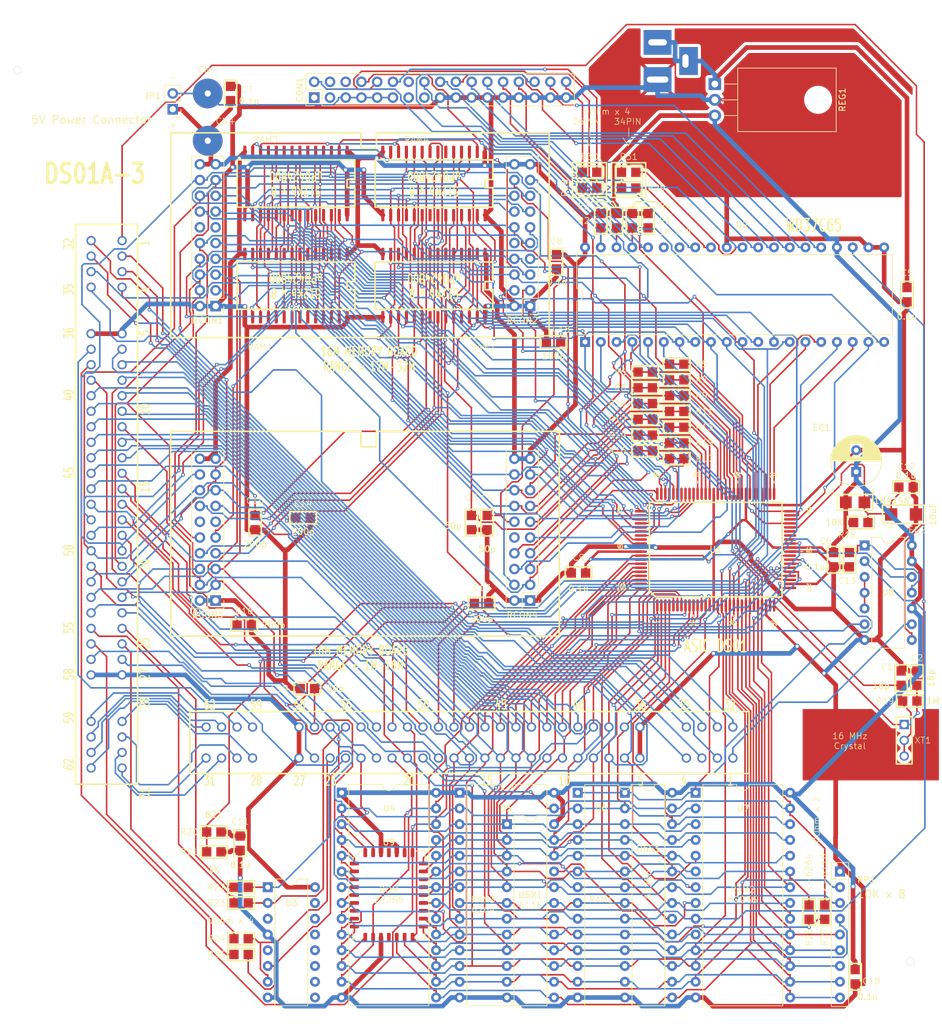
<source format=kicad_pcb>
(kicad_pcb (version 20240108) (generator "pcbnew") (generator_version "8.0")
  (layers (0 "F.Cu" signal) (31 "B.Cu" signal) (34 "B.Paste" user) (35 "F.Paste" user) (36 "B.SilkS" user "B.Silkscreen") (37 "F.SilkS" user "F.Silkscreen") (38 "B.Mask" user) (39 "F.Mask" user) (44 "Edge.Cuts" user))
  (net 0 "")
  (net 2 "/D1.Sys")
  (net 3 "/A9.RAM")
  (net 4 "/VREG.5V")
  (net 5 "/~{OE}.RAM1")
  (net 6 "/A7.RAM")
  (net 7 "/A8.RAM")
  (net 8 "/A0.RAM")
  (net 10 "/A5.RAM")
  (net 11 "/D0.Sys")
  (net 12 "/D6.Sys")
  (net 13 "/A2.RAM")
  (net 14 "/A3.RAM")
  (net 15 "/D3.Sys")
  (net 16 "/~{WE}.RAM1")
  (net 17 "/~{CAS}.RAM1-3")
  (net 18 "/D2.Sys")
  (net 19 "/D4.Sys")
  (net 20 "/A4.RAM")
  (net 21 "/D7.Sys")
  (net 22 "/D5.Sys")
  (net 23 "/A1.RAM")
  (net 24 "/~{RAS}.RAM")
  (net 25 "/A6.RAM")
  (net 26 "/GND")
  (net 27 "/~{CAS}.RAM2-4")
  (net 28 "/~{OE}.RAM4")
  (net 31 "/~{WE}.RAM4")
  (net 33 "/~{OE}.RAM3")
  (net 35 "/~{WE}.RAM3")
  (net 38 "/~{OE}.RAM2")
  (net 39 "/~{WE}.RAM2")
  (net 40 "/XIN")
  (net 41 "/XOUT")
  (net 42 "/SNES.5V")
  (net 43 "Net-(D1-A)")
  (net 44 "/Y4.Out")
  (net 45 "/BA4.Sys")
  (net 46 "/BA5.Sys")
  (net 47 "/BA6.Sys")
  (net 48 "/BA7.Sys")
  (net 49 "/~{DS1}.U2")
  (net 50 "/~{MotorEnableA}.U2")
  (net 51 "/~{DS2}.U2")
  (net 52 "/~{DiskChange{slash}Ready}")
  (net 53 "/~{DriveSelectB}")
  (net 54 "/~{RDD}.U2")
  (net 55 "/~{Index}.U2")
  (net 56 "/~{TR00}.U2")
  (net 57 "/~{WP}.U2")
  (net 58 "Net-(U1-SNES.Pwr_Detect)")
  (net 59 "/CIC.Out.P1.Game")
  (net 60 "/CIC.Out.P1.Sys")
  (net 61 "/CIC.Out.P2.Game")
  (net 62 "/CIC.Out.P2.Sys")
  (net 63 "/CIC.In.P7.Game")
  (net 64 "/CIC.In.P7.Sys")
  (net 65 "/CIC.In.P6.Game")
  (net 66 "/CIC.In.P6.Sys")
  (net 67 "/A11.Sys")
  (net 68 "Net-(U5-R{slash}~{W})")
  (net 69 "/~{Write}.Sys")
  (net 70 "/A0.Sys")
  (net 71 "/BA3.Sys")
  (net 72 "/PA5")
  (net 73 "/PA4")
  (net 74 "/PA0")
  (net 75 "/A6.Sys")
  (net 76 "/PA1")
  (net 77 "/CPU.Clock.Sys")
  (net 78 "/BA2.Sys")
  (net 79 "/REFRESH")
  (net 80 "/PA3")
  (net 81 "/A4.Sys")
  (net 82 "/~{Read}.Sys")
  (net 83 "/PA2")
  (net 84 "/A9.Sys")
  (net 85 "/A5.Sys")
  (net 86 "/A2.Sys")
  (net 87 "/A13.Sys")
  (net 88 "/BA1.Sys")
  (net 89 "/~{Reset}.Sys")
  (net 90 "/~{PARD}")
  (net 91 "/A8.Sys")
  (net 92 "/L.Audio")
  (net 93 "/A14.Sys")
  (net 94 "/PA6")
  (net 95 "/System.Clock")
  (net 96 "/A3.Sys")
  (net 97 "/EXPAND")
  (net 98 "/~{IRQ}")
  (net 99 "/A7.Sys")
  (net 100 "/~{WRAM}")
  (net 101 "/A10.Sys")
  (net 102 "/PA7")
  (net 103 "/~{Cart}.Sys")
  (net 104 "/A12.Sys")
  (net 105 "/A1.Sys")
  (net 106 "/BA0.Sys")
  (net 107 "/~{PAWR}")
  (net 108 "/R.Audio")
  (net 109 "/A15.Sys")
  (net 110 "/Game.Clock")
  (net 111 "/BA7.Game")
  (net 112 "/~{Cart}.Game")
  (net 113 "/~{OE}.RAM8")
  (net 115 "/Reset.U2")
  (net 116 "/~{WE}.RAM8")
  (net 117 "/~{OE}.RAM6")
  (net 118 "/~{OE}.RAM5")
  (net 119 "/IRQ.U2")
  (net 120 "/DMA.U2")
  (net 121 "/~{CS}.U5")
  (net 123 "/A14.U6.U7")
  (net 124 "/~{CS}.U2")
  (net 125 "/~{LDOR}.U2")
  (net 126 "/~{DACK}.U2")
  (net 127 "/A1.Special")
  (net 128 "/TC.U2")
  (net 129 "/~{OE}.RAM7")
  (net 130 "/~{WE}.RAM5")
  (net 132 "/~{WE}.RAM6")
  (net 133 "/~{CE}.U6")
  (net 134 "/A13.U6.U7")
  (net 135 "/~{CE}.U7")
  (net 136 "/~{CE}.U4")
  (net 137 "/~{WE}.RAM7")
  (net 138 "/~{LDCR}.U2")
  (net 140 "/~{STEP}.U2")
  (net 141 "/~{WD}.U2")
  (net 142 "/~{DensitySelect}.U2")
  (net 143 "/~{HS}.U2")
  (net 144 "/~{WE}.U2")
  (net 145 "/~{MotorEnableB}.U2")
  (net 147 "/~{DIRC}.U2")
  (net 157 "/Y1.Out")
  (net 158 "Net-(CON1-Pin_11)")
  (net 172 "/9V.In")
  (footprint "SFIII:SMD Passive" (layer "F.Cu") (at 287.19 123.23)
    (property "Reference" "R11")
    (property "Value" "DNP")
  )
  (footprint "SFIII:SMD Passive" (layer "F.Cu") (at 219.16 141.15 90)
    (property "Reference" "C15")
    (property "Value" "200 pF")
  )
  (footprint "SFIII:SMD Passive" (layer "F.Cu") (at 216.9 208.22)
    (property "Reference" "R24")
    (property "Value" "DNP")
  )
  (footprint "SFIII:ASIC DS01" (layer "F.Cu") (at 293.48 145.5)
    (property "Reference" "U1")
    (property "Value" "~")
  )
  (footprint "Package_DIP:DIP-28_W15.24mm" (layer "F.Cu") (at 233.12 184.68)
    (property "Reference" "U4")
    (property "Value" "~")
  )
  (footprint "SFIII:SMD Passive" (layer "F.Cu") (at 279.44 87.22)
    (property "Reference" "R29")
    (property "Value" "DNP")
  )
  (footprint "SFIII:uPD424800" (layer "F.Cu") (at 248.0233 102.95)
    (property "Reference" "RAM2")
    (property "Value" "~")
  )
  (footprint "SFIII:uPD424800" (layer "F.Cu") (at 225.7567 102.95)
    (property "Reference" "RAM1")
    (property "Value" "~")
  )
  (footprint "SFIII:SMD Passive" (layer "F.Cu") (at 311.08 203.94 90)
    (property "Reference" "R27")
    (property "Value" "0 Ohm")
  )
  (footprint "Connector_PinHeader_2.54mm:PinHeader_2x10_P2.54mm_Vertical" (layer "F.Cu") (at 212.79 106.25 180)
    (property "Reference" "RCON1")
    (property "Value" "Add-On RAM Card")
  )
  (footprint "SFIII:SMD Passive" (layer "F.Cu") (at 325.94 166.22 90)
    (property "Reference" "C2")
    (property "Value" "18 pF")
  )
  (footprint "SFIII:SMD Passive" (layer "F.Cu") (at 324.35 104.41 90)
    (property "Reference" "C5")
    (property "Value" "100 nF")
  )
  (footprint "SFIII:SMD Passive" (layer "F.Cu") (at 282.11 119.42)
    (property "Reference" "R8")
    (property "Value" "DNP")
  )
  (footprint "Connector_PinHeader_2.54mm:PinHeader_2x10_P2.54mm_Vertical" (layer "F.Cu") (at 263.54 153.71 180)
    (property "Reference" "RCON4")
    (property "Value" "Internal System RAM")
  )
  (footprint "SFIII:SMD Passive" (layer "F.Cu") (at 324.19 135.43)
    (property "Reference" "C12")
    (property "Value" "100 nF")
  )
  (footprint "Package_TO_SOT_THT:TO-220-3_Horizontal_TabDown" (layer "F.Cu") (at 293.34 70.46 -90)
    (property "Reference" "REG1")
    (property "Value" "LM7805_TO220")
  )
  (footprint "SFIII:DC Jack" (layer "F.Cu") (at 284.1 66.74)
    (property "Reference" "J1" (hide yes))
    (property "Value" "Barrel_Jack")
  )
  (footprint "Package_DIP:DIP-14_W7.62mm" (layer "F.Cu") (at 317.5 144.83)
    (property "Reference" "U8")
    (property "Value" "~")
  )
  (footprint "SFIII:SMD Passive" (layer "F.Cu") (at 282.11 116.88)
    (property "Reference" "R6")
    (property "Value" "DNP")
  )
  (footprint "SFIII:SMD Passive" (layer "F.Cu") (at 287.19 128.31)
    (property "Reference" "R15")
    (property "Value" "DNP")
  )
  (footprint "SFIII:SMD Passive" (layer "F.Cu") (at 315.98 214.36 90)
    (property "Reference" "C10")
    (property "Value" "100 nF")
  )
  (footprint "SFIII:SMD Passive" (layer "F.Cu") (at 216.9 202.46)
    (property "Reference" "R23")
    (property "Value" "DNP")
  )
  (footprint "SFIII:SMD Passive" (layer "F.Cu") (at 273.14 84.68)
    (property "Reference" "R30")
    (property "Value" "DNP")
  )
  (footprint "Package_DIP:DIP-16_W7.62mm" (layer "F.Cu") (at 221.2 199.92)
    (property "Reference" "U3")
    (property "Value" "~")
  )
  (footprint "Package_DIP:DIP-40_W15.24mm" (layer "F.Cu") (at 272.4 112.03 90)
    (property "Reference" "U2")
    (property "Value" "~")
  )
  (footprint "SFIII:SMD Passive" (layer "F.Cu") (at 216.9 199.92)
    (property "Reference" "R22")
    (property "Value" "DNP")
  )
  (footprint "SFIII:SMD Passive" (layer "F.Cu") (at 323.4 166.22 90)
    (property "Reference" "C1")
    (property "Value" "18 pF")
  )
  (footprint "SFIII:SMD Passive" (layer "F.Cu") (at 287.19 130.85)
    (property "Reference" "R17")
    (property "Value" "DNP")
  )
  (footprint "SFIII:Cartridge Slot" (layer "F.Cu") (at 195.2 138.2 90)
    (property "Reference" "CN2" (hide yes))
    (property "Value" "~")
  )
  (footprint "SFIII:SMD Passive" (layer "F.Cu") (at 267.31 112.03)
    (property "Reference" "C18")
    (property "Value" "100p")
  )
  (footprint "SFIII:SMD Passive" (layer "F.Cu") (at 312.51 147.13 90)
    (property "Reference" "C6")
    (property "Value" "100 nF")
  )
  (footprint "SFIII:Cartridge Slot" (layer "F.Cu") (at 253.75 176.6)
    (property "Reference" "CN1" (hide yes))
    (property "Value" "~")
  )
  (footprint "SFIII:SMD Passive" (layer "F.Cu") (at 212.5 191.02)
    (property "Reference" "R20")
    (property "Value" "821")
  )
  (footprint "SFIII:SMD Passive" (layer "F.Cu") (at 217.4 157.66)
    (property "Reference" "C16")
    (property "Value" "200 pF")
  )
  (footprint "SFIII:SMD Passive" (layer "F.Cu") (at 287.19 125.77)
    (property "Reference" "R13")
    (property "Value" "DNP")
  )
  (footprint "SFIII:SMD Passive" (layer "F.Cu") (at 256.6 141.15 90)
    (property "Reference" "C4")
    (property "Value" "50 pF")
  )
  (footprint "SFIII:SMD Passive" (layer "F.Cu") (at 324.8 169.91)
    (property "Reference" "R19")
    (property "Value" "1M Ohm")
  )
  (footprint "SFIII:SMD Passive" (layer "F.Cu") (at 255.7 154.16)
    (property "Reference" "C17")
    (property "Value" "200 pF")
  )
  (footprint "Package_DIP:DIP-28_W15.24mm" (layer "F.Cu") (at 290.24 184.68)
    (property "Reference" "U7")
    (property "Value" "~")
  )
  (footprint "SFIII:SMD Passive" (layer "F.Cu") (at 287.19 115.61)
    (property "Reference" "R5")
    (property "Value" "DNP")
  )
  (footprint "SFIII:SMD Passive" (layer "F.Cu") (at 254.06 141.15 90)
    (property "Reference" "C3")
    (property "Value" "50 pF")
  )
  (footprint "SFIII:SMD Passive" (layer "F.Cu") (at 273.14 87.22)
    (property "Reference" "R28")
    (property "Value" "0 Ohm")
  )
  (footprint "SFIII:SMD Passive" (layer "F.Cu") (at 227.6 167.9)
    (property "Reference" "C19")
    (property "Value" "30p")
  )
  (footprint "Connector_PinHeader_2.54mm:PinHeader_1x02_P2.54mm_Vertical" (layer "F.Cu") (at 205.87 74.52 180)
    (property "Reference" "JP1")
    (property "Value" "Power Connector - OPEN" (hide yes))
  )
  (footprint "SFIII:SMD Passive" (layer "F.Cu") (at 282.11 129.58)
    (property "Reference" "R16")
    (property "Value" "DNP")
  )
  (footprint "Connector_PinHeader_2.54mm:PinHeader_2x10_P2.54mm_Vertical" (layer "F.Cu") (at 212.79 153.71 180)
    (property "Reference" "RCON3")
    (property "Value" "Internal System RAM")
  )
  (footprint "SFIII:SMD Passive" (layer "F.Cu") (at 215.2 71.98 90)
    (property "Reference" "C7")
    (property "Value" "100 nF")
  )
  (footprint "SFIII:SMD Passive" (layer "F.Cu") (at 282.56 92.49 90)
    (property "Reference" "R1")
    (property "Value" "1K Ohm")
  )
  (footprint "SFIII:SMD Passive" (layer "F.Cu") (at 282.11 127.04)
    (property "Reference" "R14")
    (property "Value" "DNP")
  )
  (footprint "SFIII:uPD424800" (layer "F.Cu") (at 248.0233 86.49)
    (property "Reference" "RAM4")
    (property "Value" "~")
  )
  (footprint "SFIII:SMD Passive" (layer "F.Cu") (at 216.75 192.82 90)
    (property "Reference" "C11")
    (property "Value" "100 nF")
  )
  (footprint "Package_DIP:DIP-24_W7.62mm" (layer "F.Cu") (at 259.78 189.76)
    (property "Reference" "U5X1")
    (property "Value" "Alternate U5")
  )
  (footprint "SFIII:SMD Passive" (layer "F.Cu") (at 287.19 120.69)
    (property "Reference" "R9")
    (property "Value" "DNP")
  )
  (footprint "Connector_PinHeader_2.54mm:PinHeader_2x17_P2.54mm_Vertical" (layer "F.Cu") (at 228.7 72.64 90)
    (property "Reference" "CON1")
    (property "Value" "Floppy Drive Connector")
  )
  (footprint "SFIII:EC2" (layer "F.Cu") (at 323.79 139.83)
    (property "Reference" "EC2")
    (property "Value" "10 uF DNP")
  )
  (footprint "SFIII:SMD Passive" (layer "F.Cu") (at 279.44 84.68)
    (property "Reference" "R31")
    (property "Value" "0 Ohm")
  )
  (footprint "Resistor_THT:R_Array_SIP9" (layer "F.Cu") (at 313.53 197.38 -90)
    (property "Reference" "RP1")
    (property "Value" "10K x 8")
  )
  (footprint "SFIII:SMD Passive" (layer "F.Cu") (at 287.19 118.15)
    (property "Reference" "R7")
    (property "Value" "DNP")
  )
  (footprint "SFIII:SMD Passive" (layer "F.Cu") (at 216.9 210.76)
    (property "Reference" "R25")
    (property "Value" "DNP")
  )
  (footprint "Connector_PinHeader_2.54mm:PinHeader_2x10_P2.54mm_Vertical" (layer "F.Cu") (at 263.54 106.25 180)
    (property "Reference" "RCON2")
    (property "Value" "Add-On RAM Card")
  )
  (footprint "Capacitor_THT:CP_Radial_D8.0mm_P3.50mm" (layer "F.Cu") (at 316.15 132.97 90)
    (property "Reference" "EC1")
    (property "Value" "1000 uF")
  )
  (footprint "SFIII:SMD Passive" (layer "F.Cu") (at 315.05 147.13 90)
    (property "Reference" "C13")
    (property "Value" "DNP")
  )
  (footprint "SFIII:uPD424800" (layer "F.Cu") (at 225.7567 86.49)
    (property "Reference" "RAM3")
    (property "Value" "~")
  )
  (footprint "Package_LCC:PLCC-32_11.4x14.0mm_P1.27mm" (layer "F.Cu") (at 240.745 201.18)
    (property "Reference" "U9")
    (property "Value" "27C256 PLCC-32")
  )
  (footprint "SFIII:SMD Passive" (layer "F.Cu") (at 271.34 149.28)
    (property "Reference" "C9")
    (property "Value" "100 nF")
  )
  (footprint "SFIII:SMD Passive" (layer "F.Cu") (at 267.79 99.11 90)
    (property "Reference" "C8")
    (property "Value" "100 nF")
  )
  (footprint "SFIII:SMD Passive" (layer "F.Cu") (at 226.9 140.36)
    (property "Reference" "C14")
    (property "Value" "200 pF")
  )
  (footprint "SFIII:SMD Passive" (layer "F.Cu") (at 282.11 124.5)
    (property "Reference" "R12")
    (property "Value" "DNP")
  )
  (footprint "SFIII:SMD Passive" (layer "F.Cu") (at 282.11 121.96)
    (property "Reference" "R10")
    (property "Value" "DNP")
  )
  (footprint "SFIII:SMD Passive" (layer "F.Cu") (at 280.02 92.49 90)
    (property "Reference" "R4")
    (property "Value" "1K Ohm")
  )
  (footprint "SFIII:SMD Passive" (layer "F.Cu") (at 308.54 203.94 90)
    (property "Reference" "R26")
    (property "Value" "DNP")
  )
  (footprint "Package_DIP:DIP-28_W15.24mm" (layer "F.Cu") (at 271.2 184.68)
    (property "Reference" "U6")
    (property "Value" "~")
  )
  (footprint "SFIII:SMD Passive" (layer "F.Cu") (at 212.5 194.22)
    (property "Reference" "R21")
    (property "Value" "1K Ohm")
  )
  (footprint "SFIII:SMD Passive" (layer "F.Cu") (at 277.48 92.49 90)
    (property "Reference" "R3")
    (property "Value" "1K Ohm")
  )
  (footprint "SFIII:SMD Passive" (layer "F.Cu") (at 316.89 141.14)
    (property "Reference" "R18")
    (property "Value" "10K Ohm DNP")
  )
  (footprint "SFIII:SMD Passive" (layer "F.Cu") (at 274.94 92.49 90)
    (property "Reference" "R2")
    (property "Value" "1K Ohm")
  )
  (footprint "SFIII:Diode" (layer "F.Cu") (at 315.97 137.88)
    (property "Reference" "D1")
    (property "Value" "1N4148")
  )
  (footprint "Package_DIP:DIP-28_W15.24mm" (layer "F.Cu") (at 252.16 184.68)
    (property "Reference" "U5")
    (property "Value" "~")
  )
  (footprint "Package_DIP:DIP-28_W7.62mm" (layer "F.Cu") (at 278.82 184.68)
    (property "Reference" "U6S1")
    (property "Value" "Alternate U6")
  )
  (footprint "SFIII:Crystal" (layer "F.Cu") (at 323.9 176.24)
    (property "Reference" "XT1")
    (property "Value" "16 MHz Crystal")
  )
  (gr_line (start 265.1 111.325) (end 205.54 111.325) (stroke (width 0.25)) (layer "F.SilkS"))
  (gr_line (start 268.24 159.435) (end 205.54 159.435) (stroke (width 0.25)) (layer "F.SilkS"))
  (gr_rect (start 270.36 83.14) (end 275.86 88.74) (stroke (width 0.25)) (fill none) (layer "F.SilkS"))
  (gr_line (start 205.54 159.435) (end 205.54 126.435) (stroke (width 0.25)) (layer "F.SilkS"))
  (gr_line (start 273.47 89.43) (end 276.97 89.43) (stroke (width 0.25)) (layer "F.SilkS"))
  (gr_line (start 205.54 111.325) (end 205.54 78.325) (stroke (width 0.25)) (layer "F.SilkS"))
  (gr_line (start 268.24 126.435) (end 268.24 159.435) (stroke (width 0.25)) (layer "F.SilkS"))
  (gr_line (start 238.74 126.435) (end 268.24 126.435) (stroke (width 0.25)) (layer "F.SilkS"))
  (gr_line (start 276.97 89.43) (end 277.48 90.34) (stroke (width 0.25)) (layer "F.SilkS"))
  (gr_line (start 238.74 126.435) (end 238.74 128.935) (stroke (width 0.25)) (layer "F.SilkS"))
  (gr_line (start 238.74 78.325) (end 266.61 78.325) (stroke (width 0.25)) (layer "F.SilkS"))
  (gr_line (start 284.03 89.43) (end 280.53 89.43) (stroke (width 0.25)) (layer "F.SilkS"))
  (gr_line (start 238.74 78.325) (end 238.74 80.825) (stroke (width 0.25)) (layer "F.SilkS"))
  (gr_line (start 205.54 78.325) (end 236.24 78.325) (stroke (width 0.25)) (layer "F.SilkS"))
  (gr_line (start 238.74 80.825) (end 236.24 80.825) (stroke (width 0.25)) (layer "F.SilkS"))
  (gr_line (start 236.24 128.935) (end 236.24 126.435) (stroke (width 0.25)) (layer "F.SilkS"))
  (gr_line (start 205.54 126.435) (end 236.24 126.435) (stroke (width 0.25)) (layer "F.SilkS"))
  (gr_line (start 238.74 128.935) (end 236.24 128.935) (stroke (width 0.25)) (layer "F.SilkS"))
  (gr_line (start 236.24 80.825) (end 236.24 78.325) (stroke (width 0.25)) (layer "F.SilkS"))
  (gr_line (start 266.61 78.325) (end 266.61 111) (stroke (width 0.25)) (layer "F.SilkS"))
  (gr_rect (start 276.68 83.14) (end 282.18 88.74) (stroke (width 0.25)) (fill none) (layer "F.SilkS"))
  (gr_line (start 280.53 89.43) (end 280.02 90.34) (stroke (width 0.25)) (layer "F.SilkS"))
  (gr_circle (center 180.82 68.22) (end 180.2 68.3) (stroke (width 0.05)) (fill none) (layer "Edge.Cuts"))
  (gr_circle (center 208.8 206) (end 210.3 206) (stroke (width 0.002)) (fill none) (layer "Edge.Cuts"))
  (gr_circle (center 317.95 191.95) (end 322.2 191.95) (stroke (width 0.002)) (fill none) (layer "Edge.Cuts"))
  (gr_circle (center 325 217) (end 326.5 217) (stroke (width 0.002)) (fill none) (layer "Edge.Cuts"))
  (gr_line (start 273 60) (end 273 65) (stroke (width 0.002)) (layer "Edge.Cuts"))
  (gr_line (start 330 222) (end 216 222) (stroke (width 0.002)) (layer "Edge.Cuts"))
  (gr_line (start 330 207.6) (end 326.5 207.6) (stroke (width 0.002)) (layer "Edge.Cuts"))
  (gr_circle (center 223.85 191.95) (end 228.1 191.95) (stroke (width 0.002)) (fill none) (layer "Edge.Cuts"))
  (gr_line (start 178 65) (end 178 74.5) (stroke (width 0.002)) (layer "Edge.Cuts"))
  (gr_line (start 330 222) (end 330 207.6) (stroke (width 0.002)) (layer "Edge.Cuts"))
  (gr_line (start 216 222) (end 216 217) (stroke (width 0.002)) (layer "Edge.Cuts"))
  (gr_circle (center 324.88 211.88) (end 324.26 211.96) (stroke (width 0.05)) (fill none) (layer "Edge.Cuts"))
  (gr_rect (start 303.5 171.2) (end 307 182.7) (stroke (width 0.002)) (fill none) (layer "Edge.Cuts"))
  (gr_line (start 330 77.65) (end 326.5 77.65) (stroke (width 0.002)) (layer "Edge.Cuts"))
  (gr_line (start 181.5 77.75) (end 181.5 74.5) (stroke (width 0.002)) (layer "Edge.Cuts"))
  (gr_line (start 330 74.4) (end 326.5 74.4) (stroke (width 0.002)) (layer "Edge.Cuts"))
  (gr_rect (start 201 171.2) (end 204.5 182.7) (stroke (width 0.002)) (fill none) (layer "Edge.Cuts"))
  (gr_circle (center 223.95 121.95) (end 228.2 121.95) (stroke (width 0.002)) (fill none) (layer "Edge.Cuts"))
  (gr_line (start 178 77.75) (end 178 159.5) (stroke (width 0.002)) (layer "Edge.Cuts"))
  (gr_line (start 178 217) (end 216 217) (stroke (width 0.002)) (layer "Edge.Cuts"))
  (gr_line (start 326.5 207.6) (end 326.5 204.35) (stroke (width 0.002)) (layer "Edge.Cuts"))
  (gr_line (start 178 77.75) (end 181.5 77.75) (stroke (width 0.002)) (layer "Edge.Cuts"))
  (gr_line (start 330 204.35) (end 326.5 204.35) (stroke (width 0.002)) (layer "Edge.Cuts"))
  (gr_line (start 178 159.5) (end 181.5 159.5) (stroke (width 0.002)) (layer "Edge.Cuts"))
  (gr_circle (center 325 65) (end 326.5 65) (stroke (width 0.002)) (fill none) (layer "Edge.Cuts"))
  (gr_line (start 178 65) (end 273 65) (stroke (width 0.002)) (layer "Edge.Cuts"))
  (gr_line (start 178 162.75) (end 178 217) (stroke (width 0.002)) (layer "Edge.Cuts"))
  (gr_line (start 178 162.75) (end 181.5 162.75) (stroke (width 0.002)) (layer "Edge.Cuts"))
  (gr_line (start 273 60) (end 330 60) (stroke (width 0.002)) (layer "Edge.Cuts"))
  (gr_line (start 330 204.35) (end 330 77.65) (stroke (width 0.002)) (layer "Edge.Cuts"))
  (gr_line (start 330 60) (end 330 74.4) (stroke (width 0.002)) (layer "Edge.Cuts"))
  (gr_circle (center 317.95 121.95) (end 322.2 121.95) (stroke (width 0.002)) (fill none) (layer "Edge.Cuts"))
  (gr_line (start 178 74.5) (end 181.5 74.5) (stroke (width 0.002)) (layer "Edge.Cuts"))
  (gr_line (start 181.5 162.75) (end 181.5 159.5) (stroke (width 0.002)) (layer "Edge.Cuts"))
  (gr_line (start 326.5 74.4) (end 326.5 77.65) (stroke (width 0.002)) (layer "Edge.Cuts"))
  (gr_text "CN+" (at 212.74 77.04 0) (layer "F.SilkS") (effects (font (size 1 1) (thickness 0.1)) (justify left bottom)))
  (gr_text "512Kb x 8\nuPD424800" (at 248.023332 84.411042 180) (layer "F.SilkS") (effects (font (size 1.5 1) (thickness 0.2) (bold yes)) (justify bottom)))
  (gr_text "RAM1" (at 275.009999 202.524472 0) (layer "F.SilkS") (effects (font (size 1 1) (thickness 0.1)) (justify bottom)))
  (gr_text "512Kb x 8\nuPD424800" (at 248.023332 100.871042 180) (layer "F.SilkS") (effects (font (size 1.5 1) (thickness 0.2) (bold yes)) (justify bottom)))
  (gr_text "<-6264" (at 309.0795 200.84 90) (layer "F.SilkS") (effects (font (size 1 1) (thickness 0.1)) (justify left bottom)))
  (gr_text "16M MEMORY BOARD\nRANGE = 1M-16M" (at 236.18 165.07 0) (layer "F.SilkS") (effects (font (size 1.5 1) (thickness 0.2) (bold yes)) (justify bottom)))
  (gr_text "CN-" (at 209.827143 68.74 0) (layer "F.SilkS") (effects (font (size 1 1) (thickness 0.1)) (justify left bottom)))
  (gr_text "6116" (at 261.635238 203.44 0) (layer "F.SilkS") (effects (font (size 1 1) (thickness 0.1)) (justify left bottom)))
  (gr_text "512Kb x 8\nuPD424800" (at 225.756666 84.411042 180) (layer "F.SilkS") (effects (font (size 1.5 1) (thickness 0.2) (bold yes)) (justify bottom)))
  (gr_text "512Kb x 8\nuPD424800" (at 225.756666 100.871042 180) (layer "F.SilkS") (effects (font (size 1.5 1) (thickness 0.2) (bold yes)) (justify bottom)))
  (gr_text "ROM\n27256" (at 240.739999 202.524472 0) (layer "F.SilkS") (effects (font (size 1 1) (thickness 0.1)) (justify bottom)))
  (gr_text "+" (at 205.25 77.65 0) (layer "F.SilkS") (effects (font (size 1 1) (thickness 0.1)) (justify left bottom)))
  (gr_text "0Ohm x 2" (at 310.3495 192.82 90) (layer "F.SilkS") (effects (font (size 1 1) (thickness 0.1)) (justify left bottom)))
  (gr_text "0Ohm x 4" (at 211.41 205.8795 0) (layer "F.SilkS") (effects (font (size 1 1) (thickness 0.1)) (justify left bottom)))
  (gr_text "-" (at 205.19 70.01 0) (layer "F.SilkS") (effects (font (size 1 1) (thickness 0.1)) (justify left bottom)))
  (gr_text "62256" (at 283.1695 201.97 90) (layer "F.SilkS") (effects (font (size 1 1) (thickness 0.1)) (justify left bottom)))
  (gr_text "RAM2\n62256" (at 297.859999 202.524472 0) (layer "F.SilkS") (effects (font (size 1 1) (thickness 0.1)) (justify bottom)))
  (gr_text "DS01A-3" (at 184.82 86.76 0) (layer "F.SilkS") (effects (font (size 3.15 2.35) (thickness 0.5) (bold yes)) (justify left bottom)))
  (gr_text "16M MEMORY BOARD\nRANGE = 17M-32M" (at 237.57 116.89 0) (layer "F.SilkS") (effects (font (size 1.5 1) (thickness 0.2) (bold yes)) (justify bottom)))
  (gr_text "<-6116" (at 311.6195 200.81 90) (layer "F.SilkS") (effects (font (size 1 1) (thickness 0.1)) (justify left bottom)))
  (gr_text "ASIC DS01" (at 288.17 162.21 0) (layer "F.SilkS") (effects (font (size 2 1.3) (thickness 0.25) (bold yes)) (justify left bottom)))
  (gr_text "16 MHz\nCrystal" (at 315.13 177.74 0) (layer "F.SilkS") (effects (font (size 1 1) (thickness 0.1)) (justify bottom)))
  (gr_text "0Ohm x 4\n26PIN   34PIN\n |       |\n \\/      \\/" (at 275.93 80.32 0) (layer "F.SilkS") (effects (font (size 1 1) (thickness 0.1)) (justify bottom)))
  (gr_text "WD37C65" (at 304.61 94.4 0) (layer "F.SilkS") (effects (font (size 2 1.3) (thickness 0.25) (bold yes)) (justify left bottom)))
  (gr_text "RAM3\n6264" (at 255.969999 204.134416 0) (layer "F.SilkS") (effects (font (size 1 1) (thickness 0.1)) (justify bottom)))
  (gr_text "1K x 4" (at 284.21 94.86 0) (layer "F.SilkS") (effects (font (size 1 1) (thickness 0.1)) (justify left bottom)))
  (segment (start 209.187 107.047) (end 209.187 110.119) (width 0.25) (layer "F.Cu") (net 2))
  (segment (start 268.9466 211.4933) (end 270.0733 212.62) (width 0.25) (layer "F.Cu") (net 2))
  (segment (start 257.8532 99.0691) (end 257.8532 95.6839) (width 0.25) (layer "F.Cu") (net 2))
  (segment (start 252.16 212.62) (end 254.1901 212.62) (width 0.25) (layer "F.Cu") (net 2))
  (segment (start 240 175.35) (end 240 163.4084) (width 0.25) (layer "F.Cu") (net 2))
  (segment (start 209.187 110.119) (end 209.1855 110.1205) (width 0.25) (layer "F.Cu") (net 2))
  (segment (start 210.25 151.17) (end 210.25 149.9933) (width 0.25) (layer "F.Cu") (net 2))
  (segment (start 256.2875 109.7353) (end 257.0973 109.7353) (width 0.25) (layer "F.Cu") (net 2))
  (segment (start 198.52 121.9693) (end 198.52 121.9) (width 0.25) (layer "F.Cu") (net 2))
  (segment (start 259.78 212.62) (end 260.9067 212.62) (width 0.25) (layer "F.Cu") (net 2))
  (segment (start 296.7598 201.8956) (end 296.7598 199.283316) (width 0.25) (layer "F.Cu") (net 2))
  (segment (start 233.12 211.4933) (end 233.4592 211.4933) (width 0.25) (layer "F.Cu") (net 2))
  (segment (start 290.24 212.62) (end 290.24 211.4933) (width 0.25) (layer "F.Cu") (net 2))
  (segment (start 281.0734 211.4933) (end 287.9866 211.4933) (width 0.25) (layer "F.Cu") (net 2))
  (segment (start 295.1661 168.8104) (end 295.1661 154.5611) (width 0.25) (layer "F.Cu") (net 2))
  (segment (start 255.0083 108.4561) (end 256.2875 109.7353) (width 0.25) (layer "F.Cu") (net 2))
  (segment (start 243.75 179.1) (end 240 175.35) (width 0.25) (layer "F.Cu") (net 2))
  (segment (start 209.8822 149.9933) (end 209.0733 149.1844) (width 0.25) (layer "F.Cu") (net 2))
  (segment (start 260.9067 212.62) (end 262.0334 211.4933) (width 0.25) (layer "F.Cu") (net 2))
  (segment (start 198.52 121.9) (end 196.991 121.9) (width 0.25) (layer "F.Cu") (net 2))
  (segment (start 254.1901 212.62) (end 254.1901 183.5196) (width 0.25) (layer "F.Cu") (net 2))
  (segment (start 234.8422 94.9676) (end 232.7417 92.8671) (width 0.25) (layer "F.Cu") (net 2))
  (segment (start 196.6096 122.2814) (end 196.6096 147.1096) (width 0.25) (layer "F.Cu") (net 2))
  (segment (start 209.0732 105.6957) (end 209.0732 106.9332) (width 0.25) (layer "F.Cu") (net 2))
  (segment (start 209.8822 104.8867) (end 209.0732 105.6957) (width 0.25) (layer "F.Cu") (net 2))
  (segment (start 255.0564 99.8927) (end 255.0083 99.9408) (width 0.25) (layer "F.Cu") (net 2))
  (segment (start 232.7861 101.0736) (end 236.3827 97.477) (width 0.25) (layer "F.Cu") (net 2))
  (segment (start 298.2161 171.8604) (end 295.1661 168.8104) (width 0.25) (layer "F.Cu") (net 2))
  (segment (start 196.6096 147.1096) (end 197.7 148.2) (width 0.25) (layer "F.Cu") (net 2))
  (segment (start 296.7598 205.1863) (end 296.7598 201.8956) (width 0.25) (layer "F.Cu") (net 2))
  (segment (start 210.25 103.71) (end 210.25 104.8867) (width 0.25) (layer "F.Cu") (net 2))
  (segment (start 232.7417 92.8671) (end 232.7417 91.59) (width 0.25) (layer "F.Cu") (net 2))
  (segment (start 234.8422 96.1377) (end 234.8422 94.9676) (width 0.25) (layer "F.Cu") (net 2))
  (segment (start 255.0083 108.05) (end 255.0083 108.4561) (width 0.25) (layer "F.Cu") (net 2))
  (segment (start 255.0083 92.839) (end 255.0083 91.59) (width 0.25) (layer "F.Cu") (net 2))
  (segment (start 209.0733 144.4217) (end 205.382 140.7304) (width 0.25) (layer "F.Cu") (net 2))
  (segment (start 210.25 149.9933) (end 209.8822 149.9933) (width 0.25) (layer "F.Cu") (net 2))
  (segment (start 287.9866 211.4933) (end 289.1133 212.62) (width 0.25) (layer "F.Cu") (net 2))
  (segment (start 271.2 212.62) (end 270.0733 212.62) (width 0.25) (layer "F.Cu") (net 2))
  (segment (start 262.0334 211.4933) (end 268.9466 211.4933) (width 0.25) (layer "F.Cu") (net 2))
  (segment (start 290.24 212.62) (end 289.1133 212.62) (width 0.25) (layer "F.Cu") (net 2))
  (segment (start 298.2161 197.827016) (end 298.2161 171.8604) (width 0.25) (layer "F.Cu") (net 2))
  (segment (start 290.24 211.4933) (end 290.4528 211.4933) (width 0.25) (layer "F.Cu") (net 2))
  (segment (start 290.4528 211.4933) (end 296.7598 205.1863) (width 0.25) (layer "F.Cu") (net 2))
  (segment (start 255.0083 99.9408) (end 255.0083 108.05) (width 0.25) (layer "F.Cu") (net 2))
  (segment (start 205.382 128.8313) (end 198.52 121.9693) (width 0.25) (layer "F.Cu") (net 2))
  (segment (start 232.7417 101.0834) (end 232.7319 101.0736) (width 0.25) (layer "F.Cu") (net 2))
  (segment (start 232.7319 101.0736) (end 232.7861 101.0736) (width 0.25) (layer "F.Cu") (net 2))
  (segment (start 233.12 212.62) (end 233.12 211.4933) (width 0.25) (layer "F.Cu") (net 2))
  (segment (start 233.4592 211.4933) (end 236.935 208.0175) (width 0.25) (layer "F.Cu") (net 2))
  (segment (start 232.7417 108.05) (end 232.7417 101.0834) (width 0.25) (layer "F.Cu") (net 2))
  (segment (start 296.7598 199.283316) (end 298.2161 197.827016) (width 0.25) (layer "F.Cu") (net 2))
  (segment (start 209.0732 106.9332) (end 209.187 107.047) (width 0.25) (layer "F.Cu") (net 2))
  (segment (start 295.1661 154.5611) (end 295.105 154.5) (width 0.25) (layer "F.Cu") (net 2))
  (segment (start 209.1855 111.2345) (end 198.52 121.9) (width 0.25) (layer "F.Cu") (net 2))
  (segment (start 279.9467 212.62) (end 281.0734 211.4933) (width 0.25) (layer "F.Cu") (net 2))
  (segment (start 254.1901 212.62) (end 259.78 212.62) (width 0.25) (layer "F.Cu") (net 2))
  (segment (start 209.0733 149.1844) (end 209.0733 144.4217) (width 0.25) (layer "F.Cu") (net 2))
  (segment (start 210.25 104.8867) (end 209.8822 104.8867) (width 0.25) (layer "F.Cu") (net 2))
  (segment (start 196.991 121.9) (end 196.6096 122.2814) (width 0.25) (layer "F.Cu") (net 2))
  (segment (start 278.82 212.62) (end 279.9467 212.62) (width 0.25) (layer "F.Cu") (net 2))
  (segment (start 209.1855 110.1205) (end 209.1855 111.2345) (width 0.25) (layer "F.Cu") (net 2))
  (segment (start 205.382 140.7304) (end 205.382 128.8313) (width 0.25) (layer "F.Cu") (net 2))
  (segment (start 240 163.4084) (end 237.4518 160.8602) (width 0.25) (layer "F.Cu") (net 2))
  (segment (start 257.8532 95.6839) (end 255.0083 92.839) (width 0.25) (layer "F.Cu") (net 2))
  (via (at 236.3827 97.477) (size 0.6) (drill 0.3) (layers "F.Cu" "B.Cu") (net 2))
  (via (at 255.0564 99.8927) (size 0.6) (drill 0.3) (layers "F.Cu" "B.Cu") (net 2))
  (via (at 257.0973 109.7353) (size 0.6) (drill 0.3) (layers "F.Cu" "B.Cu") (net 2))
  (via (at 254.1901 183.5196) (size 0.6) (drill 0.3) (layers "F.Cu" "B.Cu") (net 2))
  (via (at 237.4518 160.8602) (size 0.6) (drill 0.3) (layers "F.Cu" "B.Cu") (net 2))
  (via (at 296.7598 201.8956) (size 0.6) (drill 0.3) (layers "F.Cu" "B.Cu") (net 2))
  (via (at 234.8422 96.1377) (size 0.6) (drill 0.3) (layers "F.Cu" "B.Cu") (net 2))
  (via (at 257.8532 99.0691) (size 0.6) (drill 0.3) (layers "F.Cu" "B.Cu") (net 2))
  (via (at 232.7319 101.0736) (size 0.6) (drill 0.3) (layers "F.Cu" "B.Cu") (net 2))
  (segment (start 242.3058 97.477) (end 236.3827 97.477) (width 0.25) (layer "B.Cu") (net 2))
  (segment (start 255.0564 99.8927) (end 254.2453 99.0816) (width 0.25) (layer "B.Cu") (net 2))
  (segment (start 210.25 103.71) (end 210.25 102.5333) (width 0.25) (layer "B.Cu") (net 2))
  (segment (start 210.25 151.17) (end 211.4267 151.17) (width 0.25) (layer "B.Cu") (net 2))
  (segment (start 236.1815 97.477) (end 234.8422 96.1377) (width 0.25) (layer "B.Cu") (net 2))
  (segment (start 290.18 112.03) (end 289.0533 112.03) (width 0.25) (layer "B.Cu") (net 2))
  (segment (start 210.6589 99.9) (end 211.6133 98.9456) (width 0.25) (layer "B.Cu") (net 2))
  (segment (start 249.7692 213.7467) (end 235.3734 213.7467) (width 0.25) (layer "B.Cu") (net 2))
  (segment (start 270.7583 109.7798) (end 270.9086 109.6295) (width 0.25) (layer "B.Cu") (net 2))
  (segment (start 212.2356 149.9933) (end 211.4267 150.8022) (width 0.25) (layer "B.Cu") (net 2))
  (segment (start 270.9086 109.6295) (end 286.9345 109.6295) (width 0.25) (layer "B.Cu") (net 2))
  (segment (start 226.6373 97.4466) (end 227.805 98.6143) (width 0.25) (layer "B.Cu") (net 2))
  (segment (start 257.0296 99.8927) (end 257.8532 99.0691) (width 0.25) (layer "B.Cu") (net 2))
  (segment (start 211.6133 98.116) (end 212.2827 97.4466) (width 0.25) (layer "B.Cu") (net 2))
  (segment (start 254.2453 99.0816) (end 243.9104 99.0816) (width 0.25) (layer "B.Cu") (net 2))
  (segment (start 311.2215 201.2782) (end 297.3772 201.2782) (width 0.25) (layer "B.Cu") (net 2))
  (segment (start 248.1696 183.5196) (end 254.1901 183.5196) (width 0.25) (layer "B.Cu") (net 2))
  (segment (start 211.6133 98.9456) (end 211.6133 98.116) (width 0.25) (layer "B.Cu") (net 2))
  (segment (start 237.4518 160.8602) (end 226.5849 149.9933) (width 0.25) (layer "B.Cu") (net 2))
  (segment (start 278.82 212.62) (end 271.2 212.62) (width 0.25) (layer "B.Cu") (net 2))
  (segment (start 243.9104 99.0816) (end 242.3058 97.477) (width 0.25) (layer "B.Cu") (net 2))
  (segment (start 233.12 212.62) (end 234.2467 212.62) (width 0.25) (layer "B.Cu") (net 2))
  (segment (start 235.3734 213.7467) (end 234.2467 212.62) (width 0.25) (layer "B.Cu") (net 2))
  (segment (start 257.1418 109.7798) (end 270.7583 109.7798) (width 0.25) (layer "B.Cu") (net 2))
  (segment (start 211.4267 150.8022) (end 211.4267 151.17) (width 0.25) (layer "B.Cu") (net 2))
  (segment (start 230.2726 98.6143) (end 232.7319 101.0736) (width 0.25) (layer "B.Cu") (net 2))
  (segment (start 209.8822 102.5333) (end 209.0733 101.7244) (width 0.25) (layer "B.Cu") (net 2))
  (segment (start 226.5849 149.9933) (end 212.2356 149.9933) (width 0.25) (layer "B.Cu") (net 2))
  (segment (start 286.9345 109.6295) (end 289.0533 111.7483) (width 0.25) (layer "B.Cu") (net 2))
  (segment (start 236.3827 97.477) (end 236.1815 97.477) (width 0.25) (layer "B.Cu") (net 2))
  (segment (start 227.805 98.6143) (end 230.2726 98.6143) (width 0.25) (layer "B.Cu") (net 2))
  (segment (start 255.0564 99.8927) (end 257.0296 99.8927) (width 0.25) (layer "B.Cu") (net 2))
  (segment (start 209.0733 100.6204) (end 209.7937 99.9) (width 0.25) (layer "B.Cu") (net 2))
  (segment (start 210.25 102.5333) (end 209.8822 102.5333) (width 0.25) (layer "B.Cu") (net 2))
  (segment (start 209.7937 99.9) (end 210.6589 99.9) (width 0.25) (layer "B.Cu") (net 2))
  (segment (start 250.8959 212.62) (end 249.7692 213.7467) (width 0.25) (layer "B.Cu") (net 2))
  (segment (start 209.0733 101.7244) (end 209.0733 100.6204) (width 0.25) (layer "B.Cu") (net 2))
  (segment (start 243.75 179.1) (end 248.1696 183.5196) (width 0.25) (layer "B.Cu") (net 2))
  (segment (start 212.2827 97.4466) (end 226.6373 97.4466) (width 0.25) (layer "B.Cu") (net 2))
  (segment (start 289.0533 111.7483) (end 289.0533 112.03) (width 0.25) (layer "B.Cu") (net 2))
  (segment (start 312.4033 202.46) (end 311.2215 201.2782) (width 0.25) (layer "B.Cu") (net 2))
  (segment (start 257.0973 109.7353) (end 257.1418 109.7798) (width 0.25) (layer "B.Cu") (net 2))
  (segment (start 313.53 202.46) (end 312.4033 202.46) (width 0.25) (layer "B.Cu") (net 2))
  (segment (start 297.3772 201.2782) (end 296.7598 201.8956) (width 0.25) (layer "B.Cu") (net 2))
  (segment (start 252.16 212.62) (end 250.8959 212.62) (width 0.25) (layer "B.Cu") (net 2))
  (segment (start 289.4167 128.31) (end 291.205 130.0983) (width 0.25) (layer "F.Cu") (net 3))
  (segment (start 246.1183 97.85) (end 246.1183 95.5648) (width 0.25) (layer "F.Cu") (net 3))
  (segment (start 291.205 130.0983) (end 291.205 135.1733) (width 0.25) (layer "F.Cu") (net 3))
  (segment (start 288.34 128.31) (end 289.4167 128.31) (width 0.25) (layer "F.Cu") (net 3))
  (segment (start 288.34 128.31) (end 286.04 128.31) (width 0.25) (layer "F.Cu") (net 3))
  (segment (start 224.4867 83.5167) (end 223.8517 82.8817) (width 0.25) (layer "F.Cu") (net 3))
  (segment (start 246.775 94.1414) (end 246.775 83.265) (width 0.25) (layer "F.Cu") (net 3))
  (segment (start 246.1183 82.6083) (end 246.1183 81.39) (width 0.25) (layer "F.Cu") (net 3))
  (segment (start 286.04 128.31) (end 284.9633 128.31) (width 0.25) (layer "F.Cu") (net 3))
  (segment (start 223.8517 82.8817) (end 223.8517 81.39) (width 0.25) (layer "F.Cu") (net 3))
  (segment (start 223.8517 97.85) (end 224.4867 97.215) (width 0.25) (layer "F.Cu") (net 3))
  (segment (start 284.7925 128.4808) (end 284.7611 128.4808) (width 0.25) (layer "F.Cu") (net 3))
  (segment (start 246.775 94.9081) (end 246.775 94.1414) (width 0.25) (layer "F.Cu") (net 3))
  (segment (start 284.9633 128.31) (end 284.7925 128.4808) (width 0.25) (layer "F.Cu") (net 3))
  (segment (start 224.4867 97.215) (end 224.4867 93.3278) (width 0.25) (layer "F.Cu") (net 3))
  (segment (start 246.1183 95.5648) (end 246.775 94.9081) (width 0.25) (layer "F.Cu") (net 3))
  (segment (start 246.775 83.265) (end 246.1183 82.6083) (width 0.25) (layer "F.Cu") (net 3))
  (segment (start 246.1183 97.85) (end 246.1183 103.0969) (width 0.25) (layer "F.Cu") (net 3))
  (segment (start 224.4867 93.3278) (end 224.4867 83.5167) (width 0.25) (layer "F.Cu") (net 3))
  (segment (start 291.205 136.5) (end 291.205 135.1733) (width 0.25) (layer "F.Cu") (net 3))
  (via (at 224.4867 93.3278) (size 0.6) (drill 0.3) (layers "F.Cu" "B.Cu") (net 3))
  (via (at 246.775 94.1414) (size 0.6) (drill 0.3) (layers "F.Cu" "B.Cu") (net 3))
  (via (at 284.7611 128.4808) (size 0.6) (drill 0.3) (layers "F.Cu" "B.Cu") (net 3))
  (via (at 246.1183 103.0969) (size 0.6) (drill 0.3) (layers "F.Cu" "B.Cu") (net 3))
  (segment (start 278.34 141.79) (end 285.7265 141.79) (width 0.25) (layer "B.Cu") (net 3))
  (segment (start 232.8356 97.562) (end 232.8377 97.562) (width 0.25) (layer "B.Cu") (net 3))
  (segment (start 256.2001 112.8704) (end 248.8435 105.5138) (width 0.25) (layer "B.Cu") (net 3))
  (segment (start 233.464 98.1883) (end 233.7747 98.1883) (width 0.25) (layer "B.Cu") (net 3))
  (segment (start 284.7611 128.4808) (end 283.7208 128.4808) (width 0.25) (layer "B.Cu") (net 3))
  (segment (start 246.556 103.0969) (end 246.1183 103.0969) (width 0.25) (layer "B.Cu") (net 3))
  (segment (start 228.8017 95.7782) (end 230.5363 95.7782) (width 0.25) (layer "B.Cu") (net 3))
  (segment (start 261.4088 94.82) (end 249.4297 94.82) (width 0.25) (layer "B.Cu") (net 3))
  (segment (start 268.1104 112.8704) (end 256.2001 112.8704) (width 0.25) (layer "B.Cu") (net 3))
  (segment (start 227.7738 94.7503) (end 228.8017 95.7782) (width 0.25) (layer "B.Cu") (net 3))
  (segment (start 276.58 143.55) (end 278.34 141.79) (width 0.25) (layer "B.Cu") (net 3))
  (segment (start 231.8453 96.5696) (end 231.8453 96.5717) (width 0.25) (layer "B.Cu") (net 3))
  (segment (start 226.2979 93.8352) (end 226.2979 93.8539) (width 0.25) (layer "B.Cu") (net 3))
  (segment (start 245.0398 102.0184) (end 246.1183 103.0969) (width 0.25) (layer "B.Cu") (net 3))
  (segment (start 231.8453 96.5717) (end 232.8356 97.562) (width 0.25) (layer "B.Cu") (net 3))
  (segment (start 231.627 96.3513) (end 231.8453 96.5696) (width 0.25) (layer "B.Cu") (net 3))
  (segment (start 285.7265 141.79) (end 287.4948 140.0217) (width 0.25) (layer "B.Cu") (net 3))
  (segment (start 249.4297 94.82) (end 248.7511 94.1414) (width 0.25) (layer "B.Cu") (net 3))
  (segment (start 287.4948 131.2145) (end 284.7611 128.4808) (width 0.25) (layer "B.Cu") (net 3))
  (segment (start 263.54 143.55) (end 276.58 143.55) (width 0.25) (layer "B.Cu") (net 3))
  (segment (start 231.1094 96.3513) (end 231.627 96.3513) (width 0.25) (layer "B.Cu") (net 3))
  (segment (start 225.7905 93.3278) (end 226.2979 93.8352) (width 0.25) (layer "B.Cu") (net 3))
  (segment (start 248.7511 94.1414) (end 246.775 94.1414) (width 0.25) (layer "B.Cu") (net 3))
  (segment (start 230.5363 95.7782) (end 231.1094 96.3513) (width 0.25) (layer "B.Cu") (net 3))
  (segment (start 262.3633 95.7745) (end 261.4088 94.82) (width 0.25) (layer "B.Cu") (net 3))
  (segment (start 232.8377 97.562) (end 233.464 98.1883) (width 0.25) (layer "B.Cu") (net 3))
  (segment (start 248.8435 105.3844) (end 246.556 103.0969) (width 0.25) (layer "B.Cu") (net 3))
  (segment (start 226.2979 93.8539) (end 227.1943 94.7503) (width 0.25) (layer "B.Cu") (net 3))
  (segment (start 287.4948 140.0217) (end 287.4948 131.2145) (width 0.25) (layer "B.Cu") (net 3))
  (segment (start 224.4867 93.3278) (end 225.7905 93.3278) (width 0.25) (layer "B.Cu") (net 3))
  (segment (start 283.7208 128.4808) (end 268.1104 112.8704) (width 0.25) (layer "B.Cu") (net 3))
  (segment (start 237.6048 102.0184) (end 245.0398 102.0184) (width 0.25) (layer "B.Cu") (net 3))
  (segment (start 262.3633 96.09) (end 262.3633 95.7745) (width 0.25) (layer "B.Cu") (net 3))
  (segment (start 248.8435 105.5138) (end 248.8435 105.3844) (width 0.25) (layer "B.Cu") (net 3))
  (segment (start 233.7747 98.1883) (end 237.6048 102.0184) (width 0.25) (layer "B.Cu") (net 3))
  (segment (start 227.1943 94.7503) (end 227.7738 94.7503) (width 0.25) (layer "B.Cu") (net 3))
  (segment (start 263.54 96.09) (end 262.3633 96.09) (width 0.25) (layer "B.Cu") (net 3))
  (segment (start 267.79 97.96) (end 269.1167 97.96) (width 0.75) (layer "F.Cu") (net 4))
  (segment (start 212.0334 83.0333) (end 212.0334 79.8567) (width 0.75) (layer "F.Cu") (net 4))
  (segment (start 315.6394 211.5427) (end 315.6394 199.7963) (width 0.75) (layer "F.Cu") (net 4))
  (segment (start 207.2967 74.52) (end 210.6567 77.88) (width 0.75) (layer "F.Cu") (net 4))
  (segment (start 215.1684 116.1483) (end 215.1684 99.3083) (width 0.75) (layer "F.Cu") (net 4))
  (segment (start 325.12 147.37) (end 326.5073 148.7573) (width 0.75) (layer "F.Cu") (net 4))
  (segment (start 238.7959 82.3624) (end 236.1501 82.3624) (width 0.75) (layer "F.Cu") (net 4))
  (segment (start 268.7983 186.0783) (end 268.7983 188.3617) (width 0.75) (layer "F.Cu") (net 4))
  (segment (start 238.4191 96.5008) (end 239.7683 97.85) (width 0.75) (layer "F.Cu") (net 4))
  (segment (start 211.7767 77.88) (end 215.2 74.4567) (width 0.75) (layer "F.Cu") (net 4))
  (segment (start 272.4 96.79) (end 272.4 95.4133) (width 0.75) (layer "F.Cu") (net 4))
  (segment (start 270.8617 99.705) (end 270.8617 122.1016) (width 0.75) (layer "F.Cu") (net 4))
  (segment (start 270.8617 99.705) (end 272.4 98.1667) (width 0.75) (layer "F.Cu") (net 4))
  (segment (start 212.79 130.85) (end 212.79 130.1366) (width 0.75) (layer "F.Cu") (net 4))
  (segment (start 297.7495 140.7581) (end 295.5068 143.0008) (width 0.4) (layer "F.Cu") (net 4))
  (segment (start 210.6567 77.88) (end 211.7767 77.88) (width 0.75) (layer "F.Cu") (net 4))
  (segment (start 256.2169 81.4514) (end 256.2169 83.5949) (width 0.75) (layer "F.Cu") (net 4))
  (segment (start 212.3901 130.1366) (end 211.6767 130.85) (width 0.75) (layer "F.Cu") (net 4))
  (segment (start 316.15 132.97) (end 316.15 134.6733) (width 0.75) (layer "F.Cu") (net 4))
  (segment (start 298.355 140.7581) (end 297.7495 140.7581) (width 0.4) (layer "F.Cu") (net 4))
  (segment (start 298.355 140.7581) (end 298.355 140.785) (width 0.4) (layer "F.Cu") (net 4))
  (segment (start 314.47 137.88) (end 314.47 136.3533) (width 0.75) (layer "F.Cu") (net 4))
  (segment (start 272.49 147.86) (end 272.49 149.28) (width 0.4) (layer "F.Cu") (net 4))
  (segment (start 272.4 96.79) (end 272.4 98.1667) (width 0.75) (layer "F.Cu") (net 4))
  (segment (start 325.12 144.83) (end 325.12 147.37) (width 0.75) (layer "F.Cu") (net 4))
  (segment (start 211.7767 79.6) (end 211.7767 77.88) (width 0.75) (layer "F.Cu") (net 4))
  (segment (start 261 130.85) (end 261 129.4233) (width 0.75) (layer "F.Cu") (net 4))
  (segment (start 298.355 136.5) (end 298.355 140.7581) (width 0.4) (layer "F.Cu") (net 4))
  (segment (start 234.3153 81.39) (end 234.0117 81.39) (width 0.75) (layer "F.Cu") (net 4))
  (segment (start 276.9301 90.6766) (end 276.2667 91.34) (width 0.75) (layer "F.Cu") (net 4))
  (segment (start 258.2318 108.0754) (end 258.2318 105.4905) (width 0.75) (layer "F.Cu") (net 4))
  (segment (start 256.462 103.7207) (end 256.462 98.0337) (width 0.75) (layer "F.Cu") (net 4))
  (segment (start 270.8617 99.705) (end 269.1167 97.96) (width 0.75) (layer "F.Cu") (net 4))
  (segment (start 210.25 83.39) (end 211.6767 83.39) (width 0.75) (layer "F.Cu") (net 4))
  (segment (start 277.48 90.6766) (end 276.9301 90.6766) (width 0.75) (layer "F.Cu") (net 4))
  (segment (start 315.98 213.21) (end 315.98 211.8833) (width 0.75) (layer "F.Cu") (net 4))
  (segment (start 212.79 129.4233) (end 212.79 118.5267) (width 0.75) (layer "F.Cu") (net 4))
  (segment (start 242.015 194.3425) (end 242.015 193.345) (width 0.75) (layer "F.Cu") (net 4))
  (segment (start 274.525 145.825) (end 273.295 147.055) (width 0.4) (layer "F.Cu") (net 4))
  (segment (start 272.4 91.9553) (end 264.9667 84.522) (width 0.75) (layer "F.Cu") (net 4))
  (segment (start 274.2767 91.34) (end 274.94 91.34) (width 0.75) (layer "F.Cu") (net 4))
  (segment (start 276.9494 89.4827) (end 276.9494 83.1656) (width 0.75) (layer "F.Cu") (net 4))
  (segment (start 216.6267 82.4078) (end 216.6267 82.265) (width 0.75) (layer "F.Cu") (net 4))
  (segment (start 211.7767 79.6) (end 211.52 79.6) (width 0.75) (layer "F.Cu") (net 4))
  (segment (start 277.48 91.34) (end 278.6933 91.34) (width 0.75) (layer "F.Cu") (net 4))
  (segment (start 298.355 140.785) (end 302.745 145.175) (width 0.4) (layer "F.Cu") (net 4))
  (segment (start 239.475 194.3425) (end 239.475 192.9891) (width 0.75) (layer "F.Cu") (net 4))
  (segment (start 302.745 145.175) (end 305.48 145.175) (width 0.4) (layer "F.Cu") (net 4))
  (segment (start 239.7683 81.39) (end 238.7959 82.3624) (width 0.75) (layer "F.Cu") (net 4))
  (segment (start 216.6267 97.85) (end 216.6267 82.4078) (width 0.75) (layer "F.Cu") (net 4))
  (segment (start 280.02 91.34) (end 278.6933 91.34) (width 0.75) (layer "F.Cu") (net 4))
  (segment (start 235.7189 96.5008) (end 235.7189 82.7936) (width 0.75) (layer "F.Cu") (net 4))
  (segment (start 316.15 134.6733) (end 314.47 136.3533) (width 0.75) (layer "F.Cu") (net 4))
  (segment (start 216.6267 82.265) (end 217.5017 81.39) (width 0.75) (layer "F.Cu") (net 4))
  (segment (start 277.48 91.34) (end 277.48 90.6766) (width 0.75) (layer "F.Cu") (net 4))
  (segment (start 314.47 142.71) (end 314.47 141.14) (width 0.75) (layer "F.Cu") (net 4))
  (segment (start 210.25 130.85) (end 211.6767 130.85) (width 0.75) (layer "F.Cu") (net 4))
  (segment (start 261 129.4233) (end 261 110.8436) (width 0.75) (layer "F.Cu") (net 4))
  (segment (start 233.12 185.0558) (end 239.475 191.4108) (width 0.75) (layer "F.Cu") (net 4))
  (segment (start 241.6591 192.9891) (end 239.475 192.9891) (width 0.75) (layer "F.Cu") (net 4))
  (segment (start 258.2318 105.4905) (end 256.462 103.7207) (width 0.75) (layer "F.Cu") (net 4))
  (segment (start 216.6267 97.85) (end 217.5017 97.85) (width 0.75) (layer "F.Cu") (net 4))
  (segment (start 277.48 90.6766) (end 277.48 90.0133) (width 0.75) (layer "F.Cu") (net 4))
  (segment (start 268.7983 188.3617) (end 267.4 189.76) (width 0.75) (layer "F.Cu") (net 4))
  (segment (start 280.02 91.34) (end 282.56 91.34) (width 0.75) (layer "F.Cu") (net 4))
  (segment (start 312.51 144.67) (end 314.47 142.71) (width 0.75) (layer "F.Cu") (net 4))
  (segment (start 235.7189 82.7936) (end 234.3153 81.39) (width 0.75) (layer "F.Cu") (net 4))
  (segment (start 267.4 184.68) (end 268.7983 186.0783) (width 0.75) (layer "F.Cu") (net 4))
  (segment (start 273.6133 91.34) (end 272.998 91.9553) (width 0.75) (layer "F.Cu") (net 4))
  (segment (start 205.87 74.52) (end 207.2967 74.52) (width 0.75) (layer "F.Cu") (net 4))
  (segment (start 272.4 95.4133) (end 272.4 91.9553) (width 0.75) (layer "F.Cu") (net 4))
  (segment (start 315.98 211.8833) (end 315.6394 211.5427) (width 0.75) (layer "F.Cu") (net 4))
  (segment (start 234.0117 97.85) (end 234.3697 97.85) (width 0.75) (layer "F.Cu") (net 4))
  (segment (start 276.9494 83.1656) (end 284.575 75.54) (width 0.75) (layer "F.Cu") (net 4))
  (segment (start 274.94 91.34) (end 276.2667 91.34) (width 0.75) (layer "F.Cu") (net 4))
  (segment (start 263.54 83.39) (end 264.9667 83.39) (width 0.75) (layer "F.Cu") (net 4))
  (segment (start 212.79 83.0333) (end 212.0334 83.0333) (width 0.75) (layer "F.Cu") (net 4))
  (segment (start 274.2767 91.34) (end 273.6133 91.34) (width 0.75) (layer "F.Cu") (net 4))
  (segment (start 215.1684 99.3083) (end 216.6267 97.85) (width 0.75) (layer "F.Cu") (net 4))
  (segment (start 235.7189 96.5008) (end 238.4191 96.5008) (width 0.75) (layer "F.Cu") (net 4))
  (segment (start 212.0334 79.8567) (end 211.7767 79.6) (width 0.75) (layer "F.Cu") (net 4))
  (segment (start 264.9667 84.522) (end 264.9667 83.39) (width 0.75) (layer "F.Cu") (net 4))
  (segment (start 311.35 146) (end 310.525 145.175) (width 0.4) (layer "F.Cu") (net 4))
  (segment (start 233.12 184.68) (end 233.12 185.0558) (width 0.75) (layer "F.Cu") (net 4))
  (segment (start 312.51 145.98) (end 312.49 146) (width 0.4) (layer "F.Cu") (net 4))
  (segment (start 212.0334 83.0333) (end 211.6767 83.39) (width 0.75) (layer "F.Cu") (net 4))
  (segment (start 272.998 91.9553) (end 272.4 91.9553) (width 0.75) (layer "F.Cu") (net 4))
  (segment (start 256.462 98.0337) (end 256.2783 97.85) (width 0.75) (layer "F.Cu") (net 4))
  (segment (start 281.4 145.825) (end 274.525 145.825) (width 0.4) (layer "F.Cu") (net 4))
  (segment (start 270.8617 122.1016) (end 263.54 129.4233) (width 0.75) (layer "F.Cu") (net 4))
  (segment (start 215.2 73.13) (end 215.2 74.4567) (width 0.75) (layer "F.Cu") (net 4))
  (segment (start 326.5073 153.0806) (end 325.12 154.4679) (width 0.75) (layer "F.Cu") (net 4))
  (segment (start 312.51 145.98) (end 312.51 144.67) (width 0.75) (layer "F.Cu") (net 4))
  (segment (start 273.295 147.055) (end 272.49 147.86) (width 0.4) (layer "F.Cu") (net 4))
  (segment (start 263.54 130.85) (end 263.54 129.4233) (width 0.75) (layer "F.Cu") (net 4))
  (segment (start 236.1501 82.3624) (end 235.7189 82.7936) (width 0.75) (layer "F.Cu") (net 4))
  (segment (start 212.79 130.1366) (end 212.3901 130.1366) (width 0.75) (layer "F.Cu") (net 4))
  (segment (start 212.79 130.1366) (end 212.79 129.4233) (width 0.75) (layer "F.Cu") (net 4))
  (segment (start 242.015 193.345) (end 241.6591 192.9891) (width 0.75) (layer "F.Cu") (net 4))
  (segment (start 239.475 191.4108) (end 239.475 192.9891) (width 0.75) (layer "F.Cu") (net 4))
  (segment (start 234.3697 97.85) (end 235.7189 96.5008) (width 0.75) (layer "F.Cu") (net 4))
  (segment (start 312.49 146) (end 311.35 146) (width 0.4) (layer "F.Cu") (net 4))
  (segment (start 326.5073 148.7573) (end 326.5073 153.0806) (width 0.75) (layer "F.Cu") (net 4))
  (segment (start 284.575 75.54) (end 293.34 75.54) (width 0.75) (layer "F.Cu") (net 4))
  (segment (start 212.79 118.5267) (end 215.1684 116.1483) (width 0.75) (layer "F.Cu") (net 4))
  (segment (start 314.47 141.14) (end 314.47 137.88) (width 0.75) (layer "F.Cu") (net 4))
  (segment (start 310.525 145.175) (end 305.48 145.175) (width 0.4) (layer "F.Cu") (net 4))
  (segment (start 212.79 83.39) (end 212.79 83.0333) (width 0.75) (layer "F.Cu") (net 4))
  (segment (start 325.12 154.4679) (end 325.12 154.99) (width 0.75) (layer "F.Cu") (net 4))
  (segment (start 261 110.8436) (end 258.2318 108.0754) (width 0.75) (layer "F.Cu") (net 4))
  (segment (start 315.74 141.14) (end 314.47 141.14) (width 0.75) (layer "F.Cu") (net 4))
  (segment (start 277.48 90.0133) (end 276.9494 89.4827) (width 0.75) (layer "F.Cu") (net 4))
  (via (at 315.6394 199.7963) (size 0.8) (drill 0.5) (layers "F.Cu" "B.Cu") (net 4))
  (via (at 273.295 147.055) (size 0.6) (drill 0.3) (layers "F.Cu" "B.Cu") (net 4))
  (via (at 256.2169 83.5949) (size 0.8) (drill 0.5) (layers "F.Cu" "B.Cu") (net 4))
  (via (at 295.5068 143.0008) (size 0.6) (drill 0.3) (layers "F.Cu" "B.Cu") (net 4))
  (via (at 216.6267 82.4078) (size 0.8) (drill 0.5) (layers "F.Cu" "B.Cu") (net 4))
  (via (at 238.7959 82.3624) (size 0.8) (drill 0.5) (layers "F.Cu" "B.Cu") (net 4))
  (segment (start 261 83.39) (end 259.5733 83.39) (width 0.75) (layer "B.Cu") (net 4))
  (segment (start 311.6841 95.4133) (end 313.04 95.4133) (width 0.75) (layer "B.Cu") (net 4))
  (segment (start 252.16 184.68) (end 250.7833 184.68) (width 0.75) (layer "B.Cu") (net 4))
  (segment (start 304.1033 184.68) (end 302.7266 183.3033) (width 0.75) (layer "B.Cu") (net 4))
  (segment (start 305.48 184.68) (end 304.1033 184.68) (width 0.75) (layer "B.Cu") (net 4))
  (segment (start 313.04 96.79) (end 313.04 95.4133) (width 0.75) (layer "B.Cu") (net 4))
  (segment (start 326.5199 156.3899) (end 326.5199 165.3001) (width 0.75) (layer "B.Cu") (net 4))
  (segment (start 216.6267 82.4078) (end 215.1989 82.4078) (width 0.75) (layer "B.Cu") (net 4))
  (segment (start 265.2856 185.4177) (end 266.0233 184.68) (width 0.75) (layer "B.Cu") (net 4))
  (segment (start 238.7959 82.3624) (end 240.0283 83.5948) (width 0.75) (layer "B.Cu") (net 4))
  (segment (start 313.04 98.1667) (end 323.21 108.3367) (width 0.75) (layer "B.Cu") (net 4))
  (segment (start 246.9833 184.68) (end 234.4967 184.68) (width 0.75) (layer "B.Cu") (net 4))
  (segment (start 325.12 143.3167) (end 316.15 134.3467) (width 0.75) (layer "B.Cu") (net 4))
  (segment (start 267.4 184.68) (end 268.7767 184.68) (width 0.75) (layer "B.Cu") (net 4))
  (segment (start 240.0283 83.5948) (end 256.2169 83.5948) (width 0.75) (layer "B.Cu") (net 4))
  (segment (start 289.1934 183.3033) (end 287.8167 184.68) (width 0.75) (layer "B.Cu") (net 4))
  (segment (start 316.15 132.97) (end 316.15 134.3467) (width 0.75) (layer "B.Cu") (net 4))
  (segment (start 295.5068 143.0008) (end 291.4526 147.055) (width 0.4) (layer "B.Cu") (net 4))
  (segment (start 286.44 184.68) (end 287.8167 184.68) (width 0.75) (layer "B.Cu") (net 4))
  (segment (start 306.9273 184.8927) (end 305.6928 184.8927) (width 0.75) (layer "B.Cu") (net 4))
  (segment (start 256.2169 83.5949) (end 259.3684 83.5949) (width 0.75) (layer "B.Cu") (net 4))
  (segment (start 302.7266 183.3033) (end 289.1934 183.3033) (width 0.75) (layer "B.Cu") (net 4))
  (segment (start 215.1989 82.4078) (end 214.2167 83.39) (width 0.75) (layer "B.Cu") (net 4))
  (segment (start 254.2744 185.4177) (end 265.2856 185.4177) (width 0.75) (layer "B.Cu") (net 4))
  (segment (start 252.16 184.68) (end 253.5367 184.68) (width 0.75) (layer "B.Cu") (net 4))
  (segment (start 261 83.39) (end 263.54 83.39) (width 0.75) (layer "B.Cu") (net 4))
  (segment (start 325.12 144.83) (end 325.12 143.3167) (width 0.75) (layer "B.Cu") (net 4))
  (segment (start 238.7959 82.3624) (end 238.6424 82.2089) (width 0.75) (layer "B.Cu") (net 4))
  (segment (start 238.6424 82.2089) (end 216.8256 82.2089) (width 0.75) (layer "B.Cu") (net 4))
  (segment (start 248.36 184.68) (end 246.9833 184.68) (width 0.75) (layer "B.Cu") (net 4))
  (segment (start 256.2169 83.5948) (end 256.2169 83.5949) (width 0.75) (layer "B.Cu") (net 4))
  (segment (start 309.7254 188.9254) (end 309.7254 190.9854) (width 0.75) (layer "B.Cu") (net 4))
  (segment (start 316.15 131.5933) (end 316.15 132.97) (width 0.75) (layer "B.Cu") (net 4))
  (segment (start 283.6597 183.2764) (end 285.0633 184.68) (width 0.75) (layer "B.Cu") (net 4))
  (segment (start 212.79 83.39) (end 214.2167 83.39) (width 0.75) (layer "B.Cu") (net 4))
  (segment (start 305.6928 184.8927) (end 305.48 184.68) (width 0.75) (layer "B.Cu") (net 4))
  (segment (start 270.1803 183.2764) (end 283.6597 183.2764) (width 0.75) (layer "B.Cu") (net 4))
  (segment (start 326.5199 165.3001) (end 306.9273 184.8927) (width 0.75) (layer "B.Cu") (net 4))
  (segment (start 305.6928 184.8927) (end 309.7254 188.9254) (width 0.75) (layer "B.Cu") (net 4))
  (segment (start 267.4 184.68) (end 266.0233 184.68) (width 0.75) (layer "B.Cu") (net 4))
  (segment (start 293.34 77.0692) (end 311.6841 95.4133) (width 0.75) (layer "B.Cu") (net 4))
  (segment (start 286.44 184.68) (end 285.0633 184.68) (width 0.75) (layer "B.Cu") (net 4))
  (segment (start 248.36 184.68) (end 250.7833 184.68) (width 0.75) (layer "B.Cu") (net 4))
  (segment (start 323.21 124.5333) (end 316.15 131.5933) (width 0.75) (layer "B.Cu") (net 4))
  (segment (start 291.4526 147.055) (end 273.295 147.055) (width 0.4) (layer "B.Cu") (net 4))
  (segment (start 216.8256 82.2089) (end 216.6267 82.4078) (width 0.75) (layer "B.Cu") (net 4))
  (segment (start 233.12 184.68) (end 234.4967 184.68) (width 0.75) (layer "B.Cu") (net 4))
  (segment (start 323.21 108.3367) (end 323.21 124.5333) (width 0.75) (layer "B.Cu") (net 4))
  (segment (start 253.5367 184.68) (end 254.2744 185.4177) (width 0.75) (layer "B.Cu") (net 4))
  (segment (start 315.6394 196.8994) (end 315.6394 199.7963) (width 0.75) (layer "B.Cu") (net 4))
  (segment (start 313.04 96.79) (end 313.04 98.1667) (width 0.75) (layer "B.Cu") (net 4))
  (segment (start 263.54 130.85) (end 261 130.85) (width 0.75) (layer "B.Cu") (net 4))
  (segment (start 309.7254 190.9854) (end 315.6394 196.8994) (width 0.75) (layer "B.Cu") (net 4))
  (segment (start 293.34 75.54) (end 293.34 77.0692) (width 0.75) (layer "B.Cu") (net 4))
  (segment (start 259.3684 83.5949) (end 259.5733 83.39) (width 0.75) (layer "B.Cu") (net 4))
  (segment (start 325.12 154.99) (end 326.5199 156.3899) (width 0.75) (layer "B.Cu") (net 4))
  (segment (start 268.7767 184.68) (end 270.1803 183.2764) (width 0.75) (layer "B.Cu") (net 4))
  (segment (start 264.7167 148.1914) (end 264.7167 149.1844) (width 0.25) (layer "F.Cu") (net 5))
  (segment (start 226.3917 108.05) (end 226.3917 107.4216) (width 0.25) (layer "F.Cu") (net 5))
  (segment (start 276.9215 135.9866) (end 264.7167 148.1914) (width 0.25) (layer "F.Cu") (net 5))
  (segment (start 283.5416 135.9866) (end 276.9215 135.9866) (width 0.25) (layer "F.Cu") (net 5))
  (segment (start 226.3917 107.4216) (end 225.7451 106.775) (width 0.25) (layer "F.Cu") (net 5))
  (segment (start 264.7167 149.1844) (end 263.9078 149.9933) (width 0.25) (layer "F.Cu") (net 5))
  (segment (start 263.54 151.17) (end 263.54 149.9933) (width 0.25) (layer "F.Cu") (net 5))
  (segment (start 263.9078 149.9933) (end 263.54 149.9933) (width 0.25) (layer "F.Cu") (net 5))
  (segment (start 284.055 136.5) (end 283.5416 135.9866) (width 0.25) (layer "F.Cu") (net 5))
  (via (at 225.7451 106.775) (size 0.6) (drill 0.3) (layers "F.Cu" "B.Cu") (net 5))
  (segment (start 262.3633 151.5377) (end 261.5263 152.3747) (width 0.25) (layer "B.Cu") (net 5))
  (segment (start 239.264 131.1487) (end 239.264 124.1115) (width 0.25) (layer "B.Cu") (net 5))
  (segment (start 225.7451 110.5926) (end 225.7451 106.775) (width 0.25) (layer "B.Cu") (net 5))
  (segment (start 261.5263 152.3747) (end 260.49 152.3747) (width 0.25) (layer "B.Cu") (net 5))
  (segment (start 263.54 151.17) (end 262.3633 151.17) (width 0.25) (layer "B.Cu") (net 5))
  (segment (start 239.264 124.1115) (end 225.7451 110.5926) (width 0.25) (layer "B.Cu") (net 5))
  (segment (start 262.3633 151.17) (end 262.3633 151.5377) (width 0.25) (layer "B.Cu") (net 5))
  (segment (start 260.49 152.3747) (end 239.264 131.1487) (width 0.25) (layer "B.Cu") (net 5))
  (segment (start 273.8192 130.2718) (end 274.271 130.2718) (width 0.25) (layer "F.Cu") (net 6))
  (segment (start 289.671904 125.77) (end 292.505 128.603096) (width 0.25) (layer "F.Cu") (net 6))
  (segment (start 244.8483 91.59) (end 244.8483 92.9917) (width 0.25) (layer "F.Cu") (net 6))
  (segment (start 244.8483 92.9917) (end 244.22 93.62) (width 0.25) (layer "F.Cu") (net 6))
  (segment (start 262.1767 138.8378) (end 262.9856 139.6467) (width 0.25) (layer "F.Cu") (net 6))
  (segment (start 288.34 125.77) (end 289.671904 125.77) (width 0.25) (layer "F.Cu") (net 6))
  (segment (start 243.8673 114.5556) (end 242.0694 114.5556) (width 0.25) (layer "F.Cu") (net 6))
  (segment (start 292.505 128.603096) (end 292.505 136.5) (width 0.25) (layer "F.Cu") (net 6))
  (segment (start 244.8483 108.05) (end 244.8483 113.5746) (width 0.25) (layer "F.Cu") (net 6))
  (segment (start 244.22 105.84) (end 244.8483 106.4683) (width 0.25) (layer "F.Cu") (net 6))
  (segment (start 274.271 130.2718) (end 278.7728 125.77) (width 0.25) (layer "F.Cu") (net 6))
  (segment (start 243.8673 114.5556) (end 243.8673 124.6808) (width 0.25) (layer "F.Cu") (net 6))
  (segment (start 244.8483 91.59) (end 244.8483 89.6944) (width 0.25) (layer "F.Cu") (net 6))
  (segment (start 262.1767 138.47) (end 262.1767 138.8378) (width 0.25) (layer "F.Cu") (net 6))
  (segment (start 222.5817 108.05) (end 222.5817 105.8345) (width 0.25) (layer "F.Cu") (net 6))
  (segment (start 262.9856 139.6467) (end 264.4443 139.6467) (width 0.25) (layer "F.Cu") (net 6))
  (segment (start 244.22 93.62) (end 244.22 105.84) (width 0.25) (layer "F.Cu") (net 6))
  (segment (start 286.04 125.77) (end 288.34 125.77) (width 0.25) (layer "F.Cu") (net 6))
  (segment (start 278.7728 125.77) (end 286.04 125.77) (width 0.25) (layer "F.Cu") (net 6))
  (segment (start 244.8483 113.5746) (end 243.8673 114.5556) (width 0.25) (layer "F.Cu") (net 6))
  (segment (start 222.5817 91.59) (end 222.5817 90.0039) (width 0.25) (layer "F.Cu") (net 6))
  (segment (start 261 138.47) (end 262.1767 138.47) (width 0.25) (layer "F.Cu") (net 6))
  (segment (start 244.8483 106.4683) (end 244.8483 108.05) (width 0.25) (layer "F.Cu") (net 6))
  (segment (start 264.4443 139.6467) (end 273.8192 130.2718) (width 0.25) (layer "F.Cu") (net 6))
  (via (at 222.5817 90.0039) (size 0.6) (drill 0.3) (layers "F.Cu" "B.Cu") (net 6))
  (via (at 222.5817 105.8345) (size 0.6) (drill 0.3) (layers "F.Cu" "B.Cu") (net 6))
  (via (at 242.0694 114.5556) (size 0.6) (drill 0.3) (layers "F.Cu" "B.Cu") (net 6))
  (via (at 243.8673 124.6808) (size 0.6) (drill 0.3) (layers "F.Cu" "B.Cu") (net 6))
  (via (at 244.8483 89.6944) (size 0.6) (drill 0.3) (layers "F.Cu" "B.Cu") (net 6))
  (segment (start 230.5881 89.4196) (end 230.9507 89.7822) (width 0.25) (layer "B.Cu") (net 6))
  (segment (start 224.5725 103.8437) (end 222.5817 105.8345) (width 0.25) (layer "B.Cu") (net 6))
  (segment (start 227.9082 103.8437) (end 224.5725 103.8437) (width 0.25) (layer "B.Cu") (net 6))
  (segment (start 223.166 89.4196) (end 230.5881 89.4196) (width 0.25) (layer "B.Cu") (net 6))
  (segment (start 259.8233 91.01) (end 258.5077 89.6944) (width 0.25) (layer "B.Cu") (net 6))
  (segment (start 261 138.47) (end 257.6565 138.47) (width 0.25) (layer "B.Cu") (net 6))
  (segment (start 222.5817 90.0039) (end 223.166 89.4196) (width 0.25) (layer "B.Cu") (net 6))
  (segment (start 257.6565 138.47) (end 243.8673 124.6808) (width 0.25) (layer "B.Cu") (net 6))
  (segment (start 261 91.01) (end 259.8233 91.01) (width 0.25) (layer "B.Cu") (net 6))
  (segment (start 228.8441 104.1438) (end 228.2083 104.1438) (width 0.25) (layer "B.Cu") (net 6))
  (segment (start 230.9507 89.7822) (end 244.7605 89.7822) (width 0.25) (layer "B.Cu") (net 6))
  (segment (start 239.2559 114.5556) (end 228.8441 104.1438) (width 0.25) (layer "B.Cu") (net 6))
  (segment (start 242.0694 114.5556) (end 239.2559 114.5556) (width 0.25) (layer "B.Cu") (net 6))
  (segment (start 244.7605 89.7822) (end 244.8483 89.6944) (width 0.25) (layer "B.Cu") (net 6))
  (segment (start 228.2083 104.1438) (end 227.9082 103.8437) (width 0.25) (layer "B.Cu") (net 6))
  (segment (start 258.5077 89.6944) (end 244.8483 89.6944) (width 0.25) (layer "B.Cu") (net 6))
  (segment (start 246.1183 91.59) (end 246.1183 94.6138) (width 0.25) (layer "F.Cu") (net 7))
  (segment (start 274.0787 131.648) (end 274.0787 130.8985) (width 0.25) (layer "F.Cu") (net 7))
  (segment (start 245.4833 105.9333) (end 246.1183 106.5683) (width 0.25) (layer "F.Cu") (net 7))
  (segment (start 289.26 127.04) (end 283.26 127.04) (width 0.25) (layer "F.Cu") (net 7))
  (segment (start 245.6446 95.0875) (end 245.6446 96.3127) (width 0.25) (layer "F.Cu") (net 7))
  (segment (start 274.5305 130.8985) (end 278.389 127.04) (width 0.25) (layer "F.Cu") (net 7))
  (segment (start 280.96 127.04) (end 279.8833 127.04) (width 0.25) (layer "F.Cu") (net 7))
  (segment (start 223.8004 101.8618) (end 223.2513 101.3127) (width 0.25) (layer "F.Cu") (net 7))
  (segment (start 278.389 127.04) (end 279.8833 127.04) (width 0.25) (layer "F.Cu") (net 7))
  (segment (start 246.1183 94.6138) (end 245.7399 94.9922) (width 0.25) (layer "F.Cu") (net 7))
  (segment (start 291.855 136.5) (end 291.855 129.635) (width 0.25) (layer "F.Cu") (net 7))
  (segment (start 223.2513 101.3127) (end 223.2513 96.7558) (width 0.25) (layer "F.Cu") (net 7))
  (segment (start 246.1183 108.05) (end 246.1183 111.6148) (width 0.25) (layer "F.Cu") (net 7))
  (segment (start 246.1183 111.6148) (end 245.5613 112.1718) (width 0.25) (layer "F.Cu") (net 7))
  (segment (start 263.54 141.01) (end 264.7167 141.01) (width 0.25) (layer "F.Cu") (net 7))
  (segment (start 245.7399 94.9922) (end 245.6446 95.0875) (width 0.25) (layer "F.Cu") (net 7))
  (segment (start 280.96 127.04) (end 283.26 127.04) (width 0.25) (layer "F.Cu") (net 7))
  (segment (start 246.1183 106.5683) (end 246.1183 108.05) (width 0.25) (layer "F.Cu") (net 7))
  (segment (start 223.8517 101.9131) (end 223.8004 101.8618) (width 0.25) (layer "F.Cu") (net 7))
  (segment (start 223.8517 108.05) (end 223.8517 101.9131) (width 0.25) (layer "F.Cu") (net 7))
  (segment (start 245.6446 96.3127) (end 245.4833 96.474) (width 0.25) (layer "F.Cu") (net 7))
  (segment (start 223.2513 96.7558) (end 223.8517 96.1554) (width 0.25) (layer "F.Cu") (net 7))
  (segment (start 274.0787 130.8985) (end 274.5305 130.8985) (width 0.25) (layer "F.Cu") (net 7))
  (segment (start 245.4833 96.474) (end 245.4833 105.9333) (width 0.25) (layer "F.Cu") (net 7))
  (segment (start 223.8517 96.1554) (end 223.8517 91.59) (width 0.25) (layer "F.Cu") (net 7))
  (segment (start 291.855 129.635) (end 289.26 127.04) (width 0.25) (layer "F.Cu") (net 7))
  (segment (start 264.7167 141.01) (end 274.0787 131.648) (width 0.25) (layer "F.Cu") (net 7))
  (via (at 223.8004 101.8618) (size 0.6) (drill 0.3) (layers "F.Cu" "B.Cu") (net 7))
  (via (at 245.5613 112.1718) (size 0.6) (drill 0.3) (layers "F.Cu" "B.Cu") (net 7))
  (via (at 245.7399 94.9922) (size 0.6) (drill 0.3) (layers "F.Cu" "B.Cu") (net 7))
  (via (at 274.0787 130.8985) (size 0.6) (drill 0.3) (layers "F.Cu" "B.Cu") (net 7))
  (segment (start 264.0487 97.2916) (end 247.4293 97.2916) (width 0.25) (layer "B.Cu") (net 7))
  (segment (start 237.1047 108.5638) (end 232.4997 103.9588) (width 0.25) (layer "B.Cu") (net 7))
  (segment (start 238.5992 108.5638) (end 237.1047 108.5638) (width 0.25) (layer "B.Cu") (net 7))
  (segment (start 242.2072 112.1718) (end 238.5992 108.5638) (width 0.25) (layer "B.Cu") (net 7))
  (segment (start 223.9755 102.0369) (end 223.8004 101.8618) (width 0.25) (layer "B.Cu") (net 7))
  (segment (start 264.7259 95.5449) (end 264.7259 96.6144) (width 0.25) (layer "B.Cu") (net 7))
  (segment (start 266.0201 123.4393) (end 256.8288 123.4393) (width 0.25) (layer "B.Cu") (net 7))
  (segment (start 245.7399 95.6022) (end 245.7399 94.9922) (width 0.25) (layer "B.Cu") (net 7))
  (segment (start 228.6566 102.0369) (end 223.9755 102.0369) (width 0.25) (layer "B.Cu") (net 7))
  (segment (start 231.462 103.9588) (end 229.8402 102.337) (width 0.25) (layer "B.Cu") (net 7))
  (segment (start 264.7259 96.6144) (end 264.0487 97.2916) (width 0.25) (layer "B.Cu") (net 7))
  (segment (start 263.9077 94.7267) (end 264.7259 95.5449) (width 0.25) (layer "B.Cu") (net 7))
  (segment (start 232.4997 103.9588) (end 231.462 103.9588) (width 0.25) (layer "B.Cu") (net 7))
  (segment (start 245.5613 112.1718) (end 242.2072 112.1718) (width 0.25) (layer "B.Cu") (net 7))
  (segment (start 273.4793 130.8985) (end 266.0201 123.4393) (width 0.25) (layer "B.Cu") (net 7))
  (segment (start 256.8288 123.4393) (end 245.5613 112.1718) (width 0.25) (layer "B.Cu") (net 7))
  (segment (start 274.0787 130.8985) (end 273.4793 130.8985) (width 0.25) (layer "B.Cu") (net 7))
  (segment (start 228.9567 102.337) (end 228.6566 102.0369) (width 0.25) (layer "B.Cu") (net 7))
  (segment (start 229.8402 102.337) (end 228.9567 102.337) (width 0.25) (layer "B.Cu") (net 7))
  (segment (start 263.54 93.55) (end 263.54 94.7267) (width 0.25) (layer "B.Cu") (net 7))
  (segment (start 247.4293 97.2916) (end 245.7399 95.6022) (width 0.25) (layer "B.Cu") (net 7))
  (segment (start 263.54 94.7267) (end 263.9077 94.7267) (width 0.25) (layer "B.Cu") (net 7))
  (segment (start 244.8483 85.9393) (end 245.4833 86.5743) (width 0.25) (layer "F.Cu") (net 8))
  (segment (start 279.81 113.830991) (end 281.2329 112.408091) (width 0.25) (layer "F.Cu") (net 8))
  (segment (start 222.5817 93.5507) (end 223.2478 92.8846) (width 0.25) (layer "F.Cu") (net 8))
  (segment (start 264.105 144.725) (end 277.5 131.33) (width 0.25) (layer "F.Cu") (net 8))
  (segment (start 281.2329 112.408091) (end 281.2329 99.9757) (width 0.25) (layer "F.Cu") (net 8))
  (segment (start 245.4833 86.5743) (end 245.4833 93.3289) (width 0.25) (layer "F.Cu") (net 8))
  (segment (start 222.5817 81.39) (end 222.5817 85.2732) (width 0.25) (layer "F.Cu") (net 8))
  (segment (start 277.5 131.33) (end 277.5 130.46) (width 0.25) (layer "F.Cu") (net 8))
  (segment (start 279.81 116.4) (end 279.81 114.99) (width 0.25) (layer "F.Cu") (net 8))
  (segment (start 244.9249 97.7734) (end 244.8483 97.85) (width 0.25) (layer "F.Cu") (net 8))
  (segment (start 276.42 117.7) (end 276.42 117.68) (width 0.25) (layer "F.Cu") (net 8))
  (segment (start 244.8483 81.39) (end 244.8483 85.9393) (width 0.25) (layer "F.Cu") (net 8))
  (segment (start 244.9249 96.1458) (end 244.9249 97.7734) (width 0.25) (layer "F.Cu") (net 8))
  (segment (start 261 146.09) (end 262.365 144.725) (width 0.25) (layer "F.Cu") (net 8))
  (segment (start 244.9249 93.8873) (end 244.9249 96.1458) (width 0.25) (layer "F.Cu") (net 8))
  (segment (start 283.26 116.88) (end 281.2329 116.88) (width 0.25) (layer "F.Cu") (net 8))
  (segment (start 296.83 124.6486) (end 296.83 132.7441) (width 0.25) (layer "F.Cu") (net 8))
  (segment (start 245.4833 93.3289) (end 244.9249 93.8873) (width 0.25) (layer "F.Cu") (net 8))
  (segment (start 272.63 122.736396) (end 276.42 118.946396) (width 0.25) (layer "F.Cu") (net 8))
  (segment (start 289.0614 116.88) (end 296.83 124.6486) (width 0.25) (layer "F.Cu") (net 8))
  (segment (start 281.2329 116.88) (end 280.29 116.88) (width 0.25) (layer "F.Cu") (net 8))
  (segment (start 276.42 118.946396) (end 276.42 117.7) (width 0.25) (layer "F.Cu") (net 8))
  (segment (start 222.5817 97.85) (end 222.5817 93.5507) (width 0.25) (layer "F.Cu") (net 8))
  (segment (start 279.81 114.99) (end 279.81 113.830991) (width 0.25) (layer "F.Cu") (net 8))
  (segment (start 223.2478 92.8846) (end 223.2478 85.9393) (width 0.25) (layer "F.Cu") (net 8))
  (segment (start 281.2329 116.88) (end 280.96 116.88) (width 0.25) (layer "F.Cu") (net 8))
  (segment (start 296.83 132.7441) (end 297.705 133.6191) (width 0.25) (layer "F.Cu") (net 8))
  (segment (start 280.29 116.88) (end 279.81 116.4) (width 0.25) (layer "F.Cu") (net 8))
  (segment (start 222.5817 85.2732) (end 223.2478 85.9393) (width 0.25) (layer "F.Cu") (net 8))
  (segment (start 297.705 133.6191) (end 297.705 136.5) (width 0.25) (layer "F.Cu") (net 8))
  (segment (start 272.63 125.38) (end 272.63 122.736396) (width 0.25) (layer "F.Cu") (net 8))
  (segment (start 283.26 116.88) (end 289.0614 116.88) (width 0.25) (layer "F.Cu") (net 8))
  (segment (start 262.365 144.725) (end 264.105 144.725) (width 0.25) (layer "F.Cu") (net 8))
  (via (at 279.81 114.99) (size 0.6) (drill 0.3) (layers "F.Cu" "B.Cu") (net 8))
  (via (at 272.63 125.38) (size 0.6) (drill 0.3) (layers "F.Cu" "B.Cu") (net 8))
  (via (at 244.8483 85.9393) (size 0.6) (drill 0.3) (layers "F.Cu" "B.Cu") (net 8))
  (via (at 244.9249 96.1458) (size 0.6) (drill 0.3) (layers "F.Cu" "B.Cu") (net 8))
  (via (at 281.2329 99.9757) (size 0.6) (drill 0.3) (layers "F.Cu" "B.Cu") (net 8))
  (via (at 277.5 130.46) (size 0.6) (drill 0.3) (layers "F.Cu" "B.Cu") (net 8))
  (via (at 276.42 117.7) (size 0.6) (drill 0.3) (layers "F.Cu" "B.Cu") (net 8))
  (via (at 223.2478 85.9393) (size 0.6) (drill 0.3) (layers "F.Cu" "B.Cu") (net 8))
  (segment (start 263.1547 99.9757) (end 262.1767 98.9977) (width 0.25) (layer "B.Cu") (net 8))
  (segment (start 281.2329 99.9757) (end 263.1547 99.9757) (width 0.25) (layer "B.Cu") (net 8))
  (segment (start 262.1767 98.9977) (end 262.1767 98.63) (width 0.25) (layer "B.Cu") (net 8))
  (segment (start 279.13 114.99) (end 276.42 117.7) (width 0.25) (layer "B.Cu") (net 8))
  (segment (start 259.37 98.1767) (end 246.9558 98.1767) (width 0.25) (layer "B.Cu") (net 8))
  (segment (start 244.8483 85.9393) (end 223.2478 85.9393) (width 0.25) (layer "B.Cu") (net 8))
  (segment (start 259.8233 98.63) (end 259.37 98.1767) (width 0.25) (layer "B.Cu") (net 8))
  (segment (start 272.63 125.59) (end 272.63 125.38) (width 0.25) (layer "B.Cu") (net 8))
  (segment (start 261.5884 98.63) (end 262.1767 98.63) (width 0.25) (layer "B.Cu") (net 8))
  (segment (start 261.5884 98.63) (end 261 98.63) (width 0.25) (layer "B.Cu") (net 8))
  (segment (start 246.9558 98.1767) (end 244.9249 96.1458) (width 0.25) (layer "B.Cu") (net 8))
  (segment (start 279.81 114.99) (end 279.13 114.99) (width 0.25) (layer "B.Cu") (net 8))
  (segment (start 261 98.63) (end 259.8233 98.63) (width 0.25) (layer "B.Cu") (net 8))
  (segment (start 277.5 130.46) (end 272.63 125.59) (width 0.25) (layer "B.Cu") (net 8))
  (segment (start 262.9891 137.1101) (end 264.0617 137.1101) (width 0.25) (layer "F.Cu") (net 10))
  (segment (start 219.4515 93.5185) (end 220.0417 92.9283) (width 0.25) (layer "F.Cu") (net 10))
  (segment (start 294.255 128.0683) (end 294.255 135.407538) (width 0.25) (layer "F.Cu") (net 10))
  (segment (start 262.1767 136.2977) (end 262.9891 137.1101) (width 0.25) (layer "F.Cu") (net 10))
  (segment (start 220.0417 89.7979) (end 220.0417 91.59) (width 0.25) (layer "F.Cu") (net 10))
  (segment (start 272.7726 128.3992) (end 274.4337 128.3992) (width 0.25) (layer "F.Cu") (net 10))
  (segment (start 279.6029 123.23) (end 286.04 123.23) (width 0.25) (layer "F.Cu") (net 10))
  (segment (start 242.3083 91.59) (end 242.3083 95.1947) (width 0.25) (layer "F.Cu") (net 10))
  (segment (start 242.3083 95.1947) (end 242.9624 95.8488) (width 0.25) (layer "F.Cu") (net 10))
  (segment (start 242.3083 106.6517) (end 242.3083 108.05) (width 0.25) (layer "F.Cu") (net 10))
  (segment (start 274.4337 128.3992) (end 279.6029 123.23) (width 0.25) (layer "F.Cu") (net 10))
  (segment (start 241.3154 114.4234) (end 241.3154 121.4176) (width 0.25) (layer "F.Cu") (net 10))
  (segment (start 242.9624 95.8488) (end 242.9624 105.9976) (width 0.25) (layer "F.Cu") (net 10))
  (segment (start 242.3083 108.05) (end 242.3083 113.4305) (width 0.25) (layer "F.Cu") (net 10))
  (segment (start 242.3083 91.59) (end 242.3083 88.4406) (width 0.25) (layer "F.Cu") (net 10))
  (segment (start 264.0617 137.1101) (end 272.7726 128.3992) (width 0.25) (layer "F.Cu") (net 10))
  (segment (start 220.0417 92.9283) (end 220.0417 91.59) (width 0.25) (layer "F.Cu") (net 10))
  (segment (start 242.9624 105.9976) (end 242.3083 106.6517) (width 0.25) (layer "F.Cu") (net 10))
  (segment (start 289.4167 123.23) (end 294.255 128.0683) (width 0.25) (layer "F.Cu") (net 10))
  (segment (start 288.34 123.23) (end 289.4167 123.23) (width 0.25) (layer "F.Cu") (net 10))
  (segment (start 220.0417 106.7417) (end 219.4515 106.1515) (width 0.25) (layer "F.Cu") (net 10))
  (segment (start 262.1767 135.93) (end 262.1767 136.2977) (width 0.25) (layer "F.Cu") (net 10))
  (segment (start 219.4515 106.1515) (end 219.4515 93.5185) (width 0.25) (layer "F.Cu") (net 10))
  (segment (start 220.0417 108.05) (end 220.0417 106.7417) (width 0.25) (layer "F.Cu") (net 10))
  (segment (start 261 135.93) (end 262.1767 135.93) (width 0.25) (layer "F.Cu") (net 10))
  (segment (start 294.455 135.607538) (end 294.455 136.5) (width 0.25) (layer "F.Cu") (net 10))
  (segment (start 286.04 123.23) (end 288.34 123.23) (width 0.25) (layer "F.Cu") (net 10))
  (segment (start 242.3083 113.4305) (end 241.3154 114.4234) (width 0.25) (layer "F.Cu") (net 10))
  (segment (start 294.255 135.407538) (end 294.455 135.607538) (width 0.25) (layer "F.Cu") (net 10))
  (via (at 242.3083 88.4406) (size 0.6) (drill 0.3) (layers "F.Cu" "B.Cu") (net 10))
  (via (at 220.0417 89.7979) (size 0.6) (drill 0.3) (layers "F.Cu" "B.Cu") (net 10))
  (via (at 241.3154 121.4176) (size 0.6) (drill 0.3) (layers "F.Cu" "B.Cu") (net 10))
  (segment (start 221.399 88.4406) (end 220.0417 89.7979) (width 0.25) (layer "B.Cu") (net 10))
  (segment (start 242.3083 88.4406) (end 221.399 88.4406) (width 0.25) (layer "B.Cu") (net 10))
  (segment (start 241.4907 121.4176) (end 256.0031 135.93) (width 0.25) (layer "B.Cu") (net 10))
  (segment (start 241.3154 121.4176) (end 241.4907 121.4176) (width 0.25) (layer "B.Cu") (net 10))
  (segment (start 259.7939 88.4406) (end 242.3083 88.4406) (width 0.25) (layer "B.Cu") (net 10))
  (segment (start 259.8233 88.47) (end 259.7939 88.4406) (width 0.25) (layer "B.Cu") (net 10))
  (segment (start 261 88.47) (end 259.8233 88.47) (width 0.25) (layer "B.Cu") (net 10))
  (segment (start 256.0031 135.93) (end 261 135.93) (width 0.25) (layer "B.Cu") (net 10))
  (segment (start 233.3561 79.4639) (end 254.2639 79.4639) (width 0.25) (layer "F.Cu") (net 11))
  (segment (start 257.724 109.4757) (end 257.5301 109.2818) (width 0.25) (layer "F.Cu") (net 11))
  (segment (start 290.24 210.08) (end 290.24 208.9533) (width 0.25) (layer "F.Cu") (net 11))
  (segment (start 256.1952 205.6502) (end 256.1952 184.4328) (width 0.25) (layer "F.Cu") (net 11))
  (segment (start 259.4983 208.9533) (end 256.1952 205.6502) (width 0.25) (layer "F.Cu") (net 11))
  (segment (start 255.6833 103.9344) (end 255.6833 99.3196) (width 0.25) (layer "F.Cu") (net 11))
  (segment (start 295.02 204.455) (end 295.02 172.3) (width 0.25) (layer "F.Cu") (net 11))
  (segment (start 294.455 148.9617) (end 294.455 154.5) (width 0.25) (layer "F.Cu") (net 11))
  (segment (start 259.78 208.9533) (end 259.4983 208.9533) (width 0.25) (layer "F.Cu") (net 11))
  (segment (start 233.12 210.08) (end 233.12 208.9533) (width 0.25) (layer "F.Cu") (net 11))
  (segment (start 290.24 208.9533) (end 290.5217 208.9533) (width 0.25) (layer "F.Cu") (net 11))
  (segment (start 268.9466 208.9533) (end 270.0733 210.08) (width 0.25) (layer "F.Cu") (net 11))
  (segment (start 259.78 210.08) (end 259.78 208.9533) (width 0.25) (layer "F.Cu") (net 11))
  (segment (start 232.7417 97.85) (end 232.7417 96.5515) (width 0.25) (layer "F.Cu") (net 11))
  (segment (start 255.0083 97.85) (end 255.0083 98.6446) (width 0.25) (layer "F.Cu") (net 11))
  (segment (start 232.0975 84.0839) (end 232.0975 93.9645) (width 0.25) (layer "F.Cu") (net 11))
  (segment (start 232.7417 81.39) (end 232.7417 80.0783) (width 0.25) (layer "F.Cu") (net 11))
  (segment (start 257.5301 109.2818) (end 257.5301 105.7812) (width 0.25) (layer "F.Cu") (net 11))
  (segment (start 232.7417 81.39) (end 232.7417 83.4397) (width 0.25) (layer "F.Cu") (net 11))
  (segment (start 271.2 210.08) (end 270.0733 210.08) (width 0.25) (layer "F.Cu") (net 11))
  (segment (start 255.6833 99.3196) (end 255.5838 99.2201) (width 0.25) (layer "F.Cu") (net 11))
  (segment (start 294.6946 171.9746) (end 294.6946 155.8902) (width 0.25) (layer "F.Cu") (net 11))
  (segment (start 255.0083 98.6446) (end 255.5838 99.2201) (width 0.25) (layer "F.Cu") (net 11))
  (segment (start 232.7417 80.0783) (end 233.3561 79.4639) (width 0.25) (layer "F.Cu") (net 11))
  (segment (start 290.5217 208.9533) (end 295.02 204.455) (width 0.25) (layer "F.Cu") (net 11))
  (segment (start 255.0083 80.2083) (end 255.0083 81.39) (width 0.25) (layer "F.Cu") (net 11))
  (segment (start 235.1825 207.1725) (end 235.1825 206.26) (width 0.25) (layer "F.Cu") (net 11))
  (segment (start 257.724 111.4548) (end 257.724 109.4757) (width 0.25) (layer "F.Cu") (net 11))
  (segment (start 260.9067 210.08) (end 262.0334 208.9533) (width 0.25) (layer "F.Cu") (net 11))
  (segment (start 254.2639 79.4639) (end 255.0083 80.2083) (width 0.25) (layer "F.Cu") (net 11))
  (segment (start 294.455 155.6506) (end 294.455 154.5) (width 0.25) (layer "F.Cu") (net 11))
  (segment (start 257.5301 105.7812) (end 255.6833 103.9344) (width 0.25) (layer "F.Cu") (net 11))
  (segment (start 232.7417 96.5515) (end 233.7131 95.5801) (width 0.25) (layer "F.Cu") (net 11))
  (segment (start 233.4017 208.9533) (end 235.1825 207.1725) (width 0.25) (layer "F.Cu") (net 11))
  (segment (start 295.02 172.3) (end 294.6946 171.9746) (width 0.25) (layer "F.Cu") (net 11))
  (segment (start 233.12 208.9533) (end 233.4017 208.9533) (width 0.25) (layer "F.Cu") (net 11))
  (segment (start 232.0975 93.9645) (end 233.7131 95.5801) (width 0.25) (layer "F.Cu") (net 11))
  (segment (start 232.7417 83.4397) (end 232.0975 84.0839) (width 0.25) (layer "F.Cu") (net 11))
  (segment (start 259.78 210.08) (end 260.9067 210.08) (width 0.25) (layer "F.Cu") (net 11))
  (segment (start 262.0334 208.9533) (end 268.9466 208.9533) (width 0.25) (layer "F.Cu") (net 11))
  (segment (start 294.6946 155.8902) (end 294.455 155.6506) (width 0.25) (layer "F.Cu") (net 11))
  (via (at 257.724 111.4548) (size 0.6) (drill 0.3) (layers "F.Cu" "B.Cu") (net 11))
  (via (at 294.455 148.9617) (size 0.6) (drill 0.3) (layers "F.Cu" "B.Cu") (net 11))
  (via (at 256.1952 184.4328) (size 0.6) (drill 0.3) (layers "F.Cu" "B.Cu") (net 11))
  (via (at 233.7131 95.5801) (size 0.6) (drill 0.3) (layers "F.Cu" "B.Cu") (net 11))
  (via (at 232.0975 84.0839) (size 0.6) (drill 0.3) (layers "F.Cu" "B.Cu") (net 11))
  (via (at 255.5838 99.2201) (size 0.6) (drill 0.3) (layers "F.Cu" "B.Cu") (net 11))
  (segment (start 233.12 210.08) (end 234.2467 210.08) (width 0.25) (layer "B.Cu") (net 11))
  (segment (start 192.259053 144.45) (end 197.3897 144.45) (width 0.25) (layer "B.Cu") (net 11))
  (segment (start 270.7497 110.9032) (end 270.1981 111.4548) (width 0.25) (layer "B.Cu") (net 11))
  (segment (start 299.4724 128.079) (end 293.2555 121.8621) (width 0.25) (layer "B.Cu") (net 11))
  (segment (start 293.2555 121.8621) (end 293.2555 118.7722) (width 0.25) (layer "B.Cu") (net 11))
  (segment (start 289.6767 210.08) (end 289.1133 210.08) (width 0.25) (layer "B.Cu") (net 11))
  (segment (start 283.8181 210.08) (end 278.82 210.08) (width 0.25) (layer "B.Cu") (net 11))
  (segment (start 249.8729 182.7229) (end 254.4853 182.7229) (width 0.25) (layer "B.Cu") (net 11))
  (segment (start 286.5133 112.03) (end 286.5133 111.7483) (width 0.25) (layer "B.Cu") (net 11))
  (segment (start 193.05 117.03) (end 191.8639 117.03) (width 0.25) (layer "B.Cu") (net 11))
  (segment (start 272.5261 110.9032) (end 270.7497 110.9032) (width 0.25) (layer "B.Cu") (net 11))
  (segment (start 250.8959 210.08) (end 249.7692 211.2067) (width 0.25) (layer "B.Cu") (net 11))
  (segment (start 297.8441 145.5726) (end 299.9669 143.4498) (width 0.25) (layer "B.Cu") (net 11))
  (segment (start 198.35 97.04) (end 196.44 97.04) (width 0.25) (layer "B.Cu") (net 11))
  (segment (start 289.1133 210.08) (end 287.9776 211.2157) (width 0.25) (layer "B.Cu") (net 11))
  (segment (start 232.0056 83.992) (end 232.0975 84.0839) (width 0.25) (layer "B.Cu") (net 11))
  (segment (start 194.06 99.42) (end 191.57 99.42) (width 0.25) (layer "B.Cu") (net 11))
  (segment (start 297.8441 145.5796) (end 297.8441 145.5726) (width 0.25) (layer "B.Cu") (net 11))
  (segment (start 211.4267 85.5622) (end 212.2356 84.7533) (width 0.25) (layer "B.Cu") (net 11))
  (segment (start 293.2555 118.7722) (end 287.64 113.1567) (width 0.25) (layer "B.Cu") (net 11))
  (segment (start 233.7822 95.511) (end 233.7131 95.5801) (width 0.25) (layer "B.Cu") (net 11))
  (segment (start 299.9669 128.4331) (end 299.6128 128.079) (width 0.25) (layer "B.Cu") (net 11))
  (segment (start 294.455 148.9617) (end 294.4596 148.9617) (width 0.25) (layer "B.Cu") (net 11))
  (segment (start 210.25 133.39) (end 209.0733 133.39) (width 0.25) (layer "B.Cu") (net 11))
  (segment (start 278.82 210.08) (end 271.2 210.08) (width 0.25) (layer "B.Cu") (net 11))
  (segment (start 197.3897 144.45) (end 197.7 144.7603) (width 0.25) (layer "B.Cu") (net 11))
  (segment (start 210.5157 85.93) (end 210.25 85.93) (width 0.25) (layer "B.Cu") (net 11))
  (segment (start 210.25 85.93) (end 209.46 85.93) (width 0.25) (layer "B.Cu") (net 11))
  (segment (start 314.6567 206.9716) (end 313.8118 206.1267) (width 0.25) (layer "B.Cu") (net 11))
  (segment (start 219.0102 83.992) (end 232.0056 83.992) (width 0.25) (layer "B.Cu") (net 11))
  (segment (start 252.16 210.08) (end 250.8959 210.08) (width 0.25) (layer "B.Cu") (net 11))
  (segment (start 290.24 210.08) (end 303.4358 210.08) (width 0.25) (layer "B.Cu") (net 11))
  (segment (start 218.2489 84.7533) (end 219.0102 83.992) (width 0.25) (layer "B.Cu") (net 11))
  (segment (start 249.7692 211.2067) (end 235.3734 211.2067) (width 0.25) (layer "B.Cu") (net 11))
  (segment (start 191.127 117.7669) (end 191.127 143.317947) (width 0.25) (layer "B.Cu") (net 11))
  (segment (start 286.5133 111.7483) (end 285.2008 110.4358) (width 0.25) (layer "B.Cu") (net 11))
  (segment (start 303.4358 210.08) (end 304.5669 211.2111) (width 0.25) (layer "B.Cu") (net 11))
  (segment (start 211.4267 85.93) (end 211.4267 85.5622) (width 0.25) (layer "B.Cu") (net 11))
  (segment (start 197.7 144.7603) (end 197.703 144.7603) (width 0.25) (layer "B.Cu") (net 11))
  (segment (start 191.127 143.317947) (end 192.259053 144.45) (width 0.25) (layer "B.Cu") (net 11))
  (segment (start 284.9538 211.2157) (end 283.8181 210.08) (width 0.25) (layer "B.Cu") (net 11))
  (segment (start 191.22 105.9931) (end 194.1 108.8731) (width 0.25) (layer "B.Cu") (net 11))
  (segment (start 294.4596 148.9617) (end 297.21 146.2113) (width 0.25) (layer "B.Cu") (net 11))
  (segment (start 314.6567 210.607) (end 314.6567 206.9716) (width 0.25) (layer "B.Cu") (net 11))
  (segment (start 299.9669 143.4498) (end 299.9669 128.4331) (width 0.25) (layer "B.Cu") (net 11))
  (segment (start 194.1 108.8731) (end 194.1 115.98) (width 0.25) (layer "B.Cu") (net 11))
  (segment (start 287.9776 211.2157) (end 284.9538 211.2157) (width 0.25) (layer "B.Cu") (net 11))
  (segment (start 297.2124 146.2113) (end 297.8441 145.5796) (width 0.25) (layer "B.Cu") (net 11))
  (segment (start 209.46 85.93) (end 198.35 97.04) (width 0.25) (layer "B.Cu") (net 11))
  (segment (start 241.9606 95.511) (end 233.7822 95.511) (width 0.25) (layer "B.Cu") (net 11))
  (segment (start 197.7 144.7603) (end 197.7 145.7) (width 0.25) (layer "B.Cu") (net 11))
  (segment (start 259.78 210.08) (end 252.16 210.08) (width 0.25) (layer "B.Cu") (net 11))
  (segment (start 194.1 115.98) (end 193.05 117.03) (width 0.25) (layer "B.Cu") (net 11))
  (segment (start 235.3734 211.2067) (end 234.2467 210.08) (width 0.25) (layer "B.Cu") (net 11))
  (segment (start 299.6128 128.079) (end 299.4724 128.079) (width 0.25) (layer "B.Cu") (net 11))
  (segment (start 191.57 99.42) (end 191.22 99.77) (width 0.25) (layer "B.Cu") (net 11))
  (segment (start 191.8639 117.03) (end 191.127 117.7669) (width 0.25) (layer "B.Cu") (net 11))
  (segment (start 212.2356 84.7533) (end 218.2489 84.7533) (width 0.25) (layer "B.Cu") (net 11))
  (segment (start 304.5669 211.2111) (end 314.0526 211.2111) (width 0.25) (layer "B.Cu") (net 11))
  (segment (start 297.21 146.2113) (end 297.2124 146.2113) (width 0.25) (layer "B.Cu") (net 11))
  (segment (start 210.5157 85.93) (end 211.4267 85.93) (width 0.25) (layer "B.Cu") (net 11))
  (segment (start 254.4853 182.7229) (end 256.1952 184.4328) (width 0.25) (layer "B.Cu") (net 11))
  (segment (start 313.8118 206.1267) (end 313.53 206.1267) (width 0.25) (layer "B.Cu") (net 11))
  (segment (start 255.5838 99.2201) (end 254.9922 98.6285) (width 0.25) (layer "B.Cu") (net 11))
  (segment (start 254.9922 98.6285) (end 245.0781 98.6285) (width 0.25) (layer "B.Cu") (net 11))
  (segment (start 246.25 179.1) (end 249.8729 182.7229) (width 0.25) (layer "B.Cu") (net 11))
  (segment (start 287.64 112.03) (end 287.64 113.1567) (width 0.25) (layer "B.Cu") (net 11))
  (segment (start 270.1981 111.4548) (end 257.724 111.4548) (width 0.25) (layer "B.Cu") (net 11))
  (segment (start 245.0781 98.6285) (end 241.9606 95.511) (width 0.25) (layer "B.Cu") (net 11))
  (segment (start 285.2008 110.4358) (end 272.9935 110.4358) (width 0.25) (layer "B.Cu") (net 11))
  (segment (start 289.6767 210.08) (end 290.24 210.08) (width 0.25) (layer "B.Cu") (net 11))
  (segment (start 197.703 144.7603) (end 209.0733 133.39) (width 0.25) (layer "B.Cu") (net 11))
  (segment (start 272.9935 110.4358) (end 272.5261 110.9032) (width 0.25) (layer "B.Cu") (net 11))
  (segment (start 314.0526 211.2111) (end 314.6567 210.607) (width 0.25) (layer "B.Cu") (net 11))
  (segment (start 313.53 205) (end 313.53 206.1267) (width 0.25) (layer "B.Cu") (net 11))
  (segment (start 287.64 112.03) (end 286.5133 112.03) (width 0.25) (layer "B.Cu") (net 11))
  (segment (start 191.22 99.77) (end 191.22 105.9931) (width 0.25) (layer "B.Cu") (net 11))
  (segment (start 196.44 97.04) (end 194.06 99.42) (width 0.25) (layer "B.Cu") (net 11))
  (segment (start 300.4661 204.2053) (end 305.2141 208.9533) (width 0.25) (layer "F.Cu") (net 12))
  (segment (start 305.2141 208.9533) (end 305.48 208.9533) (width 0.25) (layer "F.Cu") (net 12))
  (segment (start 229.0302 94.4157) (end 228.9317 94.5142) (width 0.25) (layer "F.Cu") (net 12))
  (segment (start 241.3751 160.2758) (end 247.689 160.2758) (width 0.25) (layer "F.Cu") (net 12))
  (segment (start 247.689 160.2758) (end 253.1042 154.8606) (width 0.25) (layer "F.Cu") (net 12))
  (segment (start 300.4661 169.7666) (end 300.4661 204.2053) (width 0.25) (layer "F.Cu") (net 12))
  (segment (start 246.3075 207.1825) (end 246.3075 206.26) (width 0.25) (layer "F.Cu") (net 12))
  (segment (start 251.7768 86.4169) (end 251.7768 97.2715) (width 0.25) (layer "F.Cu") (net 12))
  (segment (start 251.1983 85.8384) (end 251.7768 86.4169) (width 0.25) (layer "F.Cu") (net 12))
  (segment (start 298.355 154.5) (end 298.355 150.6102) (width 0.25) (layer "F.Cu") (net 12))
  (segment (start 251.1983 81.39) (end 251.1983 85.8384) (width 0.25) (layer "F.Cu") (net 12))
  (segment (start 241.3751 173.9749) (end 241.3751 160.2758) (width 0.25) (layer "F.Cu") (net 12))
  (segment (start 248.0783 208.9533) (end 246.3075 207.1825) (width 0.25) (layer "F.Cu") (net 12))
  (segment (start 228.9317 94.5142) (end 228.9317 97.85) (width 0.25) (layer "F.Cu") (net 12))
  (segment (start 305.48 208.9533) (end 305.48 210.08) (width 0.25) (layer "F.Cu") (net 12))
  (segment (start 241.25 174.1) (end 241.3751 173.9749) (width 0.25) (layer "F.Cu") (net 12))
  (segment (start 228.9317 81.39) (end 228.8112 81.5105) (width 0.25) (layer "F.Cu") (net 12))
  (segment (start 251.7768 97.2715) (end 251.1983 97.85) (width 0.25) (layer "F.Cu") (net 12))
  (segment (start 298.355 167.6555) (end 300.4661 169.7666) (width 0.25) (layer "F.Cu") (net 12))
  (segment (start 251.1983 97.85) (end 251.1983 101.6716) (width 0.25) (layer "F.Cu") (net 12))
  (segment (start 298.355 154.5) (end 298.355 167.6555) (width 0.25) (layer "F.Cu") (net 12))
  (segment (start 248.36 208.9533) (end 248.0783 208.9533) (width 0.25) (layer "F.Cu") (net 12))
  (segment (start 248.36 210.08) (end 248.36 208.9533) (width 0.25) (layer "F.Cu") (net 12))
  (segment (start 228.8112 81.5105) (end 228.8112 90.0479) (width 0.25) (layer "F.Cu") (net 12))
  (segment (start 298.355 150.6102) (end 298.2203 150.4755) (width 0.25) (layer "F.Cu") (net 12))
  (via (at 298.2203 150.4755) (size 0.6) (drill 0.3) (layers "F.Cu" "B.Cu") (net 12))
  (via (at 229.0302 94.4157) (size 0.6) (drill 0.3) (layers "F.Cu" "B.Cu") (net 12))
  (via (at 241.3751 160.2758) (size 0.6) (drill 0.3) (layers "F.Cu" "B.Cu") (net 12))
  (via (at 251.1983 101.6716) (size 0.6) (drill 0.3) (layers "F.Cu" "B.Cu") (net 12))
  (via (at 253.1042 154.8606) (size 0.6) (drill 0.3) (layers "F.Cu" "B.Cu") (net 12))
  (via (at 228.8112 90.0479) (size 0.6) (drill 0.3) (layers "F.Cu" "B.Cu") (net 12))
  (segment (start 253.1042 154.8606) (end 257.982 154.8606) (width 0.25) (layer "B.Cu") (net 12))
  (segment (start 264.5254 107.4267) (end 258.2302 107.4267) (width 0.25) (layer "B.Cu") (net 12))
  (segment (start 218.8948 90.3794) (end 219.5468 90.3794) (width 0.25) (layer "B.Cu") (net 12))
  (segment (start 212.79 135.93) (end 213.9667 135.93) (width 0.25) (layer "B.Cu") (net 12))
  (segment (start 258.4874 155.366) (end 265.8288 155.366) (width 0.25) (layer "B.Cu") (net 12))
  (segment (start 299.0812 107.2721) (end 264.68 107.2721) (width 0.25) (layer "B.Cu") (net 12))
  (segment (start 302.88 111.0709) (end 303.0606 110.8903) (width 0.25) (layer "B.Cu") (net 12))
  (segment (start 216.7417 138.705) (end 216.7417 138.7051) (width 0.25) (layer "B.Cu") (net 12))
  (segment (start 193.56 149.39) (end 198.34 149.39) (width 0.25) (layer "B.Cu") (net 12))
  (segment (start 303.174 208.9007) (end 304.3533 210.08) (width 0.25) (layer "B.Cu") (net 12))
  (segment (start 267.4 210.08) (end 266.2733 210.08) (width 0.25) (layer "B.Cu") (net 12))
  (segment (start 258.1053 107.3018) (end 256.8285 107.3018) (width 0.25) (layer "B.Cu") (net 12))
  (segment (start 303.0606 110.8903) (end 305.8893 110.8903) (width 0.25) (layer "B.Cu") (net 12))
  (segment (start 298.5823 150.4755) (end 298.2203 150.4755) (width 0.25) (layer "B.Cu") (net 12))
  (segment (start 227.2013 90.6413) (end 227.2013 93.4797) (width 0.25) (layer "B.Cu") (net 12))
  (segment (start 199.5778 148.1522) (end 199.5778 147.1192) (width 0.25) (layer "B.Cu") (net 12))
  (segment (start 270.0661 151.1287) (end 297.5671 151.1287) (width 0.25) (layer "B.Cu") (net 12))
  (segment (start 233.9816 96.7629) (end 231.4218 94.2031) (width 0.25) (layer "B.Cu") (net 12))
  (segment (start 234.4704 96.7629) (end 233.9816 96.7629) (width 0.25) (layer "B.Cu") (net 12))
  (segment (start 224.5699 142.7465) (end 224.5699 143.4917) (width 0.25) (layer "B.Cu") (net 12))
  (segment (start 297.5671 151.1287) (end 298.2203 150.4755) (width 0.25) (layer "B.Cu") (net 12))
  (segment (start 199.5778 147.1192) (end 209.5903 137.1067) (width 0.25) (layer "B.Cu") (net 12))
  (segment (start 217.0581 88.47) (end 218.5276 89.9395) (width 0.25) (layer "B.Cu") (net 12))
  (segment (start 216.7417 138.7051) (end 220.5285 138.7051) (width 0.25) (layer "B.Cu") (net 12))
  (segment (start 218.5276 89.9395) (end 218.5276 90.0122) (width 0.25) (layer "B.Cu") (net 12))
  (segment (start 267.9634 210.08) (end 268.5267 210.08) (width 0.25) (layer "B.Cu") (net 12))
  (segment (start 265.1466 208.9533) (end 266.2733 210.08) (width 0.25) (layer "B.Cu") (net 12))
  (segment (start 267.9634 210.08) (end 267.4 210.08) (width 0.25) (layer "B.Cu") (net 12))
  (segment (start 220.5285 138.7051) (end 224.5699 142.7465) (width 0.25) (layer "B.Cu") (net 12))
  (segment (start 302.88 112.03) (end 302.88 111.0709) (width 0.25) (layer "B.Cu") (net 12))
  (segment (start 284.1866 208.9533) (end 285.3133 210.08) (width 0.25) (layer "B.Cu") (net 12))
  (segment (start 228.2178 90.6413) (end 228.8112 90.0479) (width 0.25) (layer "B.Cu") (net 12))
  (segment (start 209.5903 137.1067) (end 210.8044 137.1067) (width 0.25) (layer "B.Cu") (net 12))
  (segment (start 229.2428 94.2031) (end 229.0302 94.4157) (width 0.25) (layer "B.Cu") (net 12))
  (segment (start 210.8044 137.1067) (end 211.6133 136.2978) (width 0.25) (layer "B.Cu") (net 12))
  (segment (start 219.8087 90.6413) (end 227.2013 90.6413) (width 0.25) (layer "B.Cu") (net 12))
  (segment (start 238.3553 100.6478) (end 234.4704 96.7629) (width 0.25) (layer "B.Cu") (net 12))
  (segment (start 198.34 149.39) (end 199.5778 148.1522) (width 0.25) (layer "B.Cu") (net 12))
  (segment (start 305.48 210.08) (end 304.3533 210.08) (width 0.25) (layer "B.Cu") (net 12))
  (segment (start 249.6241 210.08) (end 250.7508 208.9533) (width 0.25) (layer "B.Cu") (net 12))
  (segment (start 313.53 210.08) (end 305.48 210.08) (width 0.25) (layer "B.Cu") (net 12))
  (segment (start 305.8893 110.8903) (end 306.5526 111.5536) (width 0.25) (layer "B.Cu") (net 12))
  (segment (start 212.79 88.47) (end 217.0581 88.47) (width 0.25) (layer "B.Cu") (net 12))
  (segment (start 224.5699 143.4917) (end 241.354 160.2758) (width 0.25) (layer "B.Cu") (net 12))
  (segment (start 228.4614 93.8469) (end 229.0302 94.4157) (width 0.25) (layer "B.Cu") (net 12))
  (segment (start 250.1745 100.6478) (end 238.3553 100.6478) (width 0.25) (layer "B.Cu") (net 12))
  (segment (start 192.7 150.25) (end 193.56 149.39) (width 0.25) (layer "B.Cu") (net 12))
  (segment (start 286.44 210.08) (end 287.5667 210.08) (width 0.25) (layer "B.Cu") (net 12))
  (segment (start 268.5267 210.08) (end 269.6534 208.9533) (width 0.25) (layer "B.Cu") (net 12))
  (segment (start 302.88 111.0709) (end 299.0812 107.2721) (width 0.25) (layer "B.Cu") (net 12))
  (segment (start 286.44 210.08) (end 285.3133 210.08) (width 0.25) (layer "B.Cu") (net 12))
  (segment (start 269.6534 208.9533) (end 284.1866 208.9533) (width 0.25) (layer "B.Cu") (net 12))
  (segment (start 211.6133 135.93) (end 212.79 135.93) (width 0.25) (layer "B.Cu") (net 12))
  (segment (start 227.2013 93.4797) (end 227.5685 93.8469) (width 0.25) (layer "B.Cu") (net 12))
  (segment (start 265.8288 155.366) (end 270.0661 151.1287) (width 0.25) (layer "B.Cu") (net 12))
  (segment (start 264.68 107.2721) (end 264.5254 107.4267) (width 0.25) (layer "B.Cu") (net 12))
  (segment (start 256.8285 107.3018) (end 251.1983 101.6716) (width 0.25) (layer "B.Cu") (net 12))
  (segment (start 250.7508 208.9533) (end 265.1466 208.9533) (width 0.25) (layer "B.Cu") (net 12))
  (segment (start 258.2302 107.4267) (end 258.1053 107.3018) (width 0.25) (layer "B.Cu") (net 12))
  (segment (start 218.5276 90.0122) (end 218.8948 90.3794) (width 0.25) (layer "B.Cu") (net 12))
  (segment (start 306.5526 142.5052) (end 298.5823 150.4755) (width 0.25) (layer "B.Cu") (net 12))
  (segment (start 211.6133 136.2978) (end 211.6133 135.93) (width 0.25) (layer "B.Cu") (net 12))
  (segment (start 219.5468 90.3794) (end 219.8087 90.6413) (width 0.25) (layer "B.Cu") (net 12))
  (segment (start 241.354 160.2758) (end 241.3751 160.2758) (width 0.25) (layer "B.Cu") (net 12))
  (segment (start 213.9667 135.93) (end 216.7417 138.705) (width 0.25) (layer "B.Cu") (net 12))
  (segment (start 251.1983 101.6716) (end 250.1745 100.6478) (width 0.25) (layer "B.Cu") (net 12))
  (segment (start 231.4218 94.2031) (end 229.2428 94.2031) (width 0.25) (layer "B.Cu") (net 12))
  (segment (start 248.36 210.08) (end 249.6241 210.08) (width 0.25) (layer "B.Cu") (net 12))
  (segment (start 306.5526 111.5536) (end 306.5526 142.5052) (width 0.25) (layer "B.Cu") (net 12))
  (segment (start 257.982 154.8606) (end 258.4874 155.366) (width 0.25) (layer "B.Cu") (net 12))
  (segment (start 288.746 208.9007) (end 303.174 208.9007) (width 0.25) (layer "B.Cu") (net 12))
  (segment (start 227.5685 93.8469) (end 228.4614 93.8469) (width 0.25) (layer "B.Cu") (net 12))
  (segment (start 227.2013 90.6413) (end 228.2178 90.6413) (width 0.25) (layer "B.Cu") (net 12))
  (segment (start 287.5667 210.08) (end 288.746 208.9007) (width 0.25) (layer "B.Cu") (net 12))
  (segment (start 242.129 80.099) (end 242.3083 80.2783) (width 0.25) (layer "F.Cu") (net 13))
  (segment (start 242.3083 80.2783) (end 242.3083 81.39) (width 0.25) (layer "F.Cu") (net 13))
  (segment (start 242.3083 97.85) (end 242.3083 100.0056) (width 0.25) (layer "F.Cu") (net 13))
  (segment (start 278.3 114.78) (end 278.3 116.818496) (width 0.25) (layer "F.Cu") (net 13))
  (segment (start 220.6767 83.2567) (end 220.0417 82.6217) (width 0.25) (layer "F.Cu") (net 13))
  (segment (start 280.96 119.42) (end 279.8833 119.42) (width 0.25) (layer "F.Cu") (net 13))
  (segment (start 220.0417 81.39) (end 220.0417 80.3083) (width 0.25) (layer "F.Cu") (net 13))
  (segment (start 278.3 116.818496) (end 279.6733 118.191796) (width 0.25) (layer "F.Cu") (net 13))
  (segment (start 220.0417 82.6217) (end 220.0417 81.39) (width 0.25) (layer "F.Cu") (net 13))
  (segment (start 289.035 119.42) (end 283.26 119.42) (width 0.25) (layer "F.Cu") (net 13))
  (segment (start 280.96 119.42) (end 283.26 119.42) (width 0.25) (layer "F.Cu") (net 13))
  (segment (start 220.0417 97.85) (end 220.0417 93.8878) (width 0.25) (layer "F.Cu") (net 13))
  (segment (start 220.6767 93.2528) (end 220.6767 83.2567) (width 0.25) (layer "F.Cu") (net 13))
  (segment (start 296.405 133.755) (end 295.7539 133.1039) (width 0.25) (layer "F.Cu") (net 13))
  (segment (start 276.21 106.7473) (end 276.21 112.69) (width 0.25) (layer "F.Cu") (net 13))
  (segment (start 279.6733 119.42) (end 279.6733 120.0523) (width 0.25) (layer "F.Cu") (net 13))
  (segment (start 274.0298 104.5671) (end 276.21 106.7473) (width 0.25) (layer "F.Cu") (net 13))
  (segment (start 220.0417 93.8878) (end 220.6767 93.2528) (width 0.25) (layer "F.Cu") (net 13))
  (segment (start 276.21 112.69) (end 278.3 114.78) (width 0.25) (layer "F.Cu") (net 13))
  (segment (start 230.7772 80.0395) (end 230.8367 80.099) (width 0.25) (layer "F.Cu") (net 13))
  (segment (start 295.7539 133.1039) (end 295.7539 126.1389) (width 0.25) (layer "F.Cu") (net 13))
  (segment (start 241.6871 80.099) (end 242.129 80.099) (width 0.25) (layer "F.Cu") (net 13))
  (segment (start 296.405 136.5) (end 296.405 133.755) (width 0.25) (layer "F.Cu") (net 13))
  (segment (start 279.6733 119.42) (end 279.8833 119.42) (width 0.25) (layer "F.Cu") (net 13))
  (segment (start 279.6733 118.191796) (end 279.6733 119.42) (width 0.25) (layer "F.Cu") (net 13))
  (segment (start 220.3105 80.0395) (end 230.7772 80.0395) (width 0.25) (layer "F.Cu") (net 13))
  (segment (start 220.0417 80.3083) (end 220.3105 80.0395) (width 0.25) (layer "F.Cu") (net 13))
  (segment (start 295.7539 126.1389) (end 289.035 119.42) (width 0.25) (layer "F.Cu") (net 13))
  (segment (start 279.6733 120.0523) (end 279.0253 120.7003) (width 0.25) (layer "F.Cu") (net 13))
  (via (at 274.0298 104.5671) (size 0.6) (drill 0.3) (layers "F.Cu" "B.Cu") (net 13))
  (via (at 241.6871 80.099) (size 0.6) (drill 0.3) (layers "F.Cu" "B.Cu") (net 13))
  (via (at 242.3083 100.0056) (size 0.6) (drill 0.3) (layers "F.Cu" "B.Cu") (net 13))
  (via (at 230.8367 80.099) (size 0.6) (drill 0.3) (layers "F.Cu" "B.Cu") (net 13))
  (via (at 279.0253 120.7003) (size 0.6) (drill 0.3) (layers "F.Cu" "B.Cu") (net 13))
  (segment (start 271.9042 102.4415) (end 274.0298 104.5671) (width 0.25) (layer "B.Cu") (net 13))
  (segment (start 295.332 137.007) (end 295.332 138.0041) (width 0.25) (layer "B.Cu") (net 13))
  (segment (start 263.7861 81.0852) (end 278.6079 95.907) (width 0.25) (layer "B.Cu") (net 13))
  (segment (start 294.1561 140.2671) (end 295.332 139.0912) (width 0.25) (layer "B.Cu") (net 13))
  (segment (start 278.712792 142.69) (end 291.0945 142.69) (width 0.25) (layer "B.Cu") (net 13))
  (segment (start 262.2715 102.4415) (end 271.9042 102.4415) (width 0.25) (layer "B.Cu") (net 13))
  (segment (start 259.8233 101.17) (end 253.9318 101.17) (width 0.25) (layer "B.Cu") (net 13))
  (segment (start 261 148.63) (end 262.1767 148.63) (width 0.25) (layer "B.Cu") (net 13))
  (segment (start 230.8367 80.099) (end 241.6871 80.099) (width 0.25) (layer "B.Cu") (net 13))
  (segment (start 276.952792 144.45) (end 278.712792 142.69) (width 0.25) (layer "B.Cu") (net 13))
  (segment (start 261 101.17) (end 262.2715 102.4415) (width 0.25) (layer "B.Cu") (net 13))
  (segment (start 261 101.17) (end 259.8233 101.17) (width 0.25) (layer "B.Cu") (net 13))
  (segment (start 281.4456 99.2691) (end 282.5208 100.3443) (width 0.25) (layer "B.Cu") (net 13))
  (segment (start 293.5174 140.2671) (end 294.1561 140.2671) (width 0.25) (layer "B.Cu") (net 13))
  (segment (start 278.6079 96.9733) (end 280.9037 99.2691) (width 0.25) (layer "B.Cu") (net 13))
  (segment (start 269.5503 144.45) (end 276.952792 144.45) (width 0.25) (layer "B.Cu") (net 13))
  (segment (start 278.6079 95.907) (end 278.6079 96.9733) (width 0.25) (layer "B.Cu") (net 13))
  (segment (start 253.9318 101.17) (end 252.7674 100.0056) (width 0.25) (layer "B.Cu") (net 13))
  (segment (start 282.5208 100.3443) (end 282.5208 104.8643) (width 0.25) (layer "B.Cu") (net 13))
  (segment (start 266.6403 147.36) (end 269.5503 144.45) (width 0.25) (layer "B.Cu") (net 13))
  (segment (start 295.332 139.0912) (end 295.332 138.0041) (width 0.25) (layer "B.Cu") (net 13))
  (segment (start 262.1767 148.63) (end 262.1767 148.2623) (width 0.25) (layer "B.Cu") (net 13))
  (segment (start 280.9037 99.2691) (end 281.4456 99.2691) (width 0.25) (layer "B.Cu") (net 13))
  (segment (start 282.5208 104.8643) (end 282.1091 105.276) (width 0.25) (layer "B.Cu") (net 13))
  (segment (start 255.9723 79.3067) (end 257.7508 81.0852) (width 0.25) (layer "B.Cu") (net 13))
  (segment (start 252.7674 100.0056) (end 242.3083 100.0056) (width 0.25) (layer "B.Cu") (net 13))
  (segment (start 242.4794 79.3067) (end 255.9723 79.3067) (width 0.25) (layer "B.Cu") (net 13))
  (segment (start 241.6871 80.099) (end 242.4794 79.3067) (width 0.25) (layer "B.Cu") (net 13))
  (segment (start 257.7508 81.0852) (end 263.7861 81.0852) (width 0.25) (layer "B.Cu") (net 13))
  (segment (start 282.1091 105.276) (end 274.7387 105.276) (width 0.25) (layer "B.Cu") (net 13))
  (segment (start 274.7387 105.276) (end 274.0298 104.5671) (width 0.25) (layer "B.Cu") (net 13))
  (segment (start 262.1767 148.2623) (end 263.079 147.36) (width 0.25) (layer "B.Cu") (net 13))
  (segment (start 279.0253 120.7003) (end 295.332 137.007) (width 0.25) (layer "B.Cu") (net 13))
  (segment (start 263.079 147.36) (end 266.6403 147.36) (width 0.25) (layer "B.Cu") (net 13))
  (segment (start 291.0945 142.69) (end 293.5174 140.2671) (width 0.25) (layer "B.Cu") (net 13))
  (segment (start 282.623258 133.046742) (end 281.3567 134.3133) (width 0.25) (layer "F.Cu") (net 14))
  (segment (start 241.0383 99.3455) (end 241.0316 99.3522) (width 0.25) (layer "F.Cu") (net 14))
  (segment (start 261.5544 99.9933) (end 260.6822 99.9933) (width 0.25) (layer "F.Cu") (net 14))
  (segment (start 219.0181 80.1219) (end 219.4041 80.1219) (width 0.25) (layer "F.Cu") (net 14))
  (segment (start 241.0316 103.8624) (end 239.9668 104.9272) (width 0.25) (layer "F.Cu") (net 14))
  (segment (start 241.0383 97.85) (end 241.0383 99.3455) (width 0.25) (layer "F.Cu") (net 14))
  (segment (start 240.45 82.7131) (end 240.7869 82.7131) (width 0.25) (layer "F.Cu") (net 14))
  (segment (start 241.0316 99.3522) (end 241.0316 103.8624) (width 0.25) (layer "F.Cu") (net 14))
  (segment (start 289.43 120.69) (end 295.3039 126.5639) (width 0.25) (layer "F.Cu") (net 14))
  (segment (start 281.3567 134.3133) (end 277.0478 134.3133) (width 0.25) (layer "F.Cu") (net 14))
  (segment (start 277.0478 134.3133) (end 263.9078 147.4533) (width 0.25) (layer "F.Cu") (net 14))
  (segment (start 295.3039 126.5639) (end 295.3039 133.548716) (width 0.25) (layer "F.Cu") (net 14))
  (segment (start 263.9078 147.4533) (end 263.54 147.4533) (width 0.25) (layer "F.Cu") (net 14))
  (segment (start 240.7869 82.7131) (end 241.0383 82.4617) (width 0.25) (layer "F.Cu") (net 14))
  (segment (start 218.7717 80.3683) (end 219.0181 80.1219) (width 0.25) (layer "F.Cu") (net 14))
  (segment (start 218.7717 81.39) (end 218.7717 80.3683) (width 0.25) (layer "F.Cu") (net 14))
  (segment (start 263.54 147.4533) (end 263.54 148.63) (width 0.25) (layer "F.Cu") (net 14))
  (segment (start 295.3039 133.548716) (end 295.755 133.999816) (width 0.25) (layer "F.Cu") (net 14))
  (segment (start 280.2648 120.69) (end 286.04 120.69) (width 0.25) (layer "F.Cu") (net 14))
  (segment (start 259.8043 99.1154) (end 259.8043 84.2927) (width 0.25) (layer "F.Cu") (net 14))
  (segment (start 275.3627 125.5921) (end 280.2648 120.69) (width 0.25) (layer "F.Cu") (net 14))
  (segment (start 286.04 120.69) (end 288.34 120.69) (width 0.25) (layer "F.Cu") (net 14))
  (segment (start 263.54 101.17) (end 262.3633 101.17) (width 0.25) (layer "F.Cu") (net 14))
  (segment (start 288.34 120.69) (end 289.43 120.69) (width 0.25) (layer "F.Cu") (net 14))
  (segment (start 218.7717 97.85) (end 218.7717 100.0115) (width 0.25) (layer "F.Cu") (net 14))
  (segment (start 259.8043 84.2927) (end 258.2126 82.701) (width 0.25) (layer "F.Cu") (net 14))
  (segment (start 262.3633 100.8022) (end 261.5544 99.9933) (width 0.25) (layer "F.Cu") (net 14))
  (segment (start 262.3633 101.17) (end 262.3633 100.8022) (width 0.25) (layer "F.Cu") (net 14))
  (segment (start 275.3627 125.7889) (end 275.3627 125.5921) (width 0.25) (layer "F.Cu") (net 14))
  (segment (start 241.0383 82.4617) (end 241.0383 81.39) (width 0.25) (layer "F.Cu") (net 14))
  (segment (start 260.6822 99.9933) (end 259.8043 99.1154) (width 0.25) (layer "F.Cu") (net 14))
  (segment (start 295.755 133.999816) (end 295.755 136.5) (width 0.25) (layer "F.Cu") (net 14))
  (via (at 218.7717 100.0115) (size 0.6) (drill 0.3) (layers "F.Cu" "B.Cu") (net 14))
  (via (at 258.2126 82.701) (size 0.6) (drill 0.3) (layers "F.Cu" "B.Cu") (net 14))
  (via (at 240.45 82.7131) (size 0.6) (drill 0.3) (layers "F.Cu" "B.Cu") (net 14))
  (via (at 275.3627 125.7889) (size 0.6) (drill 0.3) (layers "F.Cu" "B.Cu") (net 14))
  (via (at 282.623258 133.046742) (size 0.6) (drill 0.3) (layers "F.Cu" "B.Cu") (net 14))
  (via (at 241.0316 99.3522) (size 0.6) (drill 0.3) (layers "F.Cu" "B.Cu") (net 14))
  (via (at 219.4041 80.1219) (size 0.6) (drill 0.3) (layers "F.Cu" "B.Cu") (net 14))
  (via (at 239.9668 104.9272) (size 0.6) (drill 0.3) (layers "F.Cu" "B.Cu") (net 14))
  (segment (start 254.0252 100.5194) (end 253.0392 99.5334) (width 0.25) (layer "B.Cu") (net 14))
  (segment (start 248.2056 112.0103) (end 247.9038 111.7085) (width 0.25) (layer "B.Cu") (net 14))
  (segment (start 262.3633 101.17) (end 262.3633 100.8023) (width 0.25) (layer "B.Cu") (net 14))
  (segment (start 247.7136 111.7085) (end 244.8529 108.8478) (width 0.25) (layer "B.Cu") (net 14))
  (segment (start 262.3633 100.8023) (end 261.5209 99.9599) (width 0.25) (layer "B.Cu") (net 14))
  (segment (start 240.45 82.7131) (end 238.8115 81.0746) (width 0.25) (layer "B.Cu") (net 14))
  (segment (start 262.9517 101.17) (end 262.3633 101.17) (width 0.25) (layer "B.Cu") (net 14))
  (segment (start 244.8529 108.8478) (end 243.8874 108.8478) (width 0.25) (layer "B.Cu") (net 14))
  (segment (start 275.3627 125.7889) (end 270.46 120.8862) (width 0.25) (layer "B.Cu") (net 14))
  (segment (start 218.7717 100.0115) (end 229.0428 100.0115) (width 0.25) (layer "B.Cu") (net 14))
  (segment (start 261.5209 99.9599) (end 257.651 99.9599) (width 0.25) (layer "B.Cu") (net 14))
  (segment (start 232.5715 102.5371) (end 233.4629 102.5371) (width 0.25) (layer "B.Cu") (net 14))
  (segment (start 243.8874 108.8478) (end 239.9668 104.9272) (width 0.25) (layer "B.Cu") (net 14))
  (segment (start 243.1917 99.5334) (end 243.0105 99.3522) (width 0.25) (layer "B.Cu") (net 14))
  (segment (start 240.45 82.7131) (end 240.4621 82.701) (width 0.25) (layer "B.Cu") (net 14))
  (segment (start 257.3712 120.8862) (end 248.4953 112.0103) (width 0.25) (layer "B.Cu") (net 14))
  (segment (start 262.9517 101.17) (end 263.54 101.17) (width 0.25) (layer "B.Cu") (net 14))
  (segment (start 243.0105 99.3522) (end 241.0316 99.3522) (width 0.25) (layer "B.Cu") (net 14))
  (segment (start 257.651 99.9599) (end 257.0915 100.5194) (width 0.25) (layer "B.Cu") (net 14))
  (segment (start 247.9038 111.7085) (end 247.7136 111.7085) (width 0.25) (layer "B.Cu") (net 14))
  (segment (start 277.0477 127.4739) (end 275.3627 125.7889) (width 0.25) (layer "B.Cu") (net 14))
  (segment (start 248.4953 112.0103) (end 248.2056 112.0103) (width 0.25) (layer "B.Cu") (net 14))
  (segment (start 220.3568 81.0746) (end 219.4041 80.1219) (width 0.25) (layer "B.Cu") (net 14))
  (segment (start 277.050416 127.4739) (end 277.0477 127.4739) (width 0.25) (layer "B.Cu") (net 14))
  (segment (start 231.0163 100.9819) (end 232.5715 102.5371) (width 0.25) (layer "B.Cu") (net 14))
  (segment (start 235.853 104.9272) (end 239.9668 104.9272) (width 0.25) (layer "B.Cu") (net 14))
  (segment (start 233.4629 102.5371) (end 235.853 104.9272) (width 0.25) (layer "B.Cu") (net 14))
  (segment (start 282.623258 133.046742) (end 277.050416 127.4739) (width 0.25) (layer "B.Cu") (net 14))
  (segment (start 238.8115 81.0746) (end 220.3568 81.0746) (width 0.25) (layer "B.Cu") (net 14))
  (segment (start 253.0392 99.5334) (end 243.1917 99.5334) (width 0.25) (layer "B.Cu") (net 14))
  (segment (start 257.0915 100.5194) (end 254.0252 100.5194) (width 0.25) (layer "B.Cu") (net 14))
  (segment (start 230.0132 100.9819) (end 231.0163 100.9819) (width 0.25) (layer "B.Cu") (net 14))
  (segment (start 229.0428 100.0115) (end 230.0132 100.9819) (width 0.25) (layer "B.Cu") (net 14))
  (segment (start 270.46 120.8862) (end 257.3712 120.8862) (width 0.25) (layer "B.Cu") (net 14))
  (segment (start 240.4621 82.701) (end 258.2126 82.701) (width 0.25) (layer "B.Cu") (net 14))
  (segment (start 231.4717 108.05) (end 231.4717 105.7722) (width 0.25) (layer "F.Cu") (net 15))
  (segment (start 222.2195 158.9846) (end 222.2195 165.2173) (width 0.25) (layer "F.Cu") (net 15))
  (segment (start 285.3133 217.7) (end 284.1866 218.8267) (width 0.25) (layer "F.Cu") (net 15))
  (segment (start 212.79 149.9933) (end 212.4222 149.9933) (width 0.25) (layer "F.Cu") (net 15))
  (segment (start 305.48 217.7) (end 305.48 216.5733) (width 0.25) (layer "F.Cu") (net 15))
  (segment (start 212.79 150.5816) (end 212.79 149.9933) (width 0.25) (layer "F.Cu") (net 15))
  (segment (start 242.015 210.51) (end 242.015 208.0175) (width 0.25) (layer "F.Cu") (net 15))
  (segment (start 211.6133 149.1844) (end 211.6133 148.1059) (width 0.25) (layer "F.Cu") (net 15))
  (segment (start 222.2195 165.2173) (end 222.6993 165.6971) (width 0.25) (layer "F.Cu") (net 15))
  (segment (start 231.4717 94.3005) (end 231.4717 91.59) (width 0.25) (layer "F.Cu") (net 15))
  (segment (start 248.36 216.5733) (end 248.0783 216.5733) (width 0.25) (layer "F.Cu") (net 15))
  (segment (start 284.1866 218.8267) (end 269.6534 218.8267) (width 0.25) (layer "F.Cu") (net 15))
  (segment (start 254.3155 96.7877) (end 254.3155 106.0145) (width 0.25) (layer "F.Cu") (net 15))
  (segment (start 286.44 217.7) (end 287.5667 217.7) (width 0.25) (layer "F.Cu") (net 15))
  (segment (start 299.1161 208.579096) (end 299.352502 208.815498) (width 0.25) (layer "F.Cu") (net 15))
  (segment (start 286.44 217.7) (end 285.3133 217.7) (width 0.25) (layer "F.Cu") (net 15))
  (segment (start 254.3155 106.0145) (end 253.7383 106.5917) (width 0.25) (layer "F.Cu") (net 15))
  (segment (start 254.2102 109.3816) (end 253.7383 108.9097) (width 0.25) (layer "F.Cu") (net 15))
  (segment (start 296.18 156.4714) (end 296.18 168.5467) (width 0.25) (layer "F.Cu") (net 15))
  (segment (start 232.0597 105.1842) (end 232.0597 94.8885) (width 0.25) (layer "F.Cu") (net 15))
  (segment (start 296.405 156.2464) (end 296.18 156.4714) (width 0.25) (layer "F.Cu") (net 15))
  (segment (start 267.4 217.7) (end 268.5267 217.7) (width 0.25) (layer "F.Cu") (net 15))
  (segment (start 232.0597 94.8885) (end 231.4717 94.3005) (width 0.25) (layer "F.Cu") (net 15))
  (segment (start 212.79 150.5816) (end 213.8165 150.5816) (width 0.25) (layer "F.Cu") (net 15))
  (segment (start 212.79 151.17) (end 212.79 150.5816) (width 0.25) (layer "F.Cu") (net 15))
  (segment (start 305.2107 216.5733) (end 305.48 216.5733) (width 0.25) (layer "F.Cu") (net 15))
  (segment (start 211.6133 148.1059) (end 212.3592 147.36) (width 0.25) (layer "F.Cu") (net 15))
  (segment (start 248.0783 216.5733) (end 242.015 210.51) (width 0.25) (layer "F.Cu") (net 15))
  (segment (start 291.738 216.43) (end 298.4027 209.7653) (width 0.25) (layer "F.Cu") (net 15))
  (segment (start 288.8367 216.43) (end 291.738 216.43) (width 0.25) (layer "F.Cu") (net 15))
  (segment (start 269.6534 218.8267) (end 268.5267 217.7) (width 0.25) (layer "F.Cu") (net 15))
  (segment (start 216.248 105.2182) (end 216.0731 105.0433) (width 0.25) (layer "F.Cu") (net 15))
  (segment (start 254.4009 109.3816) (end 254.2102 109.3816) (width 0.25) (layer "F.Cu") (net 15))
  (segment (start 296.405 154.5) (end 296.405 156.2464) (width 0.25) (layer "F.Cu") (net 15))
  (segment (start 231.8379 105.406) (end 232.0597 105.1842) (width 0.25) (layer "F.Cu") (net 15))
  (segment (start 251.8486 111.7432) (end 251.8486 119.5429) (width 0.25) (layer "F.Cu") (net 15))
  (segment (start 287.5667 217.7) (end 288.8367 216.43) (width 0.25) (layer "F.Cu") (net 15))
  (segment (start 253.7383 96.2105) (end 254.3155 96.7877) (width 0.25) (layer "F.Cu") (net 15))
  (segment (start 216.248 144.2969) (end 216.248 105.2182) (width 0.25) (layer "F.Cu") (net 15))
  (segment (start 296.405 154.5) (end 296.405 149.493) (width 0.25) (layer "F.Cu") (net 15))
  (segment (start 213.8165 150.5816) (end 222.2195 158.9846) (width 0.25) (layer "F.Cu") (net 15))
  (segment (start 212.4222 149.9933) (end 211.6133 149.1844) (width 0.25) (layer "F.Cu") (net 15))
  (segment (start 212.3592 147.36) (end 213.1849 147.36) (width 0.25) (layer "F.Cu") (net 15))
  (segment (start 299.352502 208.815498) (end 298.4027 209.7653) (width 0.25) (layer "F.Cu") (net 15))
  (segment (start 299.1161 171.4828) (end 299.1161 208.579096) (width 0.25) (layer "F.Cu") (net 15))
  (segment (start 296.18 168.5467) (end 299.1161 171.4828) (width 0.25) (layer "F.Cu") (net 15))
  (segment (start 213.1849 147.36) (end 216.248 144.2969) (width 0.25) (layer "F.Cu") (net 15))
  (segment (start 254.2102 109.3816) (end 251.8486 111.7432) (width 0.25) (layer "F.Cu") (net 15))
  (segment (start 253.7383 91.59) (end 253.7383 96.2105) (width 0.25) (layer "F.Cu") (net 15))
  (segment (start 298.4027 209.7653) (end 305.2107 216.5733) (width 0.25) (layer "F.Cu") (net 15))
  (segment (start 253.7383 106.5917) (end 253.7383 108.05) (width 0.25) (layer "F.Cu") (net 15))
  (segment (start 253.7383 108.9097) (end 253.7383 108.05) (width 0.25) (layer "F.Cu") (net 15))
  (segment (start 248.36 217.7) (end 248.36 216.5733) (width 0.25) (layer "F.Cu") (net 15))
  (segment (start 231.4717 105.7722) (end 231.8379 105.406) (width 0.25) (layer "F.Cu") (net 15))
  (via (at 254.4009 109.3816) (size 0.6) (drill 0.3) (layers "F.Cu" "B.Cu") (net 15))
  (via (at 231.8379 105.406) (size 0.6) (drill 0.3) (layers "F.Cu" "B.Cu") (net 15))
  (via (at 251.8486 119.5429) (size 0.6) (drill 0.3) (layers "F.Cu" "B.Cu") (net 15))
  (via (at 296.405 149.493) (size 0.6) (drill 0.3) (layers "F.Cu" "B.Cu") (net 15))
  (via (at 216.0731 105.0433) (size 0.6) (drill 0.3) (layers "F.Cu" "B.Cu") (net 15))
  (via (at 222.6993 165.6971) (size 0.6) (drill 0.3) (layers "F.Cu" "B.Cu") (net 15))
  (segment (start 301.322 119.2187) (end 301.322 144.6483) (width 0.25) (layer "B.Cu") (net 15))
  (segment (start 295.26 112.5933) (end 291.3662 108.6995) (width 0.25) (layer "B.Cu") (net 15))
  (segment (start 231.5069 105.406) (end 229.3413 103.2404) (width 0.25) (layer "B.Cu") (net 15))
  (segment (start 295.26 112.03) (end 295.26 112.5933) (width 0.25) (layer "B.Cu") (net 15))
  (segment (start 313.53 217.7) (end 305.48 217.7) (width 0.25) (layer "B.Cu") (net 15))
  (segment (start 224.3856 165.6971) (end 222.6993 165.6971) (width 0.25) (layer "B.Cu") (net 15))
  (segment (start 215.3 105.0433) (end 216.0731 105.0433) (width 0.25) (layer "B.Cu") (net 15))
  (segment (start 295.26 113.1567) (end 301.322 119.2187) (width 0.25) (layer "B.Cu") (net 15))
  (segment (start 257.544 108.6569) (end 255.1256 108.6569) (width 0.25) (layer "B.Cu") (net 15))
  (segment (start 228.5825 103.2404) (end 228.2824 102.9403) (width 0.25) (layer "B.Cu") (net 15))
  (segment (start 291.3662 108.6995) (end 266.1719 108.6995) (width 0.25) (layer "B.Cu") (net 15))
  (segment (start 232.6733 174.5551) (end 232.6733 173.9848) (width 0.25) (layer "B.Cu") (net 15))
  (segment (start 211.5851 152.3749) (end 198.5251 152.3749) (width 0.25) (layer "B.Cu") (net 15))
  (segment (start 213.9667 103.71) (end 215.3 105.0433) (width 0.25) (layer "B.Cu") (net 15))
  (segment (start 251.8486 119.5429) (end 250.4729 120.9186) (width 0.25) (layer "B.Cu") (net 15))
  (segment (start 296.4773 149.493) (end 296.405 149.493) (width 0.25) (layer "B.Cu") (net 15))
  (segment (start 257.7454 108.8583) (end 257.544 108.6569) (width 0.25) (layer "B.Cu") (net 15))
  (segment (start 212.79 151.17) (end 211.5851 152.3749) (width 0.25) (layer "B.Cu") (net 15))
  (segment (start 212.79 103.71) (end 213.9667 103.71) (width 0.25) (layer "B.Cu") (net 15))
  (segment (start 250.6225 216.5642) (end 249.4867 217.7) (width 0.25) (layer "B.Cu") (net 15))
  (segment (start 238.75 179.1) (end 236.658 177.008) (width 0.25) (layer "B.Cu") (net 15))
  (segment (start 228.2824 102.9403) (end 218.1761 102.9403) (width 0.25) (layer "B.Cu") (net 15))
  (segment (start 267.4 217.7) (end 266.2733 217.7) (width 0.25) (layer "B.Cu") (net 15))
  (segment (start 242.5161 113.4772) (end 242.222 113.4772) (width 0.25) (layer "B.Cu") (net 15))
  (segment (start 242.222 113.4772) (end 238.6741 109.9293) (width 0.25) (layer "B.Cu") (net 15))
  (segment (start 266.2733 217.7) (end 265.1375 216.5642) (width 0.25) (layer "B.Cu") (net 15))
  (segment (start 236.3612 109.9293) (end 231.8379 105.406) (width 0.25) (layer "B.Cu") (net 15))
  (segment (start 236.658 177.008) (end 235.1262 177.008) (width 0.25) (layer "B.Cu") (net 15))
  (segment (start 198.5251 152.3749) (end 197.7 153.2) (width 0.25) (layer "B.Cu") (net 15))
  (segment (start 295.26 112.5933) (end 295.26 113.1567) (width 0.25) (layer "B.Cu") (net 15))
  (segment (start 265.1375 216.5642) (end 250.6225 216.5642) (width 0.25) (layer "B.Cu") (net 15))
  (segment (start 266.0131 108.8583) (end 257.7454 108.8583) (width 0.25) (layer "B.Cu") (net 15))
  (segment (start 232.6733 173.9848) (end 224.3856 165.6971) (width 0.25) (layer "B.Cu") (net 15))
  (segment (start 238.6741 109.9293) (end 236.3612 109.9293) (width 0.25) (layer "B.Cu") (net 15))
  (segment (start 301.322 144.6483) (end 296.4773 149.493) (width 0.25) (layer "B.Cu") (net 15))
  (segment (start 266.1719 108.6995) (end 266.0131 108.8583) (width 0.25) (layer "B.Cu") (net 15))
  (segment (start 231.8379 105.406) (end 231.5069 105.406) (width 0.25) (layer "B.Cu") (net 15))
  (segment (start 229.3413 103.2404) (end 228.5825 103.2404) (width 0.25) (layer "B.Cu") (net 15))
  (segment (start 218.1761 102.9403) (end 216.0731 105.0433) (width 0.25) (layer "B.Cu") (net 15))
  (segment (start 249.9575 120.9186) (end 242.5161 113.4772) (width 0.25) (layer "B.Cu") (net 15))
  (segment (start 255.1256 108.6569) (end 254.4009 109.3816) (width 0.25) (layer "B.Cu") (net 15))
  (segment (start 248.36 217.7) (end 249.4867 217.7) (width 0.25) (layer "B.Cu") (net 15))
  (segment (start 250.4729 120.9186) (end 249.9575 120.9186) (width 0.25) (layer "B.Cu") (net 15))
  (segment (start 235.1262 177.008) (end 232.6733 174.5551) (width 0.25) (layer "B.Cu") (net 15))
  (segment (start 287.5946 140.1371) (end 289.905 137.8267) (width 0.25) (layer "F.Cu") (net 16))
  (segment (start 226.5469 98.0052) (end 226.3917 97.85) (width 0.25) (layer "F.Cu") (net 16))
  (segment (start 289.905 136.5) (end 289.905 137.8267) (width 0.25) (layer "F.Cu") (net 16))
  (segment (start 286.4407 140.1371) (end 287.5946 140.1371) (width 0.25) (layer "F.Cu") (net 16))
  (segment (start 226.5469 106.5452) (end 226.5469 98.0052) (width 0.25) (layer "F.Cu") (net 16))
  (via (at 286.4407 140.1371) (size 0.6) (drill 0.3) (layers "F.Cu" "B.Cu") (net 16))
  (via (at 226.5469 106.5452) (size 0.6) (drill 0.3) (layers "F.Cu" "B.Cu") (net 16))
  (segment (start 259.3228 139.74) (end 264.7152 139.74) (width 0.25) (layer "B.Cu") (net 16))
  (segment (start 286.0798 140.498) (end 286.4407 140.1371) (width 0.25) (layer "B.Cu") (net 16))
  (segment (start 265.4732 140.498) (end 286.0798 140.498) (width 0.25) (layer "B.Cu") (net 16))
  (segment (start 259.3228 149.4928) (end 261 151.17) (width 0.25) (layer "B.Cu") (net 16))
  (segment (start 258.0097 139.74) (end 259.3228 139.74) (width 0.25) (layer "B.Cu") (net 16))
  (segment (start 226.5469 108.2772) (end 258.0097 139.74) (width 0.25) (layer "B.Cu") (net 16))
  (segment (start 226.5469 106.5452) (end 226.5469 108.2772) (width 0.25) (layer "B.Cu") (net 16))
  (segment (start 259.3228 139.74) (end 259.3228 149.4928) (width 0.25) (layer "B.Cu") (net 16))
  (segment (start 264.7152 139.74) (end 265.4732 140.498) (width 0.25) (layer "B.Cu") (net 16))
  (segment (start 263.1092 97.36) (end 263.9681 97.36) (width 0.25) (layer "F.Cu") (net 17))
  (segment (start 227.828 93.2202) (end 227.0416 94.0066) (width 0.25) (layer "F.Cu") (net 17))
  (segment (start 227.6617 106.3146) (end 227.6617 108.05) (width 0.25) (layer "F.Cu") (net 17))
  (segment (start 261.515 134.5758) (end 260.6523 134.5758) (width 0.25) (layer "F.Cu") (net 17))
  (segment (start 291 117.14) (end 291 118.03) (width 0.25) (layer "F.Cu") (net 17))
  (segment (start 265.9043 99.2962) (end 265.9043 100.6438) (width 0.25) (layer "F.Cu") (net 17))
  (segment (start 286.04 115.61) (end 288.34 115.61) (width 0.25) (layer "F.Cu") (net 17))
  (segment (start 284.9 115.61) (end 283.83 114.54) (width 0.25) (layer "F.Cu") (net 17))
  (segment (start 261 93.55) (end 261 94.7267) (width 0.25) (layer "F.Cu") (net 17))
  (segment (start 299.005 133.6551) (end 299.005 136.5) (width 0.25) (layer "F.Cu") (net 17))
  (segment (start 297.3373 124.3673) (end 297.3373 131.9874) (width 0.25) (layer "F.Cu") (net 17))
  (segment (start 283.83 106.5925) (end 281.8663 104.6288) (width 0.25) (layer "F.Cu") (net 17))
  (segment (start 297.3373 131.9874) (end 299.005 133.6551) (width 0.25) (layer "F.Cu") (net 17))
  (segment (start 267.3833 120.5093) (end 262.27 125.6226) (width 0.25) (layer "F.Cu") (net 17))
  (segment (start 227.0416 94.0066) (end 227.0416 105.6945) (width 0.25) (layer "F.Cu") (net 17))
  (segment (start 258.8133 140) (end 256.6 140) (width 0.25) (layer "F.Cu") (net 17))
  (segment (start 261.3678 94.7267) (end 262.1767 95.5356) (width 0.25) (layer "F.Cu") (net 17))
  (segment (start 261 94.7267) (end 261.3678 94.7267) (width 0.25) (layer "F.Cu") (net 17))
  (segment (start 227.828 93.2202) (end 227.6617 93.0539) (width 0.25) (layer "F.Cu") (net 17))
  (segment (start 260.6523 134.5758) (end 258.8133 136.4148) (width 0.25) (layer "F.Cu") (net 17))
  (segment (start 262.1767 95.5356) (end 262.1767 96.4275) (width 0.25) (layer "F.Cu") (net 17))
  (segment (start 261 141.01) (end 259.8233 141.01) (width 0.25) (layer "F.Cu") (net 17))
  (segment (start 258.8133 136.4148) (end 258.8133 140) (width 0.25) (layer "F.Cu") (net 17))
  (segment (start 227.6617 93.0539) (end 227.6617 91.59) (width 0.25) (layer "F.Cu") (net 17))
  (segment (start 288.34 115.61) (end 289.47 115.61) (width 0.25) (layer "F.Cu") (net 17))
  (segment (start 283.83 114.54) (end 283.83 106.5925) (width 0.25) (layer "F.Cu") (net 17))
  (segment (start 262.1767 96.4275) (end 263.1092 97.36) (width 0.25) (layer "F.Cu") (net 17))
  (segment (start 259.8233 141.01) (end 258.8133 140) (width 0.25) (layer "F.Cu") (net 17))
  (segment (start 291 118.03) (end 297.3373 124.3673) (width 0.25) (layer "F.Cu") (net 17))
  (segment (start 227.0416 105.6945) (end 227.6617 106.3146) (width 0.25) (layer "F.Cu") (net 17))
  (segment (start 269.0113 101.7509) (end 267.3833 103.3789) (width 0.25) (layer "F.Cu") (net 17))
  (segment (start 262.27 125.6226) (end 262.27 133.8208) (width 0.25) (layer "F.Cu") (net 17))
  (segment (start 263.9681 97.36) (end 265.9043 99.2962) (width 0.25) (layer "F.Cu") (net 17))
  (segment (start 289.47 115.61) (end 291 117.14) (width 0.25) (layer "F.Cu") (net 17))
  (segment (start 286.04 115.61) (end 284.9 115.61) (width 0.25) (layer "F.Cu") (net 17))
  (segment (start 267.3833 103.3789) (end 267.3833 120.5093) (width 0.25) (layer "F.Cu") (net 17))
  (segment (start 262.27 133.8208) (end 261.515 134.5758) (width 0.25) (layer "F.Cu") (net 17))
  (via (at 269.0113 101.7509) (size 0.6) (drill 0.3) (layers "F.Cu" "B.Cu") (net 17))
  (via (at 281.8663 104.6288) (size 0.6) (drill 0.3) (layers "F.Cu" "B.Cu") (net 17))
  (via (at 227.828 93.2202) (size 0.6) (drill 0.3) (layers "F.Cu" "B.Cu") (net 17))
  (via (at 265.9043 100.6438) (size 0.6) (drill 0.3) (layers "F.Cu" "B.Cu") (net 17))
  (segment (start 267.9042 100.6438) (end 269.0113 101.7509) (width 0.25) (layer "B.Cu") (net 17))
  (segment (start 261 93.55) (end 259.8233 93.55) (width 0.25) (layer "B.Cu") (net 17))
  (segment (start 269.0113 101.7509) (end 278.9884 101.7509) (width 0.25) (layer "B.Cu") (net 17))
  (segment (start 259.8233 93.55) (end 259.4935 93.2202) (width 0.25) (layer "B.Cu") (net 17))
  (segment (start 265.9043 100.6438) (end 267.9042 100.6438) (width 0.25) (layer "B.Cu") (net 17))
  (segment (start 278.9884 101.7509) (end 281.8663 104.6288) (width 0.25) (layer "B.Cu") (net 17))
  (segment (start 259.4935 93.2202) (end 227.828 93.2202) (width 0.25) (layer "B.Cu") (net 17))
  (segment (start 298.6661 198.2609) (end 297.7759 199.1511) (width 0.25) (layer "F.Cu") (net 18))
  (segment (start 212.79 134.5667) (end 212.4222 134.5667) (width 0.25) (layer "F.Cu") (net 18))
  (segment (start 207.2217 139.745) (end 207.2217 140.4989) (width 0.25) (layer "F.Cu") (net 18))
  (segment (start 207.0792 109.7519) (end 207.0792 97.5359) (width 0.25) (layer "F.Cu") (net 18))
  (segment (start 243.92 197.1014) (end 243.92 188.7472) (width 0.25) (layer "F.Cu") (net 18))
  (segment (start 297.7759 206.7791) (end 297.7759 199.1511) (width 0.25) (layer "F.Cu") (net 18))
  (segment (start 213.1578 132.2133) (end 212.79 132.2133) (width 0.25) (layer "F.Cu") (net 18))
  (segment (start 210.7391 137.1417) (end 209.825 137.1417) (width 0.25) (layer "F.Cu") (net 18))
  (segment (start 209.825 137.1417) (end 207.2217 139.745) (width 0.25) (layer "F.Cu") (net 18))
  (segment (start 233.12 215.16) (end 233.12 214.0333) (width 0.25) (layer "F.Cu") (net 18))
  (segment (start 211.6133 87.9156) (end 212.4222 87.1067) (width 0.25) (layer "F.Cu") (net 18))
  (segment (start 207.0792 97.5359) (end 209.7951 94.82) (width 0.25) (layer "F.Cu") (net 18))
  (segment (start 233.4017 214.0333) (end 238.205 209.23) (width 0.25) (layer "F.Cu") (net 18))
  (segment (start 231.4717 95.8271) (end 231.3363 95.6917) (width 0.25) (layer "F.Cu") (net 18))
  (segment (start 211.6133 135.3756) (end 211.6133 136.2675) (width 0.25) (layer "F.Cu") (net 18))
  (segment (start 214.5736 118.1561) (end 214.5736 130.7975) (width 0.25) (layer "F.Cu") (net 18))
  (segment (start 238.205 208.0175) (end 238.205 202.8164) (width 0.25) (layer "F.Cu") (net 18))
  (segment (start 295.755 154.5) (end 295.755 148.5776) (width 0.25) (layer "F.Cu") (net 18))
  (segment (start 262.0334 214.0333) (end 268.9466 214.0333) (width 0.25) (layer "F.Cu") (net 18))
  (segment (start 212.79 133.39) (end 212.79 134.5667) (width 0.25) (layer "F.Cu") (net 18))
  (segment (start 211.6133 93.928) (end 211.6133 87.9156) (width 0.25) (layer "F.Cu") (net 18))
  (segment (start 268.9466 214.0333) (end 270.0733 215.16) (width 0.25) (layer "F.Cu") (net 18))
  (segment (start 212.79 85.93) (end 212.79 87.1067) (width 0.25) (layer "F.Cu") (net 18))
  (segment (start 214.5736 130.7975) (end 213.1578 132.2133) (width 0.25) (layer "F.Cu") (net 18))
  (segment (start 295.755 155.8267) (end 295.7283 155.8534) (width 0.25) (layer "F.Cu") (net 18))
  (segment (start 271.2 215.16) (end 270.0733 215.16) (width 0.25) (layer "F.Cu") (net 18))
  (segment (start 295.755 154.5) (end 295.755 155.8267) (width 0.25) (layer "F.Cu") (net 18))
  (segment (start 298.6661 171.6716) (end 298.6661 198.2609) (width 0.25) (layer "F.Cu") (net 18))
  (segment (start 231.4717 97.85) (end 231.4717 95.8271) (width 0.25) (layer "F.Cu") (net 18))
  (segment (start 260.9067 215.16) (end 262.0334 214.0333) (width 0.25) (layer "F.Cu") (net 18))
  (segment (start 290.24 214.0333) (end 290.5217 214.0333) (width 0.25) (layer "F.Cu") (net 18))
  (segment (start 233.12 214.0333) (end 233.4017 214.0333) (width 0.25) (layer "F.Cu") (net 18))
  (segment (start 244.425 182.275) (end 241.25 179.1) (width 0.25) (layer "F.Cu") (net 18))
  (segment (start 231.3522 81.5095) (end 231.3522 85.3123) (width 0.25) (layer "F.Cu") (net 18))
  (segment (start 210.7213 94.82) (end 211.6133 93.928) (width 0.25) (layer "F.Cu") (net 18))
  (segment (start 243.92 188.7472) (end 244.425 188.2422) (width 0.25) (layer "F.Cu") (net 18))
  (segment (start 253.7383 84.1764) (end 253.7383 81.39) (width 0.25) (layer "F.Cu") (net 18))
  (segment (start 252.0728 105.359) (end 253.7383 103.6935) (width 0.25) (layer "F.Cu") (net 18))
  (segment (start 238.205 209.23) (end 238.205 208.0175) (width 0.25) (layer "F.Cu") (net 18))
  (segment (start 211.6133 136.2675) (end 210.7391 137.1417) (width 0.25) (layer "F.Cu") (net 18))
  (segment (start 290.24 215.16) (end 290.24 214.0333) (width 0.25) (layer "F.Cu") (net 18))
  (segment (start 244.425 188.2422) (end 244.425 182.275) (width 0.25) (layer "F.Cu") (net 18))
  (segment (start 209.7951 94.82) (end 210.7213 94.82) (width 0.25) (layer "F.Cu") (net 18))
  (segment (start 295.7283 155.8534) (end 295.7283 168.7338) (width 0.25) (layer "F.Cu") (net 18))
  (segment (start 259.78 215.16) (end 260.9067 215.16) (width 0.25) (layer "F.Cu") (net 18))
  (segment (start 295.7283 168.7338) (end 298.6661 171.6716) (width 0.25) (layer "F.Cu") (net 18))
  (segment (start 212.4222 87.1067) (end 212.79 87.1067) (width 0.25) (layer "F.Cu") (net 18))
  (segment (start 212.79 133.39) (end 212.79 132.2133) (width 0.25) (layer "F.Cu") (net 18))
  (segment (start 252.7438 85.1709) (end 253.7383 84.1764) (width 0.25) (layer "F.Cu") (net 18))
  (segment (start 212.4222 134.5667) (end 211.6133 135.3756) (width 0.25) (layer "F.Cu") (net 18))
  (segment (start 253.7383 103.6935) (end 253.7383 97.85) (width 0.25) (layer "F.Cu") (net 18))
  (segment (start 238.205 202.8164) (end 243.92 197.1014) (width 0.25) (layer "F.Cu") (net 18))
  (segment (start 231.4717 81.39) (end 231.3522 81.5095) (width 0.25) (layer "F.Cu") (net 18))
  (segment (start 290.5217 214.0333) (end 297.7759 206.7791) (width 0.25) (layer "F.Cu") (net 18))
  (via (at 214.5736 118.1561) (size 0.6) (drill 0.3) (layers "F.Cu" "B.Cu") (net 18))
  (via (at 295.755 148.5776) (size 0.6) (drill 0.3) (layers "F.Cu" "B.Cu") (net 18))
  (via (at 297.7759 199.1511) (size 0.6) (drill 0.3) (layers "F.Cu" "B.Cu") (net 18))
  (via (at 207.2217 140.4989) (size 0.6) (drill 0.3) (layers "F.Cu" "B.Cu") (net 18))
  (via (at 207.0792 109.7519) (size 0.6) (drill 0.3) (layers "F.Cu" "B.Cu") (net 18))
  (via (at 231.3363 95.6917) (size 0.6) (drill 0.3) (layers "F.Cu" "B.Cu") (net 18))
  (via (at 231.3522 85.3123) (size 0.6) (drill 0.3) (layers "F.Cu" "B.Cu") (net 18))
  (via (at 252.0728 105.359) (size 0.6) (drill 0.3) (layers "F.Cu" "B.Cu") (net 18))
  (via (at 252.7438 85.1709) (size 0.6) (drill 0.3) (layers "F.Cu" "B.Cu") (net 18))
  (segment (start 291.5933 111.848) (end 288.917 109.1717) (width 0.25) (layer "B.Cu") (net 18))
  (segment (start 257.5583 109.31) (end 257.3569 109.1086) (width 0.25) (layer "B.Cu") (net 18))
  (segment (start 204.7511 142.9695) (end 207.2217 140.4989) (width 0.25) (layer "B.Cu") (net 18))
  (segment (start 249.7692 216.2867) (end 235.3734 216.2867) (width 0.25) (layer "B.Cu") (net 18))
  (segment (start 207.0792 110.6617) (end 207.0792 109.7519) (width 0.25) (layer "B.Cu") (net 18))
  (segment (start 254.1224 110.028) (end 251.1477 107.0533) (width 0.25) (layer "B.Cu") (net 18))
  (segment (start 298.1517 198.7753) (end 297.7759 199.1511) (width 0.25) (layer "B.Cu") (net 18))
  (segment (start 270.3407 109.1717) (end 270.2024 109.31) (width 0.25) (layer "B.Cu") (net 18))
  (segment (start 231.3363 95.6917) (end 231.5442 95.8996) (width 0.25) (layer "B.Cu") (net 18))
  (segment (start 299.7624 127.5756) (end 299.6078 127.5756) (width 0.25) (layer "B.Cu") (net 18))
  (segment (start 231.3522 85.3123) (end 214.5844 85.3123) (width 0.25) (layer "B.Cu") (net 18))
  (segment (start 313.53 199.92) (end 312.4033 199.92) (width 0.25) (layer "B.Cu") (net 18))
  (segment (start 250.8959 215.16) (end 249.7692 216.2867) (width 0.25) (layer "B.Cu") (net 18))
  (segment (start 224.4195 91.3179) (end 226.7496 93.648) (width 0.25) (layer "B.Cu") (net 18))
  (segment (start 209.8296 87.2) (end 209.0423 87.9873) (width 0.25) (layer "B.Cu") (net 18))
  (segment (start 233.0227 97.1103) (end 233.0248 97.1103) (width 0.25) (layer "B.Cu") (net 18))
  (segment (start 300.4186 143.6439) (end 300.4186 128.2318) (width 0.25) (layer "B.Cu") (net 18))
  (segment (start 295.755 148.5776) (end 295.755 148.3075) (width 0.25) (layer "B.Cu") (net 18))
  (segment (start 209.6865 89.6643) (end 217.5409 89.6643) (width 0.25) (layer "B.Cu") (net 18))
  (segment (start 246.4303 101.5667) (end 251.1477 106.2841) (width 0.25) (layer "B.Cu") (net 18))
  (segment (start 234.0754 97.7366) (end 237.9055 101.5667) (width 0.25) (layer "B.Cu") (net 18))
  (segment (start 287.9866 216.2867) (end 281.0734 216.2867) (width 0.25) (layer "B.Cu") (net 18))
  (segment (start 227.3814 94.2986) (end 227.9609 94.2986) (width 0.25) (layer "B.Cu") (net 18))
  (segment (start 237.9055 101.5667) (end 246.4303 101.5667) (width 0.25) (layer "B.Cu") (net 18))
  (segment (start 300.4186 128.2318) (end 299.7624 127.5756) (width 0.25) (layer "B.Cu") (net 18))
  (segment (start 257.3569 109.1086) (end 255.7195 109.1086) (width 0.25) (layer "B.Cu") (net 18))
  (segment (start 311.2586 198.7753) (end 298.1517 198.7753) (width 0.25) (layer "B.Cu") (net 18))
  (segment (start 231.8141 95.8996) (end 232.297 96.3825) (width 0.25) (layer "B.Cu") (net 18))
  (segment (start 233.0248 97.1103) (end 233.6511 97.7366) (width 0.25) (layer "B.Cu") (net 18))
  (segment (start 214.5844 85.3123) (end 213.9667 85.93) (width 0.25) (layer "B.Cu") (net 18))
  (segment (start 209.0423 89.0201) (end 209.6865 89.6643) (width 0.25) (layer "B.Cu") (net 18))
  (segment (start 289.1133 215.16) (end 287.9866 216.2867) (width 0.25) (layer "B.Cu") (net 18))
  (segment (start 278.82 215.16) (end 279.9467 215.16) (width 0.25) (layer "B.Cu") (net 18))
  (segment (start 218.713 90.8364) (end 219.3649 90.8364) (width 0.25) (layer "B.Cu") (net 18))
  (segment (start 198.01 150.68) (end 204.7511 143.9389) (width 0.25) (layer "B.Cu") (net 18))
  (segment (start 231.0903 95.6917) (end 231.3363 95.6917) (width 0.25) (layer "B.Cu") (net 18))
  (segment (start 244.0492 85.4821) (end 231.522 85.4821) (width 0.25) (layer "B.Cu") (net 18))
  (segment (start 235.3734 216.2867) (end 234.2467 215.16) (width 0.25) (layer "B.Cu") (net 18))
  (segment (start 204.7511 143.9389) (end 204.7511 142.9695) (width 0.25) (layer "B.Cu") (net 18))
  (segment (start 281.0734 216.2867) (end 279.9467 215.16) (width 0.25) (layer "B.Cu") (net 18))
  (segment (start 217.5409 89.6643) (end 218.713 90.8364) (width 0.25) (layer "B.Cu") (net 18))
  (segment (start 292.72 112.03) (end 292.72 113.1567) (width 0.25) (layer "B.Cu") (net 18))
  (segment (start 227.9609 94.2986) (end 228.9888 95.3265) (width 0.25) (layer "B.Cu") (net 18))
  (segment (start 212.79 85.93) (end 211.52 87.2) (width 0.25) (layer "B.Cu") (net 18))
  (segment (start 259.78 215.16) (end 252.16 215.16) (width 0.25) (layer "B.Cu") (net 18))
  (segment (start 255.7195 109.1086) (end 254.8001 110.028) (width 0.25) (layer "B.Cu") (net 18))
  (segment (start 252.16 215.16) (end 250.8959 215.16) (width 0.25) (layer "B.Cu") (net 18))
  (segment (start 214.5736 118.1561) (end 207.0792 110.6617) (width 0.25) (layer "B.Cu") (net 18))
  (segment (start 270.2024 109.31) (end 257.5583 109.31) (width 0.25) (layer "B.Cu") (net 18))
  (segment (start 226.7496 93.6668) (end 227.3814 94.2986) (width 0.25) (layer "B.Cu") (net 18))
  (segment (start 211.52 87.2) (end 209.8296 87.2) (width 0.25) (layer "B.Cu") (net 18))
  (segment (start 244.5527 84.9786) (end 244.0492 85.4821) (width 0.25) (layer "B.Cu") (net 18))
  (segment (start 251.1477 107.0533) (end 251.1477 106.2841) (width 0.25) (layer "B.Cu") (net 18))
  (segment (start 293.7072 121.675) (end 293.7072 114.1439) (width 0.25) (layer "B.Cu") (net 18))
  (segment (start 226.7496 93.648) (end 226.7496 93.6668) (width 0.25) (layer "B.Cu") (net 18))
  (segment (start 299.6078 127.5756) (end 293.7072 121.675) (width 0.25) (layer "B.Cu") (net 18))
  (segment (start 295.755 148.3075) (end 300.4186 143.6439) (width 0.25) (layer "B.Cu") (net 18))
  (segment (start 290.24 215.16) (end 289.1133 215.16) (width 0.25) (layer "B.Cu") (net 18))
  (segment (start 209.0423 87.9873) (end 209.0423 89.0201) (width 0.25) (layer "B.Cu") (net 18))
  (segment (start 233.6511 97.7366) (end 234.0754 97.7366) (width 0.25) (layer "B.Cu") (net 18))
  (segment (start 293.7072 114.1439) (end 292.72 113.1567) (width 0.25) (layer "B.Cu") (net 18))
  (segment (start 288.917 109.1717) (end 270.3407 109.1717) (width 0.25) (layer "B.Cu") (net 18))
  (segment (start 254.8001 110.028) (end 254.1224 110.028) (width 0.25) (layer "B.Cu") (net 18))
  (segment (start 252.7438 85.1709) (end 252.5515 84.9786) (width 0.25) (layer "B.Cu") (net 18))
  (segment (start 230.7251 95.3265) (end 231.0903 95.6917) (width 0.25) (layer "B.Cu") (net 18))
  (segment (start 233.12 215.16) (end 234.2467 215.16) (width 0.25) (layer "B.Cu") (net 18))
  (segment (start 228.9888 95.3265) (end 230.7251 95.3265) (width 0.25) (layer "B.Cu") (net 18))
  (segment (start 231.522 85.4821) (end 231.3522 85.3123) (width 0.25) (layer "B.Cu") (net 18))
  (segment (start 219.3649 90.8364) (end 219.8464 91.3179) (width 0.25) (layer "B.Cu") (net 18))
  (segment (start 219.8464 91.3179) (end 224.4195 91.3179) (width 0.25) (layer "B.Cu") (net 18))
  (segment (start 231.5442 95.8996) (end 231.8141 95.8996) (width 0.25) (layer "B.Cu") (net 18))
  (segment (start 278.82 215.16) (end 271.2 215.16) (width 0.25) (layer "B.Cu") (net 18))
  (segment (start 232.297 96.3846) (end 233.0227 97.1103) (width 0.25) (layer "B.Cu") (net 18))
  (segment (start 232.297 96.3825) (end 232.297 96.3846) (width 0.25) (layer "B.Cu") (net 18))
  (segment (start 252.5515 84.9786) (end 244.5527 84.9786) (width 0.25) (layer "B.Cu") (net 18))
  (segment (start 251.1477 106.2841) (end 252.0728 105.359) (width 0.25) (layer "B.Cu") (net 18))
  (segment (start 312.4033 199.92) (end 311.2586 198.7753) (width 0.25) (layer "B.Cu") (net 18))
  (segment (start 291.5933 112.03) (end 291.5933 111.848) (width 0.25) (layer "B.Cu") (net 18))
  (segment (start 292.72 112.03) (end 291.5933 112.03) (width 0.25) (layer "B.Cu") (net 18))
  (segment (start 212.79 85.93) (end 213.9667 85.93) (width 0.25) (layer "B.Cu") (net 18))
  (segment (start 197.7 150.68) (end 198.01 150.68) (width 0.25) (layer "B.Cu") (net 18))
  (segment (start 254.3733 94.2284) (end 254.3733 87.9519) (width 0.25) (layer "F.Cu") (net 19))
  (segment (start 297.8 112.5933) (end 297.8 113.1567) (width 0.25) (layer "F.Cu") (net 19))
  (segment (start 210.25 89.6467) (end 210.25 88.47) (width 0.25) (layer "F.Cu") (net 19))
  (segment (start 252.0886 83.2214) (end 252.4683 82.8417) (width 0.25) (layer "F.Cu") (net 19))
  (segment (start 297.055 154.5) (end 297.055 153.1733) (width 0.25) (layer "F.Cu") (net 19))
  (segment (start 296.6733 112.03) (end 296.6733 111.3282) (width 0.25) (layer "F.Cu") (net 19))
  (segment (start 248.0783 214.0333) (end 243.285 209.24) (width 0.25) (layer "F.Cu") (net 19))
  (segment (start 230.2017 82.8383) (end 229.6729 83.3671) (width 0.25) (layer "F.Cu") (net 19))
  (segment (start 299.6644 115.0211) (end 299.6644 126.6932) (width 0.25) (layer "F.Cu") (net 19))
  (segment (start 286.44 215.16) (end 285.3133 215.16) (width 0.25) (layer "F.Cu") (net 19))
  (segment (start 206.138 93.391) (end 209.8823 89.6467) (width 0.25) (layer "F.Cu") (net 19))
  (segment (start 192.7 145.7) (end 191.6055 144.6055) (width 0.25) (layer "F.Cu") (net 19))
  (segment (start 284.1866 216.2867) (end 269.6534 216.2867) (width 0.25) (layer "F.Cu") (net 19))
  (segment (start 252.0886 85.6672) (end 252.0886 83.2214) (width 0.25) (layer "F.Cu") (net 19))
  (segment (start 191.6055 117.2593) (end 191.9848 116.88) (width 0.25) (layer "F.Cu") (net 19))
  (segment (start 297.8 112.5933) (end 297.8 112.03) (width 0.25) (layer "F.Cu") (net 19))
  (segment (start 243.285 209.24) (end 243.285 208.0175) (width 0.25) (layer "F.Cu") (net 19))
  (segment (start 252.4683 82.8417) (end 252.4683 81.39) (width 0.25) (layer "F.Cu") (net 19))
  (segment (start 229.6156 92.7478) (end 230.2017 93.3339) (width 0.25) (layer "F.Cu") (net 19))
  (segment (start 243.5635 171.4135) (end 243.5635 161.7019) (width 0.25) (layer "F.Cu") (net 19))
  (segment (start 191.6055 144.6055) (end 191.6055 117.2593) (width 0.25) (layer "F.Cu") (net 19))
  (segment (start 229.6729 83.3671) (end 229.6729 86.579) (width 0.25) (layer "F.Cu") (net 19))
  (segment (start 252.4683 97.85) (end 252.4683 100.7012) (width 0.25) (layer "F.Cu") (net 19))
  (segment (start 269.6534 216.2867) (end 268.5267 215.16) (width 0.25) (layer "F.Cu") (net 19))
  (segment (start 199.0907 116.88) (end 206.138 109.8327) (width 0.25) (layer "F.Cu") (net 19))
  (segment (start 296.6733 111.3282) (end 290.062 104.7169) (width 0.25) (layer "F.Cu") (net 19))
  (segment (start 209.8823 89.6467) (end 210.25 89.6467) (width 0.25) (layer "F.Cu") (net 19))
  (segment (start 248.36 215.16) (end 248.36 214.0333) (width 0.25) (layer "F.Cu") (net 19))
  (segment (start 297.2093 147.8298) (end 297.2093 153.019) (width 0.25) (layer "F.Cu") (net 19))
  (segment (start 230.2017 81.39) (end 230.2017 82.8383) (width 0.25) (layer "F.Cu") (net 19))
  (segment (start 299.5661 170.5627) (end 299.5661 208.3927) (width 0.25) (layer "F.Cu") (net 19))
  (segment (start 230.2017 93.3339) (end 230.2017 97.85) (width 0.25) (layer "F.Cu") (net 19))
  (segment (start 297.055 154.5) (end 297.055 168.0516) (width 0.25) (layer "F.Cu") (net 19))
  (segment (start 305.2067 214.0333) (end 305.48 214.0333) (width 0.25) (layer "F.Cu") (net 19))
  (segment (start 297.2093 153.019) (end 297.055 153.1733) (width 0.25) (layer "F.Cu") (net 19))
  (segment (start 257.1944 97.0495) (end 254.3733 94.2284) (width 0.25) (layer "F.Cu") (net 19))
  (segment (start 257.1944 101.9667) (end 257.1944 97.0495) (width 0.25) (layer "F.Cu") (net 19))
  (segment (start 267.4 215.16) (end 268.5267 215.16) (width 0.25) (layer "F.Cu") (net 19))
  (segment (start 254.3733 87.9519) (end 252.0886 85.6672) (width 0.25) (layer "F.Cu") (net 19))
  (segment (start 297.8 113.1567) (end 299.6644 115.0211) (width 0.25) (layer "F.Cu") (net 19))
  (segment (start 246.25 174.1) (end 243.5635 171.4135) (width 0.25) (layer "F.Cu") (net 19))
  (segment (start 229.6156 86.6363) (end 229.6156 92.7478) (width 0.25) (layer "F.Cu") (net 19))
  (segment (start 229.6729 86.579) (end 229.6156 86.6363) (width 0.25) (layer "F.Cu") (net 19))
  (segment (start 206.138 109.8327) (end 206.138 93.391) (width 0.25) (layer "F.Cu") (net 19))
  (segment (start 191.9848 116.88) (end 199.0907 116.88) (width 0.25) (layer "F.Cu") (net 19))
  (segment (start 299.5661 208.3927) (end 305.2067 214.0333) (width 0.25) (layer "F.Cu") (net 19))
  (segment (start 257.5698 102.3421) (end 257.1944 101.9667) (width 0.25) (layer "F.Cu") (net 19))
  (segment (start 248.36 214.0333) (end 248.0783 214.0333) (width 0.25) (layer "F.Cu") (net 19))
  (segment (start 305.48 214.0333) (end 305.48 215.16) (width 0.25) (layer "F.Cu") (net 19))
  (segment (start 297.8 112.03) (end 296.6733 112.03) (width 0.25) (layer "F.Cu") (net 19))
  (segment (start 285.3133 215.16) (end 284.1866 216.2867) (width 0.25) (layer "F.Cu") (net 19))
  (segment (start 297.055 168.0516) (end 299.5661 170.5627) (width 0.25) (layer "F.Cu") (net 19))
  (via (at 290.062 104.7169) (size 0.6) (drill 0.3) (layers "F.Cu" "B.Cu") (net 19))
  (via (at 229.6729 86.579) (size 0.6) (drill 0.3) (layers "F.Cu" "B.Cu") (net 19))
  (via (at 252.4683 100.7012) (size 0.6) (drill 0.3) (layers "F.Cu" "B.Cu") (net 19))
  (via (at 252.0886 85.6672) (size 0.6) (drill 0.3) (layers "F.Cu" "B.Cu") (net 19))
  (via (at 257.5698 102.3421) (size 0.6) (drill 0.3) (layers "F.Cu" "B.Cu") (net 19))
  (via (at 243.5635 161.7019) (size 0.6) (drill 0.3) (layers "F.Cu" "B.Cu") (net 19))
  (via (at 297.2093 147.8298) (size 0.6) (drill 0.3) (layers "F.Cu" "B.Cu") (net 19))
  (via (at 299.6644 126.6932) (size 0.6) (drill 0.3) (layers "F.Cu" "B.Cu") (net 19))
  (segment (start 254.1092 102.3421) (end 252.4683 100.7012) (width 0.25) (layer "B.Cu") (net 19))
  (segment (start 225.0216 142.5464) (end 225.0216 143.3046) (width 0.25) (layer "B.Cu") (net 19))
  (segment (start 259.3488 105.048) (end 273.3778 105.048) (width 0.25) (layer "B.Cu") (net 19))
  (segment (start 225.6574 143.6718) (end 243.5635 161.5779) (width 0.25) (layer "B.Cu") (net 19))
  (segment (start 258.4632 105.3685) (end 259.0283 105.3685) (width 0.25) (layer "B.Cu") (net 19))
  (segment (start 286.44 215.16) (end 287.5667 215.16) (width 0.25) (layer "B.Cu") (net 19))
  (segment (start 300.8703 127.8991) (end 300.8703 144.1688) (width 0.25) (layer "B.Cu") (net 19))
  (segment (start 225.3888 143.6718) (end 225.6574 143.6718) (width 0.25) (layer "B.Cu") (net 19))
  (segment (start 313.53 215.16) (end 305.48 215.16) (width 0.25) (layer "B.Cu") (net 19))
  (segment (start 251.1768 86.579) (end 252.0886 85.6672) (width 0.25) (layer "B.Cu") (net 19))
  (segment (start 192.7 145.25) (end 192.7 145.7) (width 0.25) (layer "B.Cu") (net 19))
  (segment (start 210.25 135.93) (end 211.4275 134.7525) (width 0.25) (layer "B.Cu") (net 19))
  (segment (start 305.48 215.16) (end 304.3533 215.16) (width 0.25) (layer "B.Cu") (net 19))
  (segment (start 219.8474 86.579) (end 229.6729 86.579) (width 0.25) (layer "B.Cu") (net 19))
  (segment (start 209.37 135.93) (end 210.25 135.93) (width 0.25) (layer "B.Cu") (net 19))
  (segment (start 211.4267 88.47) (end 211.4267 88.1023) (width 0.25) (layer "B.Cu") (net 19))
  (segment (start 212.3305 87.1985) (end 219.2279 87.1985) (width 0.25) (layer "B.Cu") (net 19))
  (segment (start 250.6134 214.0333) (end 249.4867 215.16) (width 0.25) (layer "B.Cu") (net 19))
  (segment (start 193.87 146.87) (end 198.43 146.87) (width 0.25) (layer "B.Cu") (net 19))
  (segment (start 304.3533 215.16) (end 303.2266 214.0333) (width 0.25) (layer "B.Cu") (net 19))
  (segment (start 243.5635 161.5779) (end 243.5635 161.7019) (width 0.25) (layer "B.Cu") (net 19))
  (segment (start 303.2266 214.0333) (end 288.6934 214.0333) (width 0.25) (layer "B.Cu") (net 19))
  (segment (start 229.6729 86.579) (end 251.1768 86.579) (width 0.25) (layer "B.Cu") (net 19))
  (segment (start 198.43 146.87) (end 209.37 135.93) (width 0.25) (layer "B.Cu") (net 19))
  (segment (start 259.0283 105.3685) (end 259.3488 105.048) (width 0.25) (layer "B.Cu") (net 19))
  (segment (start 210.25 88.47) (end 211.4267 88.47) (width 0.25) (layer "B.Cu") (net 19))
  (segment (start 218.2143 137.5118) (end 219.987 137.5118) (width 0.25) (layer "B.Cu") (net 19))
  (segment (start 192.7 145.7) (end 193.87 146.87) (width 0.25) (layer "B.Cu") (net 19))
  (segment (start 289.0512 105.7277) (end 290.062 104.7169) (width 0.25) (layer "B.Cu") (net 19))
  (segment (start 266.2733 215.16) (end 265.1466 214.0333) (width 0.25) (layer "B.Cu") (net 19))
  (segment (start 248.36 215.16) (end 249.4867 215.16) (width 0.25) (layer "B.Cu") (net 19))
  (segment (start 219.2279 87.1985) (end 219.8474 86.579) (width 0.25) (layer "B.Cu") (net 19))
  (segment (start 299.6644 126.6932) (end 300.8703 127.8991) (width 0.25) (layer "B.Cu") (net 19))
  (segment (start 265.1466 214.0333) (end 250.6134 214.0333) (width 0.25) (layer "B.Cu") (net 19))
  (segment (start 274.0575 105.7277) (end 289.0512 105.7277) (width 0.25) (layer "B.Cu") (net 19))
  (segment (start 219.987 137.5118) (end 225.0216 142.5464) (width 0.25) (layer "B.Cu") (net 19))
  (segment (start 257.5698 104.4751) (end 258.4632 105.3685) (width 0.25) (layer "B.Cu") (net 19))
  (segment (start 211.4275 134.7525) (end 215.455 134.7525) (width 0.25) (layer "B.Cu") (net 19))
  (segment (start 257.5698 102.3421) (end 254.1092 102.3421) (width 0.25) (layer "B.Cu") (net 19))
  (segment (start 225.0216 143.3046) (end 225.3888 143.6718) (width 0.25) (layer "B.Cu") (net 19))
  (segment (start 211.4267 88.1023) (end 212.3305 87.1985) (width 0.25) (layer "B.Cu") (net 19))
  (segment (start 300.8703 144.1688) (end 297.2093 147.8298) (width 0.25) (layer "B.Cu") (net 19))
  (segment (start 267.4 215.16) (end 266.2733 215.16) (width 0.25) (layer "B.Cu") (net 19))
  (segment (start 273.3778 105.048) (end 274.0575 105.7277) (width 0.25) (layer "B.Cu") (net 19))
  (segment (start 288.6934 214.0333) (end 287.5667 215.16) (width 0.25) (layer "B.Cu") (net 19))
  (segment (start 215.455 134.7525) (end 218.2143 137.5118) (width 0.25) (layer "B.Cu") (net 19))
  (segment (start 257.5698 102.3421) (end 257.5698 104.4751) (width 0.25) (layer "B.Cu") (net 19))
  (segment (start 263.54 134.7533) (end 263.9077 134.7533) (width 0.25) (layer "F.Cu") (net 20))
  (segment (start 295.105 134.2337) (end 294.8539 133.9826) (width 0.25) (layer "F.Cu") (net 20))
  (segment (start 241.0383 109.4844) (end 239.0927 111.43) (width 0.25) (layer "F.Cu") (net 20))
  (segment (start 282.7217 121.96) (end 282.1833 121.96) (width 0.25) (layer "F.Cu") (net 20))
  (segment (start 263.54 135.93) (end 263.54 134.7533) (width 0.25) (layer "F.Cu") (net 20))
  (segment (start 219.1543 89.7527) (end 218.7717 90.1353) (width 0.25) (layer "F.Cu") (net 20))
  (segment (start 241.0383 108.05) (end 241.0383 109.4844) (width 0.25) (layer "F.Cu") (net 20))
  (segment (start 294.8539 133.9826) (end 294.8539 127.5939) (width 0.25) (layer "F.Cu") (net 20))
  (segment (start 241.6584 105.9716) (end 241.0383 106.5917) (width 0.25) (layer "F.Cu") (net 20))
  (segment (start 218.6141 107.8924) (end 218.7717 108.05) (width 0.25) (layer "F.Cu") (net 20))
  (segment (start 280.96 121.96) (end 282.1833 121.96) (width 0.25) (layer "F.Cu") (net 20))
  (segment (start 241.0383 91.59) (end 241.0383 92.9583) (width 0.25) (layer "F.Cu") (net 20))
  (segment (start 279.8833 121.96) (end 279.8833 122.1546) (width 0.25) (layer "F.Cu") (net 20))
  (segment (start 218.6141 106.5004) (end 218.6141 107.8924) (width 0.25) (layer "F.Cu") (net 20))
  (segment (start 263.9077 134.7533) (end 267.5662 131.0948) (width 0.25) (layer "F.Cu") (net 20))
  (segment (start 241.0383 92.9583) (end 241.6584 93.5784) (width 0.25) (layer "F.Cu") (net 20))
  (segment (start 241.6584 93.5784) (end 241.6584 105.9716) (width 0.25) (layer "F.Cu") (net 20))
  (segment (start 280.96 121.96) (end 279.8833 121.96) (width 0.25) (layer "F.Cu") (net 20))
  (segment (start 241.3657 87.4879) (end 241.0383 87.8153) (width 0.25) (layer "F.Cu") (net 20))
  (segment (start 294.8539 127.5939) (end 289.22 121.96) (width 0.25) (layer "F.Cu") (net 20))
  (segment (start 241.0383 106.5917) (end 241.0383 108.05) (width 0.25) (layer "F.Cu") (net 20))
  (segment (start 289.22 121.96) (end 283.26 121.96) (width 0.25) (layer "F.Cu") (net 20))
  (segment (start 241.0383 87.8153) (end 241.0383 91.59) (width 0.25) (layer "F.Cu") (net 20))
  (segment (start 267.5662 131.0948) (end 267.5662 126.8877) (width 0.25) (layer "F.Cu") (net 20))
  (segment (start 283.26 121.96) (end 282.7217 121.96) (width 0.25) (layer "F.Cu") (net 20))
  (segment (start 275.1502 126.8877) (end 267.5662 126.8877) (width 0.25) (layer "F.Cu") (net 20))
  (segment (start 218.7717 90.1353) (end 218.7717 91.59) (width 0.25) (layer "F.Cu") (net 20))
  (segment (start 295.105 136.5) (end 295.105 134.2337) (width 0.25) (layer "F.Cu") (net 20))
  (segment (start 279.8833 122.1546) (end 275.1502 126.8877) (width 0.25) (layer "F.Cu") (net 20))
  (via (at 241.3657 87.4879) (size 0.6) (drill 0.3) (layers "F.Cu" "B.Cu") (net 20))
  (via (at 239.0927 111.43) (size 0.6) (drill 0.3) (layers "F.Cu" "B.Cu") (net 20))
  (via (at 219.1543 89.7527) (size 0.6) (drill 0.3) (layers "F.Cu" "B.Cu") (net 20))
  (via (at 267.5662 126.8877) (size 0.6) (drill 0.3) (layers "F.Cu" "B.Cu") (net 20))
  (via (at 218.6141 106.5004) (size 0.6) (drill 0.3) (layers "F.Cu" "B.Cu") (net 20))
  (segment (start 250.1912 121.8886) (end 242.6961 114.3935) (width 0.25) (layer "B.Cu") (net 20))
  (segment (start 229.116 103.6921) (end 228.3954 103.6921) (width 0.25) (layer "B.Cu") (net 20))
  (segment (start 241.5816 87.272) (end 261.533 87.272) (width 0.25) (layer "B.Cu") (net 20))
  (segment (start 250.4335 121.8886) (end 250.1912 121.8886) (width 0.25) (layer "B.Cu") (net 20))
  (segment (start 221.4191 87.4879) (end 219.1543 89.7527) (width 0.25) (layer "B.Cu") (net 20))
  (segment (start 241.5916 113.9289) (end 239.0927 111.43) (width 0.25) (layer "B.Cu") (net 20))
  (segment (start 252.4359 123.891) (end 250.4335 121.8886) (width 0.25) (layer "B.Cu") (net 20))
  (segment (start 262.3633 88.1023) (end 262.3633 88.47) (width 0.25) (layer "B.Cu") (net 20))
  (segment (start 228.0953 103.392) (end 221.7225 103.392) (width 0.25) (layer "B.Cu") (net 20))
  (segment (start 264.5695 123.891) (end 252.4359 123.891) (width 0.25) (layer "B.Cu") (net 20))
  (segment (start 228.3954 103.6921) (end 228.0953 103.392) (width 0.25) (layer "B.Cu") (net 20))
  (segment (start 236.8539 111.43) (end 229.116 103.6921) (width 0.25) (layer "B.Cu") (net 20))
  (segment (start 241.3657 87.4879) (end 221.4191 87.4879) (width 0.25) (layer "B.Cu") (net 20))
  (segment (start 242.6961 114.3935) (end 242.6961 114.296) (width 0.25) (layer "B.Cu") (net 20))
  (segment (start 267.5662 126.8877) (end 264.5695 123.891) (width 0.25) (layer "B.Cu") (net 20))
  (segment (start 261.533 87.272) (end 262.3633 88.1023) (width 0.25) (layer "B.Cu") (net 20))
  (segment (start 241.3657 87.4879) (end 241.5816 87.272) (width 0.25) (layer "B.Cu") (net 20))
  (segment (start 242.6961 114.296) (end 242.329 113.9289) (width 0.25) (layer "B.Cu") (net 20))
  (segment (start 221.7225 103.392) (end 218.6141 106.5004) (width 0.25) (layer "B.Cu") (net 20))
  (segment (start 242.329 113.9289) (end 241.5916 113.9289) (width 0.25) (layer "B.Cu") (net 20))
  (segment (start 263.54 88.47) (end 262.3633 88.47) (width 0.25) (layer "B.Cu") (net 20))
  (segment (start 239.0927 111.43) (end 236.8539 111.43) (width 0.25) (layer "B.Cu") (net 20))
  (segment (start 229.5585 95.1511) (end 229.6569 95.0527) (width 0.25) (layer "F.Cu") (net 21))
  (segment (start 229.5585 101.1453) (end 229.5585 95.1511) (width 0.25) (layer "F.Cu") (net 21))
  (segment (start 299.005 154.5) (end 299.005 155.8267) (width 0.25) (layer "F.Cu") (net 21))
  (segment (start 299.005 154.5) (end 299.005 153.1733) (width 0.25) (layer "F.Cu") (net 21))
  (segment (start 212.79 148.63) (end 213.9667 148.63) (width 0.25) (layer "F.Cu") (net 21))
  (segment (start 305.48 206.4133) (end 305.1983 206.4133) (width 0.25) (layer "F.Cu") (net 21))
  (segment (start 305.48 207.54) (end 305.48 206.4133) (width 0.25) (layer "F.Cu") (net 21))
  (segment (start 228.9317 106.6383) (end 229.2614 106.3086) (width 0.25) (layer "F.Cu") (net 21))
  (segment (start 298.9426 167.5592) (end 298.9426 155.8891) (width 0.25) (layer "F.Cu") (net 21))
  (segment (start 228.9317 93.3677) (end 228.9317 91.59) (width 0.25) (layer "F.Cu") (net 21))
  (segment (start 251.8185 106.6942) (end 251.1983 107.3144) (width 0.25) (layer "F.Cu") (net 21))
  (segment (start 229.105 101.5988) (end 229.5585 101.1453) (width 0.25) (layer "F.Cu") (net 21))
  (segment (start 228.9317 108.05) (end 228.9317 106.6383) (width 0.25) (layer "F.Cu") (net 21))
  (segment (start 298.7713 149.4002) (end 298.9171 149.546) (width 0.25) (layer "F.Cu") (net 21))
  (segment (start 229.6569 94.0929) (end 228.9317 93.3677) (width 0.25) (layer "F.Cu") (net 21))
  (segment (start 250.5633 93.8767) (end 251.1983 93.2417) (width 0.25) (layer "F.Cu") (net 21))
  (segment (start 251.1983 108.05) (end 251.1983 114.6208) (width 0.25) (layer "F.Cu") (net 21))
  (segment (start 229.2614 106.3086) (end 229.2614 101.7552) (width 0.25) (layer "F.Cu") (net 21))
  (segment (start 305.1983 206.4133) (end 300.9161 202.1311) (width 0.25) (layer "F.Cu") (net 21))
  (segment (start 229.2614 101.7552) (end 229.105 101.5988) (width 0.25) (layer "F.Cu") (net 21))
  (segment (start 298.9171 149.546) (end 298.9171 153.0854) (width 0.25) (layer "F.Cu") (net 21))
  (segment (start 247.9431 206.4133) (end 246.5198 204.99) (width 0.25) (layer "F.Cu") (net 21))
  (segment (start 251.8185 106.6942) (end 250.5633 105.439) (width 0.25) (layer "F.Cu") (net 21))
  (segment (start 246.5198 204.99) (end 246.3075 204.99) (width 0.25) (layer "F.Cu") (net 21))
  (segment (start 313.53 207.54) (end 305.48 207.54) (width 0.25) (layer "F.Cu") (net 21))
  (segment (start 216.7169 145.8798) (end 216.7169 102.3142) (width 0.25) (layer "F.Cu") (net 21))
  (segment (start 298.9171 153.0854) (end 299.005 153.1733) (width 0.25) (layer "F.Cu") (net 21))
  (segment (start 250.5633 105.439) (end 250.5633 93.8767) (width 0.25) (layer "F.Cu") (net 21))
  (segment (start 229.6569 95.0527) (end 229.6569 94.0929) (width 0.25) (layer "F.Cu") (net 21))
  (segment (start 251.1983 114.6208) (end 250.3848 115.4343) (width 0.25) (layer "F.Cu") (net 21))
  (segment (start 251.1983 93.2417) (end 251.1983 91.59) (width 0.25) (layer "F.Cu") (net 21))
  (segment (start 213.9667 148.63) (end 223.1525 157.8158) (width 0.25) (layer "F.Cu") (net 21))
  (segment (start 213.9667 148.63) (end 216.7169 145.8798) (width 0.25) (layer "F.Cu") (net 21))
  (segment (start 216.7169 102.3142) (end 216.1203 101.7176) (width 0.25) (layer "F.Cu") (net 21))
  (segment (start 248.36 207.54) (end 248.36 206.4133) (width 0.25) (layer "F.Cu") (net 21))
  (segment (start 223.1525 157.8158) (end 223.1525 163.9691) (width 0.25) (layer "F.Cu") (net 21))
  (segment (start 298.9426 155.8891) (end 299.005 155.8267) (width 0.25) (layer "F.Cu") (net 21))
  (segment (start 248.36 206.4133) (end 247.9431 206.4133) (width 0.25) (layer "F.Cu") (net 21))
  (segment (start 300.9161 202.1311) (end 300.9161 169.5327) (width 0.25) (layer "F.Cu") (net 21))
  (segment (start 300.9161 169.5327) (end 298.9426 167.5592) (width 0.25) (layer "F.Cu") (net 21))
  (segment (start 251.1983 107.3144) (end 251.1983 108.05) (width 0.25) (layer "F.Cu") (net 21))
  (via (at 250.3848 115.4343) (size 0.6) (drill 0.3) (layers "F.Cu" "B.Cu") (net 21))
  (via (at 298.7713 149.4002) (size 0.6) (drill 0.3) (layers "F.Cu" "B.Cu") (net 21))
  (via (at 223.1525 163.9691) (size 0.6) (drill 0.3) (layers "F.Cu" "B.Cu") (net 21))
  (via (at 216.1203 101.7176) (size 0.6) (drill 0.3) (layers "F.Cu" "B.Cu") (net 21))
  (via (at 251.8185 106.6942) (size 0.6) (drill 0.3) (layers "F.Cu" "B.Cu") (net 21))
  (via (at 229.105 101.5988) (size 0.6) (drill 0.3) (layers "F.Cu" "B.Cu") (net 21))
  (segment (start 248.36 207.54) (end 249.4867 207.54) (width 0.25) (layer "B.Cu") (net 21))
  (segment (start 223.2911 164.1077) (end 223.1525 163.9691) (width 0.25) (layer "B.Cu") (net 21))
  (segment (start 305.42 112.03) (end 304.2933 112.03) (width 0.25) (layer "B.Cu") (net 21))
  (segment (start 216.5037 101.3342) (end 223.4418 101.3342) (width 0.25) (layer "B.Cu") (net 21))
  (segment (start 257.7311 108.2052) (end 253.3295 108.2052) (width 0.25) (layer "B.Cu") (net 21))
  (segment (start 231.6699 103.5071) (end 232.7032 103.5071) (width 0.25) (layer "B.Cu") (net 21))
  (segment (start 266.8367 207.54) (end 267.4 207.54) (width 0.25) (layer "B.Cu") (net 21))
  (segment (start 232.7032 103.5071) (end 235.8154 106.6193) (width 0.25) (layer "B.Cu") (net 21))
  (segment (start 296.6295 111.805) (end 293.0545 108.23) (width 0.25) (layer "B.Cu") (net 21))
  (segment (start 304.2933 112.03) (end 304.2933 112.3117) (width 0.25) (layer "B.Cu") (net 21))
  (segment (start 211.6133 148.63) (end 211.6133 148.9978) (width 0.25) (layer "B.Cu") (net 21))
  (segment (start 266.8367 207.54) (end 266.2733 207.54) (width 0.25) (layer "B.Cu") (net 21))
  (segment (start 194.06 151.84) (end 192.7 153.2) (width 0.25) (layer "B.Cu") (net 21))
  (segment (start 223.4418 101.3342) (end 223.5409 101.2351) (width 0.25) (layer "B.Cu") (net 21))
  (segment (start 253.3295 108.2052) (end 251.8185 106.6942) (width 0.25) (layer "B.Cu") (net 21))
  (segment (start 212.79 101.17) (end 213.9667 101.17) (width 0.25) (layer "B.Cu") (net 21))
  (segment (start 228.7577 164.1077) (end 223.2911 164.1077) (width 0.25) (layer "B.Cu") (net 21))
  (segment (start 290.7068 206.4133) (end 288.6934 206.4133) (width 0.25) (layer "B.Cu") (net 21))
  (segment (start 238.75 174.1) (end 228.7577 164.1077) (width 0.25) (layer "B.Cu") (net 21))
  (segment (start 301.8251 113.1701) (end 301.8251 146.3464) (width 0.25) (layer "B.Cu") (net 21))
  (segment (start 230.0481 101.8853) (end 231.6699 103.5071) (width 0.25) (layer "B.Cu") (net 21))
  (segment (start 235.8154 106.6193) (end 237.2936 106.6193) (width 0.25) (layer "B.Cu") (net 21))
  (segment (start 213.9667 101.17) (end 214.5143 101.7176) (width 0.25) (layer "B.Cu") (net 21))
  (segment (start 246.2374 111.5099) (end 250.1618 115.4343) (width 0.25) (layer "B.Cu") (net 21))
  (segment (start 265.1466 206.4133) (end 266.2733 207.54) (width 0.25) (layer "B.Cu") (net 21))
  (segment (start 257.9013 108.3754) (end 257.7311 108.2052) (width 0.25) (layer "B.Cu") (net 21))
  (segment (start 284.1866 206.4133) (end 285.3133 207.54) (width 0.25) (layer "B.Cu") (net 21))
  (segment (start 304.2933 112.3117) (end 303.4349 113.1701) (width 0.25) (layer "B.Cu") (net 21))
  (segment (start 237.2936 106.6193) (end 242.1842 111.5099) (width 0.25) (layer "B.Cu") (net 21))
  (segment (start 223.5409 101.2351) (end 228.1022 101.2351) (width 0.25) (layer "B.Cu") (net 21))
  (segment (start 216.1203 101.7176) (end 216.5037 101.3342) (width 0.25) (layer "B.Cu") (net 21))
  (segment (start 214.5143 101.7176) (end 216.1203 101.7176) (width 0.25) (layer "B.Cu") (net 21))
  (segment (start 297.312 113.1701) (end 296.6295 112.4876) (width 0.25) (layer "B.Cu") (net 21))
  (segment (start 229.105 101.5988) (end 229.3915 101.8853) (width 0.25) (layer "B.Cu") (net 21))
  (segment (start 242.1842 111.5099) (end 246.2374 111.5099) (width 0.25) (layer "B.Cu") (net 21))
  (segment (start 250.6134 206.4133) (end 265.1466 206.4133) (width 0.25) (layer "B.Cu") (net 21))
  (segment (start 286.44 207.54) (end 287.5667 207.54) (width 0.25) (layer "B.Cu") (net 21))
  (segment (start 267.4 207.54) (end 268.5267 207.54) (width 0.25) (layer "B.Cu") (net 21))
  (segment (start 269.6534 206.4133) (end 284.1866 206.4133) (width 0.25) (layer "B.Cu") (net 21))
  (segment (start 301.8251 146.3464) (end 298.7713 149.4002) (width 0.25) (layer "B.Cu") (net 21))
  (segment (start 265.2184 108.3754) (end 257.9013 108.3754) (width 0.25) (layer "B.Cu") (net 21))
  (segment (start 204.5924 149.8067) (end 202.5591 151.84) (width 0.25) (layer "B.Cu") (net 21))
  (segment (start 296.6295 112.4876) (end 296.6295 111.805) (width 0.25) (layer "B.Cu") (net 21))
  (segment (start 286.44 207.54) (end 285.3133 207.54) (width 0.25) (layer "B.Cu") (net 21))
  (segment (start 303.4349 113.1701) (end 301.8251 113.1701) (width 0.25) (layer "B.Cu") (net 21))
  (segment (start 229.3915 101.8853) (end 230.0481 101.8853) (width 0.25) (layer "B.Cu") (net 21))
  (segment (start 250.1618 115.4343) (end 250.3848 115.4343) (width 0.25) (layer "B.Cu") (net 21))
  (segment (start 304.3533 207.54) (end 291.8335 207.54) (width 0.25) (layer "B.Cu") (net 21))
  (segment (start 210.8044 149.8067) (end 204.5924 149.8067) (width 0.25) (layer "B.Cu") (net 21))
  (segment (start 228.1022 101.2351) (end 228.4523 101.5852) (width 0.25) (layer "B.Cu") (net 21))
  (segment (start 301.8251 113.1701) (end 297.312 113.1701) (width 0.25) (layer "B.Cu") (net 21))
  (segment (start 305.48 207.54) (end 304.3533 207.54) (width 0.25) (layer "B.Cu") (net 21))
  (segment (start 211.6133 148.9978) (end 210.8044 149.8067) (width 0.25) (layer "B.Cu") (net 21))
  (segment (start 265.3638 108.23) (end 265.2184 108.3754) (width 0.25) (layer "B.Cu") (net 21))
  (segment (start 268.5267 207.54) (end 269.6534 206.4133) (width 0.25) (layer "B.Cu") (net 21))
  (segment (start 291.8335 207.54) (end 290.7068 206.4133) (width 0.25) (layer "B.Cu") (net 21))
  (segment (start 212.79 148.63) (end 211.6133 148.63) (width 0.25) (layer "B.Cu") (net 21))
  (segment (start 288.6934 206.4133) (end 287.5667 207.54) (width 0.25) (layer "B.Cu") (net 21))
  (segment (start 293.0545 108.23) (end 265.3638 108.23) (width 0.25) (layer "B.Cu") (net 21))
  (segment (start 228.4523 101.5852) (end 229.0914 101.5852) (width 0.25) (layer "B.Cu") (net 21))
  (segment (start 229.0914 101.5852) (end 229.105 101.5988) (width 0.25) (layer "B.Cu") (net 21))
  (segment (start 202.5591 151.84) (end 194.06 151.84) (width 0.25) (layer "B.Cu") (net 21))
  (segment (start 249.4867 207.54) (end 250.6134 206.4133) (width 0.25) (layer "B.Cu") (net 21))
  (segment (start 208.7353 107.2728) (end 208.5982 107.1357) (width 0.25) (layer "F.Cu") (net 22))
  (segment (start 305.2141 211.4933) (end 305.48 211.4933) (width 0.25) (layer "F.Cu") (net 22))
  (segment (start 251.8772 106.0675) (end 251.2235 105.4138) (width 0.25) (layer "F.Cu") (net 22))
  (segment (start 192.7 148.2) (end 194.3219 149.8219) (width 0.25) (layer "F.Cu") (net 22))
  (segment (start 230.2017 92.6717) (end 230.8367 93.3067) (width 0.25) (layer "F.Cu") (net 22))
  (segment (start 253.1489 93.6589) (end 252.4683 92.9783) (width 0.25) (layer "F.Cu") (net 22))
  (segment (start 251.2235 104.9045) (end 253.1489 102.9791) (width 0.25) (layer "F.Cu") (net 22))
  (segment (start 196.9812 119.43) (end 198.2874 119.43) (width 0.25) (layer "F.Cu") (net 22))
  (segment (start 194.3219 149.8219) (end 194.3219 151.9019) (width 0.25) (layer "F.Cu") (net 22))
  (segment (start 230.8367 93.3067) (end 230.8367 94.5518) (width 0.25) (layer "F.Cu") (net 22))
  (segment (start 297.705 168.0526) (end 300.0161 170.3637) (width 0.25) (layer "F.Cu") (net 22))
  (segment (start 297.705 154.5) (end 297.705 168.0526) (width 0.25) (layer "F.Cu") (net 22))
  (segment (start 231.1297 94.8448) (end 230.6596 95.3149) (width 0.25) (layer "F.Cu") (net 22))
  (segment (start 300.0161 206.2953) (end 305.2141 211.4933) (width 0.25) (layer "F.Cu") (net 22))
  (segment (start 196.1128 148.6128) (end 196.1128 120.2984) (width 0.25) (layer "F.Cu") (net 22))
  (segment (start 248.36 212.62) (end 248.36 211.4933) (width 0.25) (layer "F.Cu") (net 22))
  (segment (start 196.88 154.46) (end 199.7517 154.46) (width 0.25) (layer "F.Cu") (net 22))
  (segment (start 200.3759 150.9276) (end 198.8783 149.43) (width 0.25) (layer "F.Cu") (net 22))
  (segment (start 243.75 174.1) (end 244.8752 175.2252) (width 0.25) (layer "F.Cu") (net 22))
  (segment (start 252.4683 92.9783) (end 252.4683 91.59) (width 0.25) (layer "F.Cu") (net 22))
  (segment (start 210.25 102.3467) (end 210.25 101.17) (width 0.25) (layer "F.Cu") (net 22))
  (segment (start 208.7353 108.9821) (end 208.7353 107.2728) (width 0.25) (layer "F.Cu") (net 22))
  (segment (start 253.1489 102.9791) (end 253.1489 93.6589) (width 0.25) (layer "F.Cu") (net 22))
  (segment (start 209.8823 102.3467) (end 210.25 102.3467) (width 0.25) (layer "F.Cu") (net 22))
  (segment (start 196.93 149.43) (end 196.1128 148.6128) (width 0.25) (layer "F.Cu") (net 22))
  (segment (start 230.2017 108.05) (end 230.2017 100.1111) (width 0.25) (layer "F.Cu") (net 22))
  (segment (start 300.0161 170.3637) (end 300.0161 206.2953) (width 0.25) (layer "F.Cu") (net 22))
  (segment (start 208.5982 107.1357) (end 208.5982 103.6308) (width 0.25) (layer "F.Cu") (net 22))
  (segment (start 252.0781 106.0675) (end 251.8772 106.0675) (width 0.25) (layer "F.Cu") (net 22))
  (segment (start 244.8752 175.2252) (end 244.8752 179.8447) (width 0.25) (layer "F.Cu") (net 22))
  (segment (start 230.6596 96.5424) (end 230.8367 96.7195) (width 0.25) (layer "F.Cu") (net 22))
  (segment (start 251.2235 105.4138) (end 251.2235 104.9045) (width 0.25) (layer "F.Cu") (net 22))
  (segment (start 245.2217 207.3508) (end 244.555 208.0175) (width 0.25) (layer "F.Cu") (net 22))
  (segment (start 305.48 211.4933) (end 305.48 212.62) (width 0.25) (layer "F.Cu") (net 22))
  (segment (start 244.8752 179.8447) (end 245.2217 180.1912) (width 0.25) (layer "F.Cu") (net 22))
  (segment (start 198.8783 149.43) (end 196.93 149.43) (width 0.25) (layer "F.Cu") (net 22))
  (segment (start 198.2874 119.43) (end 208.7353 108.9821) (width 0.25) (layer "F.Cu") (net 22))
  (segment (start 230.8367 94.5518) (end 231.1297 94.8448) (width 0.25) (layer "F.Cu") (net 22))
  (segment (start 245.2217 180.1912) (end 245.2217 207.3508) (width 0.25) (layer "F.Cu") (net 22))
  (segment (start 199.7517 154.46) (end 200.3759 153.8358) (width 0.25) (layer "F.Cu") (net 22))
  (segment (start 230.8367 99.4747) (end 230.201 100.1104) (width 0.25) (layer "F.Cu") (net 22))
  (segment (start 230.6596 95.3149) (end 230.6596 96.5424) (width 0.25) (layer "F.Cu") (net 22))
  (segment (start 230.2017 100.1111) (end 230.201 100.1104) (width 0.25) (layer "F.Cu") (net 22))
  (segment (start 248.36 211.4933) (end 248.0308 211.4933) (width 0.25) (layer "F.Cu") (net 22))
  (segment (start 230.2017 91.59) (end 230.2017 92.6717) (width 0.25) (layer "F.Cu") (net 22))
  (segment (start 208.5982 103.6308) (end 209.8823 102.3467) (width 0.25) (layer "F.Cu") (net 22))
  (segment (start 252.4683 106.4577) (end 252.0781 106.0675) (width 0.25) (layer "F.Cu") (net 22))
  (segment (start 200.3759 153.8358) (end 200.3759 150.9276) (width 0.25) (layer "F.Cu") (net 22))
  (segment (start 252.4683 108.05) (end 252.4683 106.4577) (width 0.25) (layer "F.Cu") (net 22))
  (segment (start 230.8367 96.7195) (end 230.8367 99.4747) (width 0.25) (layer "F.Cu") (net 22))
  (segment (start 248.0308 211.4933) (end 244.555 208.0175) (width 0.25) (layer "F.Cu") (net 22))
  (segment (start 196.1128 120.2984) (end 196.9812 119.43) (width 0.25) (layer "F.Cu") (net 22))
  (segment (start 194.3219 151.9019) (end 196.88 154.46) (width 0.25) (layer "F.Cu") (net 22))
  (via (at 251.2235 104.9045) (size 0.6) (drill 0.3) (layers "F.Cu" "B.Cu") (net 22))
  (via (at 231.1297 94.8448) (size 0.6) (drill 0.3) (layers "F.Cu" "B.Cu") (net 22))
  (via (at 230.201 100.1104) (size 0.6) (drill 0.3) (layers "F.Cu" "B.Cu") (net 22))
  (via (at 200.3759 153.8358) (size 0.6) (drill 0.3) (layers "F.Cu" "B.Cu") (net 22))
  (via (at 200.3759 150.9276) (size 0.6) (drill 0.3) (layers "F.Cu" "B.Cu") (net 22))
  (segment (start 266.2733 212.62) (end 265.1466 211.4933) (width 0.25) (layer "B.Cu") (net 22))
  (segment (start 286.44 212.62) (end 285.3133 212.62) (width 0.25) (layer "B.Cu") (net 22))
  (segment (start 286.5039 212.62) (end 287.5667 212.62) (width 0.25) (layer "B.Cu") (net 22))
  (segment (start 215.7163 99.8998) (end 212.3563 99.8998) (width 0.25) (layer "B.Cu") (net 22))
  (segment (start 250.6134 211.4933) (end 249.4867 212.62) (width 0.25) (layer "B.Cu") (net 22))
  (segment (start 232.5043 162.8543) (end 209.3944 162.8543) (width 0.25) (layer "B.Cu") (net 22))
  (segment (start 299.2133 112.03) (end 299.2133 111.7482) (width 0.25) (layer "B.Cu") (net 22))
  (segment (start 295.1983 107.7332) (end 264.9037 107.7332) (width 0.25) (layer "B.Cu") (net 22))
  (segment (start 299.2133 111.7482) (end 295.1983 107.7332) (width 0.25) (layer "B.Cu") (net 22))
  (segment (start 257.9182 107.7535) (end 256.2069 107.7535) (width 0.25) (layer "B.Cu") (net 22))
  (segment (start 247.434 101.115) (end 251.2235 104.9045) (width 0.25) (layer "B.Cu") (net 22))
  (segment (start 251.4079 104.7201) (end 251.2235 104.9045) (width 0.25) (layer "B.Cu") (net 22))
  (segment (start 231.1297 94.8448) (end 231.3981 94.8448) (width 0.25) (layer "B.Cu") (net 22))
  (segment (start 219.2836 99.3668) (end 216.2493 99.3668) (width 0.25) (layer "B.Cu") (net 22))
  (segment (start 243.75 174.1) (end 232.5043 162.8543) (width 0.25) (layer "B.Cu") (net 22))
  (segment (start 231.3981 94.8448) (end 233.8382 97.2849) (width 0.25) (layer "B.Cu") (net 22))
  (segment (start 256.2069 107.7535) (end 253.1735 104.7201) (width 0.25) (layer "B.Cu") (net 22))
  (segment (start 269.6534 211.4933) (end 268.5267 212.62) (width 0.25) (layer "B.Cu") (net 22))
  (segment (start 202.6735 148.63) (end 200.3759 150.9276) (width 0.25) (layer "B.Cu") (net 22))
  (segment (start 210.25 101.17) (end 211.4267 101.17) (width 0.25) (layer "B.Cu") (net 22))
  (segment (start 210.25 148.63) (end 202.6735 148.63) (width 0.25) (layer "B.Cu") (net 22))
  (segment (start 264.9037 107.7332) (end 264.7459 107.891) (width 0.25) (layer "B.Cu") (net 22))
  (segment (start 258.0557 107.891) (end 257.9182 107.7535) (width 0.25) (layer "B.Cu") (net 22))
  (segment (start 313.53 212.62) (end 305.48 212.62) (width 0.25) (layer "B.Cu") (net 22))
  (segment (start 238.1041 101.115) (end 247.434 101.115) (width 0.25) (layer "B.Cu") (net 22))
  (segment (start 248.36 212.62) (end 249.4867 212.62) (width 0.25) (layer "B.Cu") (net 22))
  (segment (start 284.1866 211.4933) (end 269.6534 211.4933) (width 0.25) (layer "B.Cu") (net 22))
  (segment (start 300.34 112.03) (end 299.2133 112.03) (width 0.25) (layer "B.Cu") (net 22))
  (segment (start 305.48 212.62) (end 304.3533 212.62) (width 0.25) (layer "B.Cu") (net 22))
  (segment (start 212.3563 99.8998) (end 211.4267 100.8294) (width 0.25) (layer "B.Cu") (net 22))
  (segment (start 286.5039 212.62) (end 286.44 212.62) (width 0.25) (layer "B.Cu") (net 22))
  (segment (start 216.2493 99.3668) (end 215.7163 99.8998) (width 0.25) (layer "B.Cu") (net 22))
  (segment (start 303.2266 211.4933) (end 304.3533 212.62) (width 0.25) (layer "B.Cu") (net 22))
  (segment (start 253.1735 104.7201) (end 251.4079 104.7201) (width 0.25) (layer "B.Cu") (net 22))
  (segment (start 211.4267 100.8294) (end 211.4267 101.17) (width 0.25) (layer "B.Cu") (net 22))
  (segment (start 265.1466 211.4933) (end 250.6134 211.4933) (width 0.25) (layer "B.Cu") (net 22))
  (segment (start 264.7459 107.891) (end 258.0557 107.891) (width 0.25) (layer "B.Cu") (net 22))
  (segment (start 229.6293 99.5387) (end 219.4555 99.5387) (width 0.25) (layer "B.Cu") (net 22))
  (segment (start 287.5667 212.62) (end 288.6934 211.4933) (width 0.25) (layer "B.Cu") (net 22))
  (segment (start 233.8382 97.2849) (end 234.274 97.2849) (width 0.25) (layer "B.Cu") (net 22))
  (segment (start 209.3944 162.8543) (end 200.3759 153.8358) (width 0.25) (layer "B.Cu") (net 22))
  (segment (start 234.274 97.2849) (end 238.1041 101.115) (width 0.25) (layer "B.Cu") (net 22))
  (segment (start 288.6934 211.4933) (end 303.2266 211.4933) (width 0.25) (layer "B.Cu") (net 22))
  (segment (start 230.201 100.1104) (end 229.6293 99.5387) (width 0.25) (layer "B.Cu") (net 22))
  (segment (start 267.4 212.62) (end 268.5267 212.62) (width 0.25) (layer "B.Cu") (net 22))
  (segment (start 285.3133 212.62) (end 284.1866 211.4933) (width 0.25) (layer "B.Cu") (net 22))
  (segment (start 267.4 212.62) (end 266.2733 212.62) (width 0.25) (layer "B.Cu") (net 22))
  (segment (start 219.4555 99.5387) (end 219.2836 99.3668) (width 0.25) (layer "B.Cu") (net 22))
  (segment (start 243.5783 81.39) (end 243.5783 84.8553) (width 0.25) (layer "F.Cu") (net 23))
  (segment (start 278.83 113.59) (end 278.83 116.7121) (width 0.25) (layer "F.Cu") (net 23))
  (segment (start 296.38 125.09) (end 296.38 133.0258) (width 0.25) (layer "F.Cu") (net 23))
  (segment (start 278.83 102.7876) (end 278.83 113.59) (width 0.25) (layer "F.Cu") (net 23))
  (segment (start 221.3117 81.39) (end 221.3117 82.7017) (width 0.25) (layer "F.Cu") (net 23))
  (segment (start 288.34 118.15) (end 286.04 118.15) (width 0.25) (layer "F.Cu") (net 23))
  (segment (start 221.943 84.6729) (end 221.9431 84.6729) (width 0.25) (layer "F.Cu") (net 23))
  (segment (start 243.5783 97.85) (end 243.5783 95.2605) (width 0.25) (layer "F.Cu") (net 23))
  (segment (start 277.01 116.164892) (end 278.13 117.284892) (width 0.25) (layer "F.Cu") (net 23))
  (segment (start 221.9431 97.2186) (end 221.3117 97.85) (width 0.25) (layer "F.Cu") (net 23))
  (segment (start 280.2679 118.15) (end 286.04 118.15) (width 0.25) (layer "F.Cu") (net 23))
  (segment (start 242.9837 85.4499) (end 243.5783 84.8553) (width 0.25) (layer "F.Cu") (net 23))
  (segment (start 297.055 133.7008) (end 297.055 136.5) (width 0.25) (layer "F.Cu") (net 23))
  (segment (start 221.9431 84.6729) (end 221.9431 97.2186) (width 0.25) (layer "F.Cu") (net 23))
  (segment (start 242.9837 94.6659) (end 242.9837 85.4499) (width 0.25) (layer "F.Cu") (net 23))
  (segment (start 277.01 115.43) (end 277.01 116.164892) (width 0.25) (layer "F.Cu") (net 23))
  (segment (start 275.0866 99.0442) (end 278.83 102.7876) (width 0.25) (layer "F.Cu") (net 23))
  (segment (start 278.83 116.7121) (end 280.2679 118.15) (width 0.25) (layer "F.Cu") (net 23))
  (segment (start 221.3117 82.7017) (end 221.943 83.333) (width 0.25) (layer "F.Cu") (net 23))
  (segment (start 288.34 118.15) (end 289.44 118.15) (width 0.25) (layer "F.Cu") (net 23))
  (segment (start 273.82 124.4) (end 273.82 125.56) (width 0.25) (layer "F.Cu") (net 23))
  (segment (start 296.38 133.0258) (end 297.055 133.7008) (width 0.25) (layer "F.Cu") (net 23))
  (segment (start 221.943 83.333) (end 221.943 84.6729) (width 0.25) (layer "F.Cu") (net 23))
  (segment (start 277.98 131.65) (end 279.15 131.65) (width 0.25) (layer "F.Cu") (net 23))
  (segment (start 263.54 146.09) (end 277.98 131.65) (width 0.25) (layer "F.Cu") (net 23))
  (segment (start 278.13 120.09) (end 273.82 124.4) (width 0.25) (layer "F.Cu") (net 23))
  (segment (start 243.5783 95.2605) (end 242.9837 94.6659) (width 0.25) (layer "F.Cu") (net 23))
  (segment (start 278.13 117.284892) (end 278.13 120.09) (width 0.25) (layer "F.Cu") (net 23))
  (segment (start 289.44 118.15) (end 296.38 125.09) (width 0.25) (layer "F.Cu") (net 23))
  (via (at 273.82 125.56) (size 0.6) (drill 0.3) (layers "F.Cu" "B.Cu") (net 23))
  (via (at 278.83 113.59) (size 0.6) (drill 0.3) (layers "F.Cu" "B.Cu") (net 23))
  (via (at 275.0866 99.0442) (size 0.6) (drill 0.3) (layers "F.Cu" "B.Cu") (net 23))
  (via (at 277.01 115.43) (size 0.6) (drill 0.3) (layers "F.Cu" "B.Cu") (net 23))
  (via (at 221.9431 84.6729) (size 0.6) (drill 0.3) (layers "F.Cu" "B.Cu") (net 23))
  (via (at 279.15 131.65) (size 0.6) (drill 0.3) (layers "F.Cu" "B.Cu") (net 23))
  (via (at 243.5783 84.8553) (size 0.6) (drill 0.3) (layers "F.Cu" "B.Cu") (net 23))
  (segment (start 265.1867 98.16) (end 265.1867 88.3726) (width 0.25) (layer "B.Cu") (net 23))
  (segment (start 252.922 84.4628) (end 243.9708 84.4628) (width 0.25) (layer "B.Cu") (net 23))
  (segment (start 277.01 115.43) (end 278.83 113.61) (width 0.25) (layer "B.Cu") (net 23))
  (segment (start 279.15 131.65) (end 279.15 130.460084) (width 0.25) (layer "B.Cu") (net 23))
  (segment (start 261.4693 84.7292) (end 253.1884 84.7292) (width 0.25) (layer "B.Cu") (net 23))
  (segment (start 264.7167 98.63) (end 265.1867 98.16) (width 0.25) (layer "B.Cu") (net 23))
  (segment (start 274.2024 98.16) (end 275.0866 99.0442) (width 0.25) (layer "B.Cu") (net 23))
  (segment (start 243.5783 84.8553) (end 243.4066 85.027) (width 0.25) (layer "B.Cu") (net 23))
  (segment (start 262.27 86.3389) (end 262.27 85.5299) (width 0.25) (layer "B.Cu") (net 23))
  (segment (start 253.1884 84.7292) (end 252.922 84.4628) (width 0.25) (layer "B.Cu") (net 23))
  (segment (start 265.1867 88.3726) (end 264.057 87.2429) (width 0.25) (layer "B.Cu") (net 23))
  (segment (start 263.54 98.63) (end 264.7167 98.63) (width 0.25) (layer "B.Cu") (net 23))
  (segment (start 278.83 113.61) (end 278.83 113.59) (width 0.25) (layer "B.Cu") (net 23))
  (segment (start 263.174 87.2429) (end 262.27 86.3389) (width 0.25) (layer "B.Cu") (net 23))
  (segment (start 265.1867 98.16) (end 274.2024 98.16) (width 0.25) (layer "B.Cu") (net 23))
  (segment (start 243.9708 84.4628) (end 243.5783 84.8553) (width 0.25) (layer "B.Cu") (net 23))
  (segment (start 279.15 130.460084) (end 274.249916 125.56) (width 0.25) (layer "B.Cu") (net 23))
  (segment (start 243.4066 85.027) (end 232.0667 85.027) (width 0.25) (layer "B.Cu") (net 23))
  (segment (start 274.249916 125.56) (end 273.82 125.56) (width 0.25) (layer "B.Cu") (net 23))
  (segment (start 262.27 85.5299) (end 261.4693 84.7292) (width 0.25) (layer "B.Cu") (net 23))
  (segment (start 232.0667 85.027) (end 231.7126 84.6729) (width 0.25) (layer "B.Cu") (net 23))
  (segment (start 231.7126 84.6729) (end 221.9431 84.6729) (width 0.25) (layer "B.Cu") (net 23))
  (segment (start 264.057 87.2429) (end 263.174 87.2429) (width 0.25) (layer "B.Cu") (net 23))
  (segment (start 288.1679 132.0221) (end 286.292116 132.0221) (width 0.25) (layer "F.Cu") (net 24))
  (segment (start 225.0679 97.9038) (end 225.0679 106.2931) (width 0.25) (layer "F.Cu") (net 24))
  (segment (start 213.1577 142.3733) (end 215.6213 139.9097) (width 0.25) (layer "F.Cu") (net 24))
  (segment (start 288.34 130.85) (end 286.1225 130.85) (width 0.25) (layer "F.Cu") (net 24))
  (segment (start 248.9406 80.0296) (end 249.337 80.426) (width 0.25) (layer "F.Cu") (net 24))
  (segment (start 225.1217 96.3377) (end 225.1217 97.85) (width 0.25) (layer "F.Cu") (net 24))
  (segment (start 247.3883 96.3801) (end 247.4212 96.3472) (width 0.25) (layer "F.Cu") (net 24))
  (segment (start 225.7516 94.0158) (end 225.5913 94.1761) (width 0.25) (layer "F.Cu") (net 24))
  (segment (start 286.292116 132.0221) (end 284.4116 133.902616) (width 0.25) (layer "F.Cu") (net 24))
  (segment (start 284.9612 130.8479) (end 284.1684 130.8479) (width 0.25) (layer "F.Cu") (net 24))
  (segment (start 247.3883 81.39) (end 247.3883 80.2717) (width 0.25) (layer "F.Cu") (net 24))
  (segment (start 225.1217 82.8317) (end 225.7516 83.4616) (width 0.25) (layer "F.Cu") (net 24))
  (segment (start 215.6213 139.9097) (end 215.6213 119.1633) (width 0.25) (layer "F.Cu") (net 24))
  (segment (start 225.1217 97.85) (end 225.0679 97.9038) (width 0.25) (layer "F.Cu") (net 24))
  (segment (start 247.3883 97.85) (end 247.3883 104.8364) (width 0.25) (layer "F.Cu") (net 24))
  (segment (start 247.3883 104.8364) (end 247.4224 104.8705) (width 0.25) (layer "F.Cu") (net 24))
  (segment (start 247.6304 80.0296) (end 248.9406 80.0296) (width 0.25) (layer "F.Cu") (net 24))
  (segment (start 284.705 135.1733) (end 284.705 136.5) (width 0.25) (layer "F.Cu") (net 24))
  (segment (start 286.04 130.85) (end 284.9633 130.85) (width 0.25) (layer "F.Cu") (net 24))
  (segment (start 247.3883 80.2717) (end 247.6304 80.0296) (width 0.25) (layer "F.Cu") (net 24))
  (segment (start 288.34 131.85) (end 288.1679 132.0221) (width 0.25) (layer "F.Cu") (net 24))
  (segment (start 288.34 130.85) (end 288.34 131.85) (width 0.25) (layer "F.Cu") (net 24))
  (segment (start 225.7516 83.4616) (end 225.7516 94.0158) (width 0.25) (layer "F.Cu") (net 24))
  (segment (start 249.337 80.426) (end 249.337 95.7048) (width 0.25) (layer "F.Cu") (net 24))
  (segment (start 212.79 142.3733) (end 213.1577 142.3733) (width 0.25) (layer "F.Cu") (net 24))
  (segment (start 225.1217 81.39) (end 225.1217 82.8317) (width 0.25) (layer "F.Cu") (net 24))
  (segment (start 284.4116 133.902616) (end 284.4116 134.8799) (width 0.25) (layer "F.Cu") (net 24))
  (segment (start 284.9633 130.85) (end 284.9612 130.8479) (width 0.25) (layer "F.Cu") (net 24))
  (segment (start 225.5913 94.1761) (end 225.1217 94.6457) (width 0.25) (layer "F.Cu") (net 24))
  (segment (start 284.4116 134.8799) (end 284.705 135.1733) (width 0.25) (layer "F.Cu") (net 24))
  (segment (start 247.3883 97.85) (end 247.3883 96.3801) (width 0.25) (layer "F.Cu") (net 24))
  (segment (start 225.1217 94.6457) (end 225.1217 96.3377) (width 0.25) (layer "F.Cu") (net 24))
  (segment (start 212.79 143.55) (end 212.79 142.3733) (width 0.25) (layer "F.Cu") (net 24))
  (via (at 249.337 95.7048) (size 0.6) (drill 0.3) (layers "F.Cu" "B.Cu") (net 24))
  (via (at 225.0679 106.2931) (size 0.6) (drill 0.3) (layers "F.Cu" "B.Cu") (net 24))
  (via (at 247.4224 104.8705) (size 0.6) (drill 0.3) (layers "F.Cu" "B.Cu") (net 24))
  (via (at 247.4212 96.3472) (size 0.6) (drill 0.3) (layers "F.Cu" "B.Cu") (net 24))
  (via (at 284.1684 130.8479) (size 0.6) (drill 0.3) (layers "F.Cu" "B.Cu") (net 24))
  (via (at 215.6213 119.1633) (size 0.6) (drill 0.3) (layers "F.Cu" "B.Cu") (net 24))
  (via (at 225.5913 94.1761) (size 0.6) (drill 0.3) (layers "F.Cu" "B.Cu") (net 24))
  (via (at 225.1217 96.3377) (size 0.6) (drill 0.3) (layers "F.Cu" "B.Cu") (net 24))
  (segment (start 214.2144 96.3377) (end 225.1217 96.3377) (width 0.25) (layer "B.Cu") (net 24))
  (segment (start 225.5913 94.1761) (end 225.9813 94.1761) (width 0.25) (layer "B.Cu") (net 24))
  (segment (start 227.0072 95.202) (end 227.5867 95.202) (width 0.25) (layer "B.Cu") (net 24))
  (segment (start 268.212 114.8915) (end 284.1684 130.8479) (width 0.25) (layer "B.Cu") (net 24))
  (segment (start 230.473 96.3558) (end 230.4751 96.3558) (width 0.25) (layer "B.Cu") (net 24))
  (segment (start 228.6146 96.2299) (end 230.3471 96.2299) (width 0.25) (layer "B.Cu") (net 24))
  (segment (start 230.9223 96.803) (end 231.4378 96.803) (width 0.25) (layer "B.Cu") (net 24))
  (segment (start 232.6506 98.0137) (end 233.2769 98.64) (width 0.25) (layer "B.Cu") (net 24))
  (segment (start 225.0679 109.7167) (end 225.0679 106.2931) (width 0.25) (layer "B.Cu") (net 24))
  (segment (start 232.6485 98.0137) (end 232.6506 98.0137) (width 0.25) (layer "B.Cu") (net 24))
  (segment (start 225.9813 94.1761) (end 227.0072 95.202) (width 0.25) (layer "B.Cu") (net 24))
  (segment (start 237.3041 102.4701) (end 242.3571 102.4701) (width 0.25) (layer "B.Cu") (net 24))
  (segment (start 233.2769 98.64) (end 233.474 98.64) (width 0.25) (layer "B.Cu") (net 24))
  (segment (start 233.474 98.64) (end 237.3041 102.4701) (width 0.25) (layer "B.Cu") (net 24))
  (segment (start 247.4224 104.8705) (end 257.4434 114.8915) (width 0.25) (layer "B.Cu") (net 24))
  (segment (start 212.79 96.09) (end 213.9667 96.09) (width 0.25) (layer "B.Cu") (net 24))
  (segment (start 230.4751 96.3558) (end 230.9223 96.803) (width 0.25) (layer "B.Cu") (net 24))
  (segment (start 257.4434 114.8915) (end 268.212 114.8915) (width 0.25) (layer "B.Cu") (net 24))
  (segment (start 215.6213 119.1633) (end 225.0679 109.7167) (width 0.25) (layer "B.Cu") (net 24))
  (segment (start 242.3571 102.4701) (end 244.7575 104.8705) (width 0.25) (layer "B.Cu") (net 24))
  (segment (start 227.5867 95.202) (end 228.6146 96.2299) (width 0.25) (layer "B.Cu") (net 24))
  (segment (start 247.4212 96.3472) (end 248.6946 96.3472) (width 0.25) (layer "B.Cu") (net 24))
  (segment (start 213.9667 96.09) (end 214.2144 96.3377) (width 0.25) (layer "B.Cu") (net 24))
  (segment (start 231.4378 96.803) (end 232.6485 98.0137) (width 0.25) (layer "B.Cu") (net 24))
  (segment (start 248.6946 96.3472) (end 249.337 95.7048) (width 0.25) (layer "B.Cu") (net 24))
  (segment (start 230.3471 96.2299) (end 230.473 96.3558) (width 0.25) (layer "B.Cu") (net 24))
  (segment (start 244.7575 104.8705) (end 247.4224 104.8705) (width 0.25) (layer "B.Cu") (net 24))
  (segment (start 221.6266 100.6802) (end 220.6767 99.7303) (width 0.25) (layer "F.Cu") (net 25))
  (segment (start 272.9576 130.2291) (end 272.9576 129.4906) (width 0.25) (layer "F.Cu") (net 25))
  (segment (start 220.6767 99.7303) (end 220.6767 94.5283) (width 0.25) (layer "F.Cu") (net 25))
  (segment (start 280.96 124.5) (end 279.8833 124.5) (width 0.25) (layer "F.Cu") (net 25))
  (segment (start 221.3117 100.9951) (end 221.6266 100.6802) (width 0.25) (layer "F.Cu") (net 25))
  (segment (start 220.6767 94.5283) (end 221.3117 93.8933) (width 0.25) (layer "F.Cu") (net 25))
  (segment (start 263.54 138.47) (end 264.7167 138.47) (width 0.25) (layer "F.Cu") (net 25))
  (segment (start 243.5783 108.985) (end 243.5783 108.05) (width 0.25) (layer "F.Cu") (net 25))
  (segment (start 272.9576 129.4906) (end 274.2063 129.4906) (width 0.25) (layer "F.Cu") (net 25))
  (segment (start 221.3117 93.8933) (end 221.3117 91.59) (width 0.25) (layer "F.Cu") (net 25))
  (segment (start 293.805 129.2667) (end 293.805 136.5) (width 0.25) (layer "F.Cu") (net 25))
  (segment (start 243.5783 89.3169) (end 243.8239 89.0713) (width 0.25) (layer "F.Cu") (net 25))
  (segment (start 243.5783 91.59) (end 243.5783 89.3169) (width 0.25) (layer "F.Cu") (net 25))
  (segment (start 221.3117 108.05) (end 221.3117 100.9951) (width 0.25) (layer "F.Cu") (net 25))
  (segment (start 279.1969 124.5) (end 279.8833 124.5) (width 0.25) (layer "F.Cu") (net 25))
  (segment (start 283.26 124.5) (end 289.0383 124.5) (width 0.25) (layer "F.Cu") (net 25))
  (segment (start 280.96 124.5) (end 283.26 124.5) (width 0.25) (layer "F.Cu") (net 25))
  (segment (start 243.021 109.5423) (end 243.5783 108.985) (width 0.25) (layer "F.Cu") (net 25))
  (segment (start 264.7167 138.47) (end 272.9576 130.2291) (width 0.25) (layer "F.Cu") (net 25))
  (segment (start 274.2063 129.4906) (end 279.1969 124.5) (width 0.25) (layer "F.Cu") (net 25))
  (segment (start 289.0383 124.5) (end 293.805 129.2667) (width 0.25) (layer "F.Cu") (net 25))
  (segment (start 221.3117 89.9552) (end 221.3117 91.59) (width 0.25) (layer "F.Cu") (net 25))
  (via (at 243.8239 89.0713) (size 0.6) (drill 0.3) (layers "F.Cu" "B.Cu") (net 25))
  (via (at 221.3117 89.9552) (size 0.6) (drill 0.3) (layers "F.Cu" "B.Cu") (net 25))
  (via (at 272.9576 129.4906) (size 0.6) (drill 0.3) (layers "F.Cu" "B.Cu") (net 25))
  (via (at 243.021 109.5423) (size 0.6) (drill 0.3) (layers "F.Cu" "B.Cu") (net 25))
  (via (at 221.6266 100.6802) (size 0.6) (drill 0.3) (layers "F.Cu" "B.Cu") (net 25))
  (segment (start 242.0043 89.0713) (end 241.8631 88.9301) (width 0.25) (layer "B.Cu") (net 25))
  (segment (start 247.7167 112.1602) (end 247.5265 112.1602) (width 0.25) (layer "B.Cu") (net 25))
  (segment (start 248.2988 112.462) (end 248.0185 112.462) (width 0.25) (layer "B.Cu") (net 25))
  (segment (start 233.1137 103.0554) (end 231.9366 103.0554) (width 0.25) (layer "B.Cu") (net 25))
  (segment (start 263.54 91.01) (end 262.3633 91.01) (width 0.25) (layer "B.Cu") (net 25))
  (segment (start 239.009 105.5303) (end 235.5886 105.5303) (width 0.25) (layer "B.Cu") (net 25))
  (segment (start 261.5544 89.8333) (end 260.5499 89.8333) (width 0.25) (layer "B.Cu") (net 25))
  (segment (start 272.9576 129.4906) (end 266.4546 122.9876) (width 0.25) (layer "B.Cu") (net 25))
  (segment (start 222.3368 88.9301) (end 221.3117 89.9552) (width 0.25) (layer "B.Cu") (net 25))
  (segment (start 241.8631 88.9301) (end 222.3368 88.9301) (width 0.25) (layer "B.Cu") (net 25))
  (segment (start 231.9366 103.0554) (end 230.3148 101.4336) (width 0.25) (layer "B.Cu") (net 25))
  (segment (start 229.826 101.4336) (end 229.7317 101.3393) (width 0.25) (layer "B.Cu") (net 25))
  (segment (start 262.3633 91.01) (end 262.3633 90.6422) (width 0.25) (layer "B.Cu") (net 25))
  (segment (start 229.7317 101.3392) (end 229.3646 100.9721) (width 0.25) (layer "B.Cu") (net 25))
  (segment (start 228.4338 100.6802) (end 221.6266 100.6802) (width 0.25) (layer "B.Cu") (net 25))
  (segment (start 243.8239 89.0713) (end 242.0043 89.0713) (width 0.25) (layer "B.Cu") (net 25))
  (segment (start 230.3148 101.4336) (end 229.826 101.4336) (width 0.25) (layer "B.Cu") (net 25))
  (segment (start 258.8244 122.9876) (end 248.2988 112.462) (width 0.25) (layer "B.Cu") (net 25))
  (segment (start 248.0185 112.462) (end 247.7167 112.1602) (width 0.25) (layer "B.Cu") (net 25))
  (segment (start 247.5265 112.1602) (end 244.9086 109.5423) (width 0.25) (layer "B.Cu") (net 25))
  (segment (start 235.5886 105.5303) (end 233.1137 103.0554) (width 0.25) (layer "B.Cu") (net 25))
  (segment (start 259.7842 89.0676) (end 243.8276 89.0676) (width 0.25) (layer "B.Cu") (net 25))
  (segment (start 228.7257 100.9721) (end 228.4338 100.6802) (width 0.25) (layer "B.Cu") (net 25))
  (segment (start 229.7317 101.3393) (end 229.7317 101.3392) (width 0.25) (layer "B.Cu") (net 25))
  (segment (start 229.3646 100.9721) (end 228.7257 100.9721) (width 0.25) (layer "B.Cu") (net 25))
  (segment (start 243.8276 89.0676) (end 243.8239 89.0713) (width 0.25) (layer "B.Cu") (net 25))
  (segment (start 244.9086 109.5423) (end 243.021 109.5423) (width 0.25) (layer "B.Cu") (net 25))
  (segment (start 262.3633 90.6422) (end 261.5544 89.8333) (width 0.25) (layer "B.Cu") (net 25))
  (segment (start 266.4546 122.9876) (end 258.8244 122.9876) (width 0.25) (layer "B.Cu") (net 25))
  (segment (start 243.021 109.5423) (end 239.009 105.5303) (width 0.25) (layer "B.Cu") (net 25))
  (segment (start 260.5499 89.8333) (end 259.7842 89.0676) (width 0.25) (layer "B.Cu") (net 25))
  (segment (start 239.475 211.345) (end 239.475 208.0175) (width 0.75) (layer "F.Cu") (net 26))
  (segment (start 310.94905 165.42095) (end 306.61405 161.08595) (width 0.75) (layer "F.Cu") (net 26))
  (segment (start 222.333 166.6095) (end 221.356 165.6325) (width 0.75) (layer "F.Cu") (net 26))
  (segment (start 215.1733 194.22) (end 215.4233 193.97) (width 0.75) (layer "F.Cu") (net 26))
  (segment (start 305.48 145.825) (end 310.055 145.825) (width 0.4) (layer "F.Cu") (net 26))
  (segment (start 325.34 134.1033) (end 323.82 132.5833) (width 0.75) (layer "F.Cu") (net 26))
  (segment (start 293.155 145.18) (end 293.155 136.5) (width 0.4) (layer "F.Cu") (net 26))
  (segment (start 324.35 105.56) (end 324.35 106.8867) (width 0.75) (layer "F.Cu") (net 26))
  (segment (start 319.4839 159.8271) (end 323.4 163.7433) (width 0.75) (layer "F.Cu") (net 26))
  (segment (start 293.0278 219.1111) (end 314.1273 219.1111) (width 0.75) (layer "F.Cu") (net 26))
  (segment (start 295.26 96.79) (end 295.26 95.4021) (width 0.75) (layer "F.Cu") (net 26))
  (segment (start 294.0771 144.2579) (end 293.155 145.18) (width 0.75) (layer "F.Cu") (net 26))
  (segment (start 317.5 160.07) (end 318.8767 160.07) (width 0.75) (layer "F.Cu") (net 26))
  (segment (start 263.54 153.71) (end 264.9667 153.71) (width 0.75) (layer "F.Cu") (net 26))
  (segment (start 316.7321 95.4021) (end 295.26 95.4021) (width 0.75) (layer "F.Cu") (net 26))
  (segment (start 258.8968 94.2085) (end 258.8968 103.2998) (width 0.75) (layer "F.Cu") (net 26))
  (segment (start 215.9267 153.71) (end 212.79 153.71) (width 0.75) (layer "F.Cu") (net 26))
  (segment (start 218.55 157.66) (end 218.55 156.3333) (width 0.75) (layer "F.Cu") (net 26))
  (segment (start 316.15 129.47) (end 323.82 129.47) (width 0.75) (layer "F.Cu") (net 26))
  (segment (start 263.54 106.25) (end 263.54 107.6767) (width 0.75) (layer "F.Cu") (net 26))
  (segment (start 217.946 83.9378) (end 218.0041 83.8797) (width 0.75) (layer "F.Cu") (net 26))
  (segment (start 320.0411 159.2699) (end 319.4839 159.8271) (width 0.75) (layer "F.Cu") (net 26))
  (segment (start 256.2783 91.59) (end 258.8968 94.2085) (width 0.75) (layer "F.Cu") (net 26))
  (segment (start 323.4 165.07) (end 323.4 164.4066) (width 0.75) (layer "F.Cu") (net 26))
  (segment (start 213.65 194.22) (end 214.9767 194.22) (width 0.75) (layer "F.Cu") (net 26))
  (segment (start 219.16 142.3) (end 217.8333 142.3) (width 0.75) (layer "F.Cu") (net 26))
  (segment (start 234.0117 108.7783) (end 234.0117 108.05) (width 0.75) (layer "F.Cu") (net 26))
  (segment (start 313.53 196.4915) (end 313.7885 196.4915) (width 0.75) (layer "F.Cu") (net 26))
  (segment (start 216.5267 74.0316) (end 216.6269 74.1318) (width 0.75) (layer "F.Cu") (net 26))
  (segment (start 323.82 129.47) (end 323.82 107.4167) (width 0.75) (layer "F.Cu") (net 26))
  (segment (start 224.0292 166.6095) (end 224.0292 145.5321) (width 0.75) (layer "F.Cu") (net 26))
  (segment (start 320.66 96.79) (end 319.4967 96.79) (width 0.75) (layer "F.Cu") (net 26))
  (segment (start 259.5676 104.3009) (end 261 105.7333) (width 0.75) (layer "F.Cu") (net 26))
  (segment (start 233.153 109.637) (end 234.0117 108.7783) (width 0.75) (layer "F.Cu") (net 26))
  (segment (start 214.9767 194.22) (end 215.1733 194.22) (width 0.75) (layer "F.Cu") (net 26))
  (segment (start 259.18 72.64) (end 257.23 72.64) (width 0.75) (layer "F.Cu") (net 26))
  (segment (start 300.955 137.905) (end 301.38 138.33) (width 0.4) (layer "F.Cu") (net 26))
  (segment (start 325.94 165.07) (end 324.6133 165.07) (width 0.75) (layer "F.Cu") (net 26))
  (segment (start 325.34 135.43) (end 325.34 134.1033) (width 0.75) (layer "F.Cu") (net 26))
  (segment (start 301.655 150.375) (end 301.655 149.6893) (width 0.75) (layer "F.Cu") (net 26))
  (segment (start 300.955 136.5) (end 300.955 137.905) (width 0.4) (layer "F.Cu") (net 26))
  (segment (start 256.2783 108.05) (end 256.2783 106.4017) (width 0.75) (layer "F.Cu") (net 26))
  (segment (start 323.82 132.5833) (end 323.82 129.47) (width 0.75) (layer "F.Cu") (net 26))
  (segment (start 315.98 215.51) (end 317.3067 215.51) (width 0.75) (layer "F.Cu") (net 26))
  (segment (start 217.5017 90.5291) (end 217.5017 91.59) (width 0.5008) (layer "F.Cu") (net 26))
  (segment (start 228.05 140.36) (end 228.05 141.6867) (width 0.75) (layer "F.Cu") (net 26))
  (segment (start 306.36 155.08) (end 301.655 150.375) (width 0.75) (layer "F.Cu") (net 26))
  (segment (start 219.16 142.3) (end 220.4867 142.3) (width 0.75) (layer "F.Cu") (net 26))
  (segment (start 312.840453 167.312353) (end 310.94905 165.42095) (width 0.75) (layer "F.Cu") (net 26))
  (segment (start 257.8983 151.785) (end 259.8232 153.71) (width 0.75) (layer "F.Cu") (net 26))
  (segment (start 315.05 148.28) (end 312.51 148.28) (width 0.75) (layer "F.Cu") (net 26))
  (segment (start 224.0292 166.8059) (end 224.0292 166.6095) (width 0.75) (layer "F.Cu") (net 26))
  (segment (start 299.1491 147.1834) (end 299.1491 146.258) (width 0.75) (layer "F.Cu") (net 26))
  (segment (start 217.5017 108.05) (end 217.5017 109.3054) (width 0.75) (layer "F.Cu") (net 26))
  (segment (start 257.23 72.64) (end 257.23 90.6383) (width 0.75) (layer "F.Cu") (net 26))
  (segment (start 323.9499 164.4066) (end 324.6133 165.07) (width 0.75) (layer "F.Cu") (net 26))
  (segment (start 301.605 154.5) (end 301.62 154.515) (width 0.4) (layer "F.Cu") (net 26))
  (segment (start 261 153.71) (end 259.8232 153.71) (width 0.75) (layer "F.Cu") (net 26))
  (segment (start 218.55 156.3333) (end 215.9267 153.71) (width 0.75) (layer "F.Cu") (net 26))
  (segment (start 320.0411 147.1556) (end 320.0411 159.2699) (width 0.75) (layer "F.Cu") (net 26))
  (segment (start 295.26 74.92) (end 293.34 73) (width 0.75) (layer "F.Cu") (net 26))
  (segment (start 272.945 145.025) (end 278.94 145.025) (width 0.75) (layer "F.Cu") (net 26))
  (segment (start 325.79 137.2067) (end 325.79 139.83) (width 0.75) (layer "F.Cu") (net 26))
  (segment (start 323.82 107.4167) (end 324.35 106.8867) (width 0.75) (layer "F.Cu") (net 26))
  (segment (start 324.35 105.56) (end 323.0233 105.56) (width 0.75) (layer "F.Cu") (net 26))
  (segment (start 221.356 165.6325) (end 221.356 161.7927) (width 0.75) (layer "F.Cu") (net 26))
  (segment (start 257.8983 151.785) (end 256.6 150.4868) (width 0.75) (layer "F.Cu") (net 26))
  (segment (start 301.62 156.0919) (end 306.61405 161.08595) (width 0.4) (layer "F.Cu") (net 26))
  (segment (start 256.6 150.4868) (end 256.6 143.6267) (width 0.75) (layer "F.Cu") (net 26))
  (segment (start 257.23 90.6383) (end 256.2783 91.59) (width 0.75) (layer "F.Cu") (net 26))
  (segment (start 281.4 145.175) (end 283.77 145.175) (width 0.4) (layer "F.Cu") (net 26))
  (segment (start 224.0292 145.5321) (end 224.4011 145.5321) (width 0.75) (layer "F.Cu") (net 26))
  (segment (start 217.946 90.0848) (end 217.946 83.9378) (width 0.75) (layer "F.Cu") (net 26))
  (segment (start 224.4011 145.5321) (end 228.05 141.8832) (width 0.75) (layer "F.Cu") (net 26))
  (segment (start 259.5676 103.9706) (end 259.5676 104.3009) (width 0.75) (layer "F.Cu") (net 26))
  (segment (start 325.79 141.4067) (end 320.0411 147.1556) (width 0.75) (layer "F.Cu") (net 26))
  (segment (start 217.5017 109.3054) (end 217.8333 109.637) (width 0.75) (layer "F.Cu") (net 26))
  (segment (start 257.8983 151.785) (end 256.85 152.8333) (width 0.75) (layer "F.Cu") (net 26))
  (segment (start 215.5369 83.8797) (end 214.2167 85.1999) (width 0.75) (layer "F.Cu") (net 26))
  (segment (start 281.25 174.1) (end 281.25 179.1) (width 0.75) (layer "F.Cu") (net 26))
  (segment (start 299.1491 146.258) (end 297.149 144.2579) (width 0.75) (layer "F.Cu") (net 26))
  (segment (start 239.7683 91.59) (end 236.6969 88.5186) (width 0.75) (layer "F.Cu") (net 26))
  (segment (start 216.5267 70.83) (end 216.5267 74.0316) (width 0.75) (layer "F.Cu") (net 26))
  (segment (start 266.16 112.03) (end 266.16 110.7033) (width 0.75) (layer "F.Cu") (net 26))
  (segment (start 320.66 103.1967) (end 323.0233 105.56) (width 0.75) (layer "F.Cu") (net 26))
  (segment (start 216.6269 74.1318) (end 247.5282 74.1318) (width 0.75) (layer "F.Cu") (net 26))
  (segment (start 214.2167 104.8233) (end 212.79 106.25) (width 0.75) (layer "F.Cu") (net 26))
  (segment (start 314.1273 219.1111) (end 315.98 217.2584) (width 0.75) (layer "F.Cu") (net 26))
  (segment (start 225.1233 167.9) (end 224.0292 166.8059) (width 0.75) (layer "F.Cu") (net 26))
  (segment (start 257.23 72.64) (end 256.64 72.64) (width 0.75) (layer "F.Cu") (net 26))
  (segment (start 310.055 145.825) (end 312.51 148.28) (width 0.4) (layer "F.Cu") (net 26))
  (segment (start 320.66 96.79) (end 320.66 103.1967) (width 0.75) (layer "F.Cu") (net 26))
  (segment (start 301.655 149.6893) (end 299.1491 147.1834) (width 0.75) (layer "F.Cu") (net 26))
  (segment (start 234.0117 108.05) (end 239.7683 108.05) (width 0.75) (layer "F.Cu") (net 26))
  (segment (start 197.7 110.7) (end 192.7 110.7) (width 0.75) (layer "F.Cu") (net 26))
  (segment (start 293.15 145.175) (end 293.155 145.18) (width 0.75) (layer "F.Cu") (net 26))
  (segment (start 317.3067 200.0097) (end 317.3067 215.51) (width 0.75) (layer "F.Cu") (net 26))
  (segment (start 270.19 149.28) (end 270.19 147.78) (width 0.75) (layer "F.Cu") (net 26))
  (segment (start 270.19 149.28) (end 268.8633 149.28) (width 0.75) (layer "F.Cu") (net 26))
  (segment (start 312.51 155.08) (end 317.5 160.07) (width 0.75) (layer "F.Cu") (net 26))
  (segment (start 217.8333 109.637) (end 217.8333 142.3) (width 0.75) (layer "F.Cu") (net 26))
  (segment (start 312.51 148.28) (end 312.51 155.08) (width 0.75) (layer "F.Cu") (net 26))
  (segment (start 217.8333 109.637) (end 233.153 109.637) (width 0.75) (layer "F.Cu") (net 26))
  (segment (start 261 105.7333) (end 261 106.25) (width 0.75) (layer "F.Cu") (net 26))
  (segment (start 258.8968 103.2998) (end 259.5676 103.9706) (width 0.75) (layer "F.Cu") (net 26))
  (segment (start 256.64 72.64) (end 254.1 72.64) (width 0.75) (layer "F.Cu") (net 26))
  (segment (start 216.6269 75.4021) (end 216.6269 74.1318) (width 0.75) (layer "F.Cu") (net 26))
  (segment (start 312.816488 195.289788) (end 312.816488 191.95) (width 0.75) (layer "F.Cu") (net 26))
  (segment (start 290.24 217.7) (end 291.6167 217.7) (width 0.75) (layer "F.Cu") (net 26))
  (segment (start 323.4 164.4066) (end 323.9499 164.4066) (width 0.75) (layer "F.Cu") (net 26))
  (segment (start 313.7885 196.4915) (end 317.3067 200.0097) (width 0.75) (layer "F.Cu") (net 26))
  (segment (start 291.6167 217.7) (end 293.0278 219.1111) (width 0.75) (layer "F.Cu") (net 26))
  (segment (start 256.2783 106.4017) (end 256.4313 106.2487) (width 0.75) (layer "F.Cu") (net 26))
  (segment (start 214.2167 85.1999) (end 214.2167 104.8233) (width 0.75) (layer "F.Cu") (net 26))
  (segment (start 283.77 145.175) (end 293.15 145.175) (width 0.75) (layer "F.Cu") (net 26))
  (segment (start 293.12 162.23) (end 281.25 174.1) (width 0.75) (layer "F.Cu") (net 26))
  (segment (start 247.5282 74.1318) (end 249.02 72.64) (width 0.75) (layer "F.Cu") (net 26))
  (segment (start 313.53 196.4915) (end 313.53 196.0033) (width 0.75) (layer "F.Cu") (net 26))
  (segment (start 216.75 193.97) (end 215.4233 193.97) (width 0.75) (layer "F.Cu") (net 26))
  (segment (start 217.946 90.0848) (end 217.5017 90.5291) (width 0.5008) (layer "F.Cu") (net 26))
  (segment (start 313.53 196.0033) (end 312.816488 195.289788) (width 0.75) (layer "F.Cu") (net 26))
  (segment (start 315.98 217.2584) (end 315.98 215.51) (width 0.75) (layer "F.Cu") (net 26))
  (segment (start 228.05 141.8832) (end 228.05 141.6867) (width 0.75) (layer "F.Cu") (net 26))
  (segment (start 293.155 145.18) (end 293.155 154.5) (width 0.4) (layer "F.Cu") (net 26))
  (segment (start 256.6 142.3) (end 254.06 142.3) (width 0.75) (layer "F.Cu") (net 26))
  (segment (start 267.79 101.5867) (end 263.54 105.8367) (width 0.75) (layer "F.Cu") (net 26))
  (segment (start 234.0117 84.5654) (end 233.7356 84.2893) (width 0.75) (layer "F.Cu") (net 26))
  (segment (start 268.8633 149.28) (end 264.9667 153.1766) (width 0.75) (layer "F.Cu") (net 26))
  (segment (start 233.12 217.7) (end 239.475 211.345) (width 0.75) (layer "F.Cu") (net 26))
  (segment (start 293.1234 162.2266) (end 293.12 162.23) (width 0.75) (layer "F.Cu") (net 26))
  (segment (start 323.4 164.4066) (end 323.4 163.7433) (width 0.75) (layer "F.Cu") (net 26))
  (segment (start 308.5596 151.025) (end 309.765 151.025) (width 0.4) (layer "F.Cu") (net 26))
  (segment (start 318.12 96.79) (end 319.4967 96.79) (width 0.75) (layer "F.Cu") (net 26))
  (segment (start 301.62 154.515) (end 301.62 156.0919) (width 0.4) (layer "F.Cu") (net 26))
  (segment (start 256.6 142.3) (end 256.6 142.9633) (width 0.75) (layer "F.Cu") (net 26))
  (segment (start 226.45 167.9) (end 225.1233 167.9) (width 0.75) (layer "F.Cu") (net 26))
  (segment (start 325.34 136.7567) (end 325.79 137.2067) (width 0.75) (layer "F.Cu") (net 26))
  (segment (start 234.0117 91.59) (end 234.0117 84.5654) (width 0.75) (layer "F.Cu") (net 26))
  (segment (start 312.51 155.08) (end 306.36 155.08) (width 0.75) (layer "F.Cu") (net 26))
  (segment (start 319.4839 159.8271) (end 319.241 160.07) (width 0.75) (layer "F.Cu") (net 26))
  (segment (start 325.79 139.83) (end 325.79 141.4067) (width 0.75) (layer "F.Cu") (net 26))
  (segment (start 216.75 193.97) (end 216.75 198.4385) (width 0.75) (layer "F.Cu") (net 26))
  (segment (start 256.85 154.16) (end 256.85 152.8333) (width 0.75) (layer "F.Cu") (net 26))
  (segment (start 309.765 151.025) (end 312.51 148.28) (width 0.4) (layer "F.Cu") (net 26))
  (segment (start 223.7188 145.5321) (end 224.0292 145.5321) (width 0.75) (layer "F.Cu") (net 26))
  (segment (start 325.34 135.43) (end 325.34 136.7567) (width 0.75) (layer "F.Cu") (net 26))
  (segment (start 270.19 147.78) (end 272.945 145.025) (width 0.75) (layer "F.Cu") (net 26))
  (segment (start 295.26 95.4021) (end 295.26 74.92) (width 0.75) (layer "F.Cu") (net 26))
  (segment (start 312.840453 191.454537) (end 312.840453 167.312353) (width 0.75) (layer "F.Cu") (net 26))
  (segment (start 305.48 151.025) (end 308.5596 151.025) (width 0.4) (layer "F.Cu") (net 26))
  (segment (start 313.53 197.38) (end 313.53 196.4915) (width 0.75) (layer "F.Cu") (net 26))
  (segment (start 220.4867 142.3) (end 223.7188 145.5321) (width 0.75) (layer "F.Cu") (net 26))
  (segment (start 297.149 144.2579) (end 294.0771 144.2579) (width 0.75) (layer "F.Cu") (net 26))
  (segment (start 218.55 157.66) (end 218.55 158.9867) (width 0.75) (layer "F.Cu") (net 26))
  (segment (start 267.79 100.26) (end 267.79 101.5867) (width 0.75) (layer "F.Cu") (net 26))
  (segment (start 319.241 160.07) (end 318.8767 160.07) (width 0.75) (layer "F.Cu") (net 26))
  (segment (start 301.38 138.33) (end 307.29 138.33) (width 0.4) (layer "F.Cu") (net 26))
  (segment (start 224.0292 166.6095) (end 222.333 166.6095) (width 0.75) (layer "F.Cu") (net 26))
  (segment (start 215.2 70.83) (end 216.5267 70.83) (width 0.75) (layer "F.Cu") (net 26))
  (segment (start 318.12 96.79) (end 316.7321 95.4021) (width 0.75) (layer "F.Cu") (net 26))
  (segment (start 256.6 142.9633) (end 256.6 143.6267) (width 0.75) (layer "F.Cu") (net 26))
  (segment (start 264.9667 153.1766) (end 264.9667 153.71) (width 0.75) (layer "F.Cu") (net 26))
  (segment (start 263.54 105.8367) (end 263.54 106.25) (width 0.75) (layer "F.Cu") (net 26))
  (segment (start 221.356 161.7927) (end 218.55 158.9867) (width 0.75) (layer "F.Cu") (net 26))
  (segment (start 215.5369 76.4921) (end 216.6269 75.4021) (width 0.75) (layer "F.Cu") (net 26))
  (segment (start 263.54 107.6767) (end 266.16 110.2967) (width 0.75) (layer "F.Cu") (net 26))
  (segment (start 266.16 110.2967) (end 266.16 110.7033) (width 0.75) (layer "F.Cu") (net 26))
  (segment (start 256.4313 106.2487) (end 256.8034 106.2487) (width 0.75) (layer "F.Cu") (net 26))
  (segment (start 307.29 138.33) (end 316.15 129.47) (width 0.4) (layer "F.Cu") (net 26))
  (segment (start 251.56 72.64) (end 254.1 72.64) (width 0.75) (layer "F.Cu") (net 26))
  (segment (start 217.5017 106.3264) (end 217.5017 108.05) (width 0.75) (layer "F.Cu") (net 26))
  (segment (start 215.5369 83.8797) (end 215.5369 76.4921) (width 0.75) (layer "F.Cu") (net 26))
  (segment (start 236.6969 88.5186) (end 236.6969 84.2893) (width 0.75) (layer "F.Cu") (net 26))
  (segment (start 312.816488 191.95) (end 312.840453 191.454537) (width 0.75) (layer "F.Cu") (net 26))
  (via (at 256.8034 106.2487) (size 0.8) (drill 0.5) (layers "F.Cu" "B.Cu") (net 26))
  (via (at 283.77 145.175) (size 0.8) (drill 0.5) (layers "F.Cu" "B.Cu") (net 26))
  (via (at 218.0041 83.8797) (size 0.8) (drill 0.5) (layers "F.Cu" "B.Cu") (net 26))
  (via (at 236.6969 84.2893) (size 0.8) (drill 0.5) (layers "F.Cu" "B.Cu") (net 26))
  (via (at 293.12 162.23) (size 0.8) (drill 0.5) (layers "F.Cu" "B.Cu") (net 26))
  (via (at 306.61405 161.08595) (size 0.8) (drill 0.5) (layers "F.Cu" "B.Cu") (net 26))
  (via (at 310.94905 165.42095) (size 0.8) (drill 0.5) (layers "F.Cu" "B.Cu") (net 26))
  (via (at 215.5369 83.8797) (size 0.8) (drill 0.5) (layers "F.Cu" "B.Cu") (net 26))
  (via (at 233.7356 84.2893) (size 0.8) (drill 0.5) (layers "F.Cu" "B.Cu") (net 26))
  (via (at 217.5017 106.3264) (size 0.8) (drill 0.5) (layers "F.Cu" "B.Cu") (net 26))
  (via (at 216.75 198.4385) (size 0.8) (drill 0.5) (layers "F.Cu" "B.Cu") (net 26))
  (via (at 278.94 145.025) (size 0.8) (drill 0.5) (layers "F.Cu" "B.Cu") (net 26))
  (segment (start 259.5733 106.25) (end 256.8047 106.25) (width 0.75) (layer "B.Cu") (net 26))
  (segment (start 232.4317 217.7) (end 231.7433 217.7) (width 0.75) (layer "B.Cu") (net 26))
  (segment (start 278.82 217.7) (end 271.2 217.7) (width 0.75) (layer "B.Cu") (net 26))
  (segment (start 259.78 217.7) (end 261.1567 217.7) (width 0.75) (layer "B.Cu") (net 26))
  (segment (start 222.5767 217.7) (end 223.9628 219.0861) (width 0.75) (layer "B.Cu") (net 26))
  (segment (start 293.12 162.23) (end 305.47 162.23) (width 0.75) (layer "B.Cu") (net 26))
  (segment (start 233.12 217.7) (end 234.4967 217.7) (width 0.75) (layer "B.Cu") (net 26))
  (segment (start 293.34 73) (end 291.7633 73) (width 0.75) (layer "B.Cu") (net 26))
  (segment (start 266.8 72.64) (end 264.26 72.64) (width 0.75) (layer "B.Cu") (net 26))
  (segment (start 234.4967 217.7) (end 235.8736 219.0769) (width 0.75) (layer "B.Cu") (net 26))
  (segment (start 278.94 145.025) (end 283.62 145.025) (width 0.75) (layer "B.Cu") (net 26))
  (segment (start 249.02 72.64) (end 251.56 72.64) (width 0.75) (layer "B.Cu") (net 26))
  (segment (start 218.0041 83.8797) (end 215.5369 83.8797) (width 0.75) (layer "B.Cu") (net 26))
  (segment (start 208.4768 105.9035) (end 208.8233 106.25) (width 0.75) (layer "B.Cu") (net 26))
  (segment (start 212.79 106.25) (end 210.25 106.25) (width 0.75) (layer "B.Cu") (net 26))
  (segment (start 218.7216 83.1622) (end 218.0041 83.8797) (width 0.75) (layer "B.Cu") (net 26))
  (segment (start 208.8233 106.25) (end 210.25 106.25) (width 0.75) (layer "B.Cu") (net 26))
  (segment (start 232.4317 217.7) (end 233.12 217.7) (width 0.75) (layer "B.Cu") (net 26))
  (segment (start 216.75 203.09) (end 216.75 198.4385) (width 0.75) (layer "B.Cu") (net 26))
  (segment (start 197.7 109.9995) (end 201.796 105.9035) (width 0.75) (layer "B.Cu") (net 26))
  (segment (start 305.47 162.23) (end 306.61405 161.08595) (width 0.75) (layer "B.Cu") (net 26))
  (segment (start 271.2 217.7) (end 269.8233 217.7) (width 0.75) (layer "B.Cu") (net 26))
  (segment (start 261 106.25) (end 259.5733 106.25) (width 0.75) (layer "B.Cu") (net 26))
  (segment (start 284.1 69.74) (end 284.1 71.0283) (width 0.75) (layer "B.Cu") (net 26))
  (segment (start 284.1 71.0283) (end 284.1 72.3167) (width 0.75) (layer "B.Cu") (net 26))
  (segment (start 221.2 207.54) (end 216.75 203.09) (width 0.75) (layer "B.Cu") (net 26))
  (segment (start 269.34 72.64) (end 270.7667 72.64) (width 0.75) (layer "B.Cu") (net 26))
  (segment (start 197.7 110.7) (end 197.7 109.9995) (width 0.75) (layer "B.Cu") (net 26))
  (segment (start 214.2931 106.3264) (end 217.5017 106.3264) (width 0.75) (layer "B.Cu") (net 26))
  (segment (start 233.7356 84.2893) (end 232.6085 83.1622) (width 0.75) (layer "B.Cu") (net 26))
  (segment (start 212.79 153.71) (end 210.25 153.71) (width 0.75) (layer "B.Cu") (net 26))
  (segment (start 261.72 72.64) (end 259.18 72.64) (width 0.75) (layer "B.Cu") (net 26))
  (segment (start 201.796 105.9035) (end 208.4768 105.9035) (width 0.75) (layer "B.Cu") (net 26))
  (segment (start 249.4064 219.0769) (end 250.7833 217.7) (width 0.75) (layer "B.Cu") (net 26))
  (segment (start 256.8047 106.25) (end 256.8034 106.2487) (width 0.75) (layer "B.Cu") (net 26))
  (segment (start 283.62 145.025) (end 283.77 145.175) (width 0.75) (layer "B.Cu") (net 26))
  (segment (start 278.82 217.7) (end 280.1967 217.7) (width 0.75) (layer "B.Cu") (net 26))
  (segment (start 222.5767 217.7) (end 222.5767 208.9167) (width 0.75) (layer "B.Cu") (net 26))
  (segment (start 268.4464 219.0769) (end 262.5336 219.0769) (width 0.75) (layer "B.Cu") (net 26))
  (segment (start 232.6085 83.1622) (end 218.7216 83.1622) (width 0.75) (layer "B.Cu") (net 26))
  (segment (start 263.54 153.71) (end 261 153.71) (width 0.75) (layer "B.Cu") (net 26))
  (segment (start 252.16 217.7) (end 259.78 217.7) (width 0.75) (layer "B.Cu") (net 26))
  (segment (start 223.9628 219.0861) (end 230.3572 219.0861) (width 0.75) (layer "B.Cu") (net 26))
  (segment (start 212.79 106.25) (end 214.2167 106.25) (width 0.75) (layer "B.Cu") (net 26))
  (segment (start 269.34 72.64) (end 266.8 72.64) (width 0.75) (layer "B.Cu") (net 26))
  (segment (start 221.2 217.7) (end 222.5767 217.7) (width 0.75) (layer "B.Cu") (net 26))
  (segment (start 287.4857 219.0776) (end 281.5743 219.0776) (width 0.75) (layer "B.Cu") (net 26))
  (segment (start 264.26 72.64) (end 261.72 72.64) (width 0.75) (layer "B.Cu") (net 26))
  (segment (start 263.54 106.25) (end 261 106.25) (width 0.75) (layer "B.Cu") (net 26))
  (segment (start 291.08 72.3167) (end 291.7633 73) (width 0.75) (layer "B.Cu") (net 26))
  (segment (start 230.3572 219.0861) (end 231.7433 217.7) (width 0.75) (layer "B.Cu") (net 26))
  (segment (start 290.24 217.7) (end 288.8633 217.7) (width 0.75) (layer "B.Cu") (net 26))
  (segment (start 214.2167 106.25) (end 214.2931 106.3264) (width 0.75) (layer "B.Cu") (net 26))
  (segment (start 284.1 72.3167) (end 291.08 72.3167) (width 0.75) (layer "B.Cu") (net 26))
  (segment (start 288.8633 217.7) (end 287.4857 219.0776) (width 0.75) (layer "B.Cu") (net 26))
  (segment (start 272.3784 71.0283) (end 284.1 71.0283) (width 0.75) (layer "B.Cu") (net 26))
  (segment (start 270.7667 72.64) (end 272.3784 71.0283) (width 0.75) (layer "B.Cu") (net 26))
  (segment (start 316.3 160.07) (end 317.5 160.07) (width 0.75) (layer "B.Cu") (net 26))
  (segment (start 281.5743 219.0776) (end 280.1967 217.7) (width 0.75) (layer "B.Cu") (net 26))
  (segment (start 262.5336 219.0769) (end 261.1567 217.7) (width 0.75) (layer "B.Cu") (net 26))
  (segment (start 235.8736 219.0769) (end 249.4064 219.0769) (width 0.75) (layer "B.Cu") (net 26))
  (segment (start 310.94905 165.42095) (end 316.3 160.07) (width 0.75) (layer "B.Cu") (net 26))
  (segment (start 252.16 217.7) (end 250.7833 217.7) (width 0.75) (layer "B.Cu") (net 26))
  (segment (start 222.5767 208.9167) (end 221.2 207.54) (width 0.75) (layer "B.Cu") (net 26))
  (segment (start 233.7356 84.2893) (end 236.6969 84.2893) (width 0.75) (layer "B.Cu") (net 26))
  (segment (start 269.8233 217.7) (end 268.4464 219.0769) (width 0.75) (layer "B.Cu") (net 26))
  (segment (start 209.6372 110.5328) (end 209.6372 126.6014) (width 0.25) (layer "F.Cu") (net 27))
  (segment (start 279.8833 129.58) (end 276.8011 129.58) (width 0.25) (layer "F.Cu") (net 27))
  (segment (start 289.0398 129.58) (end 290.555 131.0952) (width 0.25) (layer "F.Cu") (net 27))
  (segment (start 254.06 140) (end 255.1367 140) (width 0.25) (layer "F.Cu") (net 27))
  (segment (start 206.2367 140.7134) (end 209.0733 143.55) (width 0.25) (layer "F.Cu") (net 27))
  (segment (start 249.976 91.6377) (end 249.976 96.1261) (width 0.25) (layer "F.Cu") (net 27))
  (segment (start 249.9283 103.5049) (end 249.9283 108.05) (width 0.25) (layer "F.Cu") (net 27))
  (segment (start 255.1367 140.5384) (end 255.1367 140) (width 0.25) (layer "F.Cu") (net 27))
  (segment (start 249.7581 118.3386) (end 249.7581 111.7946) (width 0.25) (layer "F.Cu") (net 27))
  (segment (start 210.25 97.2667) (end 210.6178 97.2667) (width 0.25) (layer "F.Cu") (net 27))
  (segment (start 210.25 143.55) (end 209.0733 143.55) (width 0.25) (layer "F.Cu") (net 27))
  (segment (start 249.3504 96.7517) (end 249.3504 102.927) (width 0.25) (layer "F.Cu") (net 27))
  (segment (start 210.6178 97.2667) (end 211.4267 98.0756) (width 0.25) (layer "F.Cu") (net 27))
  (segment (start 249.3504 102.927) (end 249.9283 103.5049) (width 0.25) (layer "F.Cu") (net 27))
  (segment (start 210.25 96.09) (end 210.25 97.2667) (width 0.25) (layer "F.Cu") (net 27))
  (segment (start 249.7581 111.7946) (end 249.8238 111.7289) (width 0.25) (layer "F.Cu") (net 27))
  (segment (start 249.976 96.1261) (end 249.3504 96.7517) (width 0.25) (layer "F.Cu") (net 27))
  (segment (start 280.96 129.58) (end 283.26 129.58) (width 0.25) (layer "F.Cu") (net 27))
  (segment (start 283.26 129.58) (end 289.0398 129.58) (width 0.25) (layer "F.Cu") (net 27))
  (segment (start 280.96 129.58) (end 279.8833 129.58) (width 0.25) (layer "F.Cu") (net 27))
  (segment (start 211.4267 108.7433) (end 209.6372 110.5328) (width 0.25) (layer "F.Cu") (net 27))
  (segment (start 255.678 141.0797) (end 255.1367 140.5384) (width 0.25) (layer "F.Cu") (net 27))
  (segment (start 249.8238 108.1545) (end 249.8238 111.7289) (width 0.25) (layer "F.Cu") (net 27))
  (segment (start 254.06 140) (end 254.06 138.9233) (width 0.25) (layer "F.Cu") (net 27))
  (segment (start 290.555 131.0952) (end 290.555 136.5) (width 0.25) (layer "F.Cu") (net 27))
  (segment (start 211.4267 98.0756) (end 211.4267 108.7433) (width 0.25) (layer "F.Cu") (net 27))
  (segment (start 259.0495 142.2064) (end 257.9228 141.0797) (width 0.25) (layer "F.Cu") (net 27))
  (segment (start 264.1747 142.2064) (end 259.0495 142.2064) (width 0.25) (layer "F.Cu") (net 27))
  (segment (start 254.06 138.9233) (end 254.06 122.6405) (width 0.25) (layer "F.Cu") (net 27))
  (segment (start 254.06 122.6405) (end 249.7581 118.3386) (width 0.25) (layer "F.Cu") (net 27))
  (segment (start 276.8011 129.58) (end 264.1747 142.2064) (width 0.25) (layer "F.Cu") (net 27))
  (segment (start 209.6372 126.6014) (end 206.2367 130.0019) (width 0.25) (layer "F.Cu") (net 27))
  (segment (start 257.9228 141.0797) (end 255.678 141.0797) (width 0.25) (layer "F.Cu") (net 27))
  (segment (start 249.9283 91.59) (end 249.976 91.6377) (width 0.25) (layer "F.Cu") (net 27))
  (segment (start 206.2367 130.0019) (end 206.2367 140.7134) (width 0.25) (layer "F.Cu") (net 27))
  (segment (start 249.9283 108.05) (end 249.8238 108.1545) (width 0.25) (layer "F.Cu") (net 27))
  (via (at 249.8238 111.7289) (size 0.6) (drill 0.3) (layers "F.Cu" "B.Cu") (net 27))
  (segment (start 212.2356 94.9133) (end 217.5142 94.9133) (width 0.25) (layer "B.Cu") (net 27))
  (segment (start 210.25 96.09) (end 211.4267 96.09) (width 0.25) (layer "B.Cu") (net 27))
  (segment (start 248.5798 111.1069) (end 249.2018 111.1069) (width 0.25) (layer "B.Cu") (net 27))
  (segment (start 218.3098 95.7089) (end 225.4596 95.7089) (width 0.25) (layer "B.Cu") (net 27))
  (segment (start 236.4191 103.8282) (end 241.2143 103.8282) (width 0.25) (layer "B.Cu") (net 27))
  (segment (start 230.749 98.1581) (end 236.4191 103.8282) (width 0.25) (layer "B.Cu") (net 27))
  (segment (start 249.2018 111.1069) (end 249.8238 111.7289) (width 0.25) (layer "B.Cu") (net 27))
  (segment (start 248.0321 110.646) (end 248.1189 110.646) (width 0.25) (layer "B.Cu") (net 27))
  (segment (start 217.5142 94.9133) (end 218.3098 95.7089) (width 0.25) (layer "B.Cu") (net 27))
  (segment (start 227.9897 98.1581) (end 230.749 98.1581) (width 0.25) (layer "B.Cu") (net 27))
  (segment (start 248.1189 110.646) (end 248.5798 111.1069) (width 0.25) (layer "B.Cu") (net 27))
  (segment (start 226.398 96.6473) (end 226.4789 96.6473) (width 0.25) (layer "B.Cu") (net 27))
  (segment (start 211.4267 95.7222) (end 212.2356 94.9133) (width 0.25) (layer "B.Cu") (net 27))
  (segment (start 211.4267 96.09) (end 211.4267 95.7222) (width 0.25) (layer "B.Cu") (net 27))
  (segment (start 226.4789 96.6473) (end 227.9897 98.1581) (width 0.25) (layer "B.Cu") (net 27))
  (segment (start 225.4596 95.7089) (end 226.398 96.6473) (width 0.25) (layer "B.Cu") (net 27))
  (segment (start 241.2143 103.8282) (end 248.0321 110.646) (width 0.25) (layer "B.Cu") (net 27))
  (segment (start 281.4 140.625) (end 280.0733 140.625) (width 0.25) (layer "F.Cu") (net 28))
  (segment (start 248.7097 91.6414) (end 248.7097 95.1835) (width 0.25) (layer "F.Cu") (net 28))
  (segment (start 278.6345 139.1862) (end 278.6345 138.4857) (width 0.25) (layer "F.Cu") (net 28))
  (segment (start 246.8543 122.701) (end 247.1175 122.9642) (width 0.25) (layer "F.Cu") (net 28))
  (segment (start 280.0733 140.625) (end 278.6345 139.1862) (width 0.25) (layer "F.Cu") (net 28))
  (segment (start 220.521 139.5841) (end 233.6734 126.4317) (width 0.25) (layer "F.Cu") (net 28))
  (segment (start 246.7687 122.701) (end 246.7687 95.8652) (width 0.25) (layer "F.Cu") (net 28))
  (segment (start 233.6734 126.4317) (end 243.038 126.4317) (width 0.25) (layer "F.Cu") (net 28))
  (segment (start 246.7687 95.8652) (end 246.863 95.7709) (width 0.25) (layer "F.Cu") (net 28))
  (segment (start 246.7687 122.701) (end 246.8543 122.701) (width 0.25) (layer "F.Cu") (net 28))
  (segment (start 243.038 126.4317) (end 246.7687 122.701) (width 0.25) (layer "F.Cu") (net 28))
  (segment (start 248.6583 91.59) (end 248.7097 91.6414) (width 0.25) (layer "F.Cu") (net 28))
  (via (at 278.6345 138.4857) (size 0.6) (drill 0.3) (layers "F.Cu" "B.Cu") (net 28))
  (via (at 246.863 95.7709) (size 0.6) (drill 0.3) (layers "F.Cu" "B.Cu") (net 28))
  (via (at 248.7097 95.1835) (size 0.6) (drill 0.3) (layers "F.Cu" "B.Cu") (net 28))
  (via (at 220.521 139.5841) (size 0.6) (drill 0.3) (layers "F.Cu" "B.Cu") (net 28))
  (via (at 247.1175 122.9642) (size 0.6) (drill 0.3) (layers "F.Cu" "B.Cu") (net 28))
  (segment (start 247.4504 95.1835) (end 246.863 95.7709) (width 0.25) (layer "B.Cu") (net 28))
  (segment (start 250.9383 126.804) (end 247.1175 122.9832) (width 0.25) (layer "B.Cu") (net 28))
  (segment (start 247.1175 122.9832) (end 247.1175 122.9642) (width 0.25) (layer "B.Cu") (net 28))
  (segment (start 212.79 138.47) (end 213.9667 138.47) (width 0.25) (layer "B.Cu") (net 28))
  (segment (start 248.7097 95.1835) (end 247.4504 95.1835) (width 0.25) (layer "B.Cu") (net 28))
  (segment (start 264.419 126.804) (end 250.9383 126.804) (width 0.25) (layer "B.Cu") (net 28))
  (segment (start 264.8706 127.2556) (end 264.419 126.804) (width 0.25) (layer "B.Cu") (net 28))
  (segment (start 276.8482 136.6994) (end 274.3904 136.6994) (width 0.25) (layer "B.Cu") (net 28))
  (segment (start 278.6345 138.4857) (end 276.8482 136.6994) (width 0.25) (layer "B.Cu") (net 28))
  (segment (start 215.0808 139.5841) (end 220.521 139.5841) (width 0.25) (layer "B.Cu") (net 28))
  (segment (start 264.9466 127.2556) (end 264.8706 127.2556) (width 0.25) (layer "B.Cu") (net 28))
  (segment (start 213.9667 138.47) (end 215.0808 139.5841) (width 0.25) (layer "B.Cu") (net 28))
  (segment (start 274.3904 136.6994) (end 264.9466 127.2556) (width 0.25) (layer "B.Cu") (net 28))
  (segment (start 248.0667 122.9015) (end 234.5378 136.4304) (width 0.25) (layer "F.Cu") (net 31))
  (segment (start 234.5378 136.4304) (end 225.4837 136.4304) (width 0.25) (layer "F.Cu") (net 31))
  (segment (start 282.2431 138.0641) (end 282.0223 138.2849) (width 0.25) (layer "F.Cu") (net 31))
  (segment (start 248.0667 122.6217) (end 248.0667 122.9015) (width 0.25) (layer "F.Cu") (net 31))
  (segment (start 248.0667 83.4033) (end 248.0667 122.6217) (width 0.25) (layer "F.Cu") (net 31))
  (segment (start 248.6583 82.8117) (end 248.0667 83.4033) (width 0.25) (layer "F.Cu") (net 31))
  (segment (start 287.955 136.5) (end 287.955 137.8267) (width 0.25) (layer "F.Cu") (net 31))
  (segment (start 225.4837 136.4304) (end 221.4255 140.4886) (width 0.25) (layer "F.Cu") (net 31))
  (segment (start 287.955 137.8267) (end 286.8881 137.8267) (width 0.25) (layer "F.Cu") (net 31))
  (segment (start 283.2771 138.0641) (end 282.2431 138.0641) (width 0.25) (layer "F.Cu") (net 31))
  (segment (start 286.4299 138.2849) (end 283.4979 138.2849) (width 0.25) (layer "F.Cu") (net 31))
  (segment (start 286.8881 137.8267) (end 286.4299 138.2849) (width 0.25) (layer "F.Cu") (net 31))
  (segment (start 283.4979 138.2849) (end 283.2771 138.0641) (width 0.25) (layer "F.Cu") (net 31))
  (segment (start 248.6583 81.39) (end 248.6583 82.8117) (width 0.25) (layer "F.Cu") (net 31))
  (via (at 248.0667 122.6217) (size 0.6) (drill 0.3) (layers "F.Cu" "B.Cu") (net 31))
  (via (at 221.4255 140.4886) (size 0.6) (drill 0.3) (layers "F.Cu" "B.Cu") (net 31))
  (via (at 282.0223 138.2849) (size 0.6) (drill 0.3) (layers "F.Cu" "B.Cu") (net 31))
  (segment (start 252.2467 124.3427) (end 250.5257 122.6217) (width 0.25) (layer "B.Cu") (net 31))
  (segment (start 275.2628 131.5253) (end 272.5475 131.5253) (width 0.25) (layer "B.Cu") (net 31))
  (segment (start 213.8719 139.6467) (end 214.7138 140.4886) (width 0.25) (layer "B.Cu") (net 31))
  (segment (start 275.2628 131.5254) (end 275.2628 131.5253) (width 0.25) (layer "B.Cu") (net 31))
  (segment (start 269.3522 129.6077) (end 264.0872 124.3427) (width 0.25) (layer "B.Cu") (net 31))
  (segment (start 210.25 138.47) (end 211.4267 138.47) (width 0.25) (layer "B.Cu") (net 31))
  (segment (start 211.4267 138.8378) (end 212.2356 139.6467) (width 0.25) (layer "B.Cu") (net 31))
  (segment (start 211.4267 138.47) (end 211.4267 138.8378) (width 0.25) (layer "B.Cu") (net 31))
  (segment (start 264.0872 124.3427) (end 252.2467 124.3427) (width 0.25) (layer "B.Cu") (net 31))
  (segment (start 272.5475 131.5253) (end 270.6299 129.6077) (width 0.25) (layer "B.Cu") (net 31))
  (segment (start 270.6299 129.6077) (end 269.3522 129.6077) (width 0.25) (layer "B.Cu") (net 31))
  (segment (start 212.2356 139.6467) (end 213.8719 139.6467) (width 0.25) (layer "B.Cu") (net 31))
  (segment (start 250.5257 122.6217) (end 248.0667 122.6217) (width 0.25) (layer "B.Cu") (net 31))
  (segment (start 214.7138 140.4886) (end 221.4255 140.4886) (width 0.25) (layer "B.Cu") (net 31))
  (segment (start 282.0223 138.2849) (end 275.2628 131.5254) (width 0.25) (layer "B.Cu") (net 31))
  (segment (start 226.3917 91.59) (end 226.3917 95.9503) (width 0.25) (layer "F.Cu") (net 33))
  (segment (start 280.0733 139.975) (end 279.8858 139.7875) (width 0.25) (layer "F.Cu") (net 33))
  (segment (start 281.4 139.975) (end 280.0733 139.975) (width 0.25) (layer "F.Cu") (net 33))
  (segment (start 279.8858 139.7875) (end 279.8858 139.2152) (width 0.25) (layer "F.Cu") (net 33))
  (segment (start 225.8043 96.5377) (end 225.8043 105.8954) (width 0.25) (layer "F.Cu") (net 33))
  (segment (start 226.3917 95.9503) (end 225.8043 96.5377) (width 0.25) (layer "F.Cu") (net 33))
  (via (at 279.8858 139.2152) (size 0.6) (drill 0.3) (layers "F.Cu" "B.Cu") (net 33))
  (via (at 225.8043 105.8954) (size 0.6) (drill 0.3) (layers "F.Cu" "B.Cu") (net 33))
  (segment (start 244.2748 123.5303) (end 244.684 123.9395) (width 0.25) (layer "B.Cu") (net 33))
  (segment (start 237.7952 117.0108) (end 244.2748 123.4904) (width 0.25) (layer "B.Cu") (net 33))
  (segment (start 262.1767 133.39) (end 262.1767 133.0222) (width 0.25) (layer "B.Cu") (net 33))
  (segment (start 261 133.39) (end 262.1767 133.39) (width 0.25) (layer "B.Cu") (net 33))
  (segment (start 246.1933 125.3999) (end 254.1834 133.39) (width 0.25) (layer "B.Cu") (net 33))
  (segment (start 244.684 123.9721) (end 246.1118 125.3999) (width 0.25) (layer "B.Cu") (net 33))
  (segment (start 254.1834 133.39) (end 259.8233 133.39) (width 0.25) (layer "B.Cu") (net 33))
  (segment (start 261 133.39) (end 259.8233 133.39) (width 0.25) (layer "B.Cu") (net 33))
  (segment (start 272.1541 139.2152) (end 279.8858 139.2152) (width 0.25) (layer "B.Cu") (net 33))
  (segment (start 262.9856 132.2133) (end 265.1522 132.2133) (width 0.25) (layer "B.Cu") (net 33))
  (segment (start 262.1767 133.0222) (end 262.9856 132.2133) (width 0.25) (layer "B.Cu") (net 33))
  (segment (start 246.1118 125.3999) (end 246.1933 125.3999) (width 0.25) (layer "B.Cu") (net 33))
  (segment (start 244.684 123.9395) (end 244.684 123.9721) (width 0.25) (layer "B.Cu") (net 33))
  (segment (start 225.8043 105.8954) (end 226.7974 105.8954) (width 0.25) (layer "B.Cu") (net 33))
  (segment (start 226.7974 105.8954) (end 237.7952 116.8932) (width 0.25) (layer "B.Cu") (net 33))
  (segment (start 237.7952 116.8932) (end 237.7952 117.0108) (width 0.25) (layer "B.Cu") (net 33))
  (segment (start 265.1522 132.2133) (end 272.1541 139.2152) (width 0.25) (layer "B.Cu") (net 33))
  (segment (start 244.2748 123.4904) (end 244.2748 123.5303) (width 0.25) (layer "B.Cu") (net 33))
  (segment (start 228.2967 92.7691) (end 228.2967 90.5507) (width 0.25) (layer "F.Cu") (net 35))
  (segment (start 228.34 104.6329) (end 228.34 93.5945) (width 0.25) (layer "F.Cu") (net 35))
  (segment (start 288.605 137.8267) (end 287.5741 138.8576) (width 0.25) (layer "F.Cu") (net 35))
  (segment (start 263.9077 132.2133) (end 266.1937 129.9273) (width 0.25) (layer "F.Cu") (net 35))
  (segment (start 228.2967 90.5507) (end 226.3917 88.6457) (width 0.25) (layer "F.Cu") (net 35))
  (segment (start 228.4547 93.4798) (end 228.4547 92.9271) (width 0.25) (layer "F.Cu") (net 35))
  (segment (start 226.3917 88.6457) (end 226.3917 81.39) (width 0.25) (layer "F.Cu") (net 35))
  (segment (start 266.1937 129.9273) (end 266.1937 129.3892) (width 0.25) (layer "F.Cu") (net 35))
  (segment (start 228.4547 92.9271) (end 228.2967 92.7691) (width 0.25) (layer "F.Cu") (net 35))
  (segment (start 288.605 136.5) (end 288.605 137.8267) (width 0.25) (layer "F.Cu") (net 35))
  (segment (start 287.5741 138.8576) (end 286.8603 138.8576) (width 0.25) (layer "F.Cu") (net 35))
  (segment (start 228.6347 104.9276) (end 228.34 104.6329) (width 0.25) (layer "F.Cu") (net 35))
  (segment (start 228.34 93.5945) (end 228.4547 93.4798) (width 0.25) (layer "F.Cu") (net 35))
  (segment (start 263.54 133.39) (end 263.54 132.2133) (width 0.25) (layer "F.Cu") (net 35))
  (segment (start 263.54 132.2133) (end 263.9077 132.2133) (width 0.25) (layer "F.Cu") (net 35))
  (via (at 286.8603 138.8576) (size 0.6) (drill 0.3) (layers "F.Cu" "B.Cu") (net 35))
  (via (at 266.1937 129.3892) (size 0.6) (drill 0.3) (layers "F.Cu" "B.Cu") (net 35))
  (via (at 228.6347 104.9276) (size 0.6) (drill 0.3) (layers "F.Cu" "B.Cu") (net 35))
  (segment (start 246.4908 122.7837) (end 246.4908 123.2237) (width 0.25) (layer "B.Cu") (net 35))
  (segment (start 286.6879 138.8576) (end 286.8603 138.8576) (width 0.25) (layer "B.Cu") (net 35))
  (segment (start 246.9438 123.5931) (end 250.944 127.5933) (width 0.25) (layer "B.Cu") (net 35))
  (segment (start 250.944 127.5933) (end 264.3978 127.5933) (width 0.25) (layer "B.Cu") (net 35))
  (segment (start 286.6879 138.8577) (end 286.6879 138.8576) (width 0.25) (layer "B.Cu") (net 35))
  (segment (start 264.3978 127.5933) (end 266.1937 129.3892) (width 0.25) (layer "B.Cu") (net 35))
  (segment (start 285.4993 140.0463) (end 286.6879 138.8577) (width 0.25) (layer "B.Cu") (net 35))
  (segment (start 246.4908 123.2237) (end 246.8602 123.5931) (width 0.25) (layer "B.Cu") (net 35))
  (segment (start 246.8602 123.5931) (end 246.9438 123.5931) (width 0.25) (layer "B.Cu") (net 35))
  (segment (start 228.6347 104.9276) (end 246.4908 122.7837) (width 0.25) (layer "B.Cu") (net 35))
  (segment (start 264.7167 133.39) (end 271.373 140.0463) (width 0.25) (layer "B.Cu") (net 35))
  (segment (start 271.373 140.0463) (end 285.4993 140.0463) (width 0.25) (layer "B.Cu") (net 35))
  (segment (start 263.54 133.39) (end 264.7167 133.39) (width 0.25) (layer "B.Cu") (net 35))
  (segment (start 225.4501 137.538) (end 225.4501 137.5381) (width 0.25) (layer "F.Cu") (net 38))
  (segment (start 281.4 139.325) (end 280.6856 138.6106) (width 0.25) (layer "F.Cu") (net 38))
  (segment (start 248.6583 112.3845) (end 248.737 112.4632) (width 0.25) (layer "F.Cu") (net 38))
  (segment (start 248.737 123.1881) (end 248.4728 123.4523) (width 0.25) (layer "F.Cu") (net 38))
  (segment (start 234.3871 137.538) (end 225.4501 137.538) (width 0.25) (layer "F.Cu") (net 38))
  (segment (start 248.4728 123.4523) (end 234.3871 137.538) (width 0.25) (layer "F.Cu") (net 38))
  (segment (start 248.6583 108.05) (end 248.6583 112.3845) (width 0.25) (layer "F.Cu") (net 38))
  (segment (start 248.737 112.4632) (end 248.737 123.1881) (width 0.25) (layer "F.Cu") (net 38))
  (segment (start 225.4501 137.5381) (end 221.6967 141.2915) (width 0.25) (layer "F.Cu") (net 38))
  (via (at 280.6856 138.6106) (size 0.6) (drill 0.3) (layers "F.Cu" "B.Cu") (net 38))
  (via (at 221.6967 141.2915) (size 0.6) (drill 0.3) (layers "F.Cu" "B.Cu") (net 38))
  (via (at 248.4728 123.4523) (size 0.6) (drill 0.3) (layers "F.Cu" "B.Cu") (net 38))
  (segment (start 263.5759 125.2461) (end 269 130.6702) (width 0.25) (layer "B.Cu") (net 38))
  (segment (start 273.0013 133.5749) (end 275.65 133.5749) (width 0.25) (layer "B.Cu") (net 38))
  (segment (start 248.4728 123.4523) (end 250.2666 125.2461) (width 0.25) (layer "B.Cu") (net 38))
  (segment (start 275.65 133.575) (end 280.6856 138.6106) (width 0.25) (layer "B.Cu") (net 38))
  (segment (start 212.2356 144.9133) (end 211.4267 145.7222) (width 0.25) (layer "B.Cu") (net 38))
  (segment (start 210.25 146.09) (end 211.4267 146.09) (width 0.25) (layer "B.Cu") (net 38))
  (segment (start 218.0749 144.9133) (end 212.2356 144.9133) (width 0.25) (layer "B.Cu") (net 38))
  (segment (start 221.6967 141.2915) (end 218.0749 144.9133) (width 0.25) (layer "B.Cu") (net 38))
  (segment (start 275.65 133.5749) (end 275.65 133.575) (width 0.25) (layer "B.Cu") (net 38))
  (segment (start 269 130.6702) (end 270.0966 130.6702) (width 0.25) (layer "B.Cu") (net 38))
  (segment (start 270.0966 130.6702) (end 273.0013 133.5749) (width 0.25) (layer "B.Cu") (net 38))
  (segment (start 250.2666 125.2461) (end 263.5759 125.2461) (width 0.25) (layer "B.Cu") (net 38))
  (segment (start 211.4267 145.7222) (end 211.4267 146.09) (width 0.25) (layer "B.Cu") (net 38))
  (segment (start 233.5508 139.2833) (end 249.3806 123.4535) (width 0.25) (layer "F.Cu") (net 39))
  (segment (start 287.5836 139.4981) (end 286.046 139.4981) (width 0.25) (layer "F.Cu") (net 39))
  (segment (start 286.046 139.4981) (end 285.6036 139.0557) (width 0.25) (layer "F.Cu") (net 39))
  (segment (start 222.1827 141.8668) (end 224.7662 139.2833) (width 0.25) (layer "F.Cu") (net 39))
  (segment (start 222.1827 142.0056) (end 222.1827 141.8668) (width 0.25) (layer "F.Cu") (net 39))
  (segment (start 249.276 111.3879) (end 249.1872 111.4767) (width 0.25) (layer "F.Cu") (net 39))
  (segment (start 249.276 105.0276) (end 249.276 111.3879) (width 0.25) (layer "F.Cu") (net 39))
  (segment (start 289.255 136.5) (end 289.255 137.8267) (width 0.25) (layer "F.Cu") (net 39))
  (segment (start 249.228 112.0196) (end 249.228 123.301) (width 0.25) (layer "F.Cu") (net 39))
  (segment (start 289.255 137.8267) (end 287.5836 139.4981) (width 0.25) (layer "F.Cu") (net 39))
  (segment (start 248.6583 104.4099) (end 249.276 105.0276) (width 0.25) (layer "F.Cu") (net 39))
  (segment (start 249.3806 123.4535) (end 249.3806 123.4536) (width 0.25) (layer "F.Cu") (net 39))
  (segment (start 249.1872 111.4767) (end 249.1872 111.9788) (width 0.25) (layer "F.Cu") (net 39))
  (segment (start 248.6583 97.85) (end 248.6583 104.4099) (width 0.25) (layer "F.Cu") (net 39))
  (segment (start 249.1872 111.9788) (end 249.228 112.0196) (width 0.25) (layer "F.Cu") (net 39))
  (segment (start 224.7662 139.2833) (end 233.5508 139.2833) (width 0.25) (layer "F.Cu") (net 39))
  (segment (start 249.228 123.301) (end 249.3806 123.4535) (width 0.25) (layer "F.Cu") (net 39))
  (via (at 249.3806 123.4536) (size 0.6) (drill 0.3) (layers "F.Cu" "B.Cu") (net 39))
  (via (at 285.6036 139.0557) (size 0.6) (drill 0.3) (layers "F.Cu" "B.Cu") (net 39))
  (via (at 222.1827 142.0056) (size 0.6) (drill 0.3) (layers "F.Cu" "B.Cu") (net 39))
  (segment (start 285.6036 139.0557) (end 285.0647 139.5946) (width 0.25) (layer "B.Cu") (net 39))
  (segment (start 270.4428 130.0594) (end 269.0967 130.0594) (width 0.25) (layer "B.Cu") (net 39))
  (segment (start 281.3955 138.3694) (end 275.0031 131.977) (width 0.25) (layer "B.Cu") (net 39))
  (segment (start 250.7214 124.7944) (end 249.3806 123.4536) (width 0.25) (layer "B.Cu") (net 39))
  (segment (start 281.3955 138.6225) (end 281.3955 138.3694) (width 0.25) (layer "B.Cu") (net 39))
  (segment (start 282.3676 139.5946) (end 281.3955 138.6225) (width 0.25) (layer "B.Cu") (net 39))
  (segment (start 275.0031 131.977) (end 272.3604 131.977) (width 0.25) (layer "B.Cu") (net 39))
  (segment (start 285.0647 139.5946) (end 282.3676 139.5946) (width 0.25) (layer "B.Cu") (net 39))
  (segment (start 272.3604 131.977) (end 270.4428 130.0594) (width 0.25) (layer "B.Cu") (net 39))
  (segment (start 269.0967 130.0594) (end 263.8317 124.7944) (width 0.25) (layer "B.Cu") (net 39))
  (segment (start 212.79 146.09) (end 218.0983 146.09) (width 0.25) (layer "B.Cu") (net 39))
  (segment (start 263.8317 124.7944) (end 250.7214 124.7944) (width 0.25) (layer "B.Cu") (net 39))
  (segment (start 218.0983 146.09) (end 222.1827 142.0056) (width 0.25) (layer "B.Cu") (net 39))
  (segment (start 323.4 170.1983) (end 323.65 170.4483) (width 0.25) (layer "F.Cu") (net 40))
  (segment (start 323.9 176.24) (end 323.9 178.78) (width 0.25) (layer "F.Cu") (net 40))
  (segment (start 317.3556 167.37) (end 323.4 167.37) (width 0.25) (layer "F.Cu") (net 40))
  (segment (start 323.4 167.37) (end 323.4 170.1983) (width 0.25) (layer "F.Cu") (net 40))
  (segment (start 303.1589 153.1733) (end 317.3556 167.37) (width 0.25) (layer "F.Cu") (net 40))
  (segment (start 325.015 166.2933) (end 326.721 166.2933) (width 0.25) (layer "F.Cu") (net 40))
  (segment (start 323.65 170.4483) (end 324.9869 171.7852) (width 0.25) (layer "F.Cu") (net 40))
  (segment (start 324.4767 166.8316) (end 325.015 166.2933) (width 0.25) (layer "F.Cu") (net 40))
  (segment (start 327.056 165.9583) (end 327.056 153.8426) (width 0.25) (layer "F.Cu") (net 40))
  (segment (start 323.65 169.91) (end 323.65 170.4483) (width 0.25) (layer "F.Cu") (net 40))
  (segment (start 324.9869 171.7852) (end 324.9869 175.1531) (width 0.25) (layer "F.Cu") (net 40))
  (segment (start 302.255 153.1733) (end 303.1589 153.1733) (width 0.25) (layer "F.Cu") (net 40))
  (segment (start 324.9869 175.1531) (end 323.9 176.24) (width 0.25) (layer "F.Cu") (net 40))
  (segment (start 326.721 166.2933) (end 327.056 165.9583) (width 0.25) (layer "F.Cu") (net 40))
  (segment (start 324.4767 167.37) (end 324.4767 166.8316) (width 0.25) (layer "F.Cu") (net 40))
  (segment (start 323.4 167.37) (end 324.4767 167.37) (width 0.25) (layer "F.Cu") (net 40))
  (segment (start 302.255 154.5) (end 302.255 153.1733) (width 0.25) (layer "F.Cu") (net 40))
  (via (at 327.056 153.8426) (size 0.6) (drill 0.3) (layers "F.Cu" "B.Cu") (net 40))
  (segment (start 327.056 109.3927) (end 327.056 153.8426) (width 0.25) (layer "B.Cu") (net 40))
  (segment (start 315.58 96.79) (end 315.58 97.9167) (width 0.25) (layer "B.Cu") (net 40))
  (segment (start 315.58 97.9167) (end 327.056 109.3927) (width 0.25) (layer "B.Cu") (net 40))
  (segment (start 325.94 167.37) (end 325.94 168.4467) (width 0.25) (layer "F.Cu") (net 41))
  (segment (start 302.905 154.5) (end 322.105 173.7) (width 0.25) (layer "F.Cu") (net 41))
  (segment (start 325.95 169.91) (end 325.95 171.7041) (width 0.25) (layer "F.Cu") (net 41))
  (segment (start 325.95 171.7041) (end 326.0952 171.8493) (width 0.25) (layer "F.Cu") (net 41))
  (segment (start 325.95 168.4567) (end 325.94 168.4467) (width 0.25) (layer "F.Cu") (net 41))
  (segment (start 325.95 169.91) (end 325.95 168.4567) (width 0.25) (layer "F.Cu") (net 41))
  (segment (start 322.105 173.7) (end 323.9 173.7) (width 0.25) (layer "F.Cu") (net 41))
  (via (at 326.0952 171.8493) (size 0.6) (drill 0.3) (layers "F.Cu" "B.Cu") (net 41))
  (segment (start 323.9 173.7) (end 324.9767 173.7) (width 0.25) (layer "B.Cu") (net 41))
  (segment (start 324.9767 172.9678) (end 326.0952 171.8493) (width 0.25) (layer "B.Cu") (net 41))
  (segment (start 324.9767 173.7) (end 324.9767 172.9678) (width 0.25) (layer "B.Cu") (net 41))
  (segment (start 213.65 191.02) (end 214.9767 191.02) (width 0.75) (layer "F.Cu") (net 42))
  (segment (start 226.25 179.1) (end 226.25 174.1) (width 0.75) (layer "F.Cu") (net 42))
  (segment (start 224.35 199.92) (end 218.0767 193.6467) (width 0.75) (layer "F.Cu") (net 42))
  (segment (start 214.9767 191.2234) (end 215.4233 191.67) (width 0.75) (layer "F.Cu") (net 42))
  (segment (start 218.0767 187.2733) (end 218.0767 191.67) (width 0.75) (layer "F.Cu") (net 42))
  (segment (start 226.25 179.1) (end 218.0767 187.2733) (width 0.75) (layer "F.Cu") (net 42))
  (segment (start 228.82 199.92) (end 224.35 199.92) (width 0.75) (layer "F.Cu") (net 42))
  (segment (start 218.0767 193.6467) (end 218.0767 191.67) (width 0.75) (layer "F.Cu") (net 42))
  (segment (start 214.9767 191.02) (end 214.9767 191.2234) (width 0.75) (layer "F.Cu") (net 42))
  (segment (start 216.75 191.67) (end 218.0767 191.67) (width 0.75) (layer "F.Cu") (net 42))
  (segment (start 216.75 191.67) (end 215.4233 191.67) (width 0.75) (layer "F.Cu") (net 42))
  (segment (start 221.7169 169.5669) (end 226.25 174.1) (width 0.75) (layer "B.Cu") (net 42))
  (segment (start 192.7 165.7) (end 197.7 165.7) (width 0.75) (layer "B.Cu") (net 42))
  (segment (start 207.8916 165.7) (end 211.7585 169.5669) (width 0.75) (layer "B.Cu") (net 42))
  (segment (start 197.7 165.7) (end 207.8916 165.7) (width 0.75) (layer "B.Cu") (net 42))
  (segment (start 211.7585 169.5669) (end 221.7169 169.5669) (width 0.75) (layer "B.Cu") (net 42))
  (segment (start 321.79 139.7267) (end 318.04 139.7267) (width 0.25) (layer "F.Cu") (net 43))
  (segment (start 321.79 139.7267) (end 321.79 139.83) (width 0.25) (layer "F.Cu") (net 43))
  (segment (start 315.2702 131.7744) (end 313.7683 133.2763) (width 0.25) (layer "F.Cu") (net 43))
  (segment (start 318.04 139.7267) (end 318.04 141.14) (width 0.25) (layer "F.Cu") (net 43))
  (segment (start 323.04 135.43) (end 323.04 136.5067) (width 0.25) (layer "F.Cu") (net 43))
  (segment (start 317.47 137.88) (end 317.47 139.1567) (width 0.25) (layer "F.Cu") (net 43))
  (segment (start 317.0748 131.7744) (end 315.2702 131.7744) (width 0.25) (layer "F.Cu") (net 43))
  (segment (start 321.79 137.7567) (end 321.79 139.7267) (width 0.25) (layer "F.Cu") (net 43))
  (segment (start 317.47 132.1696) (end 317.0748 131.7744) (width 0.25) (layer "F.Cu") (net 43))
  (segment (start 305.48 141.925) (end 306.8067 141.925) (width 0.25) (layer "F.Cu") (net 43))
  (segment (start 313.7683 133.2763) (end 313.7683 134.9634) (width 0.25) (layer "F.Cu") (net 43))
  (segment (start 323.04 136.5067) (end 321.79 137.7567) (width 0.25) (layer "F.Cu") (net 43))
  (segment (start 317.47 139.1567) (end 318.04 139.7267) (width 0.25) (layer "F.Cu") (net 43))
  (segment (start 317.47 137.88) (end 317.47 132.1696) (width 0.25) (layer "F.Cu") (net 43))
  (segment (start 313.7683 134.9634) (end 306.8067 141.925) (width 0.25) (layer "F.Cu") (net 43))
  (segment (start 317.5 144.83) (end 316.3733 144.83) (width 0.25) (layer "F.Cu") (net 44))
  (segment (start 316.3733 145.7334) (end 316.1267 145.98) (width 0.25) (layer "F.Cu") (net 44))
  (segment (start 316.3733 144.83) (end 316.3733 145.7334) (width 0.25) (layer "F.Cu") (net 44))
  (segment (start 315.05 145.98) (end 316.1267 145.98) (width 0.25) (layer "F.Cu") (net 44))
  (segment (start 325.12 151.3233) (end 325.4017 151.3233) (width 0.25) (layer "B.Cu") (net 44))
  (segment (start 322.4367 148.64) (end 318.6267 144.83) (width 0.25) (layer "B.Cu") (net 44))
  (segment (start 325.4524 148.64) (end 322.4367 148.64) (width 0.25) (layer "B.Cu") (net 44))
  (segment (start 325.12 152.45) (end 325.12 151.3233) (width 0.25) (layer "B.Cu") (net 44))
  (segment (start 326.2712 149.4588) (end 325.4524 148.64) (width 0.25) (layer "B.Cu") (net 44))
  (segment (start 326.2712 150.4538) (end 326.2712 149.4588) (width 0.25) (layer "B.Cu") (net 44))
  (segment (start 317.5 144.83) (end 318.6267 144.83) (width 0.25) (layer "B.Cu") (net 44))
  (segment (start 325.4017 151.3233) (end 326.2712 150.4538) (width 0.25) (layer "B.Cu") (net 44))
  (segment (start 258.75 171.181) (end 272.0054 157.9256) (width 0.25) (layer "F.Cu") (net 45))
  (segment (start 258.75 174.1) (end 258.75 171.181) (width 0.25) (layer "F.Cu") (net 45))
  (segment (start 291.205 153.1733) (end 291.205 152.989) (width 0.25) (layer "F.Cu") (net 45))
  (segment (start 224.6733 140.36) (end 224.6733 140.4363) (width 0.25) (layer "F.Cu") (net 45))
  (segment (start 225.75 140.36) (end 224.6733 140.36) (width 0.25) (layer "F.Cu") (net 45))
  (segment (start 224.6733 140.4363) (end 224.2495 140.8601) (width 0.25) (layer "F.Cu") (net 45))
  (segment (start 272.0054 157.9256) (end 272.0054 156.11) (width 0.25) (layer "F.Cu") (net 45))
  (segment (start 291.205 154.5) (end 291.205 153.1733) (width 0.25) (layer "F.Cu") (net 45))
  (via (at 291.205 152.989) (size 0.6) (drill 0.3) (layers "F.Cu" "B.Cu") (net 45))
  (via (at 224.2495 140.8601) (size 0.6) (drill 0.3) (layers "F.Cu" "B.Cu") (net 45))
  (via (at 272.0054 156.11) (size 0.6) (drill 0.3) (layers "F.Cu" "B.Cu") (net 45))
  (segment (start 203.6091 131.88) (end 205.8166 129.6725) (width 0.25) (layer "B.Cu") (net 45))
  (segment (start 224.2671 140.8425) (end 224.4545 140.8425) (width 0.25) (layer "B.Cu") (net 45))
  (segment (start 224.4545 140.8425) (end 255.9528 172.3408) (width 0.25) (layer "B.Cu") (net 45))
  (segment (start 192.7 133.2) (end 194.02 131.88) (width 0.25) (layer "B.Cu") (net 45))
  (segment (start 194.02 131.88) (end 203.6091 131.88) (width 0.25) (layer "B.Cu") (net 45))
  (segment (start 255.9528 172.3408) (end 256.9908 172.3408) (width 0.25) (layer "B.Cu") (net 45))
  (segment (start 291.205 152.989) (end 275.1264 152.989) (width 0.25) (layer "B.Cu") (net 45))
  (segment (start 205.8166 129.6725) (end 213.2845 129.6725) (width 0.25) (layer "B.Cu") (net 45))
  (segment (start 224.2671 140.6551) (end 224.2671 140.8425) (width 0.25) (layer "B.Cu") (net 45))
  (segment (start 256.9908 172.3408) (end 258.75 174.1) (width 0.25) (layer "B.Cu") (net 45))
  (segment (start 213.2845 129.6725) (end 224.2671 140.6551) (width 0.25) (layer "B.Cu") (net 45))
  (segment (start 224.2671 140.8425) (end 224.2495 140.8601) (width 0.25) (layer "B.Cu") (net 45))
  (segment (start 275.1264 152.989) (end 272.0054 156.11) (width 0.25) (layer "B.Cu") (net 45))
  (segment (start 288.9449 159.7057) (end 291.0052 157.6454) (width 0.25) (layer "F.Cu") (net 46))
  (segment (start 291.0052 157.6454) (end 291.0052 156.6765) (width 0.25) (layer "F.Cu") (net 46))
  (segment (start 256.25 174.1) (end 256.25 171.8578) (width 0.25) (layer "F.Cu") (net 46))
  (segment (start 219.16 140) (end 219.16 136.852) (width 0.25) (layer "F.Cu") (net 46))
  (segment (start 291.855 154.5) (end 291.855 155.8267) (width 0.25) (layer "F.Cu") (net 46))
  (segment (start 291.0052 156.6765) (end 291.855 155.8267) (width 0.25) (layer "F.Cu") (net 46))
  (segment (start 219.2121 140) (end 222.2572 143.0451) (width 0.25) (layer "F.Cu") (net 46))
  (segment (start 222.2572 143.0451) (end 225.6483 143.0451) (width 0.25) (layer "F.Cu") (net 46))
  (segment (start 219.16 140) (end 219.2121 140) (width 0.25) (layer "F.Cu") (net 46))
  (segment (start 256.25 171.8578) (end 267.0439 161.0639) (width 0.25) (layer "F.Cu") (net 46))
  (via (at 225.6483 143.0451) (size 0.6) (drill 0.3) (layers "F.Cu" "B.Cu") (net 46))
  (via (at 219.16 136.852) (size 0.6) (drill 0.3) (layers "F.Cu" "B.Cu") (net 46))
  (via (at 288.9449 159.7057) (size 0.6) (drill 0.3) (layers "F.Cu" "B.Cu") (net 46))
  (via (at 267.0439 161.0639) (size 0.6) (drill 0.3) (layers "F.Cu" "B.Cu") (net 46))
  (segment (start 214.3806 132.0726) (end 204.8218 132.0726) (width 0.25) (layer "B.Cu") (net 46))
  (segment (start 225.8418 143.0451) (end 225.6483 143.0451) (width 0.25) (layer "B.Cu") (net 46))
  (segment (start 202.4644 134.43) (end 193.97 134.43) (width 0.25) (layer "B.Cu") (net 46))
  (segment (start 288.6255 159.3863) (end 288.9449 159.7057) (width 0.25) (layer "B.Cu") (net 46))
  (segment (start 256.25 173.4533) (end 225.8418 143.0451) (width 0.25) (layer "B.Cu") (net 46))
  (segment (start 219.16 136.852) (end 214.3806 132.0726) (width 0.25) (layer "B.Cu") (net 46))
  (segment (start 267.0439 161.0639) (end 268.7215 159.3863) (width 0.25) (layer "B.Cu") (net 46))
  (segment (start 193.97 134.43) (end 192.7 135.7) (width 0.25) (layer "B.Cu") (net 46))
  (segment (start 268.7215 159.3863) (end 288.6255 159.3863) (width 0.25) (layer "B.Cu") (net 46))
  (segment (start 256.25 174.1) (end 256.25 173.4533) (width 0.25) (layer "B.Cu") (net 46))
  (segment (start 204.8218 132.0726) (end 202.4644 134.43) (width 0.25) (layer "B.Cu") (net 46))
  (segment (start 268.8719 157.3892) (end 253.75 172.5111) (width 0.25) (layer "F.Cu") (net 47))
  (segment (start 268.8719 156.5617) (end 268.8719 157.3892) (width 0.25) (layer "F.Cu") (net 47))
  (segment (start 216.25 156.5833) (end 216.2253 156.5833) (width 0.25) (layer "F.Cu") (net 47))
  (segment (start 205.9007 151.8534) (end 205.9007 147.7453) (width 0.25) (layer "F.Cu") (net 47))
  (segment (start 253.75 172.5111) (end 253.75 174.1) (width 0.25) (layer "F.Cu") (net 47))
  (segment (start 199.5268 141.3714) (end 199.5268 140.4708) (width 0.25) (layer "F.Cu") (net 47))
  (segment (start 209.0958 155.0485) (end 205.9007 151.8534) (width 0.25) (layer "F.Cu") (net 47))
  (segment (start 205.9007 147.7453) (end 199.5268 141.3714) (width 0.25) (layer "F.Cu") (net 47))
  (segment (start 209.0958 155.6813) (end 209.0958 155.0485) (width 0.25) (layer "F.Cu") (net 47))
  (segment (start 216.25 157.66) (end 216.25 156.5833) (width 0.25) (layer "F.Cu") (net 47))
  (segment (start 292.3675 152.9966) (end 292.505 153.1341) (width 0.25) (layer "F.Cu") (net 47))
  (segment (start 216.0261 156.3841) (end 209.7986 156.3841) (width 0.25) (layer "F.Cu") (net 47))
  (segment (start 209.7986 156.3841) (end 209.0958 155.6813) (width 0.25) (layer "F.Cu") (net 47))
  (segment (start 216.2253 156.5833) (end 216.0261 156.3841) (width 0.25) (layer "F.Cu") (net 47))
  (segment (start 292.505 153.1341) (end 292.505 154.5) (width 0.25) (layer "F.Cu") (net 47))
  (via (at 268.8719 156.5617) (size 0.6) (drill 0.3) (layers "F.Cu" "B.Cu") (net 47))
  (via (at 292.3675 152.9966) (size 0.6) (drill 0.3) (layers "F.Cu" "B.Cu") (net 47))
  (via (at 199.5268 140.4708) (size 0.6) (drill 0.3) (layers "F.Cu" "B.Cu") (net 47))
  (via (at 216.0261 156.3841) (size 0.6) (drill 0.3) (layers "F.Cu" "B.Cu") (net 47))
  (segment (start 216.0261 156.3841) (end 232.0895 156.3841) (width 0.25) (layer "B.Cu") (net 47))
  (segment (start 199.5268 140.4708) (end 198.436 139.38) (width 0.25) (layer "B.Cu") (net 47))
  (segment (start 193.88 139.38) (end 192.7 138.2) (width 0.25) (layer "B.Cu") (net 47))
  (segment (start 275.5061 153.9474) (end 272.7167 156.7368) (width 0.25) (layer "B.Cu") (net 47))
  (segment (start 237.1923 161.4869) (end 239.1521 161.4869) (width 0.25) (layer "B.Cu") (net 47))
  (segment (start 272.7167 156.7368) (end 269.047 156.7368) (width 0.25) (layer "B.Cu") (net 47))
  (segment (start 198.436 139.38) (end 193.88 139.38) (width 0.25) (layer "B.Cu") (net 47))
  (segment (start 241.3727 161.7227) (end 253.75 174.1) (width 0.25) (layer "B.Cu") (net 47))
  (segment (start 232.0895 156.3841) (end 237.1923 161.4869) (width 0.25) (layer "B.Cu") (net 47))
  (segment (start 239.1521 161.4869) (end 239.3879 161.7227) (width 0.25) (layer "B.Cu") (net 47))
  (segment (start 291.4167 153.9474) (end 275.5061 153.9474) (width 0.25) (layer "B.Cu") (net 47))
  (segment (start 269.047 156.7368) (end 268.8719 156.5617) (width 0.25) (layer "B.Cu") (net 47))
  (segment (start 239.3879 161.7227) (end 241.3727 161.7227) (width 0.25) (layer "B.Cu") (net 47))
  (segment (start 292.3675 152.9966) (end 291.4167 153.9474) (width 0.25) (layer "B.Cu") (net 47))
  (segment (start 293.805 155.6394) (end 294.0726 155.907) (width 0.25) (layer "F.Cu") (net 48))
  (segment (start 294.0726 155.907) (end 294.0726 156.1444) (width 0.25) (layer "F.Cu") (net 48))
  (segment (start 294.0726 156.1444) (end 294.0674 156.1496) (width 0.25) (layer "F.Cu") (net 48))
  (segment (start 293.805 154.5) (end 293.805 155.6394) (width 0.25) (layer "F.Cu") (net 48))
  (segment (start 254.55 154.16) (end 254.55 155.2367) (width 0.25) (layer "F.Cu") (net 48))
  (segment (start 251.25 160.7215) (end 255.1785 156.793) (width 0.25) (layer "F.Cu") (net 48))
  (segment (start 255.1785 156.793) (end 255.1785 155.8652) (width 0.25) (layer "F.Cu") (net 48))
  (segment (start 255.1785 155.8652) (end 254.55 155.2367) (width 0.25) (layer "F.Cu") (net 48))
  (segment (start 251.25 174.1) (end 251.25 160.7215) (width 0.25) (layer "F.Cu") (net 48))
  (via (at 294.0674 156.1496) (size 0.6) (drill 0.3) (layers "F.Cu" "B.Cu") (net 48))
  (via (at 255.1785 156.793) (size 0.6) (drill 0.3) (layers "F.Cu" "B.Cu") (net 48))
  (segment (start 282.052 157.4387) (end 292.7783 157.4387) (width 0.25) (layer "B.Cu") (net 48))
  (segment (start 280.4835 157.1885) (end 280.5089 157.1631) (width 0.25) (layer "B.Cu") (net 48))
  (segment (start 255.574 157.1885) (end 280.4835 157.1885) (width 0.25) (layer "B.Cu") (net 48))
  (segment (start 292.7783 157.4387) (end 294.0674 156.1496) (width 0.25) (layer "B.Cu") (net 48))
  (segment (start 281.7764 157.1631) (end 282.052 157.4387) (width 0.25) (layer "B.Cu") (net 48))
  (segment (start 280.5089 157.1631) (end 281.7764 157.1631) (width 0.25) (layer "B.Cu") (net 48))
  (segment (start 255.1785 156.793) (end 255.574 157.1885) (width 0.25) (layer "B.Cu") (net 48))
  (segment (start 297.8 96.79) (end 296.6733 96.79) (width 0.25) (layer "F.Cu") (net 49))
  (segment (start 282.2337 84.68) (end 280.59 84.68) (width 0.25) (layer "F.Cu") (net 49))
  (segment (start 273.0667 88.0276) (end 273.0667 87.22) (width 0.25) (layer "F.Cu") (net 49))
  (segment (start 271.99 87.22) (end 273.0667 87.22) (width 0.25) (layer "F.Cu") (net 49))
  (segment (start 275.1965 88.2967) (end 273.3358 88.2967) (width 0.25) (layer "F.Cu") (net 49))
  (segment (start 296.6733 97.0717) (end 295.8145 97.9305) (width 0.25) (layer "F.Cu") (net 49))
  (segment (start 296.6733 96.79) (end 296.6733 97.0717) (width 0.25) (layer "F.Cu") (net 49))
  (segment (start 276.0727 87.129) (end 276.0727 87.4205) (width 0.25) (layer "F.Cu") (net 49))
  (segment (start 295.8145 97.9305) (end 294.773 97.9305) (width 0.25) (layer "F.Cu") (net 49))
  (segment (start 273.3358 88.2967) (end 273.0667 88.0276) (width 0.25) (layer "F.Cu") (net 49))
  (segment (start 276.0727 87.4205) (end 275.1965 88.2967) (width 0.25) (layer "F.Cu") (net 49))
  (segment (start 293.99 97.1475) (end 293.99 96.4363) (width 0.25) (layer "F.Cu") (net 49))
  (segment (start 293.99 96.4363) (end 282.2337 84.68) (width 0.25) (layer "F.Cu") (net 49))
  (segment (start 294.773 97.9305) (end 293.99 97.1475) (width 0.25) (layer "F.Cu") (net 49))
  (via (at 276.0727 87.129) (size 0.6) (drill 0.3) (layers "F.Cu" "B.Cu") (net 49))
  (segment (start 296.6733 96.5083) (end 287.294 87.129) (width 0.25) (layer "B.Cu") (net 49))
  (segment (start 296.6733 96.79) (end 296.6733 96.5083) (width 0.25) (layer "B.Cu") (net 49))
  (segment (start 287.294 87.129) (end 276.0727 87.129) (width 0.25) (layer "B.Cu") (net 49))
  (segment (start 297.8 96.79) (end 296.6733 96.79) (width 0.25) (layer "B.Cu") (net 49))
  (segment (start 235.1146 69.6302) (end 236.3372 68.4076) (width 0.25) (layer "F.Cu") (net 50))
  (segment (start 269.7265 68.8028) (end 272.002 71.0783) (width 0.25) (layer "F.Cu") (net 50))
  (segment (start 278.29 85.9661) (end 278.29 87.22) (width 0.25) (layer "F.Cu") (net 50))
  (segment (start 273.0667 85.4302) (end 273.6026 85.9661) (width 0.25) (layer "F.Cu") (net 50))
  (segment (start 273.6026 85.9661) (end 274.29 85.9661) (width 0.25) (layer "F.Cu") (net 50))
  (segment (start 272.002 71.0783) (end 272.002 72.0582) (width 0.25) (layer "F.Cu") (net 50))
  (segment (start 262.6101 68.4076) (end 263.0053 68.8028) (width 0.25) (layer "F.Cu") (net 50))
  (segment (start 272.002 72.0582) (end 273.0667 73.1229) (width 0.25) (layer "F.Cu") (net 50))
  (segment (start 237.6425 71.3175) (end 235.8367 71.3175) (width 0.25) (layer "F.Cu") (net 50))
  (segment (start 235.8367 71.3175) (end 235.1146 70.5954) (width 0.25) (layer "F.Cu") (net 50))
  (segment (start 274.29 87.22) (end 274.29 86.5691) (width 0.25) (layer "F.Cu") (net 50))
  (segment (start 238.86 70.1) (end 237.6425 71.3175) (width 0.25) (layer "F.Cu") (net 50))
  (segment (start 263.0053 68.8028) (end 269.7265 68.8028) (width 0.25) (layer "F.Cu") (net 50))
  (segment (start 236.3372 68.4076) (end 262.6101 68.4076) (width 0.25) (layer "F.Cu") (net 50))
  (segment (start 235.1146 70.5954) (end 235.1146 69.6302) (width 0.25) (layer "F.Cu") (net 50))
  (segment (start 274.29 86.5691) (end 274.29 85.9661) (width 0.25) (layer "F.Cu") (net 50))
  (segment (start 273.0667 73.1229) (end 273.0667 85.4302) (width 0.25) (layer "F.Cu") (net 50))
  (via (at 274.29 85.9661) (size 0.6) (drill 0.3) (layers "F.Cu" "B.Cu") (net 50))
  (via (at 278.29 85.9661) (size 0.6) (drill 0.3) (layers "F.Cu" "B.Cu") (net 50))
  (segment (start 278.29 85.9661) (end 274.29 85.9661) (width 0.25) (layer "B.Cu") (net 50))
  (segment (start 291.5933 96.79) (end 291.5933 96.5083) (width 0.25) (layer "F.Cu") (net 51))
  (segment (start 291.5933 96.5083) (end 282.305 87.22) (width 0.25) (layer "F.Cu") (net 51))
  (segment (start 292.72 96.79) (end 291.5933 96.79) (width 0.25) (layer "F.Cu") (net 51))
  (segment (start 282.305 87.22) (end 280.59 87.22) (width 0.25) (layer "F.Cu") (net 51))
  (segment (start 299.655 136.5) (end 299.655 133.1068) (width 0.25) (layer "F.Cu") (net 52))
  (segment (start 269.34 70.1) (end 269.34 71.2767) (width 0.25) (layer "F.Cu") (net 52))
  (segment (start 291.45 117.5399) (end 291.45 107.3333) (width 0.25) (layer "F.Cu") (net 52))
  (segment (start 291.45 107.3333) (end 281.202 97.0853) (width 0.25) (layer "F.Cu") (net 52))
  (segment (start 297.789 131.2408) (end 297.789 123.8789) (width 0.25) (layer "F.Cu") (net 52))
  (segment (start 270.9642 85.1674) (end 270.5953 85.1674) (width 0.25) (layer "F.Cu") (net 52))
  (segment (start 271.99 84.1416) (end 270.9642 85.1674) (width 0.25) (layer "F.Cu") (net 52))
  (segment (start 271.99 84.1416) (end 271.99 83.6033) (width 0.25) (layer "F.Cu") (net 52))
  (segment (start 271.99 73.559) (end 271.99 83.6033) (width 0.25) (layer "F.Cu") (net 52))
  (segment (start 269.7077 71.2767) (end 271.99 73.559) (width 0.25) (layer "F.Cu") (net 52))
  (segment (start 281.202 97.0853) (end 281.202 94.7006) (width 0.25) (layer "F.Cu") (net 52))
  (segment (start 269.34 71.2767) (end 269.7077 71.2767) (width 0.25) (layer "F.Cu") (net 52))
  (segment (start 297.789 123.8789) (end 291.45 117.5399) (width 0.25) (layer "F.Cu") (net 52))
  (segment (start 271.99 84.68) (end 271.99 84.1416) (width 0.25) (layer "F.Cu") (net 52))
  (segment (start 299.655 133.1068) (end 297.789 131.2408) (width 0.25) (layer "F.Cu") (net 52))
  (via (at 281.202 94.7006) (size 0.6) (drill 0.3) (layers "F.Cu" "B.Cu") (net 52))
  (via (at 270.5953 85.1674) (size 0.6) (drill 0.3) (layers "F.Cu" "B.Cu") (net 52))
  (segment (start 274.4662 88.8594) (end 270.7742 85.1674) (width 0.25) (layer "B.Cu") (net 52))
  (segment (start 281.202 94.7006) (end 275.3608 88.8594) (width 0.25) (layer "B.Cu") (net 52))
  (segment (start 275.3608 88.8594) (end 274.4662 88.8594) (width 0.25) (layer "B.Cu") (net 52))
  (segment (start 270.7742 85.1674) (end 270.5953 85.1674) (width 0.25) (layer "B.Cu") (net 52))
  (segment (start 278.29 83.0647) (end 278.29 84.68) (width 0.25) (layer "F.Cu") (net 53))
  (segment (start 269.6513 68.0888) (end 274.29 72.7275) (width 0.25) (layer "F.Cu") (net 53))
  (segment (start 274.29 83.0646) (end 274.29 84.68) (width 0.25) (layer "F.Cu") (net 53))
  (segment (start 274.29 72.7275) (end 274.29 83.0646) (width 0.25) (layer "F.Cu") (net 53))
  (segment (start 265.9398 68.0888) (end 269.6513 68.0888) (width 0.25) (layer "F.Cu") (net 53))
  (via (at 265.9398 68.0888) (size 0.6) (drill 0.3) (layers "F.Cu" "B.Cu") (net 53))
  (via (at 274.29 83.0646) (size 0.6) (drill 0.3) (layers "F.Cu" "B.Cu") (net 53))
  (via (at 278.29 83.0647) (size 0.6) (drill 0.3) (layers "F.Cu" "B.Cu") (net 53))
  (segment (start 278.29 83.0646) (end 274.29 83.0646) (width 0.25) (layer "B.Cu") (net 53))
  (segment (start 242.5767 69.7323) (end 244.2202 68.0888) (width 0.25) (layer "B.Cu") (net 53))
  (segment (start 244.2202 68.0888) (end 265.9398 68.0888) (width 0.25) (layer "B.Cu") (net 53))
  (segment (start 278.29 83.0647) (end 278.29 83.0646) (width 0.25) (layer "B.Cu") (net 53))
  (segment (start 241.4 70.1) (end 242.5767 70.1) (width 0.25) (layer "B.Cu") (net 53))
  (segment (start 242.5767 70.1) (end 242.5767 69.7323) (width 0.25) (layer "B.Cu") (net 53))
  (segment (start 281.4833 93.64) (end 281.3108 93.8125) (width 0.25) (layer "F.Cu") (net 54))
  (segment (start 281.3108 93.8125) (end 281.29 93.8125) (width 0.25) (layer "F.Cu") (net 54))
  (segment (start 282.56 93.64) (end 281.4833 93.64) (width 0.25) (layer "F.Cu") (net 54))
  (via (at 281.29 93.8125) (size 0.6) (drill 0.3) (layers "F.Cu" "B.Cu") (net 54))
  (segment (start 275.8852 88.4077) (end 274.7219 88.4077) (width 0.25) (layer "B.Cu") (net 54))
  (segment (start 293.6284 104.41) (end 286.37 97.1516) (width 0.25) (layer "B.Cu") (net 54))
  (segment (start 245.9734 68.9135) (end 262.2645 68.9135) (width 0.25) (layer "B.Cu") (net 54))
  (segment (start 319.5333 112.03) (end 319.5333 111.7483) (width 0.25) (layer "B.Cu") (net 54))
  (segment (start 281.29 93.8125) (end 275.8852 88.4077) (width 0.25) (layer "B.Cu") (net 54))
  (segment (start 255.5962 77.2789) (end 249.3782 77.2789) (width 0.25) (layer "B.Cu") (net 54))
  (segment (start 266.4945 80.1803) (end 258.4976 80.1803) (width 0.25) (layer "B.Cu") (net 54))
  (segment (start 249.3782 77.2789) (end 245.21 73.1107) (width 0.25) (layer "B.Cu") (net 54))
  (segment (start 319.5333 111.7483) (end 312.195 104.41) (width 0.25) (layer "B.Cu") (net 54))
  (segment (start 312.195 104.41) (end 293.6284 104.41) (width 0.25) (layer "B.Cu") (net 54))
  (segment (start 258.4976 80.1803) (end 255.5962 77.2789) (width 0.25) (layer "B.Cu") (net 54))
  (segment (start 262.2645 68.9135) (end 263.0833 69.7323) (width 0.25) (layer "B.Cu") (net 54))
  (segment (start 263.0833 69.7323) (end 263.0833 70.1) (width 0.25) (layer "B.Cu") (net 54))
  (segment (start 286.37 97.1516) (end 286.37 96.3838) (width 0.25) (layer "B.Cu") (net 54))
  (segment (start 245.21 73.1107) (end 245.21 69.6769) (width 0.25) (layer "B.Cu") (net 54))
  (segment (start 245.21 69.6769) (end 245.9734 68.9135) (width 0.25) (layer "B.Cu") (net 54))
  (segment (start 286.37 96.3838) (end 283.7987 93.8125) (width 0.25) (layer "B.Cu") (net 54))
  (segment (start 320.66 112.03) (end 319.5333 112.03) (width 0.25) (layer "B.Cu") (net 54))
  (segment (start 264.26 70.1) (end 263.0833 70.1) (width 0.25) (layer "B.Cu") (net 54))
  (segment (start 274.7219 88.4077) (end 266.4945 80.1803) (width 0.25) (layer "B.Cu") (net 54))
  (segment (start 283.7987 93.8125) (end 281.29 93.8125) (width 0.25) (layer "B.Cu") (net 54))
  (segment (start 237.4967 70.1) (end 237.4967 69.7323) (width 0.25) (layer "F.Cu") (net 55))
  (segment (start 250.29 72.2092) (end 250.29 74.5108) (width 0.25) (layer "F.Cu") (net 55))
  (segment (start 247.75 69.6569) (end 247.75 70.5308) (width 0.25) (layer "F.Cu") (net 55))
  (segment (start 238.3285 68.9005) (end 246.9936 68.9005) (width 0.25) (layer "F.Cu") (net 55))
  (segment (start 249.4508 71.37) (end 250.29 72.2092) (width 0.25) (layer "F.Cu") (net 55))
  (segment (start 236.32 70.1) (end 237.4967 70.1) (width 0.25) (layer "F.Cu") (net 55))
  (segment (start 248.5892 71.37) (end 249.4508 71.37) (width 0.25) (layer "F.Cu") (net 55))
  (segment (start 237.4967 69.7323) (end 238.3285 68.9005) (width 0.25) (layer "F.Cu") (net 55))
  (segment (start 274.94 96.79) (end 274.94 93.64) (width 0.25) (layer "F.Cu") (net 55))
  (segment (start 247.75 70.5308) (end 248.5892 71.37) (width 0.25) (layer "F.Cu") (net 55))
  (segment (start 250.29 74.5108) (end 255.7127 79.9335) (width 0.25) (layer "F.Cu") (net 55))
  (segment (start 246.9936 68.9005) (end 247.75 69.6569) (width 0.25) (layer "F.Cu") (net 55))
  (via (at 255.7127 79.9335) (size 0.6) (drill 0.3) (layers "F.Cu" "B.Cu") (net 55))
  (segment (start 267.8035 85.9734) (end 263.5459 81.7158) (width 0.25) (layer "B.Cu") (net 55))
  (segment (start 274.94 94.4545) (end 267.8035 87.318) (width 0.25) (layer "B.Cu") (net 55))
  (segment (start 263.5459 81.7158) (end 257.495 81.7158) (width 0.25) (layer "B.Cu") (net 55))
  (segment (start 257.495 81.7158) (end 255.7127 79.9335) (width 0.25) (layer "B.Cu") (net 55))
  (segment (start 274.94 96.79) (end 274.94 94.4545) (width 0.25) (layer "B.Cu") (net 55))
  (segment (start 267.8035 87.318) (end 267.8035 85.9734) (width 0.25) (layer "B.Cu") (net 55))
  (segment (start 260.3567 76.824) (end 269.6535 86.1208) (width 0.25) (layer "F.Cu") (net 56))
  (segment (start 259.18 70.1) (end 259.18 71.2767) (width 0.25) (layer "F.Cu") (net 56))
  (segment (start 277.48 96.79) (end 277.48 93.64) (width 0.25) (layer "F.Cu") (net 56))
  (segment (start 259.5478 71.2767) (end 260.3567 72.0856) (width 0.25) (layer "F.Cu") (net 56))
  (segment (start 269.6535 86.1208) (end 269.6535 87.8392) (width 0.25) (layer "F.Cu") (net 56))
  (segment (start 259.18 71.2767) (end 259.5478 71.2767) (width 0.25) (layer "F.Cu") (net 56))
  (segment (start 260.3567 72.0856) (end 260.3567 76.824) (width 0.25) (layer "F.Cu") (net 56))
  (via (at 269.6535 87.8392) (size 0.6) (drill 0.3) (layers "F.Cu" "B.Cu") (net 56))
  (segment (start 277.48 95.6633) (end 269.6559 87.8392) (width 0.25) (layer "B.Cu") (net 56))
  (segment (start 269.6559 87.8392) (end 269.6535 87.8392) (width 0.25) (layer "B.Cu") (net 56))
  (segment (start 277.48 96.79) (end 277.48 95.6633) (width 0.25) (layer "B.Cu") (net 56))
  (segment (start 262.8967 78.6384) (end 270.5601 86.3018) (width 0.25) (layer "F.Cu") (net 57))
  (segment (start 270.5601 86.3018) (end 270.5601 86.501) (width 0.25) (layer "F.Cu") (net 57))
  (segment (start 261.72 71.2767) (end 262.0878 71.2767) (width 0.25) (layer "F.Cu") (net 57))
  (segment (start 280.02 96.79) (end 280.02 93.64) (width 0.25) (layer "F.Cu") (net 57))
  (segment (start 262.0878 71.2767) (end 262.8967 72.0856) (width 0.25) (layer "F.Cu") (net 57))
  (segment (start 261.72 70.1) (end 261.72 71.2767) (width 0.25) (layer "F.Cu") (net 57))
  (segment (start 262.8967 72.0856) (end 262.8967 78.6384) (width 0.25) (layer "F.Cu") (net 57))
  (via (at 270.5601 86.501) (size 0.6) (drill 0.3) (layers "F.Cu" "B.Cu") (net 57))
  (segment (start 279.7224 95.6633) (end 270.5601 86.501) (width 0.25) (layer "B.Cu") (net 57))
  (segment (start 280.02 96.79) (end 280.02 95.6633) (width 0.25) (layer "B.Cu") (net 57))
  (segment (start 280.02 95.6633) (end 279.7224 95.6633) (width 0.25) (layer "B.Cu") (net 57))
  (segment (start 220.0195 167.3032) (end 214.97 172.3527) (width 0.25) (layer "F.Cu") (net 58))
  (segment (start 303.608 149.725) (end 302.4032 148.5202) (width 0.25) (layer "F.Cu") (net 58))
  (segment (start 305.48 149.725) (end 303.608 149.725) (width 0.25) (layer "F.Cu") (net 58))
  (segment (start 214.97 186.3233) (end 211.35 189.9433) (width 0.25) (layer "F.Cu") (net 58))
  (segment (start 211.35 189.9433) (end 211.35 191.02) (width 0.25) (layer "F.Cu") (net 58))
  (segment (start 220.0195 163.5477) (end 220.0195 167.3032) (width 0.25) (layer "F.Cu") (net 58))
  (segment (start 236.2132 154.1996) (end 251.4862 154.1996) (width 0.25) (layer "F.Cu") (net 58))
  (segment (start 226.9318 163.481) (end 236.2132 154.1996) (width 0.25) (layer "F.Cu") (net 58))
  (segment (start 211.35 194.22) (end 211.35 191.02) (width 0.25) (layer "F.Cu") (net 58))
  (segment (start 214.97 172.3527) (end 214.97 186.3233) (width 0.25) (layer "F.Cu") (net 58))
  (via (at 302.4032 148.5202) (size 0.6) (drill 0.3) (layers "F.Cu" "B.Cu") (net 58))
  (via (at 226.9318 163.481) (size 0.6) (drill 0.3) (layers "F.Cu" "B.Cu") (net 58))
  (via (at 251.4862 154.1996) (size 0.6) (drill 0.3) (layers "F.Cu" "B.Cu") (net 58))
  (via (at 220.0195 163.5477) (size 0.6) (drill 0.3) (layers "F.Cu" "B.Cu") (net 58))
  (segment (start 226.7932 163.3424) (end 220.2248 163.3424) (width 0.25) (layer "B.Cu") (net 58))
  (segment (start 266.808 156.3032) (end 255.9888 156.3032) (width 0.25) (layer "B.Cu") (net 58))
  (segment (start 271.0791 152.0321) (end 266.808 156.3032) (width 0.25) (layer "B.Cu") (net 58))
  (segment (start 255.7994 156.1138) (end 254.6567 156.1138) (width 0.25) (layer "B.Cu") (net 58))
  (segment (start 302.4032 148.5811) (end 298.9522 152.0321) (width 0.25) (layer "B.Cu") (net 58))
  (segment (start 254.4717 156.2988) (end 253.5854 156.2988) (width 0.25) (layer "B.Cu") (net 58))
  (segment (start 226.9318 163.481) (end 226.7932 163.3424) (width 0.25) (layer "B.Cu") (net 58))
  (segment (start 255.9888 156.3032) (end 255.7994 156.1138) (width 0.25) (layer "B.Cu") (net 58))
  (segment (start 220.2248 163.3424) (end 220.0195 163.5477) (width 0.25) (layer "B.Cu") (net 58))
  (segment (start 298.9522 152.0321) (end 271.0791 152.0321) (width 0.25) (layer "B.Cu") (net 58))
  (segment (start 253.5854 156.2988) (end 251.4862 154.1996) (width 0.25) (layer "B.Cu") (net 58))
  (segment (start 302.4032 148.5202) (end 302.4032 148.5811) (width 0.25) (layer "B.Cu") (net 58))
  (segment (start 254.6567 156.1138) (end 254.4717 156.2988) (width 0.25) (layer "B.Cu") (net 58))
  (segment (start 209.59 194.8367) (end 214.6733 199.92) (width 0.25) (layer "F.Cu") (net 59))
  (segment (start 198.15 158.2) (end 209.59 169.64) (width 0.25) (layer "F.Cu") (net 59))
  (segment (start 209.59 169.64) (end 209.59 194.8367) (width 0.25) (layer "F.Cu") (net 59))
  (segment (start 197.7 158.2) (end 198.15 158.2) (width 0.25) (layer "F.Cu") (net 59))
  (segment (start 214.6733 199.92) (end 215.75 199.92) (width 0.25) (layer "F.Cu") (net 59))
  (segment (start 221.2 199.92) (end 218.05 199.92) (width 0.25) (layer "F.Cu") (net 60))
  (segment (start 231.0899 191.7901) (end 231.0899 181.7601) (width 0.25) (layer "B.Cu") (net 60))
  (segment (start 231.0899 181.7601) (end 233.75 179.1) (width 0.25) (layer "B.Cu") (net 60))
  (segment (start 221.2 199.92) (end 222.96 199.92) (width 0.25) (layer "B.Cu") (net 60))
  (segment (start 222.96 199.92) (end 231.0899 191.7901) (width 0.25) (layer "B.Cu") (net 60))
  (segment (start 215.2349 201.3833) (end 215.75 201.3833) (width 0.25) (layer "F.Cu") (net 61))
  (segment (start 206.817 192.9654) (end 215.2349 201.3833) (width 0.25) (layer "F.Cu") (net 61))
  (segment (start 193.97 159.47) (end 198.4456 159.47) (width 0.25) (layer "F.Cu") (net 61))
  (segment (start 215.75 201.3833) (end 215.75 202.46) (width 0.25) (layer "F.Cu") (net 61))
  (segment (start 206.817 167.8414) (end 206.817 192.9654) (width 0.25) (layer "F.Cu") (net 61))
  (segment (start 198.4456 159.47) (end 206.817 167.8414) (width 0.25) (layer "F.Cu") (net 61))
  (segment (start 192.7 158.2) (end 193.97 159.47) (width 0.25) (layer "F.Cu") (net 61))
  (segment (start 218.05 202.46) (end 221.2 202.46) (width 0.25) (layer "F.Cu") (net 62))
  (segment (start 230.1538 200.1833) (end 230.1538 177.6962) (width 0.25) (layer "F.Cu") (net 62))
  (segment (start 222.3267 202.46) (end 223.4534 201.3333) (width 0.25) (layer "F.Cu") (net 62))
  (segment (start 229.0038 201.3333) (end 230.1538 200.1833) (width 0.25) (layer "F.Cu") (net 62))
  (segment (start 223.4534 201.3333) (end 229.0038 201.3333) (width 0.25) (layer "F.Cu") (net 62))
  (segment (start 221.2 202.46) (end 222.3267 202.46) (width 0.25) (layer "F.Cu") (net 62))
  (segment (start 230.1538 177.6962) (end 233.75 174.1) (width 0.25) (layer "F.Cu") (net 62))
  (segment (start 199.1248 190.5181) (end 199.1248 162.1248) (width 0.25) (layer "F.Cu") (net 63))
  (segment (start 215.75 207.1433) (end 199.1248 190.5181) (width 0.25) (layer "F.Cu") (net 63))
  (segment (start 215.75 208.22) (end 215.75 207.1433) (width 0.25) (layer "F.Cu") (net 63))
  (segment (start 199.1248 162.1248) (end 197.7 160.7) (width 0.25) (layer "F.Cu") (net 63))
  (segment (start 220.9183 214.0333) (end 220.0225 213.1375) (width 0.25) (layer "F.Cu") (net 64))
  (segment (start 222.6188 208.81) (end 220.0225 208.81) (width 0.25) (layer "F.Cu") (net 64))
  (segment (start 227.8421 203.5867) (end 222.6188 208.81) (width 0.25) (layer "F.Cu") (net 64))
  (segment (start 231.25 179.1) (end 230.7955 179.5545) (width 0.25) (layer "F.Cu") (net 64))
  (segment (start 218.05 208.22) (end 219.1267 208.22) (width 0.25) (layer "F.Cu") (net 64))
  (segment (start 230.7955 179.5545) (end 230.7955 202.1236) (width 0.25) (layer "F.Cu") (net 64))
  (segment (start 220.0225 213.1375) (end 220.0225 208.81) (width 0.25) (layer "F.Cu") (net 64))
  (segment (start 221.2 215.16) (end 221.2 214.0333) (width 0.25) (layer "F.Cu") (net 64))
  (segment (start 229.3324 203.5867) (end 227.8421 203.5867) (width 0.25) (layer "F.Cu") (net 64))
  (segment (start 230.7955 202.1236) (end 229.3324 203.5867) (width 0.25) (layer "F.Cu") (net 64))
  (segment (start 219.7167 208.81) (end 219.1267 208.22) (width 0.25) (layer "F.Cu") (net 64))
  (segment (start 221.2 214.0333) (end 220.9183 214.0333) (width 0.25) (layer "F.Cu") (net 64))
  (segment (start 220.0225 208.81) (end 219.7167 208.81) (width 0.25) (layer "F.Cu") (net 64))
  (segment (start 195.2001 188.1701) (end 195.2001 162.7501) (width 0.25) (layer "F.Cu") (net 65))
  (segment (start 193.15 160.7) (end 192.7 160.7) (width 0.25) (layer "F.Cu") (net 65))
  (segment (start 214.52 210.76) (end 212.08 208.32) (width 0.25) (layer "F.Cu") (net 65))
  (segment (start 215.75 210.76) (end 214.52 210.76) (width 0.25) (layer "F.Cu") (net 65))
  (segment (start 195.2001 162.7501) (end 193.15 160.7) (width 0.25) (layer "F.Cu") (net 65))
  (segment (start 212.08 205.05) (end 195.2001 188.1701) (width 0.25) (layer "F.Cu") (net 65))
  (segment (start 212.08 208.32) (end 212.08 205.05) (width 0.25) (layer "F.Cu") (net 65))
  (segment (start 231.3211 182.0566) (end 232.6593 180.7184) (width 0.25) (layer "F.Cu") (net 66))
  (segment (start 218.05 210.76) (end 218.05 213.6743) (width 0.25) (layer "F.Cu") (net 66))
  (segment (start 222.3267 212.62) (end 222.3267 212.4367) (width 0.25) (layer "F.Cu") (net 66))
  (segment (start 229.1624 206.27) (end 231.3211 204.1113) (width 0.25) (layer "F.Cu") (net 66))
  (segment (start 222.3267 212.4367) (end 228.4934 206.27) (width 0.25) (layer "F.Cu") (net 66))
  (segment (start 221.6708 216.3381) (end 222.3267 215.6822) (width 0.25) (layer "F.Cu") (net 66))
  (segment (start 232.6593 180.7184) (end 232.6593 176.0849) (width 0.25) (layer "F.Cu") (net 66))
  (segment (start 222.3267 215.6822) (end 222.3267 212.62) (width 0.25) (layer "F.Cu") (net 66))
  (segment (start 221.2 212.62) (end 222.3267 212.62) (width 0.25) (layer "F.Cu") (net 66))
  (segment (start 220.7138 216.3381) (end 221.6708 216.3381) (width 0.25) (layer "F.Cu") (net 66))
  (segment (start 231.3211 204.1113) (end 231.3211 182.0566) (width 0.25) (layer "F.Cu") (net 66))
  (segment (start 218.05 213.6743) (end 220.7138 216.3381) (width 0.25) (layer "F.Cu") (net 66))
  (segment (start 228.4934 206.27) (end 229.1624 206.27) (width 0.25) (layer "F.Cu") (net 66))
  (via (at 232.6593 176.0849) (size 0.6) (drill 0.3) (layers "F.Cu" "B.Cu") (net 66))
  (segment (start 231.25 174.1) (end 232.6593 175.5093) (width 0.25) (layer "B.Cu") (net 66))
  (segment (start 232.6593 175.5093) (end 232.6593 176.0849) (width 0.25) (layer "B.Cu") (net 66))
  (segment (start 305.48 197.38) (end 305.48 198.5067) (width 0.25) (layer "F.Cu") (net 67))
  (segment (start 305.48 198.5067) (end 305.7617 198.5067) (width 0.25) (layer "F.Cu") (net 67))
  (segment (start 278.75 179.1) (end 280.0415 180.3915) (width 0.25) (layer "F.Cu") (net 67))
  (segment (start 280.0415 190.0676) (end 286.2272 196.2533) (width 0.25) (layer "F.Cu") (net 67))
  (segment (start 261.8387 196.1099) (end 268.3264 196.1099) (width 0.25) (layer "F.Cu") (net 67))
  (segment (start 286.2272 196.2533) (end 286.44 196.2533) (width 0.25) (layer "F.Cu") (net 67))
  (segment (start 247.1 198.64) (end 246.3075 198.64) (width 0.25) (layer "F.Cu") (net 67))
  (segment (start 308.54 201.285) (end 308.54 202.79) (width 0.25) (layer "F.Cu") (net 67))
  (segment (start 286.44 197.38) (end 286.44 196.2533) (width 0.25) (layer "F.Cu") (net 67))
  (segment (start 280.0415 180.3915) (end 280.0415 190.0676) (width 0.25) (layer "F.Cu") (net 67))
  (segment (start 268.3264 196.1099) (end 268.7999 196.5834) (width 0.25) (layer "F.Cu") (net 67))
  (segment (start 285.355 154.5) (end 285.355 155.8267) (width 0.25) (layer "F.Cu") (net 67))
  (segment (start 285.355 166.0418) (end 279.5537 171.8431) (width 0.25) (layer "F.Cu") (net 67))
  (segment (start 285.355 155.8267) (end 285.355 166.0418) (width 0.25) (layer "F.Cu") (net 67))
  (segment (start 248.36 197.38) (end 247.1 198.64) (width 0.25) (layer "F.Cu") (net 67))
  (segment (start 305.7617 198.5067) (end 308.54 201.285) (width 0.25) (layer "F.Cu") (net 67))
  (via (at 268.7999 196.5834) (size 0.6) (drill 0.3) (layers "F.Cu" "B.Cu") (net 67))
  (via (at 279.5537 171.8431) (size 0.6) (drill 0.3) (layers "F.Cu" "B.Cu") (net 67))
  (via (at 261.8387 196.1099) (size 0.6) (drill 0.3) (layers "F.Cu" "B.Cu") (net 67))
  (segment (start 268.7999 196.5834) (end 270.7256 198.5091) (width 0.25) (layer "B.Cu") (net 67))
  (segment (start 283.5287 197.38) (end 286.44 197.38) (width 0.25) (layer "B.Cu") (net 67))
  (segment (start 287.0034 197.38) (end 286.44 197.38) (width 0.25) (layer "B.Cu") (net 67))
  (segment (start 274.0818 166.3712) (end 279.5537 171.8431) (width 0.25) (layer "B.Cu") (net 67))
  (segment (start 279.8595 172.1489) (end 279.8595 177.9905) (width 0.25) (layer "B.Cu") (net 67))
  (segment (start 279.5537 171.8431) (end 279.8595 172.1489) (width 0.25) (layer "B.Cu") (net 67))
  (segment (start 282.3996 198.5091) (end 283.5287 197.38) (width 0.25) (layer "B.Cu") (net 67))
  (segment (start 248.36 197.38) (end 249.4867 197.38) (width 0.25) (layer "B.Cu") (net 67))
  (segment (start 279.8595 177.9905) (end 278.75 179.1) (width 0.25) (layer "B.Cu") (net 67))
  (segment (start 288.6934 198.5067) (end 287.5667 197.38) (width 0.25) (layer "B.Cu") (net 67))
  (segment (start 305.48 197.38) (end 295.0874 197.38) (width 0.25) (layer "B.Cu") (net 67))
  (segment (start 287.0034 197.38) (end 287.5667 197.38) (width 0.25) (layer "B.Cu") (net 67))
  (segment (start 249.4867 197.38) (end 250.7568 196.1099) (width 0.25) (layer "B.Cu") (net 67))
  (segment (start 253.048 162.3807) (end 253.5173 162.3807) (width 0.25) (layer "B.Cu") (net 67))
  (segment (start 293.9607 198.5067) (end 288.6934 198.5067) (width 0.25) (layer "B.Cu") (net 67))
  (segment (start 257.6749 166.3712) (end 274.0818 166.3712) (width 0.25) (layer "B.Cu") (net 67))
  (segment (start 254.7649 163.6283) (end 254.932 163.6283) (width 0.25) (layer "B.Cu") (net 67))
  (segment (start 295.0874 197.38) (end 293.9607 198.5067) (width 0.25) (layer "B.Cu") (net 67))
  (segment (start 196.17 116.21) (end 196.91 116.95) (width 0.25) (layer "B.Cu") (net 67))
  (segment (start 197.7 113.2) (end 196.17 114.73) (width 0.25) (layer "B.Cu") (net 67))
  (segment (start 254.932 163.6283) (end 257.6749 166.3712) (width 0.25) (layer "B.Cu") (net 67))
  (segment (start 250.7568 196.1099) (end 261.8387 196.1099) (width 0.25) (layer "B.Cu") (net 67))
  (segment (start 253.5173 162.3807) (end 254.7649 163.6283) (width 0.25) (layer "B.Cu") (net 67))
  (segment (start 196.17 114.73) (end 196.17 116.21) (width 0.25) (layer "B.Cu") (net 67))
  (segment (start 270.7256 198.5091) (end 282.3996 198.5091) (width 0.25) (layer "B.Cu") (net 67))
  (segment (start 207.6173 116.95) (end 253.048 162.3807) (width 0.25) (layer "B.Cu") (net 67))
  (segment (start 196.91 116.95) (end 207.6173 116.95) (width 0.25) (layer "B.Cu") (net 67))
  (segment (start 309.465 205.6283) (end 310.0033 205.09) (width 0.25) (layer "F.Cu") (net 68))
  (segment (start 268.5267 197.38) (end 269.0079 197.38) (width 0.25) (layer "F.Cu") (net 68))
  (segment (start 287.454 208.7325) (end 289.9923 206.1942) (width 0.25) (layer "F.Cu") (net 68))
  (segment (start 280.409 203.73) (end 285.4115 208.7325) (width 0.25) (layer "F.Cu") (net 68))
  (segment (start 271.6374 196.1995) (end 272.3267 196.8888) (width 0.25) (layer "F.Cu") (net 68))
  (segment (start 308.54 205.6283) (end 309.465 205.6283) (width 0.25) (layer "F.Cu") (net 68))
  (segment (start 285.4115 208.7325) (end 287.454 208.7325) (width 0.25) (layer "F.Cu") (net 68))
  (segment (start 270.1884 196.1995) (end 271.6374 196.1995) (width 0.25) (layer "F.Cu") (net 68))
  (segment (start 308.54 205.09) (end 308.54 205.6283) (width 0.25) (layer "F.Cu") (net 68))
  (segment (start 308.54 206.1667) (end 308.54 206.355) (width 0.25) (layer "F.Cu") (net 68))
  (segment (start 269.0079 197.38) (end 270.1884 196.1995) (width 0.25) (layer "F.Cu") (net 68))
  (segment (start 267.4 197.38) (end 268.5267 197.38) (width 0.25) (layer "F.Cu") (net 68))
  (segment (start 289.9923 206.1942) (end 291.4117 206.1942) (width 0.25) (layer "F.Cu") (net 68))
  (segment (start 278.4926 203.73) (end 280.409 203.73) (width 0.25) (layer "F.Cu") (net 68))
  (segment (start 311.08 205.09) (end 310.0033 205.09) (width 0.25) (layer "F.Cu") (net 68))
  (segment (start 272.3267 197.5641) (end 278.4926 203.73) (width 0.25) (layer "F.Cu") (net 68))
  (segment (start 272.3267 196.8888) (end 272.3267 197.5641) (width 0.25) (layer "F.Cu") (net 68))
  (segment (start 308.54 205.6283) (end 308.54 206.1667) (width 0.25) (layer "F.Cu") (net 68))
  (via (at 308.54 206.355) (size 0.6) (drill 0.3) (layers "F.Cu" "B.Cu") (net 68))
  (via (at 291.4117 206.1942) (size 0.6) (drill 0.3) (layers "F.Cu" "B.Cu") (net 68))
  (segment (start 291.5725 206.355) (end 291.4117 206.1942) (width 0.25) (layer "B.Cu") (net 68))
  (segment (start 308.54 206.355) (end 291.5725 206.355) (width 0.25) (layer "B.Cu") (net 68))
  (segment (start 297.3659 146.461) (end 297.3659 145.7331) (width 0.25) (layer "F.Cu") (net 69))
  (segment (start 267.4 187.22) (end 266.2733 187.22) (width 0.25) (layer "F.Cu") (net 69))
  (segment (start 266.2733 187.2116) (end 263.6027 184.541) (width 0.25) (layer "F.Cu") (net 69))
  (segment (start 300.955 150.0501) (end 297.3659 146.461) (width 0.25) (layer "F.Cu") (net 69))
  (segment (start 300.955 154.5) (end 300.955 153.1733) (width 0.25) (layer "F.Cu") (net 69))
  (segment (start 300.9033 154.5517) (end 300.955 154.5) (width 0.25) (layer "F.Cu") (net 69))
  (segment (start 305.48 186.0933) (end 305.2002 186.0933) (width 0.25) (layer "F.Cu") (net 69))
  (segment (start 305.2002 186.0933) (end 302.4768 183.3699) (width 0.25) (layer "F.Cu") (net 69))
  (segment (start 305.7617 188.3467) (end 311.08 193.665) (width 0.25) (layer "F.Cu") (net 69))
  (segment (start 266.2733 187.22) (end 266.2733 187.2116) (width 0.25) (layer "F.Cu") (net 69))
  (segment (start 305.48 187.22) (end 305.48 186.0933) (width 0.25) (layer "F.Cu") (net 69))
  (segment (start 300.9033 163.7583) (end 300.9033 154.5517) (width 0.25) (layer "F.Cu") (net 69))
  (segment (start 302.4768 165.3318) (end 300.9033 163.7583) (width 0.25) (layer "F.Cu") (net 69))
  (segment (start 305.48 187.22) (end 305.48 188.3467) (width 0.25) (layer "F.Cu") (net 69))
  (segment (start 302.4768 183.3699) (end 302.4768 165.3318) (width 0.25) (layer "F.Cu") (net 69))
  (segment (start 305.48 188.3467) (end 305.7617 188.3467) (width 0.25) (layer "F.Cu") (net 69))
  (segment (start 297.3659 145.7331) (end 296.7657 145.1329) (width 0.25) (layer "F.Cu") (net 69))
  (segment (start 311.08 193.665) (end 311.08 202.79) (width 0.25) (layer "F.Cu") (net 69))
  (segment (start 300.955 153.1733) (end 300.955 150.0501) (width 0.25) (layer "F.Cu") (net 69))
  (via (at 263.6027 184.541) (size 0.6) (drill 0.3) (layers "F.Cu" "B.Cu") (net 69))
  (via (at 296.7657 145.1329) (size 0.6) (drill 0.3) (layers "F.Cu" "B.Cu") (net 69))
  (segment (start 247.3267 179.2829) (end 250.0721 182.0283) (width 0.25) (layer "B.Cu") (net 69))
  (segment (start 267.4 187.22) (end 268.5267 187.22) (width 0.25) (layer "B.Cu") (net 69))
  (segment (start 236.25 174.1) (end 240.1733 178.0233) (width 0.25) (layer "B.Cu") (net 69))
  (segment (start 280.7152 187.22) (end 286.44 187.22) (width 0.25) (layer "B.Cu") (net 69))
  (segment (start 210.5505 165.0491) (end 227.1991 165.0491) (width 0.25) (layer "B.Cu") (net 69))
  (segment (start 287.5667 187.22) (end 288.7492 186.0375) (width 0.25) (layer "B.Cu") (net 69))
  (segment (start 305.48 187.22) (end 304.3533 187.22) (width 0.25) (layer "B.Cu") (net 69))
  (segment (start 250.0721 182.0283) (end 255.3162 182.0283) (width 0.25) (layer "B.Cu") (net 69))
  (segment (start 255.3162 182.0283) (end 257.8289 184.541) (width 0.25) (layer "B.Cu") (net 69))
  (segment (start 276.138092 119.6253) (end 279.47058 119.6253) (width 0.25) (layer "B.Cu") (net 69))
  (segment (start 274.94 118.427208) (end 276.138092 119.6253) (width 0.25) (layer "B.Cu") (net 69))
  (segment (start 269.7132 186.0335) (end 279.5287 186.0335) (width 0.25) (layer "B.Cu") (net 69))
  (segment (start 257.8289 184.541) (end 263.6027 184.541) (width 0.25) (layer "B.Cu") (net 69))
  (segment (start 192.7 155.7) (end 193.99 154.41) (width 0.25) (layer "B.Cu") (net 69))
  (segment (start 199.9114 154.41) (end 210.5505 165.0491) (width 0.25) (layer "B.Cu") (net 69))
  (segment (start 288.7492 186.0375) (end 303.1708 186.0375) (width 0.25) (layer "B.Cu") (net 69))
  (segment (start 296.7657 136.92042) (end 296.7657 145.1329) (width 0.25) (layer "B.Cu") (net 69))
  (segment (start 279.5287 186.0335) (end 280.7152 187.22) (width 0.25) (layer "B.Cu") (net 69))
  (segment (start 268.5267 187.22) (end 269.7132 186.0335) (width 0.25) (layer "B.Cu") (net 69))
  (segment (start 274.94 112.03) (end 274.94 118.427208) (width 0.25) (layer "B.Cu") (net 69))
  (segment (start 240.1733 178.0233) (end 246.7655 178.0233) (width 0.25) (layer "B.Cu") (net 69))
  (segment (start 193.99 154.41) (end 199.9114 154.41) (width 0.25) (layer "B.Cu") (net 69))
  (segment (start 247.3267 178.5845) (end 247.3267 179.2829) (width 0.25) (layer "B.Cu") (net 69))
  (segment (start 246.7655 178.0233) (end 247.3267 178.5845) (width 0.25) (layer "B.Cu") (net 69))
  (segment (start 227.1991 165.0491) (end 236.25 174.1) (width 0.25) (layer "B.Cu") (net 69))
  (segment (start 279.47058 119.6253) (end 296.7657 136.92042) (width 0.25) (layer "B.Cu") (net 69))
  (segment (start 303.1708 186.0375) (end 304.3533 187.22) (width 0.25) (layer "B.Cu") (net 69))
  (segment (start 286.44 187.22) (end 287.5667 187.22) (width 0.25) (layer "B.Cu") (net 69))
  (segment (start 250.5724 205.0637) (end 251.922 206.4133) (width 0.25) (layer "F.Cu") (net 70))
  (segment (start 292.3371 147.4337) (end 291.3784 146.475) (width 0.25) (layer "F.Cu") (net 70))
  (segment (start 235.1825 203.72) (end 235.96 203.72) (width 0.25) (layer "F.Cu") (net 70))
  (segment (start 216.0545 160.8162) (end 213.5881 160.8162) (width 0.25) (layer "F.Cu") (net 70))
  (segment (start 233.12 206.4133) (end 233.12 207.54) (width 0.25) (layer "F.Cu") (net 70))
  (segment (start 235.96 203.72) (end 236.2539 204.0139) (width 0.25) (layer "F.Cu") (net 70))
  (segment (start 208.5646 155.7927) (end 208.5646 155.1562) (width 0.25) (layer "F.Cu") (net 70))
  (segment (start 250.5724 183.3657) (end 250.5724 205.0637) (width 0.25) (layer "F.Cu") (net 70))
  (segment (start 251.922 206.4133) (end 252.16 206.4133) (width 0.25) (layer "F.Cu") (net 70))
  (segment (start 262.0334 206.4133) (end 268.9466 206.4133) (width 0.25) (layer "F.Cu") (net 70))
  (segment (start 233.5511 206.4133) (end 233.12 206.4133) (width 0.25) (layer "F.Cu") (net 70))
  (segment (start 268.9466 206.4133) (end 270.0733 207.54) (width 0.25) (layer "F.Cu") (net 70))
  (segment (start 198.15 140.7) (end 197.7 140.7) (width 0.25) (layer "F.Cu") (net 70))
  (segment (start 251.25 179.1) (end 251.25 182.6881) (width 0.25) (layer "F.Cu") (net 70))
  (segment (start 208.5646 155.1562) (end 205.449 152.0406) (width 0.25) (layer "F.Cu") (net 70))
  (segment (start 255.1733 171.9275) (end 255.1733 175.1767) (width 0.25) (layer "F.Cu") (net 70))
  (segment (start 236.2539 204.0139) (end 236.2539 205.336) (width 0.25) (layer "F.Cu") (net 70))
  (segment (start 234.3394 205.625) (end 233.5511 206.4133) (width 0.25) (layer "F.Cu") (net 70))
  (segment (start 255.1733 175.1767) (end 251.25 179.1) (width 0.25) (layer "F.Cu") (net 70))
  (segment (start 252.16 207.54) (end 252.16 206.4133) (width 0.25) (layer "F.Cu") (net 70))
  (segment (start 251.25 182.6881) (end 250.5724 183.3657) (width 0.25) (layer "F.Cu") (net 70))
  (segment (start 269.3236 157.7772) (end 255.1733 171.9275) (width 0.25) (layer "F.Cu") (net 70))
  (segment (start 205.449 152.0406) (end 205.449 147.999) (width 0.25) (layer "F.Cu") (net 70))
  (segment (start 280.0733 146.475) (end 269.3236 157.2247) (width 0.25) (layer "F.Cu") (net 70))
  (segment (start 205.449 147.999) (end 198.15 140.7) (width 0.25) (layer "F.Cu") (net 70))
  (segment (start 260.9067 207.54) (end 262.0334 206.4133) (width 0.25) (layer "F.Cu") (net 70))
  (segment (start 235.9649 205.625) (end 234.3394 205.625) (width 0.25) (layer "F.Cu") (net 70))
  (segment (start 213.5881 160.8162) (end 208.5646 155.7927) (width 0.25) (layer "F.Cu") (net 70))
  (segment (start 259.78 207.54) (end 260.9067 207.54) (width 0.25) (layer "F.Cu") (net 70))
  (segment (start 269.3236 157.2247) (end 269.3236 157.7772) (width 0.25) (layer "F.Cu") (net 70))
  (segment (start 236.2539 205.336) (end 235.9649 205.625) (width 0.25) (layer "F.Cu") (net 70))
  (segment (start 291.3784 146.475) (end 281.4 146.475) (width 0.25) (layer "F.Cu") (net 70))
  (segment (start 271.2 207.54) (end 270.0733 207.54) (width 0.25) (layer "F.Cu") (net 70))
  (segment (start 281.4 146.475) (end 280.0733 146.475) (width 0.25) (layer "F.Cu") (net 70))
  (via (at 292.3371 147.4337) (size 0.6) (drill 0.3) (layers "F.Cu" "B.Cu") (net 70))
  (via (at 216.0545 160.8162) (size 0.6) (drill 0.3) (layers "F.Cu" "B.Cu") (net 70))
  (segment (start 287.9776 208.6757) (end 285.4874 208.6757) (width 0.25) (layer "B.Cu") (net 70))
  (segment (start 284.3517 207.54) (end 278.82 207.54) (width 0.25) (layer "B.Cu") (net 70))
  (segment (start 297.0183 145.7596) (end 297.0253 145.7596) (width 0.25) (layer "B.Cu") (net 70))
  (segment (start 278.82 207.54) (end 271.2 207.54) (width 0.25) (layer "B.Cu") (net 70))
  (segment (start 252.16 207.54) (end 251.0333 207.54) (width 0.25) (layer "B.Cu") (net 70))
  (segment (start 236.9693 162.9676) (end 239.2086 162.9676) (width 0.25) (layer "B.Cu") (net 70))
  (segment (start 254.8463 179.5266) (end 254.1886 180.1843) (width 0.25) (layer "B.Cu") (net 70))
  (segment (start 258.6533 207.54) (end 253.2867 207.54) (width 0.25) (layer "B.Cu") (net 70))
  (segment (start 252.0662 176.4704) (end 252.6613 176.4704) (width 0.25) (layer "B.Cu") (net 70))
  (segment (start 297.3924 145.3925) (end 297.3924 130.9924) (width 0.25) (layer "B.Cu") (net 70))
  (segment (start 296.4571 146.3254) (end 296.825 145.9575) (width 0.25) (layer "B.Cu") (net 70))
  (segment (start 234.1791 160.8162) (end 235.6406 162.2777) (width 0.25) (layer "B.Cu") (net 70))
  (segment (start 280.02 113.62) (end 280.02 112.03) (width 0.25) (layer "B.Cu") (net 70))
  (segment (start 259.78 207.54) (end 258.6533 207.54) (width 0.25) (layer "B.Cu") (net 70))
  (segment (start 216.0545 160.8162) (end 234.1791 160.8162) (width 0.25) (layer "B.Cu") (net 70))
  (segment (start 254.8463 178.6554) (end 254.8463 179.5266) (width 0.25) (layer "B.Cu") (net 70))
  (segment (start 235.6406 162.2777) (end 236.2794 162.2777) (width 0.25) (layer "B.Cu") (net 70))
  (segment (start 250 174.4042) (end 252.0662 176.4704) (width 0.25) (layer "B.Cu") (net 70))
  (segment (start 250 173.759) (end 250 174.4042) (width 0.25) (layer "B.Cu") (net 70))
  (segment (start 249.9066 208.6667) (end 235.3734 208.6667) (width 0.25) (layer "B.Cu") (net 70))
  (segment (start 254.1886 180.1843) (end 252.3343 180.1843) (width 0.25) (layer "B.Cu") (net 70))
  (segment (start 297.0253 145.7596) (end 297.3924 145.3925) (width 0.25) (layer "B.Cu") (net 70))
  (segment (start 252.6613 176.4704) (end 254.8463 178.6554) (width 0.25) (layer "B.Cu") (net 70))
  (segment (start 296.825 145.9529) (end 297.0183 145.7596) (width 0.25) (layer "B.Cu") (net 70))
  (segment (start 285.4874 208.6757) (end 284.3517 207.54) (width 0.25) (layer "B.Cu") (net 70))
  (segment (start 252.16 207.54) (end 253.2867 207.54) (width 0.25) (layer "B.Cu") (net 70))
  (segment (start 297.3924 130.9924) (end 280.02 113.62) (width 0.25) (layer "B.Cu") (net 70))
  (segment (start 252.3343 180.1843) (end 251.25 179.1) (width 0.25) (layer "B.Cu") (net 70))
  (segment (start 233.12 207.54) (end 234.2467 207.54) (width 0.25) (layer "B.Cu") (net 70))
  (segment (start 293.4454 146.3254) (end 296.4571 146.3254) (width 0.25) (layer "B.Cu") (net 70))
  (segment (start 235.3734 208.6667) (end 234.2467 207.54) (width 0.25) (layer "B.Cu") (net 70))
  (segment (start 290.24 207.54) (end 289.1133 207.54) (width 0.25) (layer "B.Cu") (net 70))
  (segment (start 289.1133 207.54) (end 287.9776 208.6757) (width 0.25) (layer "B.Cu") (net 70))
  (segment (start 251.0333 207.54) (end 249.9066 208.6667) (width 0.25) (layer "B.Cu") (net 70))
  (segment (start 292.3371 147.4337) (end 293.4454 146.3254) (width 0.25) (layer "B.Cu") (net 70))
  (segment (start 296.825 145.9575) (end 296.825 145.9529) (width 0.25) (layer "B.Cu") (net 70))
  (segment (start 239.2086 162.9676) (end 250 173.759) (width 0.25) (layer "B.Cu") (net 70))
  (segment (start 236.2794 162.2777) (end 236.9693 162.9676) (width 0.25) (layer "B.Cu") (net 70))
  (segment (start 290.555 156.3535) (end 290.555 154.5) (width 0.25) (layer "F.Cu") (net 71))
  (segment (start 261.25 174.1) (end 261.25 170.353) (width 0.25) (layer "F.Cu") (net 71))
  (segment (start 290.1033 157.5834) (end 290.1033 156.8052) (width 0.25) (layer "F.Cu") (net 71))
  (segment (start 290.1033 156.8052) (end 290.555 156.3535) (width 0.25) (layer "F.Cu") (net 71))
  (segment (start 261.25 170.353) (end 269.7302 161.8728) (width 0.25) (layer "F.Cu") (net 71))
  (segment (start 288.1431 160.0131) (end 288.1431 159.5436) (width 0.25) (layer "F.Cu") (net 71))
  (segment (start 288.1431 159.5436) (end 290.1033 157.5834) (width 0.25) (layer "F.Cu") (net 71))
  (via (at 269.7302 161.8728) (size 0.6) (drill 0.3) (layers "F.Cu" "B.Cu") (net 71))
  (via (at 288.1431 160.0131) (size 0.6) (drill 0.3) (layers "F.Cu" "B.Cu") (net 71))
  (segment (start 192.7 130.7) (end 193.92 129.48) (width 0.25) (layer "B.Cu") (net 71))
  (segment (start 269.7302 161.8728) (end 271.5899 160.0131) (width 0.25) (layer "B.Cu") (net 71))
  (segment (start 199.2676 128.7624) (end 213.6772 128.7624) (width 0.25) (layer "B.Cu") (net 71))
  (segment (start 257.6546 170.6632) (end 261.0914 174.1) (width 0.25) (layer "B.Cu") (net 71))
  (segment (start 193.92 129.48) (end 198.55 129.48) (width 0.25) (layer "B.Cu") (net 71))
  (segment (start 255.5813 170.6632) (end 257.6546 170.6632) (width 0.25) (layer "B.Cu") (net 71))
  (segment (start 213.6772 128.7624) (end 250.5448 165.63) (width 0.25) (layer "B.Cu") (net 71))
  (segment (start 250.5448 165.63) (end 250.5481 165.63) (width 0.25) (layer "B.Cu") (net 71))
  (segment (start 271.5899 160.0131) (end 288.1431 160.0131) (width 0.25) (layer "B.Cu") (net 71))
  (segment (start 198.55 129.48) (end 199.2676 128.7624) (width 0.25) (layer "B.Cu") (net 71))
  (segment (start 261.0914 174.1) (end 261.25 174.1) (width 0.25) (layer "B.Cu") (net 71))
  (segment (start 250.5481 165.63) (end 255.5813 170.6632) (width 0.25) (layer "B.Cu") (net 71))
  (segment (start 208.8711 173.0233) (end 212.6733 173.0233) (width 0.25) (layer "B.Cu") (net 72))
  (segment (start 194.46 176.44) (end 194.46 173.3278) (width 0.25) (layer "B.Cu") (net 72))
  (segment (start 198.2703 169.5175) (end 205.3653 169.5175) (width 0.25) (layer "B.Cu") (net 72))
  (segment (start 205.3653 169.5175) (end 208.8711 173.0233) (width 0.25) (layer "B.Cu") (net 72))
  (segment (start 212.6733 173.0233) (end 213.75 174.1) (width 0.25) (layer "B.Cu") (net 72))
  (segment (start 194.46 173.3278) (end 198.2703 169.5175) (width 0.25) (layer "B.Cu") (net 72))
  (segment (start 192.7 178.2) (end 194.46 176.44) (width 0.25) (layer "B.Cu") (net 72))
  (segment (start 196.625 179.275) (end 197.7 178.2) (width 0.25) (layer "B.Cu") (net 73))
  (segment (start 200.163604 185.07) (end 196.625 181.531396) (width 0.25) (layer "B.Cu") (net 73))
  (segment (start 207.78 185.07) (end 200.163604 185.07) (width 0.25) (layer "B.Cu") (net 73))
  (segment (start 196.625 181.531396) (end 196.625 179.275) (width 0.25) (layer "B.Cu") (net 73))
  (segment (start 213.75 179.1) (end 207.78 185.07) (width 0.25) (layer "B.Cu") (net 73))
  (segment (start 209.6115 175.1767) (end 214.8267 175.1767) (width 0.25) (layer "B.Cu") (net 74))
  (segment (start 204.8557 170.4209) (end 209.6115 175.1767) (width 0.25) (layer "B.Cu") (net 74))
  (segment (start 214.8267 175.1767) (end 218.75 179.1) (width 0.25) (layer "B.Cu") (net 74))
  (segment (start 197.7 173.2) (end 200.4791 170.4209) (width 0.25) (layer "B.Cu") (net 74))
  (segment (start 200.4791 170.4209) (end 204.8557 170.4209) (width 0.25) (layer "B.Cu") (net 74))
  (segment (start 270.0733 192.4437) (end 269.8946 192.6224) (width 0.25) (layer "F.Cu") (net 75))
  (segment (start 267.5875 177.7625) (end 266.25 179.1) (width 0.25) (layer "F.Cu") (net 75))
  (segment (start 267.5875 168.7386) (end 267.5875 177.7625) (width 0.25) (layer "F.Cu") (net 75))
  (segment (start 217.4673 160.1092) (end 220.6462 163.2881) (width 0.25) (layer "F.Cu") (net 75))
  (segment (start 217.4672 156.912) (end 217.4672 160.1092) (width 0.25) (layer "F.Cu") (net 75))
  (segment (start 211.8048 154.9195) (end 215.4747 154.9195) (width 0.25) (layer "F.Cu") (net 75))
  (segment (start 211.4267 154.5414) (end 211.8048 154.9195) (width 0.25) (layer "F.Cu") (net 75))
  (segment (start 233.4017 193.4267) (end 235.1825 195.2075) (width 0.25) (layer "F.Cu") (net 75))
  (segment (start 226.6628 172.9883) (end 227.5 173.8255) (width 0.25) (layer "F.Cu") (net 75))
  (segment (start 234.8565 173.662) (end 234.8565 180.4908) (width 0.25) (layer "F.Cu") (net 75))
  (segment (start 233.12 193.4267) (end 233.4017 193.4267) (width 0.25) (layer "F.Cu") (net 75))
  (segment (start 259.0758 191.1733) (end 258.6533 190.7508) (width 0.25) (layer "F.Cu") (net 75))
  (segment (start 227.5 173.8255) (end 227.5 174.3857) (width 0.25) (layer "F.Cu") (net 75))
  (segment (start 209.8818 152.5333) (end 210.7375 152.5333) (width 0.25) (layer "F.Cu") (net 75))
  (segment (start 235.1825 195.2075) (end 235.1825 196.1) (width 0.25) (layer "F.Cu") (net 75))
  (segment (start 204.9303 141.1649) (end 208.6152 144.8498) (width 0.25) (layer "F.Cu") (net 75))
  (segment (start 270.0733 192.3) (end 270.0733 192.4437) (width 0.25) (layer "F.Cu") (net 75))
  (segment (start 232.8382 191.1733) (end 233.12 191.1733) (width 0.25) (layer "F.Cu") (net 75))
  (segment (start 208.6152 144.8498) (end 208.6152 151.2667) (width 0.25) (layer "F.Cu") (net 75))
  (segment (start 230.0002 174.4216) (end 230.0002 173.7765) (width 0.25) (layer "F.Cu") (net 75))
  (segment (start 280.0733 150.375) (end 276.0984 154.3499) (width 0.25) (layer "F.Cu") (net 75))
  (segment (start 225.8025 172.9883) (end 226.6628 172.9883) (width 0.25) (layer "F.Cu") (net 75))
  (segment (start 259.78 191.1733) (end 259.0758 191.1733) (width 0.25) (layer "F.Cu") (net 75))
  (segment (start 234.8565 180.4908) (end 231.9933 183.354) (width 0.25) (layer "F.Cu") (net 75))
  (segment (start 234.1901 172.9956) (end 234.8565 173.662) (width 0.25) (layer "F.Cu") (net 75))
  (segment (start 281.4 150.375) (end 280.0733 150.375) (width 0.25) (layer "F.Cu") (net 75))
  (segment (start 217.4672 160.1092) (end 217.4673 160.1092) (width 0.25) (layer "F.Cu") (net 75))
  (segment (start 208.6152 151.2667) (end 209.8818 152.5333) (width 0.25) (layer "F.Cu") (net 75))
  (segment (start 233.12 191.1733) (end 233.12 192.3) (width 0.25) (layer "F.Cu") (net 75))
  (segment (start 276.0984 160.2277) (end 267.5875 168.7386) (width 0.25) (layer "F.Cu") (net 75))
  (segment (start 230.0002 173.7765) (end 230.7811 172.9956) (width 0.25) (layer "F.Cu") (net 75))
  (segment (start 258.6533 186.6967) (end 266.25 179.1) (width 0.25) (layer "F.Cu") (net 75))
  (segment (start 220.6462 163.2881) (end 220.6462 167.832) (width 0.25) (layer "F.Cu") (net 75))
  (segment (start 259.78 192.3) (end 259.78 191.1733) (width 0.25) (layer "F.Cu") (net 75))
  (segment (start 271.2 192.3) (end 270.0733 192.3) (width 0.25) (layer "F.Cu") (net 75))
  (segment (start 220.6462 167.832) (end 225.8025 172.9883) (width 0.25) (layer "F.Cu") (net 75))
  (segment (start 211.4267 153.2225) (end 211.4267 154.5414) (width 0.25) (layer "F.Cu") (net 75))
  (segment (start 215.4747 154.9195) (end 217.4672 156.912) (width 0.25) (layer "F.Cu") (net 75))
  (segment (start 258.6533 190.7508) (end 258.6533 186.6967) (width 0.25) (layer "F.Cu") (net 75))
  (segment (start 228.3073 175.193) (end 229.2288 175.193) (width 0.25) (layer "F.Cu") (net 75))
  (segment (start 233.12 192.8633) (end 233.12 192.3) (width 0.25) (layer "F.Cu") (net 75))
  (segment (start 197.7 125.7) (end 204.9303 132.9303) (width 0.25) (layer "F.Cu") (net 75))
  (segment (start 229.2288 175.193) (end 230.0002 174.4216) (width 0.25) (layer "F.Cu") (net 75))
  (segment (start 233.12 192.8633) (end 233.12 193.4267) (width 0.25) (layer "F.Cu") (net 75))
  (segment (start 227.5 174.3857) (end 228.3073 175.193) (width 0.25) (layer "F.Cu") (net 75))
  (segment (start 231.9933 190.3284) (end 232.8382 191.1733) (width 0.25) (layer "F.Cu") (net 75))
  (segment (start 276.0984 154.3499) (end 276.0984 160.2277) (width 0.25) (layer "F.Cu") (net 75))
  (segment (start 231.9933 183.354) (end 231.9933 190.3284) (width 0.25) (layer "F.Cu") (net 75))
  (segment (start 210.7375 152.5333) (end 211.4267 153.2225) (width 0.25) (layer "F.Cu") (net 75))
  (segment (start 204.9303 132.9303) (end 204.9303 141.1649) (width 0.25) (layer "F.Cu") (net 75))
  (segment (start 230.7811 172.9956) (end 234.1901 172.9956) (width 0.25) (layer "F.Cu") (net 75))
  (via (at 269.8946 192.6224) (size 0.6) (drill 0.3) (layers "F.Cu" "B.Cu") (net 75))
  (segment (start 279.9467 192.3) (end 281.0734 193.4267) (width 0.25) (layer "B.Cu") (net 75))
  (segment (start 265.5139 192.3) (end 266.6808 193.4669) (width 0.25) (layer "B.Cu") (net 75))
  (segment (start 250.8959 192.3) (end 252.16 192.3) (width 0.25) (layer "B.Cu") (net 75))
  (segment (start 287.9866 193.4267) (end 289.1133 192.3) (width 0.25) (layer "B.Cu") (net 75))
  (segment (start 233.12 192.3) (end 234.2467 192.3) (width 0.25) (layer "B.Cu") (net 75))
  (segment (start 278.82 192.3) (end 279.9467 192.3) (width 0.25) (layer "B.Cu") (net 75))
  (segment (start 269.0501 193.4669) (end 269.8946 192.6224) (width 0.25) (layer "B.Cu") (net 75))
  (segment (start 249.7692 193.4267) (end 250.8959 192.3) (width 0.25) (layer "B.Cu") (net 75))
  (segment (start 266.6808 193.4669) (end 269.0501 193.4669) (width 0.25) (layer "B.Cu") (net 75))
  (segment (start 235.3734 193.4267) (end 249.7692 193.4267) (width 0.25) (layer "B.Cu") (net 75))
  (segment (start 234.2467 192.3) (end 235.3734 193.4267) (width 0.25) (layer "B.Cu") (net 75))
  (segment (start 281.0734 193.4267) (end 287.9866 193.4267) (width 0.25) (layer "B.Cu") (net 75))
  (segment (start 271.2 192.3) (end 278.82 192.3) (width 0.25) (layer "B.Cu") (net 75))
  (segment (start 290.24 192.3) (end 289.1133 192.3) (width 0.25) (layer "B.Cu") (net 75))
  (segment (start 259.78 192.3) (end 265.5139 192.3) (width 0.25) (layer "B.Cu") (net 75))
  (segment (start 252.16 192.3) (end 259.78 192.3) (width 0.25) (layer "B.Cu") (net 75))
  (segment (start 192.7 172.25) (end 192.7 173.2) (width 0.25) (layer "B.Cu") (net 76))
  (segment (start 209.3333 171.218) (end 206.7294 168.6141) (width 0.25) (layer "B.Cu") (net 76))
  (segment (start 218.75 174.1) (end 215.868 171.218) (width 0.25) (layer "B.Cu") (net 76))
  (segment (start 215.868 171.218) (end 209.3333 171.218) (width 0.25) (layer "B.Cu") (net 76))
  (segment (start 206.7294 168.6141) (end 196.3359 168.6141) (width 0.25) (layer "B.Cu") (net 76))
  (segment (start 196.3359 168.6141) (end 192.7 172.25) (width 0.25) (layer "B.Cu") (net 76))
  (segment (start 304.1533 150.375) (end 304.03 150.2517) (width 0.25) (layer "F.Cu") (net 77))
  (segment (start 228.75 167.9) (end 229.8267 167.9) (width 0.25) (layer "F.Cu") (net 77))
  (segment (start 228.75 174.1) (end 228.75 167.9) (width 0.25) (layer "F.Cu") (net 77))
  (segment (start 300.2522 147.2655) (end 300.2522 147.0218) (width 0.25) (layer "F.Cu") (net 77))
  (segment (start 305.48 150.375) (end 304.1533 150.375) (width 0.25) (layer "F.Cu") (net 77))
  (segment (start 300.2522 147.0218) (end 300.2521 147.0218) (width 0.25) (layer "F.Cu") (net 77))
  (segment (start 229.8267 167.5971) (end 240.2169 157.2069) (width 0.25) (layer "F.Cu") (net 77))
  (segment (start 303.2384 150.2517) (end 300.2522 147.2655) (width 0.25) (layer "F.Cu") (net 77))
  (segment (start 249.6706 157.2069) (end 252.8258 154.0517) (width 0.25) (layer "F.Cu") (net 77))
  (segment (start 304.03 150.2517) (end 303.2384 150.2517) (width 0.25) (layer "F.Cu") (net 77))
  (segment (start 229.8267 167.9) (end 229.8267 167.5971) (width 0.25) (layer "F.Cu") (net 77))
  (segment (start 240.2169 157.2069) (end 249.6706 157.2069) (width 0.25) (layer "F.Cu") (net 77))
  (via (at 252.8258 154.0517) (size 0.6) (drill 0.3) (layers "F.Cu" "B.Cu") (net 77))
  (via (at 300.2521 147.0218) (size 0.6) (drill 0.3) (layers "F.Cu" "B.Cu") (net 77))
  (segment (start 205.242 161.91) (end 207.0227 163.6907) (width 0.25) (layer "B.Cu") (net 77))
  (segment (start 300.2521 147.0218) (end 296.7164 150.5575) (width 0.25) (layer "B.Cu") (net 77))
  (segment (start 193.99 161.91) (end 205.242 161.91) (width 0.25) (layer "B.Cu") (net 77))
  (segment (start 258.5196 154.0517) (end 252.8258 154.0517) (width 0.25) (layer "B.Cu") (net 77))
  (segment (start 211.2933 166.749) (end 212.0669 167.5226) (width 0.25) (layer "B.Cu") (net 77))
  (segment (start 222.1726 167.5226) (end 228.75 174.1) (width 0.25) (layer "B.Cu") (net 77))
  (segment (start 210.6545 166.749) (end 211.2933 166.749) (width 0.25) (layer "B.Cu") (net 77))
  (segment (start 259.3546 154.8867) (end 258.5196 154.0517) (width 0.25) (layer "B.Cu") (net 77))
  (segment (start 264.7137 154.8867) (end 259.3546 154.8867) (width 0.25) (layer "B.Cu") (net 77))
  (segment (start 212.0669 167.5226) (end 222.1726 167.5226) (width 0.25) (layer "B.Cu") (net 77))
  (segment (start 207.5962 163.6907) (end 210.6545 166.749) (width 0.25) (layer "B.Cu") (net 77))
  (segment (start 296.7164 150.5575) (end 269.0429 150.5575) (width 0.25) (layer "B.Cu") (net 77))
  (segment (start 192.7 163.2) (end 193.99 161.91) (width 0.25) (layer "B.Cu") (net 77))
  (segment (start 207.0227 163.6907) (end 207.5962 163.6907) (width 0.25) (layer "B.Cu") (net 77))
  (segment (start 269.0429 150.5575) (end 264.7137 154.8867) (width 0.25) (layer "B.Cu") (net 77))
  (segment (start 287.5163 159.2244) (end 289.65 157.0907) (width 0.25) (layer "F.Cu") (net 78))
  (segment (start 289.65 157.0907) (end 289.65 156.5436) (width 0.25) (layer "F.Cu") (net 78))
  (segment (start 263.75 174.1) (end 263.75 169.8227) (width 0.25) (layer "F.Cu") (net 78))
  (segment (start 263.75 169.8227) (end 271.7084 161.8643) (width 0.25) (layer "F.Cu") (net 78))
  (segment (start 289.905 156.2886) (end 289.905 154.5) (width 0.25) (layer "F.Cu") (net 78))
  (segment (start 287.6274 161.0892) (end 287.5163 160.9781) (width 0.25) (layer "F.Cu") (net 78))
  (segment (start 289.65 156.5436) (end 289.905 156.2886) (width 0.25) (layer "F.Cu") (net 78))
  (segment (start 287.5163 160.9781) (end 287.5163 159.2244) (width 0.25) (layer "F.Cu") (net 78))
  (via (at 287.6274 161.0892) (size 0.6) (drill 0.3) (layers "F.Cu" "B.Cu") (net 78))
  (via (at 271.7084 161.8643) (size 0.6) (drill 0.3) (layers "F.Cu" "B.Cu") (net 78))
  (segment (start 250.9223 164.7266) (end 251.7383 165.5426) (width 0.25) (layer "B.Cu") (net 78))
  (segment (start 193.93 126.97) (end 212.8988 126.97) (width 0.25) (layer "B.Cu") (net 78))
  (segment (start 286.8523 161.8643) (end 271.7084 161.8643) (width 0.25) (layer "B.Cu") (net 78))
  (segment (start 222.5666 136.3742) (end 250.919 164.7266) (width 0.25) (layer "B.Cu") (net 78))
  (segment (start 212.8988 126.97) (end 213.0523 127.1235) (width 0.25) (layer "B.Cu") (net 78))
  (segment (start 213.317 127.1235) (end 222.5666 136.3731) (width 0.25) (layer "B.Cu") (net 78))
  (segment (start 251.9701 165.5426) (end 256.1873 169.7598) (width 0.25) (layer "B.Cu") (net 78))
  (segment (start 259.3079 170.9572) (end 260.6072 170.9572) (width 0.25) (layer "B.Cu") (net 78))
  (segment (start 192.7 128.2) (end 193.93 126.97) (width 0.25) (layer "B.Cu") (net 78))
  (segment (start 213.0523 127.1235) (end 213.317 127.1235) (width 0.25) (layer "B.Cu") (net 78))
  (segment (start 251.7383 165.5426) (end 251.9701 165.5426) (width 0.25) (layer "B.Cu") (net 78))
  (segment (start 287.6274 161.0892) (end 286.8523 161.8643) (width 0.25) (layer "B.Cu") (net 78))
  (segment (start 258.1105 169.7598) (end 259.3079 170.9572) (width 0.25) (layer "B.Cu") (net 78))
  (segment (start 256.1873 169.7598) (end 258.1105 169.7598) (width 0.25) (layer "B.Cu") (net 78))
  (segment (start 260.6072 170.9572) (end 263.75 174.1) (width 0.25) (layer "B.Cu") (net 78))
  (segment (start 250.919 164.7266) (end 250.9223 164.7266) (width 0.25) (layer "B.Cu") (net 78))
  (segment (start 222.5666 136.3731) (end 222.5666 136.3742) (width 0.25) (layer "B.Cu") (net 78))
  (segment (start 195.37 104.4429) (end 195.37 100.87) (width 0.25) (layer "F.Cu") (net 79))
  (segment (start 195.37 100.87) (end 192.7 98.2) (width 0.25) (layer "F.Cu") (net 79))
  (segment (start 199.9368 109.0097) (end 195.37 104.4429) (width 0.25) (layer "F.Cu") (net 79))
  (via (at 199.9368 109.0097) (size 0.6) (drill 0.3) (layers "F.Cu" "B.Cu") (net 79))
  (segment (start 249.8871 155.1874) (end 203.7094 109.0097) (width 0.25) (layer "B.Cu") (net 79))
  (segment (start 249.8871 155.2779) (end 249.8871 155.1874) (width 0.25) (layer "B.Cu") (net 79))
  (segment (start 254.6958 158.3231) (end 253.1134 158.3231) (width 0.25) (layer "B.Cu") (net 79))
  (segment (start 255.0342 158.6615) (end 254.6958 158.3231) (width 0.25) (layer "B.Cu") (net 79))
  (segment (start 250.7 155.9097) (end 250.5189 155.9097) (width 0.25) (layer "B.Cu") (net 79))
  (segment (start 267.2764 162.9847) (end 262.9532 158.6615) (width 0.25) (layer "B.Cu") (net 79))
  (segment (start 283.0947 162.9847) (end 267.2764 162.9847) (width 0.25) (layer "B.Cu") (net 79))
  (segment (start 203.7094 109.0097) (end 199.9368 109.0097) (width 0.25) (layer "B.Cu") (net 79))
  (segment (start 293.75 173.64) (end 283.0947 162.9847) (width 0.25) (layer "B.Cu") (net 79))
  (segment (start 262.9532 158.6615) (end 255.0342 158.6615) (width 0.25) (layer "B.Cu") (net 79))
  (segment (start 253.1134 158.3231) (end 250.7 155.9097) (width 0.25) (layer "B.Cu") (net 79))
  (segment (start 293.75 174.1) (end 293.75 173.64) (width 0.25) (layer "B.Cu") (net 79))
  (segment (start 250.5189 155.9097) (end 249.8871 155.2779) (width 0.25) (layer "B.Cu") (net 79))
  (segment (start 198.0678 169.0658) (end 205.6244 169.0658) (width 0.25) (layer "B.Cu") (net 80))
  (segment (start 192.7 175.7) (end 192.7 175.16) (width 0.25) (layer "B.Cu") (net 80))
  (segment (start 213.8732 171.7232) (end 216.25 174.1) (width 0.25) (layer "B.Cu") (net 80))
  (segment (start 205.6244 169.0658) (end 208.2818 171.7232) (width 0.25) (layer "B.Cu") (net 80))
  (segment (start 193.86 174) (end 193.86 173.2736) (width 0.25) (layer "B.Cu") (net 80))
  (segment (start 193.86 173.2736) (end 198.0678 169.0658) (width 0.25) (layer "B.Cu") (net 80))
  (segment (start 192.7 175.16) (end 193.86 174) (width 0.25) (layer "B.Cu") (net 80))
  (segment (start 208.2818 171.7232) (end 213.8732 171.7232) (width 0.25) (layer "B.Cu") (net 80))
  (segment (start 270.0733 197.38) (end 268.9466 198.5067) (width 0.25) (layer "F.Cu") (net 81))
  (segment (start 281.4 149.075) (end 280.0733 149.075) (width 0.25) (layer "F.Cu") (net 81))
  (segment (start 262.5519 177.7981) (end 261.25 179.1) (width 0.25) (layer "F.Cu") (net 81))
  (segment (start 273.0838 156.0645) (end 273.0838 159.5869) (width 0.25) (layer "F.Cu") (net 81))
  (segment (start 271.2 197.38) (end 270.0733 197.38) (width 0.25) (layer "F.Cu") (net 81))
  (segment (start 233.12 197.38) (end 234.38 198.64) (width 0.25) (layer "F.Cu") (net 81))
  (segment (start 259.78 197.38) (end 260.9067 197.38) (width 0.25) (layer "F.Cu") (net 81))
  (segment (start 262.5519 170.1188) (end 262.5519 177.7981) (width 0.25) (layer "F.Cu") (net 81))
  (segment (start 273.0838 159.5869) (end 262.5519 170.1188) (width 0.25) (layer "F.Cu") (net 81))
  (segment (start 259.78 196.2533) (end 259.5547 196.2533) (width 0.25) (layer "F.Cu") (net 81))
  (segment (start 280.0733 149.075) (end 273.0838 156.0645) (width 0.25) (layer "F.Cu") (net 81))
  (segment (start 268.9466 198.5067) (end 266.1735 198.5067) (width 0.25) (layer "F.Cu") (net 81))
  (segment (start 261.25 182.2563) (end 261.25 179.1) (width 0.25) (layer "F.Cu") (net 81))
  (segment (start 259.5547 196.2533) (end 257.7363 194.4349) (width 0.25) (layer "F.Cu") (net 81))
  (segment (start 234.38 198.64) (end 235.1825 198.64) (width 0.25) (layer "F.Cu") (net 81))
  (segment (start 257.7363 185.77) (end 261.25 182.2563) (width 0.25) (layer "F.Cu") (net 81))
  (segment (start 257.7363 194.4349) (end 257.7363 185.77) (width 0.25) (layer "F.Cu") (net 81))
  (segment (start 259.78 197.38) (end 259.78 196.2533) (width 0.25) (layer "F.Cu") (net 81))
  (segment (start 266.1735 198.5067) (end 265.0468 197.38) (width 0.25) (layer "F.Cu") (net 81))
  (segment (start 265.0468 197.38) (end 260.9067 197.38) (width 0.25) (layer "F.Cu") (net 81))
  (segment (start 235.3734 198.5067) (end 234.2467 197.38) (width 0.25) (layer "B.Cu") (net 81))
  (segment (start 271.2 197.38) (end 278.82 197.38) (width 0.25) (layer "B.Cu") (net 81))
  (segment (start 257.5241 171.3399) (end 259.8267 173.6425) (width 0.25) (layer "B.Cu") (net 81))
  (segment (start 224.4917 140.2157) (end 255.6159 171.3399) (width 0.25) (layer "B.Cu") (net 81))
  (segment (start 259.8267 177.6767) (end 261.25 179.1) (width 0.25) (layer "B.Cu") (net 81))
  (segment (start 279.9467 197.38) (end 281.1332 196.1935) (width 0.25) (layer "B.Cu") (net 81))
  (segment (start 224.4796 140.2157) (end 224.4917 140.2157) (width 0.25) (layer "B.Cu") (net 81))
  (segment (start 281.1332 196.1935) (end 287.5671 196.1935) (width 0.25) (layer "B.Cu") (net 81))
  (segment (start 249.9066 198.5067) (end 235.3734 198.5067) (width 0.25) (layer "B.Cu") (net 81))
  (segment (start 197.7 130.7) (end 199.01 130.7) (width 0.25) (layer "B.Cu") (net 81))
  (segment (start 259.78 197.38) (end 252.16 197.38) (width 0.25) (layer "B.Cu") (net 81))
  (segment (start 213.4786 129.2147) (end 224.4796 140.2157) (width 0.25) (layer "B.Cu") (net 81))
  (segment (start 288.7536 197.38) (end 290.24 197.38) (width 0.25) (layer "B.Cu") (net 81))
  (segment (start 287.5671 196.1935) (end 288.7536 197.38) (width 0.25) (layer "B.Cu") (net 81))
  (segment (start 199.01 130.7) (end 200.4953 129.2147) (width 0.25) (layer "B.Cu") (net 81))
  (segment (start 259.8267 173.6425) (end 259.8267 177.6767) (width 0.25) (layer "B.Cu") (net 81))
  (segment (start 233.12 197.38) (end 234.2467 197.38) (width 0.25) (layer "B.Cu") (net 81))
  (segment (start 200.4953 129.2147) (end 213.4786 129.2147) (width 0.25) (layer "B.Cu") (net 81))
  (segment (start 255.6159 171.3399) (end 257.5241 171.3399) (width 0.25) (layer "B.Cu") (net 81))
  (segment (start 278.82 197.38) (end 279.9467 197.38) (width 0.25) (layer "B.Cu") (net 81))
  (segment (start 251.0333 197.38) (end 249.9066 198.5067) (width 0.25) (layer "B.Cu") (net 81))
  (segment (start 252.16 197.38) (end 251.0333 197.38) (width 0.25) (layer "B.Cu") (net 81))
  (segment (start 272.4 112.03) (end 272.4 110.9033) (width 0.25) (layer "F.Cu") (net 82))
  (segment (start 302.0251 166.3578) (end 300.305 164.6377) (width 0.25) (layer "F.Cu") (net 82))
  (segment (start 266.2733 199.92) (end 266.2733 199.4928) (width 0.25) (layer "F.Cu") (net 82))
  (segment (start 302.0251 196.4651) (end 302.0251 166.3578) (width 0.25) (layer "F.Cu") (net 82))
  (segment (start 236.25 186.8886) (end 236.25 179.1) (width 0.25) (layer "F.Cu") (net 82))
  (segment (start 272.4 110.9033) (end 272.0008 110.5041) (width 0.25) (layer "F.Cu") (net 82))
  (segment (start 266.2733 199.4928) (end 265.754 198.9735) (width 0.25) (layer "F.Cu") (net 82))
  (segment (start 268.46 110.7214) (end 268.46 112.03) (width 0.25) (layer "F.Cu") (net 82))
  (segment (start 296.1976 145.9315) (end 296.1976 145.6986) (width 0.25) (layer "F.Cu") (net 82))
  (segment (start 300.305 150.041) (end 298.692 148.428) (width 0.25) (layer "F.Cu") (net 82))
  (segment (start 300.305 154.5) (end 300.305 153.1733) (width 0.25) (layer "F.Cu") (net 82))
  (segment (start 300.305 153.1733) (end 300.305 150.041) (width 0.25) (layer "F.Cu") (net 82))
  (segment (start 237.2374 187.876) (end 236.25 186.8886) (width 0.25) (layer "F.Cu") (net 82))
  (segment (start 298.692 148.4259) (end 296.1976 145.9315) (width 0.25) (layer "F.Cu") (net 82))
  (segment (start 305.48 199.92) (end 302.0251 196.4651) (width 0.25) (layer "F.Cu") (net 82))
  (segment (start 272.0008 110.5041) (end 272.0008 110.2625) (width 0.25) (layer "F.Cu") (net 82))
  (segment (start 248.36 199.92) (end 247.1 201.18) (width 0.25) (layer "F.Cu") (net 82))
  (segment (start 247.1 201.18) (end 246.3075 201.18) (width 0.25) (layer "F.Cu") (net 82))
  (segment (start 267.4 199.92) (end 266.2733 199.92) (width 0.25) (layer "F.Cu") (net 82))
  (segment (start 300.305 164.6377) (end 300.305 154.5) (width 0.25) (layer "F.Cu") (net 82))
  (segment (start 298.692 148.428) (end 298.692 148.4259) (width 0.25) (layer "F.Cu") (net 82))
  (via (at 296.1976 145.6986) (size 0.6) (drill 0.3) (layers "F.Cu" "B.Cu") (net 82))
  (via (at 272.0008 110.2625) (size 0.6) (drill 0.3) (layers "F.Cu" "B.Cu") (net 82))
  (via (at 265.754 198.9735) (size 0.6) (drill 0.3) (layers "F.Cu" "B.Cu") (net 82))
  (via (at 237.2374 187.876) (size 0.6) (drill 0.3) (layers "F.Cu" "B.Cu") (net 82))
  (via (at 268.46 110.7214) (size 0.6) (drill 0.3) (layers "F.Cu" "B.Cu") (net 82))
  (segment (start 275.951696 120.0753) (end 279.284184 120.0753) (width 0.25) (layer "B.Cu") (net 82))
  (segment (start 268.46 110.7214) (end 268.9189 110.2625) (width 0.25) (layer "B.Cu") (net 82))
  (segment (start 268.9189 110.2625) (end 272.0008 110.2625) (width 0.25) (layer "B.Cu") (net 82))
  (segment (start 268.5267 199.92) (end 269.6534 201.0467) (width 0.25) (layer "B.Cu") (net 82))
  (segment (start 200.2443 155.7) (end 210.8416 166.2973) (width 0.25) (layer "B.Cu") (net 82))
  (segment (start 232.7337 188.5451) (end 231.9371 189.3417) (width 0.25) (layer "B.Cu") (net 82))
  (segment (start 232.6483 198.5775) (end 233.8658 198.5775) (width 0.25) (layer "B.Cu") (net 82))
  (segment (start 251.5375 198.7454) (end 265.5259 198.7454) (width 0.25) (layer "B.Cu") (net 82))
  (segment (start 233.8658 198.5775) (end 235.2083 199.92) (width 0.25) (layer "B.Cu") (net 82))
  (segment (start 272.4 116.523604) (end 275.951696 120.0753) (width 0.25) (layer "B.Cu") (net 82))
  (segment (start 296.1354 136.926516) (end 296.1354 145.6364) (width 0.25) (layer "B.Cu") (net 82))
  (segment (start 230 173.8189) (end 230 174.4118) (width 0.25) (layer "B.Cu") (net 82))
  (segment (start 235.2083 199.92) (end 248.36 199.92) (width 0.25) (layer "B.Cu") (net 82))
  (segment (start 213.6712 166.2973) (end 214.4448 167.0709) (width 0.25) (layer "B.Cu") (net 82))
  (segment (start 214.4448 167.0709) (end 223.252 167.0709) (width 0.25) (layer "B.Cu") (net 82))
  (segment (start 234.4274 177.2774) (end 236.25 179.1) (width 0.25) (layer "B.Cu") (net 82))
  (segment (start 232.8656 177.2774) (end 234.4274 177.2774) (width 0.25) (layer "B.Cu") (net 82))
  (segment (start 269.6534 201.0467) (end 284.1866 201.0467) (width 0.25) (layer "B.Cu") (net 82))
  (segment (start 305.48 199.92) (end 293.8156 199.92) (width 0.25) (layer "B.Cu") (net 82))
  (segment (start 231.9371 197.8663) (end 232.6483 198.5775) (width 0.25) (layer "B.Cu") (net 82))
  (segment (start 292.6889 201.0467) (end 288.6934 201.0467) (width 0.25) (layer "B.Cu") (net 82))
  (segment (start 267.4 199.92) (end 268.5267 199.92) (width 0.25) (layer "B.Cu") (net 82))
  (segment (start 286.44 199.92) (end 287.5667 199.92) (width 0.25) (layer "B.Cu") (net 82))
  (segment (start 210.8416 166.2973) (end 213.6712 166.2973) (width 0.25) (layer "B.Cu") (net 82))
  (segment (start 250.3629 199.92) (end 251.5375 198.7454) (width 0.25) (layer "B.Cu") (net 82))
  (segment (start 230 174.4118) (end 232.8656 177.2774) (width 0.25) (layer "B.Cu") (net 82))
  (segment (start 279.284184 120.0753) (end 296.1354 136.926516) (width 0.25) (layer "B.Cu") (net 82))
  (segment (start 296.1354 145.6364) (end 296.1976 145.6986) (width 0.25) (layer "B.Cu") (net 82))
  (segment (start 197.7 155.7) (end 200.2443 155.7) (width 0.25) (layer "B.Cu") (net 82))
  (segment (start 284.1866 201.0467) (end 285.3133 199.92) (width 0.25) (layer "B.Cu") (net 82))
  (segment (start 265.5259 198.7454) (end 265.754 198.9735) (width 0.25) (layer "B.Cu") (net 82))
  (segment (start 293.8156 199.92) (end 292.6889 201.0467) (width 0.25) (layer "B.Cu") (net 82))
  (segment (start 286.44 199.92) (end 285.3133 199.92) (width 0.25) (layer "B.Cu") (net 82))
  (segment (start 237.2374 187.876) (end 236.5683 188.5451) (width 0.25) (layer "B.Cu") (net 82))
  (segment (start 236.5683 188.5451) (end 232.7337 188.5451) (width 0.25) (layer "B.Cu") (net 82))
  (segment (start 231.9371 189.3417) (end 231.9371 197.8663) (width 0.25) (layer "B.Cu") (net 82))
  (segment (start 223.252 167.0709) (end 230 173.8189) (width 0.25) (layer "B.Cu") (net 82))
  (segment (start 272.4 112.03) (end 272.4 116.523604) (width 0.25) (layer "B.Cu") (net 82))
  (segment (start 248.36 199.92) (end 250.3629 199.92) (width 0.25) (layer "B.Cu") (net 82))
  (segment (start 288.6934 201.0467) (end 287.5667 199.92) (width 0.25) (layer "B.Cu") (net 82))
  (segment (start 200.56 183.39) (end 205.17 183.39) (width 0.25) (layer "B.Cu") (net 83))
  (segment (start 208.94 178.33) (end 210.27 177) (width 0.25) (layer "B.Cu") (net 83))
  (segment (start 200.04 177.09) (end 200.04 182.87) (width 0.25) (layer "B.Cu") (net 83))
  (segment (start 210.27 177) (end 214.15 177) (width 0.25) (layer "B.Cu") (net 83))
  (segment (start 214.15 177) (end 216.25 179.1) (width 0.25) (layer "B.Cu") (net 83))
  (segment (start 198.65 175.7) (end 200.04 177.09) (width 0.25) (layer "B.Cu") (net 83))
  (segment (start 208.94 179.62) (end 208.94 178.33) (width 0.25) (layer "B.Cu") (net 83))
  (segment (start 205.17 183.39) (end 208.94 179.62) (width 0.25) (layer "B.Cu") (net 83))
  (segment (start 197.7 175.7) (end 198.65 175.7) (width 0.25) (layer "B.Cu") (net 83))
  (segment (start 200.04 182.87) (end 200.56 183.39) (width 0.25) (layer "B.Cu") (net 83))
  (segment (start 246.5198 197.37) (end 246.3075 197.37) (width 0.25) (layer "F.Cu") (net 84))
  (segment (start 273.75 188.8277) (end 273.75 179.1) (width 0.25) (layer "F.Cu") (net 84))
  (segment (start 284.1494 163.4147) (end 277.009 170.5551) (width 0.25) (layer "F.Cu") (net 84))
  (segment (start 270.5481 191.03) (end 271.5477 191.03) (width 0.25) (layer "F.Cu") (net 84))
  (segment (start 248.36 195.9667) (end 247.9231 195.9667) (width 0.25) (layer "F.Cu") (net 84))
  (segment (start 271.5477 191.03) (end 273.75 188.8277) (width 0.25) (layer "F.Cu") (net 84))
  (segment (start 284.055 154.5) (end 284.055 155.8267) (width 0.25) (layer "F.Cu") (net 84))
  (segment (start 284.055 155.8267) (end 284.1494 155.9211) (width 0.25) (layer "F.Cu") (net 84))
  (segment (start 267.8648 193.7133) (end 270.5481 191.03) (width 0.25) (layer "F.Cu") (net 84))
  (segment (start 267.4 194.84) (end 267.4 193.7133) (width 0.25) (layer "F.Cu") (net 84))
  (segment (start 267.4 193.7133) (end 267.8648 193.7133) (width 0.25) (layer "F.Cu") (net 84))
  (segment (start 248.36 194.84) (end 248.36 195.9667) (width 0.25) (layer "F.Cu") (net 84))
  (segment (start 247.9231 195.9667) (end 246.5198 197.37) (width 0.25) (layer "F.Cu") (net 84))
  (segment (start 284.1494 155.9211) (end 284.1494 163.4147) (width 0.25) (layer "F.Cu") (net 84))
  (via (at 277.009 170.5551) (size 0.6) (drill 0.3) (layers "F.Cu" "B.Cu") (net 84))
  (segment (start 252.0448 162.0164) (end 252.0449 162.0164) (width 0.25) (layer "B.Cu") (net 84))
  (segment (start 277.3285 170.8746) (end 277.3285 175.5215) (width 0.25) (layer "B.Cu") (net 84))
  (segment (start 266.2733 194.84) (end 265.1466 193.7133) (width 0.25) (layer "B.Cu") (net 84))
  (segment (start 250.6134 193.7133) (end 249.4867 194.84) (width 0.25) (layer "B.Cu") (net 84))
  (segment (start 253.206 162.8324) (end 255.7696 165.396) (width 0.25) (layer "B.Cu") (net 84))
  (segment (start 257.4878 166.8229) (end 273.2768 166.8229) (width 0.25) (layer "B.Cu") (net 84))
  (segment (start 277.3285 175.5215) (end 273.75 179.1) (width 0.25) (layer "B.Cu") (net 84))
  (segment (start 269.6534 193.7133) (end 279.6212 193.7133) (width 0.25) (layer "B.Cu") (net 84))
  (segment (start 286.44 194.84) (end 287.5667 194.84) (width 0.25) (layer "B.Cu") (net 84))
  (segment (start 304.3533 194.84) (end 303.2266 195.9667) (width 0.25) (layer "B.Cu") (net 84))
  (segment (start 280.7479 194.84) (end 285.3133 194.84) (width 0.25) (layer "B.Cu") (net 84))
  (segment (start 267.4 194.84) (end 268.5267 194.84) (width 0.25) (layer "B.Cu") (net 84))
  (segment (start 198.15 117.75) (end 207.7784 117.75) (width 0.25) (layer "B.Cu") (net 84))
  (segment (start 268.5267 194.84) (end 269.6534 193.7133) (width 0.25) (layer "B.Cu") (net 84))
  (segment (start 286.44 194.84) (end 285.3133 194.84) (width 0.25) (layer "B.Cu") (net 84))
  (segment (start 305.48 194.84) (end 304.3533 194.84) (width 0.25) (layer "B.Cu") (net 84))
  (segment (start 252.8609 162.8324) (end 253.206 162.8324) (width 0.25) (layer "B.Cu") (net 84))
  (segment (start 277.009 170.5551) (end 277.3285 170.8746) (width 0.25) (layer "B.Cu") (net 84))
  (segment (start 256.0609 165.396) (end 257.4878 166.8229) (width 0.25) (layer "B.Cu") (net 84))
  (segment (start 207.7784 117.75) (end 252.0448 162.0164) (width 0.25) (layer "B.Cu") (net 84))
  (segment (start 252.0449 162.0164) (end 252.8609 162.8324) (width 0.25) (layer "B.Cu") (net 84))
  (segment (start 273.2768 166.8229) (end 277.009 170.5551) (width 0.25) (layer "B.Cu") (net 84))
  (segment (start 197.7 118.2) (end 198.15 117.75) (width 0.25) (layer "B.Cu") (net 84))
  (segment (start 279.6212 193.7133) (end 280.7479 194.84) (width 0.25) (layer "B.Cu") (net 84))
  (segment (start 303.2266 195.9667) (end 288.6934 195.9667) (width 0.25) (layer "B.Cu") (net 84))
  (segment (start 288.6934 195.9667) (end 287.5667 194.84) (width 0.25) (layer "B.Cu") (net 84))
  (segment (start 265.1466 193.7133) (end 250.6134 193.7133) (width 0.25) (layer "B.Cu") (net 84))
  (segment (start 248.36 194.84) (end 249.4867 194.84) (width 0.25) (layer "B.Cu") (net 84))
  (segment (start 255.7696 165.396) (end 256.0609 165.396) (width 0.25) (layer "B.Cu") (net 84))
  (segment (start 267.4 194.84) (end 266.2733 194.84) (width 0.25) (layer "B.Cu") (net 84))
  (segment (start 273.5355 156.2628) (end 280.0733 149.725) (width 0.25) (layer "F.Cu") (net 85))
  (segment (start 259.78 194.84) (end 259.78 193.7133) (width 0.25) (layer "F.Cu") (net 85))
  (segment (start 258.188 186.2752) (end 263.75 180.7132) (width 0.25) (layer "F.Cu") (net 85))
  (segment (start 233.12 195.9667) (end 233.6326 195.9667) (width 0.25) (layer "F.Cu") (net 85))
  (segment (start 278.82 194.84) (end 279.9467 194.84) (width 0.25) (layer "F.Cu") (net 85))
  (segment (start 265 177.85) (end 265 169.6122) (width 0.25) (layer "F.Cu") (net 85))
  (segment (start 265 169.6122) (end 273.5355 161.0767) (width 0.25) (layer "F.Cu") (net 85))
  (segment (start 273.5355 161.0767) (end 273.5355 156.2628) (width 0.25) (layer "F.Cu") (net 85))
  (segment (start 290.24 194.84) (end 290.24 195.9667) (width 0.25) (layer "F.Cu") (net 85))
  (segment (start 259.5776 193.7133) (end 258.188 192.3237) (width 0.25) (layer "F.Cu") (net 85))
  (segment (start 289.4528 195.9667) (end 286.8871 198.5324) (width 0.25) (layer "F.Cu") (net 85))
  (segment (start 290.24 195.9667) (end 289.4528 195.9667) (width 0.25) (layer "F.Cu") (net 85))
  (segment (start 258.188 192.3237) (end 258.188 186.2752) (width 0.25) (layer "F.Cu") (net 85))
  (segment (start 263.75 179.1) (end 265 177.85) (width 0.25) (layer "F.Cu") (net 85))
  (segment (start 259.78 193.7133) (end 259.5776 193.7133) (width 0.25) (layer "F.Cu") (net 85))
  (segment (start 235.0359 197.37) (end 235.1825 197.37) (width 0.25) (layer "F.Cu") (net 85))
  (segment (start 233.12 194.84) (end 233.12 195.9667) (width 0.25) (layer "F.Cu") (net 85))
  (segment (start 283.6391 198.5324) (end 279.9467 194.84) (width 0.25) (layer "F.Cu") (net 85))
  (segment (start 281.4 149.725) (end 280.0733 149.725) (width 0.25) (layer "F.Cu") (net 85))
  (segment (start 263.75 180.7132) (end 263.75 179.1) (width 0.25) (layer "F.Cu") (net 85))
  (segment (start 286.8871 198.5324) (end 283.6391 198.5324) (width 0.25) (layer "F.Cu") (net 85))
  (segment (start 233.6326 195.9667) (end 235.0359 197.37) (width 0.25) (layer "F.Cu") (net 85))
  (segment (start 260.1484 171.4089) (end 262.3267 173.5872) (width 0.25) (layer "B.Cu") (net 85))
  (segment (start 257.8433 170.2115) (end 259.0407 171.4089) (width 0.25) (layer "B.Cu") (net 85))
  (segment (start 251.0333 194.84) (end 249.9066 195.9667) (width 0.25) (layer "B.Cu") (net 85))
  (segment (start 261.4684 194.84) (end 260.9067 194.84) (width 0.25) (layer "B.Cu") (net 85))
  (segment (start 259.0407 171.4089) (end 260.1484 171.4089) (width 0.25) (layer "B.Cu") (net 85))
  (segment (start 259.78 194.84) (end 260.9067 194.84) (width 0.25) (layer "B.Cu") (net 85))
  (segment (start 233.12 194.84) (end 234.2467 194.84) (width 0.25) (layer "B.Cu") (net 85))
  (segment (start 235.3734 195.9667) (end 234.2467 194.84) (width 0.25) (layer "B.Cu") (net 85))
  (segment (start 262.3267 173.5872) (end 262.3267 177.6767) (width 0.25) (layer "B.Cu") (net 85))
  (segment (start 278.82 194.84) (end 271.2 194.84) (width 0.25) (layer "B.Cu") (net 85))
  (segment (start 249.9066 195.9667) (end 235.3734 195.9667) (width 0.25) (layer "B.Cu") (net 85))
  (segment (start 197.7 128.2) (end 198.15 127.75) (width 0.25) (layer "B.Cu") (net 85))
  (segment (start 222.1149 136.5613) (end 250.7319 165.1783) (width 0.25) (layer "B.Cu") (net 85))
  (segment (start 222.1149 136.5603) (end 222.1149 136.5613) (width 0.25) (layer "B.Cu") (net 85))
  (segment (start 251.5512 165.9943) (end 251.7821 165.9943) (width 0.25) (layer "B.Cu") (net 85))
  (segment (start 213.3046 127.75) (end 222.1149 136.5603) (width 0.25) (layer "B.Cu") (net 85))
  (segment (start 262.3267 177.6767) (end 263.75 179.1) (width 0.25) (layer "B.Cu") (net 85))
  (segment (start 268.487 195.9667) (end 262.5951 195.9667) (width 0.25) (layer "B.Cu") (net 85))
  (segment (start 271.2 194.84) (end 270.0733 194.84) (width 0.25) (layer "B.Cu") (net 85))
  (segment (start 250.7319 165.1783) (end 250.7352 165.1783) (width 0.25) (layer "B.Cu") (net 85))
  (segment (start 250.7352 165.1783) (end 251.5512 165.9943) (width 0.25) (layer "B.Cu") (net 85))
  (segment (start 262.5951 195.9667) (end 261.4684 194.84) (width 0.25) (layer "B.Cu") (net 85))
  (segment (start 252.16 194.84) (end 251.0333 194.84) (width 0.25) (layer "B.Cu") (net 85))
  (segment (start 198.15 127.75) (end 213.3046 127.75) (width 0.25) (layer "B.Cu") (net 85))
  (segment (start 269.6137 194.84) (end 268.487 195.9667) (width 0.25) (layer "B.Cu") (net 85))
  (segment (start 259.78 194.84) (end 252.16 194.84) (width 0.25) (layer "B.Cu") (net 85))
  (segment (start 270.0733 194.84) (end 269.6137 194.84) (width 0.25) (layer "B.Cu") (net 85))
  (segment (start 255.9993 170.2115) (end 257.8433 170.2115) (width 0.25) (layer "B.Cu") (net 85))
  (segment (start 251.7821 165.9943) (end 255.9993 170.2115) (width 0.25) (layer "B.Cu") (net 85))
  (segment (start 256.25 180.0795) (end 256.25 179.1) (width 0.25) (layer "F.Cu") (net 86))
  (segment (start 199.1248 137.1248) (end 199.1248 137.6542) (width 0.25) (layer "F.Cu") (net 86))
  (segment (start 270.0733 202.46) (end 268.9466 203.5867) (width 0.25) (layer "F.Cu") (net 86))
  (segment (start 249.4803 203.8312) (end 249.5408 203.8917) (width 0.25) (layer "F.Cu") (net 86))
  (segment (start 281.4 147.775) (end 280.0733 147.775) (width 0.25) (layer "F.Cu") (net 86))
  (segment (start 253.2867 208.0092) (end 253.2867 202.46) (width 0.25) (layer "F.Cu") (net 86))
  (segment (start 256.25 179.1) (end 257.5 177.85) (width 0.25) (layer "F.Cu") (net 86))
  (segment (start 249.5408 206.589) (end 251.6694 208.7176) (width 0.25) (layer "F.Cu") (net 86))
  (segment (start 262.0334 203.5867) (end 260.9067 202.46) (width 0.25) (layer "F.Cu") (net 86))
  (segment (start 271.2 202.46) (end 270.0733 202.46) (width 0.25) (layer "F.Cu") (net 86))
  (segment (start 268.9466 203.5867) (end 262.0334 203.5867) (width 0.25) (layer "F.Cu") (net 86))
  (segment (start 251.6694 208.7176) (end 252.5783 208.7176) (width 0.25) (layer "F.Cu") (net 86))
  (segment (start 270.8332 158.4109) (end 270.8332 156.396) (width 0.25) (layer "F.Cu") (net 86))
  (segment (start 270.8332 156.396) (end 279.4542 147.775) (width 0.25) (layer "F.Cu") (net 86))
  (segment (start 283.6173 206.1306) (end 286.9218 206.1306) (width 0.25) (layer "F.Cu") (net 86))
  (segment (start 252.16 202.46) (end 253.2867 202.46) (width 0.25) (layer "F.Cu") (net 86))
  (segment (start 197.7 135.7) (end 199.1248 137.1248) (width 0.25) (layer "F.Cu") (net 86))
  (segment (start 279.4542 147.775) (end 280.0733 147.775) (width 0.25) (layer "F.Cu") (net 86))
  (segment (start 204.7493 143.2787) (end 204.7493 144.1626) (width 0.25) (layer "F.Cu") (net 86))
  (segment (start 249.5408 203.8917) (end 249.5408 206.589) (width 0.25) (layer "F.Cu") (net 86))
  (segment (start 253.2867 183.0428) (end 256.25 180.0795) (width 0.25) (layer "F.Cu") (net 86))
  (segment (start 259.78 202.46) (end 260.9067 202.46) (width 0.25) (layer "F.Cu") (net 86))
  (segment (start 257.5 171.7441) (end 270.8332 158.4109) (width 0.25) (layer "F.Cu") (net 86))
  (segment (start 208.1635 147.5768) (end 208.1635 152.5909) (width 0.25) (layer "F.Cu") (net 86))
  (segment (start 288.4554 204.597) (end 288.4554 202.46) (width 0.25) (layer "F.Cu") (net 86))
  (segment (start 252.5783 208.7176) (end 253.2867 208.0092) (width 0.25) (layer "F.Cu") (net 86))
  (segment (start 208.1635 152.5909) (end 208.7648 153.1922) (width 0.25) (layer "F.Cu") (net 86))
  (segment (start 286.9218 206.1306) (end 288.4554 204.597) (width 0.25) (layer "F.Cu") (net 86))
  (segment (start 278.82 202.46) (end 279.9467 202.46) (width 0.25) (layer "F.Cu") (net 86))
  (segment (start 234.4 201.18) (end 235.1825 201.18) (width 0.25) (layer "F.Cu") (net 86))
  (segment (start 233.12 202.46) (end 234.4 201.18) (width 0.25) (layer "F.Cu") (net 86))
  (segment (start 257.5 177.85) (end 257.5 171.7441) (width 0.25) (layer "F.Cu") (net 86))
  (segment (start 199.1248 137.6542) (end 204.7493 143.2787) (width 0.25) (layer "F.Cu") (net 86))
  (segment (start 253.2867 202.46) (end 253.2867 183.0428) (width 0.25) (layer "F.Cu") (net 86))
  (segment (start 204.7493 144.1626) (end 208.1635 147.5768) (width 0.25) (layer "F.Cu") (net 86))
  (segment (start 279.9467 202.46) (end 283.6173 206.1306) (width 0.25) (layer "F.Cu") (net 86))
  (via (at 288.4554 202.46) (size 0.6) (drill 0.3) (layers "F.Cu" "B.Cu") (net 86))
  (via (at 249.4803 203.8312) (size 0.6) (drill 0.3) (layers "F.Cu" "B.Cu") (net 86))
  (via (at 208.7648 153.1922) (size 0.6) (drill 0.3) (layers "F.Cu" "B.Cu") (net 86))
  (segment (start 208.7648 153.1922) (end 208.7648 153.9299) (width 0.25) (layer "B.Cu") (net 86))
  (segment (start 213.514 158.3175) (end 232.6374 158.3175) (width 0.25) (layer "B.Cu") (net 86))
  (segment (start 252.16 202.46) (end 259.78 202.46) (width 0.25) (layer "B.Cu") (net 86))
  (segment (start 278.82 202.46) (end 271.2 202.46) (width 0.25) (layer "B.Cu") (net 86))
  (segment (start 237.5615 162.4949) (end 241.1677 162.4949) (width 0.25) (layer "B.Cu") (net 86))
  (segment (start 252.3267 175.1767) (end 256.25 179.1) (width 0.25) (layer "B.Cu") (net 86))
  (segment (start 236.7335 161.6669) (end 237.5615 162.4949) (width 0.25) (layer "B.Cu") (net 86))
  (segment (start 241.1677 162.4949) (end 252.3267 173.6539) (width 0.25) (layer "B.Cu") (net 86))
  (segment (start 209.8702 155.0353) (end 210.2318 155.0353) (width 0.25) (layer "B.Cu") (net 86))
  (segment (start 235.9868 161.6669) (end 236.7335 161.6669) (width 0.25) (layer "B.Cu") (net 86))
  (segment (start 208.7648 153.9299) (end 209.8702 155.0353) (width 0.25) (layer "B.Cu") (net 86))
  (segment (start 210.2318 155.0353) (end 213.514 158.3175) (width 0.25) (layer "B.Cu") (net 86))
  (segment (start 233.12 202.46) (end 234.2467 202.46) (width 0.25) (layer "B.Cu") (net 86))
  (segment (start 232.6374 158.3175) (end 235.9868 161.6669) (width 0.25) (layer "B.Cu") (net 86))
  (segment (start 290.24 202.46) (end 288.4554 202.46) (width 0.25) (layer "B.Cu") (net 86))
  (segment (start 235.6179 203.8312) (end 234.2467 202.46) (width 0.25) (layer "B.Cu") (net 86))
  (segment (start 249.4803 203.8312) (end 235.6179 203.8312) (width 0.25) (layer "B.Cu") (net 86))
  (segment (start 252.3267 173.6539) (end 252.3267 175.1767) (width 0.25) (layer "B.Cu") (net 86))
  (segment (start 283.8052 153.1733) (end 283.5176 153.4609) (width 0.25) (layer "F.Cu") (net 87))
  (segment (start 244.555 204.0136) (end 244.555 194.3425) (width 0.25) (layer "F.Cu") (net 87))
  (segment (start 248.36 189.76) (end 248.36 188.6333) (width 0.25) (layer "F.Cu") (net 87))
  (segment (start 211.27 205.25) (end 211.27 209.395) (width 0.25) (layer "F.Cu") (net 87))
  (segment (start 276.25 170.0365) (end 276.25 174.1) (width 0.25) (layer "F.Cu") (net 87))
  (segment (start 241.38 207.1886) (end 244.555 204.0136) (width 0.25) (layer "F.Cu") (net 87))
  (segment (start 248.6417 188.6333) (end 250.0318 187.2432) (width 0.25) (layer "F.Cu") (net 87))
  (segment (start 233.5831 218.8304) (end 241.38 211.0335) (width 0.25) (layer "F.Cu") (net 87))
  (segment (start 283.5176 153.4609) (end 283.5176 156.198) (width 0.25) (layer "F.Cu") (net 87))
  (segment (start 244.5805 190.2108) (end 244.555 190.2363) (width 0.25) (layer "F.Cu") (net 87))
  (segment (start 211.27 209.395) (end 220.7054 218.8304) (width 0.25) (layer "F.Cu") (net 87))
  (segment (start 192.7 115.7) (end 192.528404 115.7) (width 0.25) (layer "F.Cu") (net 87))
  (segment (start 191.1345 117.093904) (end 191.1345 185.1145) (width 0.25) (layer "F.Cu") (net 87))
  (segment (start 241.38 211.0335) (end 241.38 207.1886) (width 0.25) (layer "F.Cu") (net 87))
  (segment (start 286.655 153.1733) (end 283.8052 153.1733) (width 0.25) (layer "F.Cu") (net 87))
  (segment (start 244.555 190.2363) (end 244.555 194.3425) (width 0.25) (layer "F.Cu") (net 87))
  (segment (start 283.5176 156.198) (end 283.6977 156.3781) (width 0.25) (layer "F.Cu") (net 87))
  (segment (start 250.0318 181.9121) (end 250.5513 181.3926) (width 0.25) (layer "F.Cu") (net 87))
  (segment (start 283.6977 162.5888) (end 276.25 170.0365) (width 0.25) (layer "F.Cu") (net 87))
  (segment (start 192.528404 115.7) (end 191.1345 117.093904) (width 0.25) (layer "F.Cu") (net 87))
  (segment (start 220.7054 218.8304) (end 233.5831 218.8304) (width 0.25) (layer "F.Cu") (net 87))
  (segment (start 191.1345 185.1145) (end 211.27 205.25) (width 0.25) (layer "F.Cu") (net 87))
  (segment (start 286.655 154.5) (end 286.655 153.1733) (width 0.25) (layer "F.Cu") (net 87))
  (segment (start 250.0318 187.2432) (end 250.0318 181.9121) (width 0.25) (layer "F.Cu") (net 87))
  (segment (start 248.36 188.6333) (end 248.6417 188.6333) (width 0.25) (layer "F.Cu") (net 87))
  (segment (start 283.6977 156.3781) (end 283.6977 162.5888) (width 0.25) (layer "F.Cu") (net 87))
  (via (at 250.5513 181.3926) (size 0.6) (drill 0.3) (layers "F.Cu" "B.Cu") (net 87))
  (via (at 244.5805 190.2108) (size 0.6) (drill 0.3) (layers "F.Cu" "B.Cu") (net 87))
  (segment (start 248.36 189.76) (end 245.0313 189.76) (width 0.25) (layer "B.Cu") (net 87))
  (segment (start 272.6733 179.1995) (end 270.7233 181.1495) (width 0.25) (layer "B.Cu") (net 87))
  (segment (start 276.25 175.0773) (end 272.6733 178.654) (width 0.25) (layer "B.Cu") (net 87))
  (segment (start 272.6733 178.654) (end 272.6733 179.1995) (width 0.25) (layer "B.Cu") (net 87))
  (segment (start 250.7944 181.1495) (end 250.5513 181.3926) (width 0.25) (layer "B.Cu") (net 87))
  (segment (start 245.0313 189.76) (end 244.5805 190.2108) (width 0.25) (layer "B.Cu") (net 87))
  (segment (start 270.7233 181.1495) (end 250.7944 181.1495) (width 0.25) (layer "B.Cu") (net 87))
  (segment (start 276.25 174.1) (end 276.25 175.0773) (width 0.25) (layer "B.Cu") (net 87))
  (segment (start 266.25 174.1) (end 266.25 169.2611) (width 0.25) (layer "F.Cu") (net 88))
  (segment (start 286.7639 159.2931) (end 286.7639 160.8548) (width 0.25) (layer "F.Cu") (net 88))
  (segment (start 289.1843 156.8727) (end 286.7639 159.2931) (width 0.25) (layer "F.Cu") (net 88))
  (segment (start 266.25 169.2611) (end 274.2066 161.3045) (width 0.25) (layer "F.Cu") (net 88))
  (segment (start 289.255 155.8267) (end 289.1843 155.8974) (width 0.25) (layer "F.Cu") (net 88))
  (segment (start 289.1843 155.8974) (end 289.1843 156.8727) (width 0.25) (layer "F.Cu") (net 88))
  (segment (start 289.255 154.5) (end 289.255 155.8267) (width 0.25) (layer "F.Cu") (net 88))
  (segment (start 274.2066 161.3045) (end 274.2066 160.8548) (width 0.25) (layer "F.Cu") (net 88))
  (via (at 286.7639 160.8548) (size 0.6) (drill 0.3) (layers "F.Cu" "B.Cu") (net 88))
  (via (at 274.2066 160.8548) (size 0.6) (drill 0.3) (layers "F.Cu" "B.Cu") (net 88))
  (segment (start 251.1061 164.2749) (end 251.1094 164.2749) (width 0.25) (layer "B.Cu") (net 88))
  (segment (start 252.1621 165.0909) (end 256.1526 169.0814) (width 0.25) (layer "B.Cu") (net 88))
  (segment (start 213.2466 126.5128) (end 213.3451 126.5128) (width 0.25) (layer "B.Cu") (net 88))
  (segment (start 192.7 125.7) (end 193.93 124.47) (width 0.25) (layer "B.Cu") (net 88))
  (segment (start 193.93 124.47) (end 211.2038 124.47) (width 0.25) (layer "B.Cu") (net 88))
  (segment (start 251.9254 165.0909) (end 252.1621 165.0909) (width 0.25) (layer "B.Cu") (net 88))
  (segment (start 214.0267 127.1944) (end 214.0288 127.1944) (width 0.25) (layer "B.Cu") (net 88))
  (segment (start 256.1526 169.0814) (end 258.151 169.0814) (width 0.25) (layer "B.Cu") (net 88))
  (segment (start 213.3451 126.5128) (end 214.0267 127.1944) (width 0.25) (layer "B.Cu") (net 88))
  (segment (start 258.151 169.0814) (end 259.4161 170.3465) (width 0.25) (layer "B.Cu") (net 88))
  (segment (start 286.7639 160.8548) (end 274.2066 160.8548) (width 0.25) (layer "B.Cu") (net 88))
  (segment (start 251.1094 164.2749) (end 251.9254 165.0909) (width 0.25) (layer "B.Cu") (net 88))
  (segment (start 223.0183 136.1839) (end 223.0183 136.1871) (width 0.25) (layer "B.Cu") (net 88))
  (segment (start 214.0288 127.1944) (end 223.0183 136.1839) (width 0.25) (layer "B.Cu") (net 88))
  (segment (start 262.4965 170.3465) (end 266.25 174.1) (width 0.25) (layer "B.Cu") (net 88))
  (segment (start 211.2038 124.47) (end 213.2466 126.5128) (width 0.25) (layer "B.Cu") (net 88))
  (segment (start 223.0183 136.1871) (end 251.1061 164.2749) (width 0.25) (layer "B.Cu") (net 88))
  (segment (start 259.4161 170.3465) (end 262.4965 170.3465) (width 0.25) (layer "B.Cu") (net 88))
  (segment (start 225.8876 170.4743) (end 227.557 168.8049) (width 0.25) (layer "F.Cu") (net 89))
  (segment (start 224.2345 170.4743) (end 225.8876 170.4743) (width 0.25) (layer "F.Cu") (net 89))
  (segment (start 227.557 167.0723) (end 239.798 154.8313) (width 0.25) (layer "F.Cu") (net 89))
  (segment (start 227.557 168.8049) (end 227.557 167.0723) (width 0.25) (layer "F.Cu") (net 89))
  (segment (start 304.1533 151.675) (end 305.48 151.675) (width 0.25) (layer "F.Cu") (net 89))
  (segment (start 303.83 151.3517) (end 304.1533 151.675) (width 0.25) (layer "F.Cu") (net 89))
  (segment (start 239.798 154.8313) (end 250.9655 154.8313) (width 0.25) (layer "F.Cu") (net 89))
  (segment (start 303.83 150.98) (end 303.83 151.3517) (width 0.25) (layer "F.Cu") (net 89))
  (via (at 250.9655 154.8313) (size 0.6) (drill 0.3) (layers "F.Cu" "B.Cu") (net 89))
  (via (at 303.83 150.98) (size 0.6) (drill 0.3) (layers "F.Cu" "B.Cu") (net 89))
  (via (at 224.2345 170.4743) (size 0.6) (drill 0.3) (layers "F.Cu" "B.Cu") (net 89))
  (segment (start 281.9131 157.9386) (end 281.5893 157.6148) (width 0.25) (layer "B.Cu") (net 89))
  (segment (start 255.3699 157.6402) (end 255.1494 157.4197) (width 0.25) (layer "B.Cu") (net 89))
  (segment (start 303.83 151.7457) (end 300.1466 155.4291) (width 0.25) (layer "B.Cu") (net 89))
  (segment (start 280.696 157.6148) (end 280.6706 157.6402) (width 0.25) (layer "B.Cu") (net 89))
  (segment (start 300.1466 155.4291) (end 298.2984 155.4291) (width 0.25) (layer "B.Cu") (net 89))
  (segment (start 197.7 163.2) (end 198.6424 164.1424) (width 0.25) (layer "B.Cu") (net 89))
  (segment (start 227.3267 177.6767) (end 227.3267 173.5665) (width 0.25) (layer "B.Cu") (net 89))
  (segment (start 227.3267 173.5665) (end 224.2345 170.4743) (width 0.25) (layer "B.Cu") (net 89))
  (segment (start 212.1182 168.8515) (end 222.6117 168.8515) (width 0.25) (layer "B.Cu") (net 89))
  (segment (start 303.83 150.98) (end 303.83 151.7457) (width 0.25) (layer "B.Cu") (net 89))
  (segment (start 295.7889 157.9386) (end 281.9131 157.9386) (width 0.25) (layer "B.Cu") (net 89))
  (segment (start 198.6424 164.1424) (end 207.4091 164.1424) (width 0.25) (layer "B.Cu") (net 89))
  (segment (start 281.5893 157.6148) (end 280.696 157.6148) (width 0.25) (layer "B.Cu") (net 89))
  (segment (start 207.4091 164.1424) (end 212.1182 168.8515) (width 0.25) (layer "B.Cu") (net 89))
  (segment (start 253.5539 157.4197) (end 250.9655 154.8313) (width 0.25) (layer "B.Cu") (net 89))
  (segment (start 228.75 179.1) (end 227.3267 177.6767) (width 0.25) (layer "B.Cu") (net 89))
  (segment (start 280.6706 157.6402) (end 255.3699 157.6402) (width 0.25) (layer "B.Cu") (net 89))
  (segment (start 222.6117 168.8515) (end 224.2345 170.4743) (width 0.25) (layer "B.Cu") (net 89))
  (segment (start 255.1494 157.4197) (end 253.5539 157.4197) (width 0.25) (layer "B.Cu") (net 89))
  (segment (start 298.2984 155.4291) (end 295.7889 157.9386) (width 0.25) (layer "B.Cu") (net 89))
  (segment (start 202.3067 109.1824) (end 202.3067 112.1838) (width 0.25) (layer "F.Cu") (net 90))
  (segment (start 197.7 104.5757) (end 202.3067 109.1824) (width 0.25) (layer "F.Cu") (net 90))
  (segment (start 197.7 102.75) (end 197.7 104.5757) (width 0.25) (layer "F.Cu") (net 90))
  (via (at 202.3067 112.1838) (size 0.6) (drill 0.3) (layers "F.Cu" "B.Cu") (net 90))
  (segment (start 204.9791 113.0108) (end 253.1714 161.2031) (width 0.25) (layer "B.Cu") (net 90))
  (segment (start 255.7779 162.7249) (end 258.4084 165.3554) (width 0.25) (layer "B.Cu") (net 90))
  (segment (start 258.4084 165.3554) (end 274.7373 165.3554) (width 0.25) (layer "B.Cu") (net 90))
  (segment (start 253.1714 161.2031) (end 253.6173 161.2031) (width 0.25) (layer "B.Cu") (net 90))
  (segment (start 253.6173 161.2031) (end 255.1391 162.7249) (width 0.25) (layer "B.Cu") (net 90))
  (segment (start 202.3067 112.1838) (end 203.1337 113.0108) (width 0.25) (layer "B.Cu") (net 90))
  (segment (start 288.4819 179.1) (end 288.25 179.1) (width 0.25) (layer "B.Cu") (net 90))
  (segment (start 203.1337 113.0108) (end 204.9791 113.0108) (width 0.25) (layer "B.Cu") (net 90))
  (segment (start 255.1391 162.7249) (end 255.7779 162.7249) (width 0.25) (layer "B.Cu") (net 90))
  (segment (start 274.7373 165.3554) (end 288.4819 179.1) (width 0.25) (layer "B.Cu") (net 90))
  (segment (start 279.6256 158.9351) (end 279.6256 153.4494) (width 0.25) (layer "F.Cu") (net 91))
  (segment (start 267.6817 191.1733) (end 269.7324 189.1226) (width 0.25) (layer "F.Cu") (net 91))
  (segment (start 279.6256 153.4494) (end 281.4 151.675) (width 0.25) (layer "F.Cu") (net 91))
  (segment (start 276.0923 163.9107) (end 276.0923 162.4684) (width 0.25) (layer "F.Cu") (net 91))
  (segment (start 267.4 192.3) (end 267.4 191.1733) (width 0.25) (layer "F.Cu") (net 91))
  (segment (start 272.2774 167.7256) (end 276.0923 163.9107) (width 0.25) (layer "F.Cu") (net 91))
  (segment (start 248.36 193.4267) (end 248.0783 193.4267) (width 0.25) (layer "F.Cu") (net 91))
  (segment (start 246.3075 195.1975) (end 246.3075 196.1) (width 0.25) (layer "F.Cu") (net 91))
  (segment (start 272.3428 169.7486) (end 272.2774 169.6832) (width 0.25) (layer "F.Cu") (net 91))
  (segment (start 272.3428 178.0072) (end 272.3428 169.7486) (width 0.25) (layer "F.Cu") (net 91))
  (segment (start 271.25 179.1) (end 272.3428 178.0072) (width 0.25) (layer "F.Cu") (net 91))
  (segment (start 272.2774 169.6832) (end 272.2774 167.7256) (width 0.25) (layer "F.Cu") (net 91))
  (segment (start 276.0923 162.4684) (end 279.6256 158.9351) (width 0.25) (layer "F.Cu") (net 91))
  (segment (start 269.7324 180.6176) (end 271.25 179.1) (width 0.25) (layer "F.Cu") (net 91))
  (segment (start 269.7324 189.1226) (end 269.7324 180.6176) (width 0.25) (layer "F.Cu") (net 91))
  (segment (start 248.0783 193.4267) (end 246.3075 195.1975) (width 0.25) (layer "F.Cu") (net 91))
  (segment (start 267.4 191.1733) (end 267.6817 191.1733) (width 0.25) (layer "F.Cu") (net 91))
  (segment (start 248.36 192.3) (end 248.36 193.4267) (width 0.25) (layer "F.Cu") (net 91))
  (segment (start 251.6707 162.9198) (end 252.4867 163.7358) (width 0.25) (layer "B.Cu") (net 91))
  (segment (start 210.0004 121.8885) (end 210.902 122.7901) (width 0.25) (layer "B.Cu") (net 91))
  (segment (start 269.8267 173.6538) (end 269.8267 174.206) (width 0.25) (layer "B.Cu") (net 91))
  (segment (start 209.9983 121.8885) (end 210.0004 121.8885) (width 0.25) (layer "B.Cu") (net 91))
  (segment (start 272.6023 173.682) (end 273.2878 172.9965) (width 0.25) (layer "B.Cu") (net 91))
  (segment (start 214.5901 125.8393) (end 224.3734 135.6226) (width 0.25) (layer "B.Cu") (net 91))
  (segment (start 211.5387 122.7901) (end 213.2683 124.5197) (width 0.25) (layer "B.Cu") (net 91))
  (segment (start 305.48 192.3) (end 304.3533 192.3) (width 0.25) (layer "B.Cu") (net 91))
  (segment (start 266.8367 192.3) (end 267.4 192.3) (width 0.25) (layer "B.Cu") (net 91))
  (segment (start 270.8021 175.1814) (end 271.7748 175.1814) (width 0.25) (layer "B.Cu") (net 91))
  (segment (start 256.8223 167.7263) (end 258.7763 167.7263) (width 0.25) (layer "B.Cu") (net 91))
  (segment (start 288.6934 191.1733) (end 303.2266 191.1733) (width 0.25) (layer "B.Cu") (net 91))
  (segment (start 266.8367 192.3) (end 266.2733 192.3) (width 0.25) (layer "B.Cu") (net 91))
  (segment (start 214.588 125.8393) (end 214.5901 125.8393) (width 0.25) (layer "B.Cu") (net 91))
  (segment (start 268.5267 192.3) (end 269.6618 191.1649) (width 0.25) (layer "B.Cu") (net 91))
  (segment (start 213.2683 124.5197) (end 213.2684 124.5197) (width 0.25) (layer "B.Cu") (net 91))
  (segment (start 286.44 192.3) (end 285.3133 192.3) (width 0.25) (layer "B.Cu") (net 91))
  (segment (start 274.8503 175.4997) (end 271.25 179.1) (width 0.25) (layer "B.Cu") (net 91))
  (segment (start 258.7763 167.7263) (end 258.8438 167.7938) (width 0.25) (layer "B.Cu") (net 91))
  (segment (start 271.7748 175.1814) (end 272.6023 174.3539) (width 0.25) (layer "B.Cu") (net 91))
  (segment (start 198.15 120.25) (end 208.3598 120.25) (width 0.25) (layer "B.Cu") (net 91))
  (segment (start 272.6023 174.3539) (end 272.6023 173.682) (width 0.25) (layer "B.Cu") (net 91))
  (segment (start 266.2733 192.3) (end 265.1375 191.1642) (width 0.25) (layer "B.Cu") (net 91))
  (segment (start 284.1782 191.1649) (end 285.3133 192.3) (width 0.25) (layer "B.Cu") (net 91))
  (segment (start 259.4688 167.7938) (end 260.3722 168.6972) (width 0.25) (layer "B.Cu") (net 91))
  (segment (start 224.3734 135.6258) (end 251.6674 162.9198) (width 0.25) (layer "B.Cu") (net 91))
  (segment (start 269.8267 174.206) (end 270.8021 175.1814) (width 0.25) (layer "B.Cu") (net 91))
  (segment (start 208.3598 120.25) (end 209.9983 121.8885) (width 0.25) (layer "B.Cu") (net 91))
  (segment (start 213.2684 124.5197) (end 214.588 125.8393) (width 0.25) (layer "B.Cu") (net 91))
  (segment (start 269.6618 191.1649) (end 284.1782 191.1649) (width 0.25) (layer "B.Cu") (net 91))
  (segment (start 251.6674 162.9198) (end 251.6707 162.9198) (width 0.25) (layer "B.Cu") (net 91))
  (segment (start 274.8503 173.5898) (end 274.8503 175.4997) (width 0.25) (layer "B.Cu") (net 91))
  (segment (start 274.257 172.9965) (end 274.8503 173.5898) (width 0.25) (layer "B.Cu") (net 91))
  (segment (start 265.1375 191.1642) (end 250.6225 191.1642) (width 0.25) (layer "B.Cu") (net 91))
  (segment (start 248.36 192.3) (end 249.4867 192.3) (width 0.25) (layer "B.Cu") (net 91))
  (segment (start 260.3722 168.6972) (end 264.868 168.6972) (width 0.25) (layer "B.Cu") (net 91))
  (segment (start 210.902 122.7901) (end 211.5387 122.7901) (width 0.25) (layer "B.Cu") (net 91))
  (segment (start 250.6225 191.1642) (end 249.4867 192.3) (width 0.25) (layer "B.Cu") (net 91))
  (segment (start 286.44 192.3) (end 287.5667 192.3) (width 0.25) (layer "B.Cu") (net 91))
  (segment (start 267.084 170.9132) (end 267.0861 170.9132) (width 0.25) (layer "B.Cu") (net 91))
  (segment (start 287.5667 192.3) (end 288.6934 191.1733) (width 0.25) (layer "B.Cu") (net 91))
  (segment (start 303.2266 191.1733) (end 304.3533 192.3) (width 0.25) (layer "B.Cu") (net 91))
  (segment (start 258.8438 167.7938) (end 259.4688 167.7938) (width 0.25) (layer "B.Cu") (net 91))
  (segment (start 264.868 168.6972) (end 267.084 170.9132) (width 0.25) (layer "B.Cu") (net 91))
  (segment (start 197.7 120.7) (end 198.15 120.25) (width 0.25) (layer "B.Cu") (net 91))
  (segment (start 252.4867 163.7358) (end 252.8318 163.7358) (width 0.25) (layer "B.Cu") (net 91))
  (segment (start 267.4 192.3) (end 268.5267 192.3) (width 0.25) (layer "B.Cu") (net 91))
  (segment (start 224.3734 135.6226) (end 224.3734 135.6258) (width 0.25) (layer "B.Cu") (net 91))
  (segment (start 267.0861 170.9132) (end 269.8267 173.6538) (width 0.25) (layer "B.Cu") (net 91))
  (segment (start 273.2878 172.9965) (end 274.257 172.9965) (width 0.25) (layer "B.Cu") (net 91))
  (segment (start 252.8318 163.7358) (end 256.8223 167.7263) (width 0.25) (layer "B.Cu") (net 91))
  (segment (start 197.7 181.97) (end 200.35 184.62) (width 0.25) (layer "B.Cu") (net 92))
  (segment (start 205.73 184.62) (end 211.25 179.1) (width 0.25) (layer "B.Cu") (net 92))
  (segment (start 197.7 180.7) (end 197.7 181.97) (width 0.25) (layer "B.Cu") (net 92))
  (segment (start 200.35 184.62) (end 205.73 184.62) (width 0.25) (layer "B.Cu") (net 92))
  (segment (start 282.4442 158.9167) (end 273.75 167.6109) (width 0.25) (layer "F.Cu") (net 93))
  (segment (start 248.36 186.0933) (end 248.6418 186.0933) (width 0.25) (layer "F.Cu") (net 93))
  (segment (start 286.7968 152.6651) (end 283.6408 152.6651) (width 0.25) (layer "F.Cu") (net 93))
  (segment (start 248.36 187.22) (end 248.36 186.0933) (width 0.25) (layer "F.Cu") (net 93))
  (segment (start 199.435 153.1051) (end 199.435 152.9175) (width 0.25) (layer "F.Cu") (net 93))
  (segment (start 197.04 151.89) (end 195.2277 150.0777) (width 0.25) (layer "F.Cu") (net 93))
  (segment (start 283.6408 152.6651) (end 282.4442 153.8617) (width 0.25) (layer "F.Cu") (net 93))
  (segment (start 195.2277 120.2777) (end 192.7 117.75) (width 0.25) (layer "F.Cu") (net 93))
  (segment (start 243.7514 187.9186) (end 243.285 188.385) (width 0.25) (layer "F.Cu") (net 93))
  (segment (start 243.285 188.385) (end 243.285 194.3425) (width 0.25) (layer "F.Cu") (net 93))
  (segment (start 249.4867 185.2484) (end 249.4867 181.4696) (width 0.25) (layer "F.Cu") (net 93))
  (segment (start 287.305 153.1733) (end 286.7968 152.6651) (width 0.25) (layer "F.Cu") (net 93))
  (segment (start 199.435 152.9175) (end 198.4075 151.89) (width 0.25) (layer "F.Cu") (net 93))
  (segment (start 287.305 154.5) (end 287.305 153.1733) (width 0.25) (layer "F.Cu") (net 93))
  (segment (start 282.4442 153.8617) (end 282.4442 158.9167) (width 0.25) (layer "F.Cu") (net 93))
  (segment (start 273.75 167.6109) (end 273.75 174.1) (width 0.25) (layer "F.Cu") (net 93))
  (segment (start 195.2277 150.0777) (end 195.2277 120.2777) (width 0.25) (layer "F.Cu") (net 93))
  (segment (start 198.4075 151.89) (end 197.04 151.89) (width 0.25) (layer "F.Cu") (net 93))
  (segment (start 248.6418 186.0933) (end 249.4867 185.2484) (width 0.25) (layer "F.Cu") (net 93))
  (segment (start 249.4867 181.4696) (end 250.3733 180.583) (width 0.25) (layer "F.Cu") (net 93))
  (via (at 250.3733 180.583) (size 0.6) (drill 0.3) (layers "F.Cu" "B.Cu") (net 93))
  (via (at 243.7514 187.9186) (size 0.6) (drill 0.3) (layers "F.Cu" "B.Cu") (net 93))
  (via (at 199.435 153.1051) (size 0.6) (drill 0.3) (layers "F.Cu" "B.Cu") (net 93))
  (segment (start 245.8903 175.2727) (end 245 174.3824) (width 0.25) (layer "B.Cu") (net 93))
  (segment (start 263.7433 180.636) (end 250.4263 180.636) (width 0.25) (layer "B.Cu") (net 93))
  (segment (start 209.7181 162.1972) (end 200.626 153.1051) (width 0.25) (layer "B.Cu") (net 93))
  (segment (start 250.3733 180.583) (end 250 180.2097) (width 0.25) (layer "B.Cu") (net 93))
  (segment (start 245 173.7885) (end 233.4087 162.1972) (width 0.25) (layer "B.Cu") (net 93))
  (segment (start 265.1114 179.2679) (end 263.7433 180.636) (width 0.25) (layer "B.Cu") (net 93))
  (segment (start 250.4263 180.636) (end 250.3733 180.583) (width 0.25) (layer "B.Cu") (net 93))
  (segment (start 271.0681 176.7819) (end 267.0307 176.7819) (width 0.25) (layer "B.Cu") (net 93))
  (segment (start 245 174.3824) (end 245 173.7885) (width 0.25) (layer "B.Cu") (net 93))
  (segment (start 244.45 187.22) (end 243.7514 187.9186) (width 0.25) (layer "B.Cu") (net 93))
  (segment (start 233.4087 162.1972) (end 209.7181 162.1972) (width 0.25) (layer "B.Cu") (net 93))
  (segment (start 246.4909 175.2727) (end 245.8903 175.2727) (width 0.25) (layer "B.Cu") (net 93))
  (segment (start 250 180.2097) (end 250 178.7818) (width 0.25) (layer "B.Cu") (net 93))
  (segment (start 200.626 153.1051) (end 199.435 153.1051) (width 0.25) (layer "B.Cu") (net 93))
  (segment (start 250 178.7818) (end 246.4909 175.2727) (width 0.25) (layer "B.Cu") (net 93))
  (segment (start 265.1114 178.7012) (end 265.1114 179.2679) (width 0.25) (layer "B.Cu") (net 93))
  (segment (start 248.36 187.22) (end 244.45 187.22) (width 0.25) (layer "B.Cu") (net 93))
  (segment (start 273.75 174.1) (end 271.0681 176.7819) (width 0.25) (layer "B.Cu") (net 93))
  (segment (start 267.0307 176.7819) (end 265.1114 178.7012) (width 0.25) (layer "B.Cu") (net 93))
  (segment (start 203.3501 111.7343) (end 203.3501 104.7001) (width 0.25) (layer "F.Cu") (net 94))
  (segment (start 199.35 100.7) (end 197.7 100.7) (width 0.25) (layer "F.Cu") (net 94))
  (segment (start 203.3501 104.7001) (end 199.35 100.7) (width 0.25) (layer "F.Cu") (net 94))
  (via (at 203.3501 111.7343) (size 0.6) (drill 0.3) (layers "F.Cu" "B.Cu") (net 94))
  (segment (start 256.5725 162.1141) (end 255.2705 162.1141) (width 0.25) (layer "B.Cu") (net 94))
  (segment (start 255.2705 162.1141) (end 253.4576 160.3012) (width 0.25) (layer "B.Cu") (net 94))
  (segment (start 259.306 164.8476) (end 256.5725 162.1141) (width 0.25) (layer "B.Cu") (net 94))
  (segment (start 291.25 179.1) (end 276.9976 164.8476) (width 0.25) (layer "B.Cu") (net 94))
  (segment (start 252.9145 160.3012) (end 205.1051 112.4918) (width 0.25) (layer "B.Cu") (net 94))
  (segment (start 205.1051 112.4918) (end 204.1076 112.4918) (width 0.25) (layer "B.Cu") (net 94))
  (segment (start 276.9976 164.8476) (end 259.306 164.8476) (width 0.25) (layer "B.Cu") (net 94))
  (segment (start 204.1076 112.4918) (end 203.3501 111.7343) (width 0.25) (layer "B.Cu") (net 94))
  (segment (start 253.4576 160.3012) (end 252.9145 160.3012) (width 0.25) (layer "B.Cu") (net 94))
  (segment (start 323.9933 157.53) (end 325.12 157.53) (width 0.25) (layer "B.Cu") (net 95))
  (segment (start 303.606 170.104) (end 311.4193 170.104) (width 0.25) (layer "B.Cu") (net 95))
  (segment (start 296.25 179.1) (end 296.25 177.46) (width 0.25) (layer "B.Cu") (net 95))
  (segment (start 296.25 177.46) (end 303.606 170.104) (width 0.25) (layer "B.Cu") (net 95))
  (segment (start 311.4193 170.104) (end 323.9933 157.53) (width 0.25) (layer "B.Cu") (net 95))
  (segment (start 235.1725 199.92) (end 233.12 199.92) (width 0.25) (layer "F.Cu") (net 96))
  (segment (start 257.2846 185.5006) (end 258.75 184.0352) (width 0.25) (layer "F.Cu") (net 96))
  (segment (start 281.4 148.425) (end 280.0733 148.425) (width 0.25) (layer "F.Cu") (net 96))
  (segment (start 289.1133 199.92) (end 288.9117 199.7184) (width 0.25) (layer "F.Cu") (net 96))
  (segment (start 259.4983 198.7933) (end 257.2846 196.5796) (width 0.25) (layer "F.Cu") (net 96))
  (segment (start 199.8006 135.3006) (end 197.7 133.2) (width 0.25) (layer "F.Cu") (net 96))
  (segment (start 290.24 199.92) (end 289.1133 199.92) (width 0.25) (layer "F.Cu") (net 96))
  (segment (start 259.78 198.7933) (end 259.4983 198.7933) (width 0.25) (layer "F.Cu") (net 96))
  (segment (start 235.1825 199.91) (end 235.1725 199.92) (width 0.25) (layer "F.Cu") (net 96))
  (segment (start 257.2846 196.5796) (end 257.2846 185.5006) (width 0.25) (layer "F.Cu") (net 96))
  (segment (start 205.3761 143.2323) (end 199.8006 137.6568) (width 0.25) (layer "F.Cu") (net 96))
  (segment (start 260 177.85) (end 258.75 179.1) (width 0.25) (layer "F.Cu") (net 96))
  (segment (start 259.78 199.92) (end 259.78 198.7933) (width 0.25) (layer "F.Cu") (net 96))
  (segment (start 272.6321 155.8662) (end 272.6321 158.0775) (width 0.25) (layer "F.Cu") (net 96))
  (segment (start 199.8006 137.6568) (end 199.8006 135.3006) (width 0.25) (layer "F.Cu") (net 96))
  (segment (start 272.6321 158.0775) (end 260 170.7096) (width 0.25) (layer "F.Cu") (net 96))
  (segment (start 260 170.7096) (end 260 177.85) (width 0.25) (layer "F.Cu") (net 96))
  (segment (start 280.0733 148.425) (end 272.6321 155.8662) (width 0.25) (layer "F.Cu") (net 96))
  (segment (start 258.75 184.0352) (end 258.75 179.1) (width 0.25) (layer "F.Cu") (net 96))
  (via (at 205.3761 143.2323) (size 0.6) (drill 0.3) (layers "F.Cu" "B.Cu") (net 96))
  (via (at 288.9117 199.7184) (size 0.6) (drill 0.3) (layers "F.Cu" "B.Cu") (net 96))
  (segment (start 287.9593 198.766) (end 284.2526 198.766) (width 0.25) (layer "B.Cu") (net 96))
  (segment (start 284.2526 198.766) (end 283.0986 199.92) (width 0.25) (layer "B.Cu") (net 96))
  (segment (start 283.0986 199.92) (end 278.82 199.92) (width 0.25) (layer "B.Cu") (net 96))
  (segment (start 209.5038 147.36) (end 205.3761 143.2323) (width 0.25) (layer "B.Cu") (net 96))
  (segment (start 242.0404 161.2056) (end 241.4184 161.2056) (width 0.25) (layer "B.Cu") (net 96))
  (segment (start 249.9066 201.0467) (end 235.3734 201.0467) (width 0.25) (layer "B.Cu") (net 96))
  (segment (start 259.78 199.92) (end 260.9067 199.92) (width 0.25) (layer "B.Cu") (net 96))
  (segment (start 258.75 179.1) (end 255 175.35) (width 0.25) (layer "B.Cu") (net 96))
  (segment (start 235.3734 201.0467) (end 234.2467 199.92) (width 0.25) (layer "B.Cu") (net 96))
  (segment (start 253.8915 172.6432) (end 253.478 172.6432) (width 0.25) (layer "B.Cu") (net 96))
  (segment (start 255 175.35) (end 255 173.7517) (width 0.25) (layer "B.Cu") (net 96))
  (segment (start 265.72 199.92) (end 260.9067 199.92) (width 0.25) (layer "B.Cu") (net 96))
  (segment (start 270.0733 199.92) (end 268.8874 198.7341) (width 0.25) (layer "B.Cu") (net 96))
  (segment (start 271.2 199.92) (end 278.82 199.92) (width 0.25) (layer "B.Cu") (net 96))
  (segment (start 233.12 199.92) (end 234.2467 199.92) (width 0.25) (layer "B.Cu") (net 96))
  (segment (start 227.5728 147.36) (end 209.5038 147.36) (width 0.25) (layer "B.Cu") (net 96))
  (segment (start 241.4184 161.2056) (end 227.5728 147.36) (width 0.25) (layer "B.Cu") (net 96))
  (segment (start 252.16 199.92) (end 251.0333 199.92) (width 0.25) (layer "B.Cu") (net 96))
  (segment (start 288.9117 199.7184) (end 287.9593 198.766) (width 0.25) (layer "B.Cu") (net 96))
  (segment (start 255 173.7517) (end 253.8915 172.6432) (width 0.25) (layer "B.Cu") (net 96))
  (segment (start 253.478 172.6432) (end 242.0404 161.2056) (width 0.25) (layer "B.Cu") (net 96))
  (segment (start 266.9059 198.7341) (end 265.72 199.92) (width 0.25) (layer "B.Cu") (net 96))
  (segment (start 259.78 199.92) (end 252.16 199.92) (width 0.25) (layer "B.Cu") (net 96))
  (segment (start 268.8874 198.7341) (end 266.9059 198.7341) (width 0.25) (layer "B.Cu") (net 96))
  (segment (start 270.6367 199.92) (end 270.0733 199.92) (width 0.25) (layer "B.Cu") (net 96))
  (segment (start 270.6367 199.92) (end 271.2 199.92) (width 0.25) (layer "B.Cu") (net 96))
  (segment (start 251.0333 199.92) (end 249.9066 201.0467) (width 0.25) (layer "B.Cu") (net 96))
  (segment (start 204.2634 103.3434) (end 199.12 98.2) (width 0.25) (layer "F.Cu") (net 97))
  (segment (start 204.2634 110.6331) (end 204.2634 103.3434) (width 0.25) (layer "F.Cu") (net 97))
  (segment (start 199.12 98.2) (end 197.7 98.2) (width 0.25) (layer "F.Cu") (net 97))
  (via (at 204.2634 110.6331) (size 0.6) (drill 0.3) (layers "F.Cu" "B.Cu") (net 97))
  (segment (start 255.9164 160.1825) (end 254.5087 158.7748) (width 0.25) (layer "B.Cu") (net 97))
  (segment (start 260.9506 160.1825) (end 255.9164 160.1825) (width 0.25) (layer "B.Cu") (net 97))
  (segment (start 293.75 179.1) (end 289.944295 175.294295) (width 0.25) (layer "B.Cu") (net 97))
  (segment (start 204.6035 110.6331) (end 204.2634 110.6331) (width 0.25) (layer "B.Cu") (net 97))
  (segment (start 254.5087 158.7748) (end 252.7452 158.7748) (width 0.25) (layer "B.Cu") (net 97))
  (segment (start 289.944295 175.294295) (end 289.944295 173.164295) (width 0.25) (layer "B.Cu") (net 97))
  (segment (start 252.7452 158.7748) (end 204.6035 110.6331) (width 0.25) (layer "B.Cu") (net 97))
  (segment (start 280.6681 163.8881) (end 264.6562 163.8881) (width 0.25) (layer "B.Cu") (net 97))
  (segment (start 289.944295 173.164295) (end 280.6681 163.8881) (width 0.25) (layer "B.Cu") (net 97))
  (segment (start 264.6562 163.8881) (end 260.9506 160.1825) (width 0.25) (layer "B.Cu") (net 97))
  (segment (start 216.2412 164.1081) (end 199.1248 146.9917) (width 0.25) (layer "F.Cu") (net 98))
  (segment (start 199.1248 144.6248) (end 197.7 143.2) (width 0.25) (layer "F.Cu") (net 98))
  (segment (start 199.1248 146.9917) (end 199.1248 144.6248) (width 0.25) (layer "F.Cu") (net 98))
  (segment (start 218.1894 164.1081) (end 216.2412 164.1081) (width 0.25) (layer "F.Cu") (net 98))
  (via (at 218.1894 164.1081) (size 0.6) (drill 0.3) (layers "F.Cu" "B.Cu") (net 98))
  (segment (start 218.6787 164.5974) (end 218.1894 164.1081) (width 0.25) (layer "B.Cu") (net 98))
  (segment (start 237.3267 174.2829) (end 237.3267 173.5845) (width 0.25) (layer "B.Cu") (net 98))
  (segment (start 228.3396 164.5974) (end 218.6787 164.5974) (width 0.25) (layer "B.Cu") (net 98))
  (segment (start 246.1834 176.5334) (end 239.5772 176.5334) (width 0.25) (layer "B.Cu") (net 98))
  (segment (start 237.3267 173.5845) (end 228.3396 164.5974) (width 0.25) (layer "B.Cu") (net 98))
  (segment (start 239.5772 176.5334) (end 237.3267 174.2829) (width 0.25) (layer "B.Cu") (net 98))
  (segment (start 248.75 179.1) (end 246.1834 176.5334) (width 0.25) (layer "B.Cu") (net 98))
  (segment (start 268.1575 179.1) (end 259.78 187.4775) (width 0.25) (layer "F.Cu") (net 99))
  (segment (start 281.4 151.025) (end 280.0733 151.025) (width 0.25) (layer "F.Cu") (net 99))
  (segment (start 270 174.8498) (end 269.0354 175.8144) (width 0.25) (layer "F.Cu") (net 99))
  (segment (start 280.0733 151.025) (end 277.4535 153.6448) (width 0.25) (layer "F.Cu") (net 99))
  (segment (start 269.0354 175.8144) (end 269.0354 178.8146) (width 0.25) (layer "F.Cu") (net 99))
  (segment (start 277.4535 160.1502) (end 275.4815 162.1222) (width 0.25) (layer "F.Cu") (net 99))
  (segment (start 233.12 189.76) (end 236.935 193.575) (width 0.25) (layer "F.Cu") (net 99))
  (segment (start 259.78 189.76) (end 259.78 188.6333) (width 0.25) (layer "F.Cu") (net 99))
  (segment (start 277.4535 153.6448) (end 277.4535 160.1502) (width 0.25) (layer "F.Cu") (net 99))
  (segment (start 270 168.2425) (end 270 174.8498) (width 0.25) (layer "F.Cu") (net 99))
  (segment (start 269.0354 178.8146) (end 268.75 179.1) (width 0.25) (layer "F.Cu") (net 99))
  (segment (start 275.4815 162.761) (end 270 168.2425) (width 0.25) (layer "F.Cu") (net 99))
  (segment (start 259.78 187.4775) (end 259.78 188.6333) (width 0.25) (layer "F.Cu") (net 99))
  (segment (start 268.75 179.1) (end 268.1575 179.1) (width 0.25) (layer "F.Cu") (net 99))
  (segment (start 275.4815 162.1222) (end 275.4815 162.761) (width 0.25) (layer "F.Cu") (net 99))
  (segment (start 236.935 193.575) (end 236.935 194.3425) (width 0.25) (layer "F.Cu") (net 99))
  (via (at 269.0354 175.8144) (size 0.6) (drill 0.3) (layers "F.Cu" "B.Cu") (net 99))
  (segment (start 271.2 189.76) (end 269.2 189.76) (width 0.25) (layer "B.Cu") (net 99))
  (segment (start 213.5322 126.0611) (end 214.2138 126.7427) (width 0.25) (layer "B.Cu") (net 99))
  (segment (start 249.9066 190.8867) (end 235.3734 190.8867) (width 0.25) (layer "B.Cu") (net 99))
  (segment (start 197.7 123.2) (end 198.1935 123.6935) (width 0.25) (layer "B.Cu") (net 99))
  (segment (start 268.0733 190.8867) (end 266.7662 190.8867) (width 0.25) (layer "B.Cu") (net 99))
  (segment (start 287.8492 190.8867) (end 285.4784 190.8867) (width 0.25) (layer "B.Cu") (net 99))
  (segment (start 252.3947 164.6392) (end 256.3852 168.6297) (width 0.25) (layer "B.Cu") (net 99))
  (segment (start 214.2138 126.7427) (end 214.2159 126.7427) (width 0.25) (layer "B.Cu") (net 99))
  (segment (start 256.3852 168.6297) (end 258.4021 168.6297) (width 0.25) (layer "B.Cu") (net 99))
  (segment (start 271.2 189.76) (end 278.82 189.76) (width 0.25) (layer "B.Cu") (net 99))
  (segment (start 267.5 174.391) (end 268.9234 175.8144) (width 0.25) (layer "B.Cu") (net 99))
  (segment (start 288.9759 189.76) (end 287.8492 190.8867) (width 0.25) (layer "B.Cu") (net 99))
  (segment (start 258.4021 168.6297) (end 259.3745 169.6021) (width 0.25) (layer "B.Cu") (net 99))
  (segment (start 265.6395 189.76) (end 260.9067 189.76) (width 0.25) (layer "B.Cu") (net 99))
  (segment (start 267.5 173.8246) (end 267.5 174.391) (width 0.25) (layer "B.Cu") (net 99))
  (segment (start 259.78 189.76) (end 260.9067 189.76) (width 0.25) (layer "B.Cu") (net 99))
  (segment (start 284.3517 189.76) (end 278.82 189.76) (width 0.25) (layer "B.Cu") (net 99))
  (segment (start 252.16 189.76) (end 259.78 189.76) (width 0.25) (layer "B.Cu") (net 99))
  (segment (start 252.16 189.76) (end 251.0333 189.76) (width 0.25) (layer "B.Cu") (net 99))
  (segment (start 214.2159 126.7427) (end 223.47 135.9968) (width 0.25) (layer "B.Cu") (net 99))
  (segment (start 259.3745 169.6021) (end 263.2775 169.6021) (width 0.25) (layer "B.Cu") (net 99))
  (segment (start 290.24 189.76) (end 288.9759 189.76) (width 0.25) (layer "B.Cu") (net 99))
  (segment (start 269.2 189.76) (end 268.0733 190.8867) (width 0.25) (layer "B.Cu") (net 99))
  (segment (start 223.47 135.9968) (end 223.47 136) (width 0.25) (layer "B.Cu") (net 99))
  (segment (start 268.9234 175.8144) (end 269.0354 175.8144) (width 0.25) (layer "B.Cu") (net 99))
  (segment (start 251.2932 163.8232) (end 251.2965 163.8232) (width 0.25) (layer "B.Cu") (net 99))
  (segment (start 211.1645 123.6935) (end 213.5321 126.0611) (width 0.25) (layer "B.Cu") (net 99))
  (segment (start 223.47 136) (end 251.2932 163.8232) (width 0.25) (layer "B.Cu") (net 99))
  (segment (start 198.1935 123.6935) (end 211.1645 123.6935) (width 0.25) (layer "B.Cu") (net 99))
  (segment (start 266.7662 190.8867) (end 265.6395 189.76) (width 0.25) (layer "B.Cu") (net 99))
  (segment (start 251.0333 189.76) (end 249.9066 190.8867) (width 0.25) (layer "B.Cu") (net 99))
  (segment (start 285.4784 190.8867) (end 284.3517 189.76) (width 0.25) (layer "B.Cu") (net 99))
  (segment (start 233.12 189.76) (end 234.2467 189.76) (width 0.25) (layer "B.Cu") (net 99))
  (segment (start 213.5321 126.0611) (end 213.5322 126.0611) (width 0.25) (layer "B.Cu") (net 99))
  (segment (start 252.1125 164.6392) (end 252.3947 164.6392) (width 0.25) (layer "B.Cu") (net 99))
  (segment (start 235.3734 190.8867) (end 234.2467 189.76) (width 0.25) (layer "B.Cu") (net 99))
  (segment (start 251.2965 163.8232) (end 252.1125 164.6392) (width 0.25) (layer "B.Cu") (net 99))
  (segment (start 263.2775 169.6021) (end 267.5 173.8246) (width 0.25) (layer "B.Cu") (net 99))
  (segment (start 195.82 100.82) (end 196.87 101.87) (width 0.25) (layer "F.Cu") (net 100))
  (segment (start 195.82 100.233604) (end 195.82 100.82) (width 0.25) (layer "F.Cu") (net 100))
  (segment (start 195.81 98.97) (end 195.81 100.223604) (width 0.25) (layer "F.Cu") (net 100))
  (segment (start 199.07 101.87) (end 202.1128 104.9128) (width 0.25) (layer "F.Cu") (net 100))
  (segment (start 192.7 95.25) (end 192.7 95.86) (width 0.25) (layer "F.Cu") (net 100))
  (segment (start 202.1128 104.9128) (end 202.1128 106.8264) (width 0.25) (layer "F.Cu") (net 100))
  (segment (start 195.81 100.223604) (end 195.82 100.233604) (width 0.25) (layer "F.Cu") (net 100))
  (segment (start 192.7 95.86) (end 195.81 98.97) (width 0.25) (layer "F.Cu") (net 100))
  (segment (start 196.87 101.87) (end 199.07 101.87) (width 0.25) (layer "F.Cu") (net 100))
  (via (at 202.1128 106.8264) (size 0.6) (drill 0.3) (layers "F.Cu" "B.Cu") (net 100))
  (segment (start 250.3388 154.9659) (end 229.88 134.5071) (width 0.25) (layer "B.Cu") (net 100))
  (segment (start 250.3388 155.0908) (end 250.3388 154.9659) (width 0.25) (layer "B.Cu") (net 100))
  (segment (start 267.5817 162.5025) (end 263.289 158.2098) (width 0.25) (layer "B.Cu") (net 100))
  (segment (start 263.289 158.2098) (end 255.2213 158.2098) (width 0.25) (layer "B.Cu") (net 100))
  (segment (start 202.30885 106.8264) (end 202.1128 106.8264) (width 0.25) (layer "B.Cu") (net 100))
  (segment (start 285.7925 162.5025) (end 267.5817 162.5025) (width 0.25) (layer "B.Cu") (net 100))
  (segment (start 250.9174 155.458) (end 250.706 155.458) (width 0.25) (layer "B.Cu") (net 100))
  (segment (start 250.706 155.458) (end 250.3388 155.0908) (width 0.25) (layer "B.Cu") (net 100))
  (segment (start 225.775498 116.535498) (end 222.124502 116.535498) (width 0.25) (layer "B.Cu") (net 100))
  (segment (start 296.25 174.1) (end 296.25 172.96) (width 0.25) (layer "B.Cu") (net 100))
  (segment (start 229.88 120.64) (end 225.775498 116.535498) (width 0.25) (layer "B.Cu") (net 100))
  (segment (start 218.53 120.13) (end 215.61245 120.13) (width 0.25) (layer "B.Cu") (net 100))
  (segment (start 296.25 172.96) (end 285.7925 162.5025) (width 0.25) (layer "B.Cu") (net 100))
  (segment (start 215.61245 120.13) (end 202.30885 106.8264) (width 0.25) (layer "B.Cu") (net 100))
  (segment (start 255.2213 158.2098) (end 254.8829 157.8714) (width 0.25) (layer "B.Cu") (net 100))
  (segment (start 229.88 134.5071) (end 229.88 120.64) (width 0.25) (layer "B.Cu") (net 100))
  (segment (start 253.3308 157.8714) (end 250.9174 155.458) (width 0.25) (layer "B.Cu") (net 100))
  (segment (start 254.8829 157.8714) (end 253.3308 157.8714) (width 0.25) (layer "B.Cu") (net 100))
  (segment (start 222.124502 116.535498) (end 218.53 120.13) (width 0.25) (layer "B.Cu") (net 100))
  (segment (start 276.25 176.5109) (end 277.5 175.2609) (width 0.25) (layer "F.Cu") (net 101))
  (segment (start 285.3133 202.1783) (end 279.245 196.11) (width 0.25) (layer "F.Cu") (net 101))
  (segment (start 278.4433 196.11) (end 276.25 193.9167) (width 0.25) (layer "F.Cu") (net 101))
  (segment (start 276.25 193.9167) (end 276.25 179.1) (width 0.25) (layer "F.Cu") (net 101))
  (segment (start 246.3175 202.46) (end 246.3075 202.45) (width 0.25) (layer "F.Cu") (net 101))
  (segment (start 276.25 179.1) (end 276.25 176.5109) (width 0.25) (layer "F.Cu") (net 101))
  (segment (start 284.705 164.3193) (end 284.705 154.5) (width 0.25) (layer "F.Cu") (net 101))
  (segment (start 279.245 196.11) (end 278.4433 196.11) (width 0.25) (layer "F.Cu") (net 101))
  (segment (start 286.44 202.46) (end 285.3133 202.46) (width 0.25) (layer "F.Cu") (net 101))
  (segment (start 277.5 171.5243) (end 284.705 164.3193) (width 0.25) (layer "F.Cu") (net 101))
  (segment (start 277.5 175.2609) (end 277.5 171.5243) (width 0.25) (layer "F.Cu") (net 101))
  (segment (start 285.3133 202.46) (end 285.3133 202.1783) (width 0.25) (layer "F.Cu") (net 101))
  (segment (start 248.36 202.46) (end 246.3175 202.46) (width 0.25) (layer "F.Cu") (net 101))
  (segment (start 206.5733 115.25) (end 253.1225 161.7992) (width 0.25) (layer "B.Cu") (net 101))
  (segment (start 292.6045 202.5223) (end 291.4921 203.6347) (width 0.25) (layer "B.Cu") (net 101))
  (segment (start 267.4 202.46) (end 268.5267 202.46) (width 0.25) (layer "B.Cu") (net 101))
  (segment (start 285.8767 202.46) (end 286.44 202.46) (width 0.25) (layer "B.Cu") (net 101))
  (segment (start 282.3893 173.7165) (end 282.3893 179.4948) (width 0.25) (layer "B.Cu") (net 101))
  (segment (start 285.8767 202.46) (end 285.3133 202.46) (width 0.25) (layer "B.Cu") (net 101))
  (segment (start 265.1466 203.5867) (end 250.6134 203.5867) (width 0.25) (layer "B.Cu") (net 101))
  (segment (start 197.7 115.7) (end 198.15 115.25) (width 0.25) (layer "B.Cu") (net 101))
  (segment (start 281.6994 180.1847) (end 277.3347 180.1847) (width 0.25) (layer "B.Cu") (net 101))
  (segment (start 253.5746 161.7992) (end 254.952 163.1766) (width 0.25) (layer "B.Cu") (net 101))
  (segment (start 285.3133 202.46) (end 284.1866 203.5867) (width 0.25) (layer "B.Cu") (net 101))
  (segment (start 266.2733 202.46) (end 265.1466 203.5867) (width 0.25) (layer "B.Cu") (net 101))
  (segment (start 255.515 163.1766) (end 258.1455 165.8071) (width 0.25) (layer "B.Cu") (net 101))
  (segment (start 198.15 115.25) (end 206.5733 115.25) (width 0.25) (layer "B.Cu") (net 101))
  (segment (start 258.1455 165.8071) (end 274.4799 165.8071) (width 0.25) (layer "B.Cu") (net 101))
  (segment (start 253.1225 161.7992) (end 253.5746 161.7992) (width 0.25) (layer "B.Cu") (net 101))
  (segment (start 288.7414 203.6347) (end 287.5667 202.46) (width 0.25) (layer "B.Cu") (net 101))
  (segment (start 282.3893 179.4948) (end 281.6994 180.1847) (width 0.25) (layer "B.Cu") (net 101))
  (segment (start 305.48 202.46) (end 304.3533 202.46) (width 0.25) (layer "B.Cu") (net 101))
  (segment (start 269.6534 203.5867) (end 268.5267 202.46) (width 0.25) (layer "B.Cu") (net 101))
  (segment (start 267.4 202.46) (end 266.2733 202.46) (width 0.25) (layer "B.Cu") (net 101))
  (segment (start 304.3533 202.46) (end 304.291 202.5223) (width 0.25) (layer "B.Cu") (net 101))
  (segment (start 274.4799 165.8071) (end 282.3893 173.7165) (width 0.25) (layer "B.Cu") (net 101))
  (segment (start 254.952 163.1766) (end 255.515 163.1766) (width 0.25) (layer "B.Cu") (net 101))
  (segment (start 291.4921 203.6347) (end 288.7414 203.6347) (width 0.25) (layer "B.Cu") (net 101))
  (segment (start 304.291 202.5223) (end 292.6045 202.5223) (width 0.25) (layer "B.Cu") (net 101))
  (segment (start 277.3347 180.1847) (end 276.25 179.1) (width 0.25) (layer "B.Cu") (net 101))
  (segment (start 250.6134 203.5867) (end 249.4867 202.46) (width 0.25) (layer "B.Cu") (net 101))
  (segment (start 286.44 202.46) (end 287.5667 202.46) (width 0.25) (layer "B.Cu") (net 101))
  (segment (start 248.36 202.46) (end 249.4867 202.46) (width 0.25) (layer "B.Cu") (net 101))
  (segment (start 284.1866 203.5867) (end 269.6534 203.5867) (width 0.25) (layer "B.Cu") (net 101))
  (segment (start 255.7733 155.054) (end 255.7733 151.4674) (width 0.25) (layer "F.Cu") (net 102))
  (segment (start 255.7733 151.4674) (end 250.2125 145.9066) (width 0.25) (layer "F.Cu") (net 102))
  (segment (start 260.0082 159.2889) (end 255.7733 155.054) (width 0.25) (layer "F.Cu") (net 102))
  (segment (start 250.2125 145.9066) (end 250.2125 120.2651) (width 0.25) (layer "F.Cu") (net 102))
  (via (at 250.2125 120.2651) (size 0.6) (drill 0.3) (layers "F.Cu" "B.Cu") (net 102))
  (via (at 260.0082 159.2889) (size 0.6) (drill 0.3) (layers "F.Cu" "B.Cu") (net 102))
  (segment (start 291.25 173.32) (end 281.3664 163.4364) (width 0.25) (layer "B.Cu") (net 102))
  (segment (start 228.7696 102.7887) (end 228.4695 102.4886) (width 0.25) (layer "B.Cu") (net 102))
  (segment (start 229.5838 102.7887) (end 228.7696 102.7887) (width 0.25) (layer "B.Cu") (net 102))
  (segment (start 193.68 100.7) (end 192.7 100.7) (width 0.25) (layer "B.Cu") (net 102))
  (segment (start 242.9729 113.0255) (end 242.4091 113.0255) (width 0.25) (layer "B.Cu") (net 102))
  (segment (start 211.52 103.2369) (end 211.52 104.1408) (width 0.25) (layer "B.Cu") (net 102))
  (segment (start 242.4091 113.0255) (end 238.7461 109.3625) (width 0.25) (layer "B.Cu") (net 102))
  (segment (start 211.52 104.1408) (end 210.7333 104.9275) (width 0.25) (layer "B.Cu") (net 102))
  (segment (start 281.3664 163.4364) (end 266.0886 163.4364) (width 0.25) (layer "B.Cu") (net 102))
  (segment (start 250.2125 120.2651) (end 242.9729 113.0255) (width 0.25) (layer "B.Cu") (net 102))
  (segment (start 210.7333 104.9275) (end 197.9075 104.9275) (width 0.25) (layer "B.Cu") (net 102))
  (segment (start 236.8656 109.3625) (end 231.9136 104.4105) (width 0.25) (layer "B.Cu") (net 102))
  (segment (start 228.4695 102.4886) (end 212.2683 102.4886) (width 0.25) (layer "B.Cu") (net 102))
  (segment (start 212.2683 102.4886) (end 211.52 103.2369) (width 0.25) (layer "B.Cu") (net 102))
  (segment (start 238.7461 109.3625) (end 236.8656 109.3625) (width 0.25) (layer "B.Cu") (net 102))
  (segment (start 291.25 174.1) (end 291.25 173.32) (width 0.25) (layer "B.Cu") (net 102))
  (segment (start 231.2056 104.4105) (end 229.5838 102.7887) (width 0.25) (layer "B.Cu") (net 102))
  (segment (start 197.9075 104.9275) (end 193.68 100.7) (width 0.25) (layer "B.Cu") (net 102))
  (segment (start 266.0886 163.4364) (end 261.9411 159.2889) (width 0.25) (layer "B.Cu") (net 102))
  (segment (start 261.9411 159.2889) (end 260.0082 159.2889) (width 0.25) (layer "B.Cu") (net 102))
  (segment (start 231.9136 104.4105) (end 231.2056 104.4105) (width 0.25) (layer "B.Cu") (net 102))
  (segment (start 299.655 154.5) (end 299.655 153.1733) (width 0.25) (layer "F.Cu") (net 103))
  (segment (start 299.655 150.578) (end 299.5857 150.5087) (width 0.25) (layer "F.Cu") (net 103))
  (segment (start 248.75 174.1) (end 248.75 160.7639) (width 0.25) (layer "F.Cu") (net 103))
  (segment (start 248.75 160.7639) (end 253.8564 155.6575) (width 0.25) (layer "F.Cu") (net 103))
  (segment (start 299.655 153.1733) (end 299.655 150.578) (width 0.25) (layer "F.Cu") (net 103))
  (via (at 299.5857 150.5087) (size 0.6) (drill 0.3) (layers "F.Cu" "B.Cu") (net 103))
  (via (at 253.8564 155.6575) (size 0.6) (drill 0.3) (layers "F.Cu" "B.Cu") (net 103))
  (segment (start 306.1387 143.8096) (end 308.2456 143.8096) (width 0.25) (layer "B.Cu") (net 103))
  (segment (start 321.7202 149.91) (end 323.9933 149.91) (width 0.25) (layer "B.Cu") (net 103))
  (segment (start 317.8935 146.0833) (end 321.7202 149.91) (width 0.25) (layer "B.Cu") (net 103))
  (segment (start 265.9823 155.8514) (end 270.2533 151.5804) (width 0.25) (layer "B.Cu") (net 103))
  (segment (start 325.12 149.91) (end 323.9933 149.91) (width 0.25) (layer "B.Cu") (net 103))
  (segment (start 298.4652 151.5804) (end 299.5439 150.5017) (width 0.25) (layer "B.Cu") (net 103))
  (segment (start 253.8564 155.6575) (end 256.2069 155.6575) (width 0.25) (layer "B.Cu") (net 103))
  (segment (start 256.4008 155.8514) (end 265.9823 155.8514) (width 0.25) (layer "B.Cu") (net 103))
  (segment (start 299.5857 150.5087) (end 299.5509 150.5087) (width 0.25) (layer "B.Cu") (net 103))
  (segment (start 299.5509 150.5087) (end 299.5439 150.5017) (width 0.25) (layer "B.Cu") (net 103))
  (segment (start 299.5439 150.5017) (end 299.5439 150.4044) (width 0.25) (layer "B.Cu") (net 103))
  (segment (start 308.2456 143.8096) (end 310.5193 146.0833) (width 0.25) (layer "B.Cu") (net 103))
  (segment (start 256.2069 155.6575) (end 256.4008 155.8514) (width 0.25) (layer "B.Cu") (net 103))
  (segment (start 299.5439 150.4044) (end 306.1387 143.8096) (width 0.25) (layer "B.Cu") (net 103))
  (segment (start 270.2533 151.5804) (end 298.4652 151.5804) (width 0.25) (layer "B.Cu") (net 103))
  (segment (start 310.5193 146.0833) (end 317.8935 146.0833) (width 0.25) (layer "B.Cu") (net 103))
  (segment (start 277.6688 175.7915) (end 278.75 174.7103) (width 0.25) (layer "F.Cu") (net 104))
  (segment (start 278.82 186.0933) (end 278.1158 186.0933) (width 0.25) (layer "F.Cu") (net 104))
  (segment (start 278.82 187.22) (end 278.82 186.0933) (width 0.25) (layer "F.Cu") (net 104))
  (segment (start 233.12 187.22) (end 233.12 188.3467) (width 0.25) (layer "F.Cu") (net 104))
  (segment (start 286.005 166.845) (end 278.75 174.1) (width 0.25) (layer "F.Cu") (net 104))
  (segment (start 286.005 154.5) (end 286.005 166.845) (width 0.25) (layer "F.Cu") (net 104))
  (segment (start 278.1158 186.0933) (end 277.6688 185.6463) (width 0.25) (layer "F.Cu") (net 104))
  (segment (start 238.205 194.3425) (end 238.205 193.2189) (width 0.25) (layer "F.Cu") (net 104))
  (segment (start 238.205 193.2189) (end 233.3328 188.3467) (width 0.25) (layer "F.Cu") (net 104))
  (segment (start 278.75 174.7103) (end 278.75 174.1) (width 0.25) (layer "F.Cu") (net 104))
  (segment (start 233.3328 188.3467) (end 233.12 188.3467) (width 0.25) (layer "F.Cu") (net 104))
  (segment (start 277.6688 185.6463) (end 277.6688 175.7915) (width 0.25) (layer "F.Cu") (net 104))
  (segment (start 271.2 187.22) (end 270.0733 187.22) (width 0.25) (layer "B.Cu") (net 104))
  (segment (start 233.6834 187.22) (end 233.12 187.22) (width 0.25) (layer "B.Cu") (net 104))
  (segment (start 234.847 178.638) (end 234.847 179.703) (width 0.25) (layer "B.Cu") (net 104))
  (segment (start 225.8573 180.2304) (end 231.659 180.2304) (width 0.25) (layer "B.Cu") (net 104))
  (segment (start 190.6118 115.2882) (end 190.6118 165.7218) (width 0.25) (layer "B.Cu") (net 104))
  (segment (start 251.0333 187.22) (end 249.708 188.5453) (width 0.25) (layer "B.Cu") (net 104))
  (segment (start 216.9566 170.2838) (end 220.3267 173.6539) (width 0.25) (layer "B.Cu") (net 104))
  (segment (start 233.12 186.0933) (end 233.12 187.22) (width 0.25) (layer "B.Cu") (net 104))
  (segment (start 287.777 188.4189) (end 288.9759 187.22) (width 0.25) (layer "B.Cu") (net 104))
  (segment (start 220.3267 173.6539) (end 220.3267 174.6998) (width 0.25) (layer "B.Cu") (net 104))
  (segment (start 278.82 187.22) (end 279.9467 187.22) (width 0.25) (layer "B.Cu") (net 104))
  (segment (start 279.9467 187.22) (end 281.1456 188.4189) (width 0.25) (layer "B.Cu") (net 104))
  (segment (start 268.9466 188.3467) (end 270.0733 187.22) (width 0.25) (layer "B.Cu") (net 104))
  (segment (start 252.16 187.22) (end 253.2867 187.22) (width 0.25) (layer "B.Cu") (net 104))
  (segment (start 232.4158 186.0933) (end 233.12 186.0933) (width 0.25) (layer "B.Cu") (net 104))
  (segment (start 251.5967 187.22) (end 251.0333 187.22) (width 0.25) (layer "B.Cu") (net 104))
  (segment (start 238.793 188.5453) (end 237.4677 187.22) (width 0.25) (layer "B.Cu") (net 104))
  (segment (start 253.2867 187.22) (end 254.4134 188.3467) (width 0.25) (layer "B.Cu") (net 104))
  (segment (start 231.659 180.2304) (end 232.3267 179.5627) (width 0.25) (layer "B.Cu") (net 104))
  (segment (start 211.2219 170.2838) (end 216.9566 170.2838) (width 0.25) (layer "B.Cu") (net 104))
  (segment (start 288.9759 187.22) (end 290.24 187.22) (width 0.25) (layer "B.Cu") (net 104))
  (segment (start 254.4134 188.3467) (end 268.9466 188.3467) (width 0.25) (layer "B.Cu") (net 104))
  (segment (start 232.3267 178.9988) (end 233.309 178.0165) (width 0.25) (layer "B.Cu") (net 104))
  (segment (start 281.1456 188.4189) (end 287.777 188.4189) (width 0.25) (layer "B.Cu") (net 104))
  (segment (start 278.82 187.22) (end 271.2 187.22) (width 0.25) (layer "B.Cu") (net 104))
  (segment (start 233.309 178.0165) (end 234.2255 178.0165) (width 0.25) (layer "B.Cu") (net 104))
  (segment (start 231.9933 182.5567) (end 231.9933 185.6708) (width 0.25) (layer "B.Cu") (net 104))
  (segment (start 192.7 113.2) (end 190.6118 115.2882) (width 0.25) (layer "B.Cu") (net 104))
  (segment (start 192.6702 167.7802) (end 208.7183 167.7802) (width 0.25) (layer "B.Cu") (net 104))
  (segment (start 232.3267 179.5627) (end 232.3267 178.9988) (width 0.25) (layer "B.Cu") (net 104))
  (segment (start 190.6118 165.7218) (end 192.6702 167.7802) (width 0.25) (layer "B.Cu") (net 104))
  (segment (start 251.5967 187.22) (end 252.16 187.22) (width 0.25) (layer "B.Cu") (net 104))
  (segment (start 208.7183 167.7802) (end 211.2219 170.2838) (width 0.25) (layer "B.Cu") (net 104))
  (segment (start 249.708 188.5453) (end 238.793 188.5453) (width 0.25) (layer "B.Cu") (net 104))
  (segment (start 231.9933 185.6708) (end 232.4158 186.0933) (width 0.25) (layer "B.Cu") (net 104))
  (segment (start 220.3267 174.6998) (end 225.8573 180.2304) (width 0.25) (layer "B.Cu") (net 104))
  (segment (start 237.4677 187.22) (end 234.2467 187.22) (width 0.25) (layer "B.Cu") (net 104))
  (segment (start 234.847 179.703) (end 231.9933 182.5567) (width 0.25) (layer "B.Cu") (net 104))
  (segment (start 234.2255 178.0165) (end 234.847 178.638) (width 0.25) (layer "B.Cu") (net 104))
  (segment (start 233.6834 187.22) (end 234.2467 187.22) (width 0.25) (layer "B.Cu") (net 104))
  (segment (start 233.6126 203.8733) (end 235.0359 202.45) (width 0.25) (layer "F.Cu") (net 105))
  (segment (start 252.16 203.8733) (end 251.8782 203.8733) (width 0.25) (layer "F.Cu") (net 105))
  (segment (start 233.12 205) (end 233.12 203.8733) (width 0.25) (layer "F.Cu") (net 105))
  (segment (start 235.0359 202.45) (end 235.1825 202.45) (width 0.25) (layer "F.Cu") (net 105))
  (segment (start 206.8041 152.118) (end 206.8041 147.8172) (width 0.25) (layer "F.Cu") (net 105))
  (segment (start 252.16 205) (end 252.16 203.8733) (width 0.25) (layer "F.Cu") (net 105))
  (segment (start 251.8782 203.8733) (end 251.0333 203.0284) (width 0.25) (layer "F.Cu") (net 105))
  (segment (start 209.9677 155.6621) (end 209.9677 155.2816) (width 0.25) (layer "F.Cu") (net 105))
  (segment (start 204.2976 144.3476) (end 198.15 138.2) (width 0.25) (layer "F.Cu") (net 105))
  (segment (start 233.12 203.8733) (end 233.6126 203.8733) (width 0.25) (layer "F.Cu") (net 105))
  (segment (start 204.2976 145.3107) (end 204.2976 144.3476) (width 0.25) (layer "F.Cu") (net 105))
  (segment (start 209.9677 155.2816) (end 206.8041 152.118) (width 0.25) (layer "F.Cu") (net 105))
  (segment (start 206.8041 147.8172) (end 204.2976 145.3107) (width 0.25) (layer "F.Cu") (net 105))
  (segment (start 198.15 138.2) (end 197.7 138.2) (width 0.25) (layer "F.Cu") (net 105))
  (segment (start 253.75 181.0279) (end 253.75 179.1) (width 0.25) (layer "F.Cu") (net 105))
  (segment (start 251.0333 203.0284) (end 251.0333 183.7446) (width 0.25) (layer "F.Cu") (net 105))
  (segment (start 251.0333 183.7446) (end 253.75 181.0279) (width 0.25) (layer "F.Cu") (net 105))
  (via (at 209.9677 155.6621) (size 0.6) (drill 0.3) (layers "F.Cu" "B.Cu") (net 105))
  (segment (start 268.9413 203.868) (end 270.0733 205) (width 0.25) (layer "B.Cu") (net 105))
  (segment (start 283.9041 205) (end 285.0854 203.8187) (width 0.25) (layer "B.Cu") (net 105))
  (segment (start 271.2 205) (end 278.82 205) (width 0.25) (layer "B.Cu") (net 105))
  (segment (start 285.0854 203.8187) (end 287.299 203.8187) (width 0.25) (layer "B.Cu") (net 105))
  (segment (start 252.16 205) (end 259.78 205) (width 0.25) (layer "B.Cu") (net 105))
  (segment (start 323.85 153.72) (end 317.5 147.37) (width 0.25) (layer "B.Cu") (net 105))
  (segment (start 259.78 205) (end 265.5181 205) (width 0.25) (layer "B.Cu") (net 105))
  (segment (start 248.3547 175.233) (end 247.5 174.3783) (width 0.25) (layer "B.Cu") (net 105))
  (segment (start 298.3709 203.73) (end 313.8657 203.73) (width 0.25) (layer "B.Cu") (net 105))
  (segment (start 234.4437 161.7196) (end 216.0252 161.7196) (width 0.25) (layer "B.Cu") (net 105))
  (segment (start 325.4587 153.72) (end 323.85 153.72) (width 0.25) (layer "B.Cu") (net 105))
  (segment (start 288.4803 205) (end 290.24 205) (width 0.25) (layer "B.Cu") (net 105))
  (segment (start 247.5 174.3783) (end 247.5 173.7889) (width 0.25) (layer "B.Cu") (net 105))
  (segment (start 287.299 203.8187) (end 288.4803 205) (width 0.25) (layer "B.Cu") (net 105))
  (segment (start 297.1009 205) (end 298.3709 203.73) (width 0.25) (layer "B.Cu") (net 105))
  (segment (start 278.82 205) (end 283.9041 205) (width 0.25) (layer "B.Cu") (net 105))
  (segment (start 247.5 173.7889) (end 237.1304 163.4193) (width 0.25) (layer "B.Cu") (net 105))
  (segment (start 253.75 179.1) (end 249.883 175.233) (width 0.25) (layer "B.Cu") (net 105))
  (segment (start 290.24 205) (end 297.1009 205) (width 0.25) (layer "B.Cu") (net 105))
  (segment (start 234.2467 205) (end 235.3734 206.1267) (width 0.25) (layer "B.Cu") (net 105))
  (segment (start 233.12 205) (end 234.2467 205) (width 0.25) (layer "B.Cu") (net 105))
  (segment (start 327.2342 190.3615) (end 327.2342 155.4955) (width 0.25) (layer "B.Cu") (net 105))
  (segment (start 266.6501 203.868) (end 268.9413 203.868) (width 0.25) (layer "B.Cu") (net 105))
  (segment (start 250.2076 205) (end 252.16 205) (width 0.25) (layer "B.Cu") (net 105))
  (segment (start 249.0809 206.1267) (end 250.2076 205) (width 0.25) (layer "B.Cu") (net 105))
  (segment (start 249.883 175.233) (end 248.3547 175.233) (width 0.25) (layer "B.Cu") (net 105))
  (segment (start 265.5181 205) (end 266.6501 203.868) (width 0.25) (layer "B.Cu") (net 105))
  (segment (start 313.8657 203.73) (end 327.2342 190.3615) (width 0.25) (layer "B.Cu") (net 105))
  (segment (start 216.0252 161.7196) (end 209.9677 155.6621) (width 0.25) (layer "B.Cu") (net 105))
  (segment (start 271.2 205) (end 270.0733 205) (width 0.25) (layer "B.Cu") (net 105))
  (segment (start 235.3734 206.1267) (end 249.0809 206.1267) (width 0.25) (layer "B.Cu") (net 105))
  (segment (start 236.1434 163.4193) (end 234.4437 161.7196) (width 0.25) (layer "B.Cu") (net 105))
  (segment (start 237.1304 163.4193) (end 236.1434 163.4193) (width 0.25) (layer "B.Cu") (net 105))
  (segment (start 327.2342 155.4955) (end 325.4587 153.72) (width 0.25) (layer "B.Cu") (net 105))
  (segment (start 276.7576 160.2073) (end 275.0298 161.9351) (width 0.25) (layer "F.Cu") (net 106))
  (segment (start 275.0298 162.073) (end 268.75 168.3528) (width 0.25) (layer "F.Cu") (net 106))
  (segment (start 275.0298 161.9351) (end 275.0298 162.073) (width 0.25) (layer "F.Cu") (net 106))
  (segment (start 288.605 155.8267) (end 288.605 155.8421) (width 0.25) (layer "F.Cu") (net 106))
  (segment (start 276.7576 156.0087) (end 276.7576 160.2073) (width 0.25) (layer "F.Cu") (net 106))
  (segment (start 288.605 154.5) (end 288.605 155.8267) (width 0.25) (layer "F.Cu") (net 106))
  (segment (start 268.75 168.3528) (end 268.75 174.1) (width 0.25) (layer "F.Cu") (net 106))
  (segment (start 288.605 155.8421) (end 288.4384 156.0087) (width 0.25) (layer "F.Cu") (net 106))
  (via (at 276.7576 156.0087) (size 0.6) (drill 0.3) (layers "F.Cu" "B.Cu") (net 106))
  (via (at 288.4384 156.0087) (size 0.6) (drill 0.3) (layers "F.Cu" "B.Cu") (net 106))
  (segment (start 213.0812 124.9714) (end 213.0813 124.9714) (width 0.25) (layer "B.Cu") (net 106))
  (segment (start 251.4803 163.3715) (end 251.4836 163.3715) (width 0.25) (layer "B.Cu") (net 106))
  (segment (start 258.5892 168.178) (end 258.8159 168.4047) (width 0.25) (layer "B.Cu") (net 106))
  (segment (start 256.6341 168.178) (end 258.5892 168.178) (width 0.25) (layer "B.Cu") (net 106))
  (segment (start 252.6436 164.1875) (end 256.6341 168.178) (width 0.25) (layer "B.Cu") (net 106))
  (segment (start 223.9217 135.8097) (end 223.9217 135.8129) (width 0.25) (layer "B.Cu") (net 106))
  (segment (start 263.8004 169.1504) (end 268.75 174.1) (width 0.25) (layer "B.Cu") (net 106))
  (segment (start 223.9217 135.8129) (end 251.4803 163.3715) (width 0.25) (layer "B.Cu") (net 106))
  (segment (start 252.2996 164.1875) (end 252.6436 164.1875) (width 0.25) (layer "B.Cu") (net 106))
  (segment (start 260.0547 169.1504) (end 263.8004 169.1504) (width 0.25) (layer "B.Cu") (net 106))
  (segment (start 259.309 168.4047) (end 260.0547 169.1504) (width 0.25) (layer "B.Cu") (net 106))
  (segment (start 258.8159 168.4047) (end 259.309 168.4047) (width 0.25) (layer "B.Cu") (net 106))
  (segment (start 193.93 121.97) (end 209.441 121.97) (width 0.25) (layer "B.Cu") (net 106))
  (segment (start 211.3516 123.2418) (end 213.0812 124.9714) (width 0.25) (layer "B.Cu") (net 106))
  (segment (start 276.7576 156.0087) (end 288.4384 156.0087) (width 0.25) (layer "B.Cu") (net 106))
  (segment (start 251.4836 163.3715) (end 252.2996 164.1875) (width 0.25) (layer "B.Cu") (net 106))
  (segment (start 214.4009 126.291) (end 214.403 126.291) (width 0.25) (layer "B.Cu") (net 106))
  (segment (start 192.7 123.2) (end 193.93 121.97) (width 0.25) (layer "B.Cu") (net 106))
  (segment (start 209.441 121.97) (end 210.7128 123.2418) (width 0.25) (layer "B.Cu") (net 106))
  (segment (start 214.403 126.291) (end 223.9217 135.8097) (width 0.25) (layer "B.Cu") (net 106))
  (segment (start 210.7128 123.2418) (end 211.3516 123.2418) (width 0.25) (layer "B.Cu") (net 106))
  (segment (start 213.0813 124.9714) (end 214.4009 126.291) (width 0.25) (layer "B.Cu") (net 106))
  (segment (start 192.7 103.82) (end 192.7 103.2) (width 0.25) (layer "B.Cu") (net 107))
  (segment (start 278.9898 164.3398) (end 259.437 164.3398) (width 0.25) (layer "B.Cu") (net 107))
  (segment (start 254.3216 159.2265) (end 252.4869 159.2265) (width 0.25) (layer "B.Cu") (net 107))
  (segment (start 203.9417 111.4396) (end 203.6097 111.1076) (width 0.25) (layer "B.Cu") (net 107))
  (segment (start 195.7772 106.8972) (end 192.7 103.82) (width 0.25) (layer "B.Cu") (net 107))
  (segment (start 204.7 111.4396) (end 203.9417 111.4396) (width 0.25) (layer "B.Cu") (net 107))
  (segment (start 256.7575 161.6624) (end 254.3216 159.2265) (width 0.25) (layer "B.Cu") (net 107))
  (segment (start 252.4869 159.2265) (end 204.7 111.4396) (width 0.25) (layer "B.Cu") (net 107))
  (segment (start 202.0124 111.1076) (end 201.19 111.93) (width 0.25) (layer "B.Cu") (net 107))
  (segment (start 288.75 174.1) (end 278.9898 164.3398) (width 0.25) (layer "B.Cu") (net 107))
  (segment (start 259.437 164.3398) (end 256.7596 161.6624) (width 0.25) (layer "B.Cu") (net 107))
  (segment (start 196.89 111.93) (end 195.7772 110.8172) (width 0.25) (layer "B.Cu") (net 107))
  (segment (start 201.19 111.93) (end 196.89 111.93) (width 0.25) (layer "B.Cu") (net 107))
  (segment (start 203.6097 111.1076) (end 202.0124 111.1076) (width 0.25) (layer "B.Cu") (net 107))
  (segment (start 195.7772 110.8172) (end 195.7772 106.8972) (width 0.25) (layer "B.Cu") (net 107))
  (segment (start 256.7596 161.6624) (end 256.7575 161.6624) (width 0.25) (layer "B.Cu") (net 107))
  (segment (start 205.1063 169.9692) (end 209.2371 174.1) (width 0.25) (layer "B.Cu") (net 108))
  (segment (start 195.5206 177.4994) (end 195.5206 172.906) (width 0.25) (layer "B.Cu") (net 108))
  (segment (start 192.7 180.32) (end 195.5206 177.4994) (width 0.25) (layer "B.Cu") (net 108))
  (segment (start 197.3544 171.0722) (end 197.991 171.0722) (width 0.25) (layer "B.Cu") (net 108))
  (segment (start 209.2371 174.1) (end 211.25 174.1) (width 0.25) (layer "B.Cu") (net 108))
  (segment (start 192.7 180.7) (end 192.7 180.32) (width 0.25) (layer "B.Cu") (net 108))
  (segment (start 195.5206 172.906) (end 197.3544 171.0722) (width 0.25) (layer "B.Cu") (net 108))
  (segment (start 197.991 171.0722) (end 199.094 169.9692) (width 0.25) (layer "B.Cu") (net 108))
  (segment (start 199.094 169.9692) (end 205.1063 169.9692) (width 0.25) (layer "B.Cu") (net 108))
  (segment (start 283.3886 152.2133) (end 287.0266 152.2133) (width 0.25) (layer "F.Cu") (net 109))
  (segment (start 281.4022 159.3199) (end 281.7693 158.9528) (width 0.25) (layer "F.Cu") (net 109))
  (segment (start 281.7693 158.9528) (end 281.7693 153.8326) (width 0.25) (layer "F.Cu") (net 109))
  (segment (start 281.3219 159.3199) (end 281.4022 159.3199) (width 0.25) (layer "F.Cu") (net 109))
  (segment (start 272.9156 167.7262) (end 281.3219 159.3199) (width 0.25) (layer "F.Cu") (net 109))
  (segment (start 281.7693 153.8326) (end 283.3886 152.2133) (width 0.25) (layer "F.Cu") (net 109))
  (segment (start 272.9156 168.3209) (end 272.9156 167.7262) (width 0.25) (layer "F.Cu") (net 109))
  (segment (start 287.0266 152.2133) (end 287.955 153.1417) (width 0.25) (layer "F.Cu") (net 109))
  (segment (start 287.955 153.1417) (end 287.955 154.5) (width 0.25) (layer "F.Cu") (net 109))
  (via (at 272.9156 168.3209) (size 0.6) (drill 0.3) (layers "F.Cu" "B.Cu") (net 109))
  (segment (start 255.5825 165.8477) (end 255.8738 165.8477) (width 0.25) (layer "B.Cu") (net 109))
  (segment (start 259.749 167.3421) (end 260.4463 168.0394) (width 0.25) (layer "B.Cu") (net 109))
  (segment (start 258.9634 167.2746) (end 259.0309 167.3421) (width 0.25) (layer "B.Cu") (net 109))
  (segment (start 210.1875 121.4368) (end 211.0891 122.3384) (width 0.25) (layer "B.Cu") (net 109))
  (segment (start 269.5387 170.4615) (end 270.1569 171.0796) (width 0.25) (layer "B.Cu") (net 109))
  (segment (start 211.0891 122.3384) (end 211.7258 122.3384) (width 0.25) (layer "B.Cu") (net 109))
  (segment (start 257.3007 167.2746) (end 258.9634 167.2746) (width 0.25) (layer "B.Cu") (net 109))
  (segment (start 251.8545 162.4681) (end 251.8578 162.4681) (width 0.25) (layer "B.Cu") (net 109))
  (segment (start 260.4463 168.0394) (end 264.8491 168.0394) (width 0.25) (layer "B.Cu") (net 109))
  (segment (start 255.8738 165.8477) (end 257.3007 167.2746) (width 0.25) (layer "B.Cu") (net 109))
  (segment (start 224.8251 135.4387) (end 251.8545 162.4681) (width 0.25) (layer "B.Cu") (net 109))
  (segment (start 208.1886 119.44) (end 210.1854 121.4368) (width 0.25) (layer "B.Cu") (net 109))
  (segment (start 213.4554 124.068) (end 213.4555 124.068) (width 0.25) (layer "B.Cu") (net 109))
  (segment (start 251.8578 162.4681) (end 252.6738 163.2841) (width 0.25) (layer "B.Cu") (net 109))
  (segment (start 210.1854 121.4368) (end 210.1875 121.4368) (width 0.25) (layer "B.Cu") (net 109))
  (segment (start 224.8251 135.4355) (end 224.8251 135.4387) (width 0.25) (layer "B.Cu") (net 109))
  (segment (start 259.0309 167.3421) (end 259.749 167.3421) (width 0.25) (layer "B.Cu") (net 109))
  (segment (start 252.6738 163.2841) (end 253.0189 163.2841) (width 0.25) (layer "B.Cu") (net 109))
  (segment (start 253.0189 163.2841) (end 255.5825 165.8477) (width 0.25) (layer "B.Cu") (net 109))
  (segment (start 270.1569 171.0796) (end 272.9156 168.3209) (width 0.25) (layer "B.Cu") (net 109))
  (segment (start 192.7 120.7) (end 193.96 119.44) (width 0.25) (layer "B.Cu") (net 109))
  (segment (start 271.25 174.1) (end 271.25 172.1728) (width 0.25) (layer "B.Cu") (net 109))
  (segment (start 211.7258 122.3384) (end 213.4554 124.068) (width 0.25) (layer "B.Cu") (net 109))
  (segment (start 267.2711 170.4614) (end 267.2711 170.4615) (width 0.25) (layer "B.Cu") (net 109))
  (segment (start 213.4555 124.068) (end 214.7751 125.3876) (width 0.25) (layer "B.Cu") (net 109))
  (segment (start 264.8491 168.0394) (end 267.2711 170.4614) (width 0.25) (layer "B.Cu") (net 109))
  (segment (start 193.96 119.44) (end 208.1886 119.44) (width 0.25) (layer "B.Cu") (net 109))
  (segment (start 214.7751 125.3876) (end 214.7772 125.3876) (width 0.25) (layer "B.Cu") (net 109))
  (segment (start 267.2711 170.4615) (end 269.5387 170.4615) (width 0.25) (layer "B.Cu") (net 109))
  (segment (start 271.25 172.1728) (end 270.1569 171.0796) (width 0.25) (layer "B.Cu") (net 109))
  (segment (start 214.7772 125.3876) (end 224.8251 135.4355) (width 0.25) (layer "B.Cu") (net 109))
  (segment (start 325.875 78.565) (end 325.875 70.765) (width 0.25) (layer "F.Cu") (net 110))
  (segment (start 327.115 79.805) (end 325.875 78.565) (width 0.25) (layer "F.Cu") (net 110))
  (segment (start 272.5119 67.4481) (end 212.1819 67.4481) (width 0.25) (layer "F.Cu") (net 110))
  (segment (start 325.12 158.9433) (end 324.8383 158.9433) (width 0.25) (layer "F.Cu") (net 110))
  (segment (start 212.1819 67.4481) (end 206.2867 73.3433) (width 0.25) (layer "F.Cu") (net 110))
  (segment (start 279.09 60.87) (end 272.5119 67.4481) (width 0.25) (layer "F.Cu") (net 110))
  (segment (start 204.7957 73.3433) (end 197.7 80.439) (width 0.25) (layer "F.Cu") (net 110))
  (segment (start 327.115 141.158) (end 327.115 79.805) (width 0.25) (layer "F.Cu") (net 110))
  (segment (start 325.12 160.07) (end 325.12 158.9433) (width 0.25) (layer "F.Cu") (net 110))
  (segment (start 206.2867 73.3433) (end 204.7957 73.3433) (width 0.25) (layer "F.Cu") (net 110))
  (segment (start 197.7 80.439) (end 197.7 95.7) (width 0.25) (layer "F.Cu") (net 110))
  (segment (start 323.9845 158.0895) (end 323.9845 144.2885) (width 0.25) (layer "F.Cu") (net 110))
  (segment (start 323.9845 144.2885) (end 327.115 141.158) (width 0.25) (layer "F.Cu") (net 110))
  (segment (start 325.875 70.765) (end 315.98 60.87) (width 0.25) (layer "F.Cu") (net 110))
  (segment (start 324.8383 158.9433) (end 323.9845 158.0895) (width 0.25) (layer "F.Cu") (net 110))
  (segment (start 315.98 60.87) (end 279.09 60.87) (width 0.25) (layer "F.Cu") (net 110))
  (segment (start 280.0733 143.875) (end 276.9088 140.7105) (width 0.25) (layer "F.Cu") (net 111))
  (segment (start 206.8659 132.7405) (end 206.8659 130.3297) (width 0.25) (layer "F.Cu") (net 111))
  (segment (start 210.1028 127.0928) (end 210.1028 118.5639) (width 0.25) (layer "F.Cu") (net 111))
  (segment (start 210.1028 118.5639) (end 212.9899 115.6768) (width 0.25) (layer "F.Cu") (net 111))
  (segment (start 206.8659 130.3297) (end 210.1028 127.0928) (width 0.25) (layer "F.Cu") (net 111))
  (segment (start 276.9088 140.7105) (end 276.9088 138.516) (width 0.25) (layer "F.Cu") (net 111))
  (segment (start 281.4 143.875) (end 280.0733 143.875) (width 0.25) (layer "F.Cu") (net 111))
  (via (at 212.9899 115.6768) (size 0.6) (drill 0.3) (layers "F.Cu" "B.Cu") (net 111))
  (via (at 276.9088 138.516) (size 0.6) (drill 0.3) (layers "F.Cu" "B.Cu") (net 111))
  (via (at 206.8659 132.7405) (size 0.6) (drill 0.3) (layers "F.Cu" "B.Cu") (net 111))
  (segment (start 224.9803 104.7776) (end 223.9894 105.7685) (width 0.25) (layer "B.Cu") (net 111))
  (segment (start 238.6986 116.6366) (end 238.6986 116.3495) (width 0.25) (layer "B.Cu") (net 111))
  (segment (start 276.1176 137.8893) (end 273.1688 137.8893) (width 0.25) (layer "B.Cu") (net 111))
  (segment (start 214.4005 115.6768) (end 212.9899 115.6768) (width 0.25) (layer "B.Cu") (net 111))
  (segment (start 232.3859 110.0368) (end 232.2185 110.0368) (width 0.25) (layer "B.Cu") (net 111))
  (segment (start 246.486 124.4965) (end 245.5874 123.5979) (width 0.25) (layer "B.Cu") (net 111))
  (segment (start 245.5874 123.5254) (end 238.6986 116.6366) (width 0.25) (layer "B.Cu") (net 111))
  (segment (start 263.7762 128.4967) (end 250.5698 128.4967) (width 0.25) (layer "B.Cu") (net 111))
  (segment (start 191.9631 136.93) (end 202.6764 136.93) (width 0.25) (layer "B.Cu") (net 111))
  (segment (start 191.6025 139.6025) (end 191.6025 137.2906) (width 0.25) (layer "B.Cu") (net 111))
  (segment (start 248.5954 126.5223) (end 248.5933 126.5223) (width 0.25) (layer "B.Cu") (net 111))
  (segment (start 238.6986 116.3495) (end 232.3859 110.0368) (width 0.25) (layer "B.Cu") (net 111))
  (segment (start 276.9088 138.516) (end 276.7443 138.516) (width 0.25) (layer "B.Cu") (net 111))
  (segment (start 202.6764 136.93) (end 206.8659 132.7405) (width 0.25) (layer "B.Cu") (net 111))
  (segment (start 245.5874 123.5979) (end 245.5874 123.5254) (width 0.25) (layer "B.Cu") (net 111))
  (segment (start 276.7443 138.516) (end 276.1176 137.8893) (width 0.25) (layer "B.Cu") (net 111))
  (segment (start 226.9593 104.7776) (end 224.9803 104.7776) (width 0.25) (layer "B.Cu") (net 111))
  (segment (start 223.9894 106.0879) (end 214.4005 115.6768) (width 0.25) (layer "B.Cu") (net 111))
  (segment (start 192.7 140.7) (end 191.6025 139.6025) (width 0.25) (layer "B.Cu") (net 111))
  (segment (start 250.5698 128.4967) (end 248.5954 126.5223) (width 0.25) (layer "B.Cu") (net 111))
  (segment (start 232.2185 110.0368) (end 226.9593 104.7776) (width 0.25) (layer "B.Cu") (net 111))
  (segment (start 248.5933 126.5223) (end 246.5675 124.4965) (width 0.25) (layer "B.Cu") (net 111))
  (segment (start 223.9894 105.7685) (end 223.9894 106.0879) (width 0.25) (layer "B.Cu") (net 111))
  (segment (start 246.5675 124.4965) (end 246.486 124.4965) (width 0.25) (layer "B.Cu") (net 111))
  (segment (start 273.1688 137.8893) (end 263.7762 128.4967) (width 0.25) (layer "B.Cu") (net 111))
  (segment (start 191.6025 137.2906) (end 191.9631 136.93) (width 0.25) (layer "B.Cu") (net 111))
  (segment (start 280.0733 144.525) (end 275.2783 139.73) (width 0.25) (layer "F.Cu") (net 112))
  (segment (start 281.4 144.525) (end 280.0733 144.525) (width 0.25) (layer "F.Cu") (net 112))
  (segment (start 210.8158 128.2051) (end 210.8158 119.2611) (width 0.25) (layer "F.Cu") (net 112))
  (segment (start 207.5388 131.4821) (end 210.8158 128.2051) (width 0.25) (layer "F.Cu") (net 112))
  (segment (start 210.8158 119.2611) (end 213.6953 116.3816) (width 0.25) (layer "F.Cu") (net 112))
  (segment (start 275.2783 139.73) (end 275.2783 138.516) (width 0.25) (layer "F.Cu") (net 112))
  (segment (start 207.5388 133.4513) (end 207.5388 131.4821) (width 0.25) (layer "F.Cu") (net 112))
  (via (at 213.6953 116.3816) (size 0.6) (drill 0.3) (layers "F.Cu" "B.Cu") (net 112))
  (via (at 275.2783 138.516) (size 0.6) (drill 0.3) (layers "F.Cu" "B.Cu") (net 112))
  (via (at 207.5388 133.4513) (size 0.6) (drill 0.3) (layers "F.Cu" "B.Cu") (net 112))
  (segment (start 224.4411 106.2846) (end 224.4411 105.9748) (width 0.25) (layer "B.Cu") (net 112))
  (segment (start 193.99 141.91) (end 199.0801 141.91) (width 0.25) (layer "B.Cu") (net 112))
  (segment (start 232.1645 110.4885) (end 238.2469 116.5709) (width 0.25) (layer "B.Cu") (net 112))
  (segment (start 238.2469 116.5709) (end 238.2469 116.8237) (width 0.25) (layer "B.Cu") (net 112))
  (segment (start 246.2989 124.9482) (end 246.3804 124.9482) (width 0.25) (layer "B.Cu") (net 112))
  (segment (start 199.0801 141.91) (end 207.5388 133.4513) (width 0.25) (layer "B.Cu") (net 112))
  (segment (start 248.4062 126.974) (end 248.4083 126.974) (width 0.25) (layer "B.Cu") (net 112))
  (segment (start 273.0162 138.516) (end 275.2783 138.516) (width 0.25) (layer "B.Cu") (net 112))
  (segment (start 245.1357 123.785) (end 246.2989 124.9482) (width 0.25) (layer "B.Cu") (net 112))
  (segment (start 244.7265 123.3033) (end 244.7265 123.3432) (width 0.25) (layer "B.Cu") (net 112))
  (segment (start 251.0997 129.6654) (end 264.1656 129.6654) (width 0.25) (layer "B.Cu") (net 112))
  (segment (start 213.6953 116.3816) (end 214.3441 116.3816) (width 0.25) (layer "B.Cu") (net 112))
  (segment (start 245.1357 123.7524) (end 245.1357 123.785) (width 0.25) (layer "B.Cu") (net 112))
  (segment (start 231.8062 110.2633) (end 231.8062 110.2654) (width 0.25) (layer "B.Cu") (net 112))
  (segment (start 192.7 143.2) (end 193.99 141.91) (width 0.25) (layer "B.Cu") (net 112))
  (segment (start 231.8062 110.2654) (end 232.0293 110.4885) (width 0.25) (layer "B.Cu") (net 112))
  (segment (start 244.7265 123.3432) (end 245.1357 123.7524) (width 0.25) (layer "B.Cu") (net 112))
  (segment (start 225.1866 105.2293) (end 226.7722 105.2293) (width 0.25) (layer "B.Cu") (net 112))
  (segment (start 264.1656 129.6654) (end 273.0162 138.516) (width 0.25) (layer "B.Cu") (net 112))
  (segment (start 232.0293 110.4885) (end 232.1645 110.4885) (width 0.25) (layer "B.Cu") (net 112))
  (segment (start 248.4083 126.974) (end 251.0997 129.6654) (width 0.25) (layer "B.Cu") (net 112))
  (segment (start 246.3804 124.9482) (end 248.4062 126.974) (width 0.25) (layer "B.Cu") (net 112))
  (segment (start 224.4411 105.9748) (end 225.1866 105.2293) (width 0.25) (layer "B.Cu") (net 112))
  (segment (start 238.2469 116.8237) (end 244.7265 123.3033) (width 0.25) (layer "B.Cu") (net 112))
  (segment (start 214.3441 116.3816) (end 224.4411 106.2846) (width 0.25) (layer "B.Cu") (net 112))
  (segment (start 226.7722 105.2293) (end 231.8062 110.2633) (width 0.25) (layer "B.Cu") (net 112))
  (segment (start 281.4 143.225) (end 282.7267 143.225) (width 0.25) (layer "F.Cu") (net 113))
  (segment (start 284.3512 141.6005) (end 284.3512 138.9677) (width 0.25) (layer "F.Cu") (net 113))
  (segment (start 282.7267 143.225) (end 284.3512 141.6005) (width 0.25) (layer "F.Cu") (net 113))
  (via (at 284.3512 138.9677) (size 0.6) (drill 0.3) (layers "F.Cu" "B.Cu") (net 113))
  (segment (start 232.4635 98.4654) (end 236.9214 102.9233) (width 0.25) (layer "B.Cu") (net 113))
  (segment (start 241.794 102.9233) (end 249.0742 110.2035) (width 0.25) (layer "B.Cu") (net 113))
  (segment (start 219.6595 91.9947) (end 222.1045 91.9947) (width 0.25) (layer "B.Cu") (net 113))
  (segment (start 222.1045 91.9947) (end 224.9127 94.8029) (width 0.25) (layer "B.Cu") (net 113))
  (segment (start 230.7331 97.2547) (end 231.2507 97.2547) (width 0.25) (layer "B.Cu") (net 113))
  (segment (start 227.3996 95.6537) (end 228.4275 96.6816) (width 0.25) (layer "B.Cu") (net 113))
  (segment (start 249.0742 110.2035) (end 250.3294 110.2035) (width 0.25) (layer "B.Cu") (net 113))
  (segment (start 232.4614 98.4654) (end 232.4635 98.4654) (width 0.25) (layer "B.Cu") (net 113))
  (segment (start 218.9529 91.2881) (end 219.6595 91.9947) (width 0.25) (layer "B.Cu") (net 113))
  (segment (start 256.4812 116.3553) (end 268.0934 116.3553) (width 0.25) (layer "B.Cu") (net 113))
  (segment (start 231.2507 97.2547) (end 232.4614 98.4654) (width 0.25) (layer "B.Cu") (net 113))
  (segment (start 214.2448 91.2881) (end 218.9529 91.2881) (width 0.25) (layer "B.Cu") (net 113))
  (segment (start 236.9214 102.9233) (end 241.794 102.9233) (width 0.25) (layer "B.Cu") (net 113))
  (segment (start 283.8402 132.1021) (end 284.605 132.1021) (width 0.25) (layer "B.Cu") (net 113))
  (segment (start 230.16 96.6816) (end 230.7331 97.2547) (width 0.25) (layer "B.Cu") (net 113))
  (segment (start 250.3294 110.2035) (end 256.4812 116.3553) (width 0.25) (layer "B.Cu") (net 113))
  (segment (start 213.9667 91.01) (end 214.2448 91.2881) (width 0.25) (layer "B.Cu") (net 113))
  (segment (start 228.4275 96.6816) (end 230.16 96.6816) (width 0.25) (layer "B.Cu") (net 113))
  (segment (start 224.9127 94.8029) (end 225.9693 94.8029) (width 0.25) (layer "B.Cu") (net 113))
  (segment (start 226.8201 95.6537) (end 227.3996 95.6537) (width 0.25) (layer "B.Cu") (net 113))
  (segment (start 268.0934 116.3553) (end 283.8402 132.1021) (width 0.25) (layer "B.Cu") (net 113))
  (segment (start 225.9693 94.8029) (end 226.8201 95.6537) (width 0.25) (layer "B.Cu") (net 113))
  (segment (start 212.79 91.01) (end 213.9667 91.01) (width 0.25) (layer "B.Cu") (net 113))
  (segment (start 286.1151 137.2038) (end 284.3512 138.9677) (width 0.25) (layer "B.Cu") (net 113))
  (segment (start 284.605 132.1021) (end 286.1151 133.6122) (width 0.25) (layer "B.Cu") (net 113))
  (segment (start 286.1151 133.6122) (end 286.1151 137.2038) (width 0.25) (layer "B.Cu") (net 113))
  (segment (start 311.1229 136.3088) (end 311.1229 135.4994) (width 0.25) (layer "F.Cu") (net 115))
  (segment (start 306.8067 140.625) (end 311.1229 136.3088) (width 0.25) (layer "F.Cu") (net 115))
  (segment (start 305.48 140.625) (end 306.8067 140.625) (width 0.25) (layer "F.Cu") (net 115))
  (via (at 311.1229 135.4994) (size 0.6) (drill 0.3) (layers "F.Cu" "B.Cu") (net 115))
  (segment (start 318.12 113.1588) (end 318.12 113.1567) (width 0.25) (layer "B.Cu") (net 115))
  (segment (start 312.658 133.9643) (end 312.658 118.6208) (width 0.25) (layer "B.Cu") (net 115))
  (segment (start 312.658 118.6208) (end 318.12 113.1588) (width 0.25) (layer "B.Cu") (net 115))
  (segment (start 311.1229 135.4994) (end 312.658 133.9643) (width 0.25) (layer "B.Cu") (net 115))
  (segment (start 318.12 112.03) (end 318.12 113.1567) (width 0.25) (layer "B.Cu") (net 115))
  (segment (start 285.355 136.5) (end 285.355 135.1733) (width 0.25) (layer "F.Cu") (net 116))
  (segment (start 285.355 135.1733) (end 285.355 134.9861) (width 0.25) (layer "F.Cu") (net 116))
  (via (at 285.355 134.9861) (size 0.6) (drill 0.3) (layers "F.Cu" "B.Cu") (net 116))
  (segment (start 219.2127 92.1867) (end 222.2813 95.2553) (width 0.25) (layer "B.Cu") (net 116))
  (segment (start 284.3277 132.5538) (end 285.6634 133.8895) (width 0.25) (layer "B.Cu") (net 116))
  (segment (start 212.2356 92.1867) (end 219.2127 92.1867) (width 0.25) (layer "B.Cu") (net 116))
  (segment (start 226.5738 96.1054) (end 227.2125 96.1054) (width 0.25) (layer "B.Cu") (net 116))
  (segment (start 256.0721 117.0166) (end 268.1158 117.0166) (width 0.25) (layer "B.Cu") (net 116))
  (segment (start 241.4867 103.375) (end 248.7669 110.6552) (width 0.25) (layer "B.Cu") (net 116))
  (segment (start 211.4267 91.01) (end 211.4267 91.3778) (width 0.25) (layer "B.Cu") (net 116))
  (segment (start 249.7107 110.6552) (end 256.0721 117.0166) (width 0.25) (layer "B.Cu") (net 116))
  (segment (start 231.0636 97.7064) (end 236.7322 103.375) (width 0.25) (layer "B.Cu") (net 116))
  (segment (start 228.8135 97.7064) (end 231.0636 97.7064) (width 0.25) (layer "B.Cu") (net 116))
  (segment (start 285.6634 134.6777) (end 285.355 134.9861) (width 0.25) (layer "B.Cu") (net 116))
  (segment (start 222.2813 95.2553) (end 225.7237 95.2553) (width 0.25) (layer "B.Cu") (net 116))
  (segment (start 248.7669 110.6552) (end 249.7107 110.6552) (width 0.25) (layer "B.Cu") (net 116))
  (segment (start 227.2125 96.1054) (end 228.8135 97.7064) (width 0.25) (layer "B.Cu") (net 116))
  (segment (start 225.7237 95.2553) (end 226.5738 96.1054) (width 0.25) (layer "B.Cu") (net 116))
  (segment (start 268.1158 117.0166) (end 283.653 132.5538) (width 0.25) (layer "B.Cu") (net 116))
  (segment (start 285.6634 133.8895) (end 285.6634 134.6777) (width 0.25) (layer "B.Cu") (net 116))
  (segment (start 211.4267 91.3778) (end 212.2356 92.1867) (width 0.25) (layer "B.Cu") (net 116))
  (segment (start 283.653 132.5538) (end 284.3277 132.5538) (width 0.25) (layer "B.Cu") (net 116))
  (segment (start 210.25 91.01) (end 211.4267 91.01) (width 0.25) (layer "B.Cu") (net 116))
  (segment (start 236.7322 103.375) (end 241.4867 103.375) (width 0.25) (layer "B.Cu") (net 116))
  (segment (start 277.5355 138.2564) (end 276.9933 137.7142) (width 0.25) (layer "F.Cu") (net 117))
  (segment (start 277.5355 139.3872) (end 277.5355 138.2564) (width 0.25) (layer "F.Cu") (net 117))
  (segment (start 280.0733 141.925) (end 277.5355 139.3872) (width 0.25) (layer "F.Cu") (net 117))
  (segment (start 208.1086 101.5804) (end 208.1086 107.9275) (width 0.25) (layer "F.Cu") (net 117))
  (segment (start 209.8823 99.8067) (end 208.1086 101.5804) (width 0.25) (layer "F.Cu") (net 117))
  (segment (start 281.4 141.925) (end 280.0733 141.925) (width 0.25) (layer "F.Cu") (net 117))
  (segment (start 276.9933 137.7142) (end 276.9767 137.7142) (width 0.25) (layer "F.Cu") (net 117))
  (segment (start 210.25 98.63) (end 210.25 99.8067) (width 0.25) (layer "F.Cu") (net 117))
  (segment (start 210.25 99.8067) (end 209.8823 99.8067) (width 0.25) (layer "F.Cu") (net 117))
  (via (at 208.1086 107.9275) (size 0.6) (drill 0.3) (layers "F.Cu" "B.Cu") (net 117))
  (via (at 276.9767 137.7142) (size 0.6) (drill 0.3) (layers "F.Cu" "B.Cu") (net 117))
  (segment (start 250.7569 128.045) (end 248.7825 126.0706) (width 0.25) (layer "B.Cu") (net 117))
  (segment (start 248.7804 126.0706) (end 246.9782 124.2684) (width 0.25) (layer "B.Cu") (net 117))
  (segment (start 232.4056 109.5851) (end 227.1464 104.3259) (width 0.25) (layer "B.Cu") (net 117))
  (segment (start 227.1464 104.3259) (end 224.7932 104.3259) (width 0.25) (layer "B.Cu") (net 117))
  (segment (start 246.6731 124.0448) (end 246.0391 123.4108) (width 0.25) (layer "B.Cu") (net 117))
  (segment (start 265.567 129.6431) (end 263.9689 128.045) (width 0.25) (layer "B.Cu") (net 117))
  (segment (start 221.4311 107.9275) (end 208.1086 107.9275) (width 0.25) (layer "B.Cu") (net 117))
  (segment (start 246.7567 124.0448) (end 246.6731 124.0448) (width 0.25) (layer "B.Cu") (net 117))
  (segment (start 246.9782 124.2663) (end 246.7567 124.0448) (width 0.25) (layer "B.Cu") (net 117))
  (segment (start 224.7932 104.3259) (end 223.5377 105.5814) (width 0.25) (layer "B.Cu") (net 117))
  (segment (start 223.5377 105.8209) (end 221.4311 107.9275) (width 0.25) (layer "B.Cu") (net 117))
  (segment (start 246.0391 123.4108) (end 246.0391 123.0512) (width 0.25) (layer "B.Cu") (net 117))
  (segment (start 276.9767 137.7142) (end 276.7001 137.4376) (width 0.25) (layer "B.Cu") (net 117))
  (segment (start 265.567 129.6487) (end 265.567 129.6431) (width 0.25) (layer "B.Cu") (net 117))
  (segment (start 276.7001 137.4376) (end 273.3615 137.4376) (width 0.25) (layer "B.Cu") (net 117))
  (segment (start 265.9342 130.0159) (end 265.567 129.6487) (width 0.25) (layer "B.Cu") (net 117))
  (segment (start 232.573 109.5851) (end 232.4056 109.5851) (width 0.25) (layer "B.Cu") (net 117))
  (segment (start 246.0391 123.0512) (end 232.573 109.5851) (width 0.25) (layer "B.Cu") (net 117))
  (segment (start 265.9398 130.0159) (end 265.9342 130.0159) (width 0.25) (layer "B.Cu") (net 117))
  (segment (start 263.9689 128.045) (end 250.7569 128.045) (width 0.25) (layer "B.Cu") (net 117))
  (segment (start 246.9782 124.2684) (end 246.9782 124.2663) (width 0.25) (layer "B.Cu") (net 117))
  (segment (start 273.3615 137.4376) (end 265.9398 130.0159) (width 0.25) (layer "B.Cu") (net 117))
  (segment (start 223.5377 105.5814) (end 223.5377 105.8209) (width 0.25) (layer "B.Cu") (net 117))
  (segment (start 248.7825 126.0706) (end 248.7804 126.0706) (width 0.25) (layer "B.Cu") (net 117))
  (segment (start 262.3633 103.71) (end 262.3633 108.2241) (width 0.25) (layer "F.Cu") (net 118))
  (segment (start 281.4 141.275) (end 282.7267 141.275) (width 0.25) (layer "F.Cu") (net 118))
  (segment (start 262.3633 108.2241) (end 264.4077 110.2685) (width 0.25) (layer "F.Cu") (net 118))
  (segment (start 282.7267 141.275) (end 282.7267 138.7363) (width 0.25) (layer "F.Cu") (net 118))
  (segment (start 264.4077 110.2685) (end 264.4077 121.5175) (width 0.25) (layer "F.Cu") (net 118))
  (segment (start 263.54 103.71) (end 262.3633 103.71) (width 0.25) (layer "F.Cu") (net 118))
  (via (at 264.4077 121.5175) (size 0.6) (drill 0.3) (layers "F.Cu" "B.Cu") (net 118))
  (via (at 282.7267 138.7363) (size 0.6) (drill 0.3) (layers "F.Cu" "B.Cu") (net 118))
  (segment (start 266.1594 121.5175) (end 264.4077 121.5175) (width 0.25) (layer "B.Cu") (net 118))
  (segment (start 282.7267 138.7363) (end 282.7267 138.0848) (width 0.25) (layer "B.Cu") (net 118))
  (segment (start 282.7267 138.0848) (end 266.1594 121.5175) (width 0.25) (layer "B.Cu") (net 118))
  (segment (start 300.2922 128.2186) (end 300.2922 118.9578) (width 0.25) (layer "F.Cu") (net 119))
  (segment (start 300.305 136.5) (end 300.305 135.1733) (width 0.25) (layer "F.Cu") (net 119))
  (segment (start 298.2407 130.9765) (end 298.2407 130.2701) (width 0.25) (layer "F.Cu") (net 119))
  (segment (start 308.5284 110.9033) (end 309.3733 111.7482) (width 0.25) (layer "F.Cu") (net 119))
  (segment (start 306.69 112.56) (end 306.69 111.6684) (width 0.25) (layer "F.Cu") (net 119))
  (segment (start 300.3049 133.0407) (end 298.2407 130.9765) (width 0.25) (layer "F.Cu") (net 119))
  (segment (start 310.5 112.03) (end 309.3733 112.03) (width 0.25) (layer "F.Cu") (net 119))
  (segment (start 306.69 111.6684) (end 307.4551 110.9033) (width 0.25) (layer "F.Cu") (net 119))
  (segment (start 309.3733 111.7482) (end 309.3733 112.03) (width 0.25) (layer "F.Cu") (net 119))
  (segment (start 300.305 135.1733) (end 300.3049 135.1733) (width 0.25) (layer "F.Cu") (net 119))
  (segment (start 307.4551 110.9033) (end 308.5284 110.9033) (width 0.25) (layer "F.Cu") (net 119))
  (segment (start 300.3049 135.1733) (end 300.3049 133.0407) (width 0.25) (layer "F.Cu") (net 119))
  (segment (start 298.2407 130.2701) (end 300.2922 128.2186) (width 0.25) (layer "F.Cu") (net 119))
  (segment (start 300.2922 118.9578) (end 306.69 112.56) (width 0.25) (layer "F.Cu") (net 119))
  (segment (start 307.96 112.03) (end 307.96 113.1567) (width 0.25) (layer "F.Cu") (net 120))
  (segment (start 307.96 113.1567) (end 302.255 118.8617) (width 0.25) (layer "F.Cu") (net 120))
  (segment (start 302.255 118.8617) (end 302.255 136.5) (width 0.25) (layer "F.Cu") (net 120))
  (segment (start 256.8204 201.1715) (end 256.8204 185.0785) (width 0.25) (layer "F.Cu") (net 121))
  (segment (start 306.8391 147.1574) (end 306.8067 147.125) (width 0.25) (layer "F.Cu") (net 121))
  (segment (start 307.4747 147.1574) (end 306.8391 147.1574) (width 0.25) (layer "F.Cu") (net 121))
  (segment (start 305.48 147.125) (end 306.8067 147.125) (width 0.25) (layer "F.Cu") (net 121))
  (segment (start 256.8204 185.0785) (end 258.0365 183.8624) (width 0.25) (layer "F.Cu") (net 121))
  (segment (start 259.3789 203.73) (end 256.8204 201.1715) (width 0.25) (layer "F.Cu") (net 121))
  (segment (start 267.4 205) (end 261.58 205) (width 0.25) (layer "F.Cu") (net 121))
  (segment (start 260.31 203.73) (end 259.3789 203.73) (width 0.25) (layer "F.Cu") (net 121))
  (segment (start 261.58 205) (end 260.31 203.73) (width 0.25) (layer "F.Cu") (net 121))
  (via (at 258.0365 183.8624) (size 0.6) (drill 0.3) (layers "F.Cu" "B.Cu") (net 121))
  (via (at 307.4747 147.1574) (size 0.6) (drill 0.3) (layers "F.Cu" "B.Cu") (net 121))
  (segment (start 314.16 160.71) (end 316.07 158.8) (width 0.25) (layer "B.Cu") (net 121))
  (segment (start 293.1468 181.6032) (end 294.999314 179.750686) (width 0.25) (layer "B.Cu") (net 121))
  (segment (start 317.8705 156.26) (end 316.5773 156.26) (width 0.25) (layer "B.Cu") (net 121))
  (segment (start 317.8714 158.8) (end 318.6548 158.0166) (width 0.25) (layer "B.Cu") (net 121))
  (segment (start 258.0365 183.8624) (end 260.2957 181.6032) (width 0.25) (layer "B.Cu") (net 121))
  (segment (start 318.6548 158.0166) (end 318.6548 157.0443) (width 0.25) (layer "B.Cu") (net 121))
  (segment (start 294.999314 177.440686) (end 311.73 160.71) (width 0.25) (layer "B.Cu") (net 121))
  (segment (start 311.73 160.71) (end 314.16 160.71) (width 0.25) (layer "B.Cu") (net 121))
  (segment (start 294.999314 179.750686) (end 294.999314 177.440686) (width 0.25) (layer "B.Cu") (net 121))
  (segment (start 318.6548 157.0443) (end 317.8705 156.26) (width 0.25) (layer "B.Cu") (net 121))
  (segment (start 316.5773 156.26) (end 307.4747 147.1574) (width 0.25) (layer "B.Cu") (net 121))
  (segment (start 260.2957 181.6032) (end 293.1468 181.6032) (width 0.25) (layer "B.Cu") (net 121))
  (segment (start 316.07 158.8) (end 317.8714 158.8) (width 0.25) (layer "B.Cu") (net 121))
  (segment (start 306.8616 144.4701) (end 306.8067 144.525) (width 0.25) (layer "F.Cu") (net 123))
  (segment (start 306.9943 144.4701) (end 306.8616 144.4701) (width 0.25) (layer "F.Cu") (net 123))
  (segment (start 290.24 183.5533) (end 292.48 181.3133) (width 0.25) (layer "F.Cu") (net 123))
  (segment (start 292.48 165.8801) (end 294.0001 164.36) (width 0.25) (layer "F.Cu") (net 123))
  (segment (start 294.0001 164.36) (end 294.0001 157.2813) (width 0.25) (layer "F.Cu") (net 123))
  (segment (start 305.48 144.525) (end 306.8067 144.525) (width 0.25) (layer "F.Cu") (net 123))
  (segment (start 292.48 181.3133) (end 292.48 165.8801) (width 0.25) (layer "F.Cu") (net 123))
  (segment (start 290.24 184.68) (end 290.24 183.5533) (width 0.25) (layer "F.Cu") (net 123))
  (via (at 294.0001 157.2813) (size 0.6) (drill 0.3) (layers "F.Cu" "B.Cu") (net 123))
  (via (at 306.9943 144.4701) (size 0.6) (drill 0.3) (layers "F.Cu" "B.Cu") (net 123))
  (segment (start 296.4632 154.8182) (end 294.0001 157.2813) (width 0.25) (layer "B.Cu") (net 123))
  (segment (start 306.9943 146.401) (end 298.5771 154.8182) (width 0.25) (layer "B.Cu") (net 123))
  (segment (start 306.9943 144.4701) (end 306.9943 146.401) (width 0.25) (layer "B.Cu") (net 123))
  (segment (start 289.1133 184.68) (end 287.9866 185.8067) (width 0.25) (layer "B.Cu") (net 123))
  (segment (start 278.82 184.68) (end 279.9467 184.68) (width 0.25) (layer "B.Cu") (net 123))
  (segment (start 290.24 184.68) (end 289.1133 184.68) (width 0.25) (layer "B.Cu") (net 123))
  (segment (start 271.2 184.68) (end 278.82 184.68) (width 0.25) (layer "B.Cu") (net 123))
  (segment (start 281.0734 185.8067) (end 279.9467 184.68) (width 0.25) (layer "B.Cu") (net 123))
  (segment (start 298.5771 154.8182) (end 296.4632 154.8182) (width 0.25) (layer "B.Cu") (net 123))
  (segment (start 287.9866 185.8067) (end 281.0734 185.8067) (width 0.25) (layer "B.Cu") (net 123))
  (segment (start 305.48 141.275) (end 304.1533 141.275) (width 0.25) (layer "F.Cu") (net 124))
  (segment (start 304.1533 141.275) (end 301.3225 141.275) (width 0.25) (layer "F.Cu") (net 124))
  (segment (start 301.3225 141.275) (end 299.3176 139.2701) (width 0.25) (layer "F.Cu") (net 124))
  (via (at 299.3176 139.2701) (size 0.6) (drill 0.3) (layers "F.Cu" "B.Cu") (net 124))
  (segment (start 277.48 112.03) (end 278.6067 112.03) (width 0.25) (layer "B.Cu") (net 124))
  (segment (start 279.4576 110.8974) (end 278.6067 111.7483) (width 0.25) (layer "B.Cu") (net 124))
  (segment (start 298.5908 138.5433) (end 298.5908 131.4039) (width 0.25) (layer "B.Cu") (net 124))
  (segment (start 299.3176 139.2701) (end 298.5908 138.5433) (width 0.25) (layer "B.Cu") (net 124))
  (segment (start 281.29 111.6726) (end 280.5148 110.8974) (width 0.25) (layer "B.Cu") (net 124))
  (segment (start 298.5908 131.4039) (end 281.29 114.1031) (width 0.25) (layer "B.Cu") (net 124))
  (segment (start 281.29 114.1031) (end 281.29 111.6726) (width 0.25) (layer "B.Cu") (net 124))
  (segment (start 278.6067 111.7483) (end 278.6067 112.03) (width 0.25) (layer "B.Cu") (net 124))
  (segment (start 280.5148 110.8974) (end 279.4576 110.8974) (width 0.25) (layer "B.Cu") (net 124))
  (segment (start 305.48 139.975) (end 306.8067 139.975) (width 0.25) (layer "F.Cu") (net 125))
  (segment (start 306.8067 139.975) (end 306.8067 139.4624) (width 0.25) (layer "F.Cu") (net 125))
  (segment (start 306.8067 139.4624) (end 307.1882 139.0809) (width 0.25) (layer "F.Cu") (net 125))
  (via (at 307.1882 139.0809) (size 0.6) (drill 0.3) (layers "F.Cu" "B.Cu") (net 125))
  (segment (start 307.1882 119.0085) (end 307.1882 139.0809) (width 0.25) (layer "B.Cu") (net 125))
  (segment (start 313.04 113.1567) (end 307.1882 119.0085) (width 0.25) (layer "B.Cu") (net 125))
  (segment (start 313.04 112.03) (end 313.04 113.1567) (width 0.25) (layer "B.Cu") (net 125))
  (segment (start 301.605 136.5) (end 301.605 133.4542) (width 0.25) (layer "F.Cu") (net 126))
  (segment (start 301.605 133.4542) (end 298.8885 130.7377) (width 0.25) (layer "F.Cu") (net 126))
  (via (at 298.8885 130.7377) (size 0.6) (drill 0.3) (layers "F.Cu" "B.Cu") (net 126))
  (segment (start 282.56 113.1567) (end 282.56 114.4092) (width 0.25) (layer "B.Cu") (net 126))
  (segment (start 282.56 114.4092) (end 298.8885 130.7377) (width 0.25) (layer "B.Cu") (net 126))
  (segment (start 282.56 112.03) (end 282.56 113.1567) (width 0.25) (layer "B.Cu") (net 126))
  (segment (start 281.4 147.125) (end 282.7267 147.125) (width 0.25) (layer "F.Cu") (net 127))
  (segment (start 281.1426 158.6932) (end 281.1426 153.4935) (width 0.25) (layer "F.Cu") (net 127))
  (segment (start 281.1426 153.4935) (end 282.7267 151.9094) (width 0.25) (layer "F.Cu") (net 127))
  (segment (start 282.7267 151.9094) (end 282.7267 147.125) (width 0.25) (layer "F.Cu") (net 127))
  (via (at 281.1426 158.6932) (size 0.6) (drill 0.3) (layers "F.Cu" "B.Cu") (net 127))
  (segment (start 314.0695 158.5788) (end 299.0508 158.5788) (width 0.25) (layer "B.Cu") (net 127))
  (segment (start 317.5 157.53) (end 315.1183 157.53) (width 0.25) (layer "B.Cu") (net 127))
  (segment (start 281.3516 158.9022) (end 281.1426 158.6932) (width 0.25) (layer "B.Cu") (net 127))
  (segment (start 299.0508 158.5788) (end 298.7274 158.9022) (width 0.25) (layer "B.Cu") (net 127))
  (segment (start 298.7274 158.9022) (end 281.3516 158.9022) (width 0.25) (layer "B.Cu") (net 127))
  (segment (start 315.1183 157.53) (end 314.0695 158.5788) (width 0.25) (layer "B.Cu") (net 127))
  (segment (start 300.6292 139.325) (end 299.3167 138.0125) (width 0.25) (layer "F.Cu") (net 128))
  (segment (start 304.1533 139.325) (end 300.6292 139.325) (width 0.25) (layer "F.Cu") (net 128))
  (segment (start 305.48 139.325) (end 304.1533 139.325) (width 0.25) (layer "F.Cu") (net 128))
  (via (at 299.3167 138.0125) (size 0.6) (drill 0.3) (layers "F.Cu" "B.Cu") (net 128))
  (segment (start 285.1 114.3454) (end 299.5152 128.7606) (width 0.25) (layer "B.Cu") (net 128))
  (segment (start 299.5152 128.7606) (end 299.5152 137.814) (width 0.25) (layer "B.Cu") (net 128))
  (segment (start 285.1 113.1567) (end 285.1 114.3454) (width 0.25) (layer "B.Cu") (net 128))
  (segment (start 299.5152 137.814) (end 299.3167 138.0125) (width 0.25) (layer "B.Cu") (net 128))
  (segment (start 285.1 112.03) (end 285.1 113.1567) (width 0.25) (layer "B.Cu") (net 128))
  (segment (start 266.4856 98.6639) (end 266.8596 99.0379) (width 0.25) (layer "F.Cu") (net 129))
  (segment (start 263.1092 89.74) (end 264.0126 89.74) (width 0.25) (layer "F.Cu") (net 129))
  (segment (start 266.4856 92.213) (end 266.4856 98.6639) (width 0.25) (layer "F.Cu") (net 129))
  (segment (start 281.4 142.575) (end 282.7267 142.575) (width 0.25) (layer "F.Cu") (net 129))
  (segment (start 262.1767 87.9156) (end 262.1767 88.8075) (width 0.25) (layer "F.Cu") (net 129))
  (segment (start 266.8596 99.0379) (end 268.572 99.0379) (width 0.25) (layer "F.Cu") (net 129))
  (segment (start 261 87.1067) (end 261.3678 87.1067) (width 0.25) (layer "F.Cu") (net 129))
  (segment (start 283.539 141.7627) (end 283.539 138.9313) (width 0.25) (layer "F.Cu") (net 129))
  (segment (start 261.3678 87.1067) (end 262.1767 87.9156) (width 0.25) (layer "F.Cu") (net 129))
  (segment (start 264.0126 89.74) (end 266.4856 92.213) (width 0.25) (layer "F.Cu") (net 129))
  (segment (start 282.7267 142.575) (end 283.539 141.7627) (width 0.25) (layer "F.Cu") (net 129))
  (segment (start 261 85.93) (end 261 87.1067) (width 0.25) (layer "F.Cu") (net 129))
  (segment (start 269.6653 100.1312) (end 269.6653 122.0305) (width 0.25) (layer "F.Cu") (net 129))
  (segment (start 268.572 99.0379) (end 269.6653 100.1312) (width 0.25) (layer "F.Cu") (net 129))
  (segment (start 262.1767 88.8075) (end 263.1092 89.74) (width 0.25) (layer "F.Cu") (net 129))
  (via (at 283.539 138.9313) (size 0.6) (drill 0.3) (layers "F.Cu" "B.Cu") (net 129))
  (via (at 269.6653 122.0305) (size 0.6) (drill 0.3) (layers "F.Cu" "B.Cu") (net 129))
  (segment (start 283.539 138.2482) (end 269.6653 124.3745) (width 0.25) (layer "B.Cu") (net 129))
  (segment (start 269.6653 124.3745) (end 269.6653 122.0305) (width 0.25) (layer "B.Cu") (net 129))
  (segment (start 283.539 138.9313) (end 283.539 138.2482) (width 0.25) (layer "B.Cu") (net 129))
  (segment (start 259.2186 105.1917) (end 259.2186 107.4252) (width 0.25) (layer "F.Cu") (net 130))
  (segment (start 262.3635 110.5701) (end 262.3635 113.5002) (width 0.25) (layer "F.Cu") (net 130))
  (segment (start 287.305 136.5) (end 287.305 133.0941) (width 0.25) (layer "F.Cu") (net 130))
  (segment (start 258.7687 104.7418) (end 259.2186 105.1917) (width 0.25) (layer "F.Cu") (net 130))
  (segment (start 287.305 133.0941) (end 286.858 132.6471) (width 0.25) (layer "F.Cu") (net 130))
  (segment (start 259.2186 107.4252) (end 262.3635 110.5701) (width 0.25) (layer "F.Cu") (net 130))
  (via (at 262.3635 113.5002) (size 0.6) (drill 0.3) (layers "F.Cu" "B.Cu") (net 130))
  (via (at 258.7687 104.7418) (size 0.6) (drill 0.3) (layers "F.Cu" "B.Cu") (net 130))
  (via (at 286.858 132.6471) (size 0.6) (drill 0.3) (layers "F.Cu" "B.Cu") (net 130))
  (segment (start 259.8005 103.71) (end 258.7687 104.7418) (width 0.25) (layer "B.Cu") (net 130))
  (segment (start 267.7111 113.5002) (end 262.3635 113.5002) (width 0.25) (layer "B.Cu") (net 130))
  (segment (start 286.858 132.6471) (end 267.7111 113.5002) (width 0.25) (layer "B.Cu") (net 130))
  (segment (start 261 103.71) (end 259.8005 103.71) (width 0.25) (layer "B.Cu") (net 130))
  (segment (start 285.6432 134.1615) (end 285.0366 134.1615) (width 0.25) (layer "F.Cu") (net 132))
  (segment (start 286.655 135.1733) (end 285.6432 134.1615) (width 0.25) (layer "F.Cu") (net 132))
  (segment (start 286.655 136.5) (end 286.655 135.1733) (width 0.25) (layer "F.Cu") (net 132))
  (via (at 285.0366 134.1615) (size 0.6) (drill 0.3) (layers "F.Cu" "B.Cu") (net 132))
  (segment (start 240.9238 104.2799) (end 247.9007 111.2568) (width 0.25) (layer "B.Cu") (net 132))
  (segment (start 248.0909 111.2568) (end 248.3927 111.5586) (width 0.25) (layer "B.Cu") (net 132))
  (segment (start 231.8589 101.1098) (end 232.4494 101.7003) (width 0.25) (layer "B.Cu") (net 132))
  (segment (start 254.6642 117.4683) (end 267.9287 117.4683) (width 0.25) (layer "B.Cu") (net 132))
  (segment (start 248.7545 111.5586) (end 254.6642 117.4683) (width 0.25) (layer "B.Cu") (net 132))
  (segment (start 231.8589 100.882) (end 231.8589 101.1098) (width 0.25) (layer "B.Cu") (net 132))
  (segment (start 212.79 98.63) (end 213.9667 98.63) (width 0.25) (layer "B.Cu") (net 132))
  (segment (start 284.6219 134.1615) (end 285.0366 134.1615) (width 0.25) (layer "B.Cu") (net 132))
  (segment (start 232.4494 101.7003) (end 233.3398 101.7003) (width 0.25) (layer "B.Cu") (net 132))
  (segment (start 247.9007 111.2568) (end 248.0909 111.2568) (width 0.25) (layer "B.Cu") (net 132))
  (segment (start 233.3398 101.7003) (end 235.9194 104.2799) (width 0.25) (layer "B.Cu") (net 132))
  (segment (start 213.9667 98.63) (end 225.4558 98.63) (width 0.25) (layer "B.Cu") (net 132))
  (segment (start 230.0429 99.066) (end 231.8589 100.882) (width 0.25) (layer "B.Cu") (net 132))
  (segment (start 248.3927 111.5586) (end 248.7545 111.5586) (width 0.25) (layer "B.Cu") (net 132))
  (segment (start 225.8918 99.066) (end 230.0429 99.066) (width 0.25) (layer "B.Cu") (net 132))
  (segment (start 267.9287 117.4683) (end 284.6219 134.1615) (width 0.25) (layer "B.Cu") (net 132))
  (segment (start 225.4558 98.63) (end 225.8918 99.066) (width 0.25) (layer "B.Cu") (net 132))
  (segment (start 235.9194 104.2799) (end 240.9238 104.2799) (width 0.25) (layer "B.Cu") (net 132))
  (segment (start 285.3133 205) (end 285.3133 204.7183) (width 0.25) (layer "F.Cu") (net 133))
  (segment (start 283.0709 159.0781) (end 283.0709 156.6482) (width 0.25) (layer "F.Cu") (net 133))
  (segment (start 278.4955 198.65) (end 275.1281 195.2826) (width 0.25) (layer "F.Cu") (net 133))
  (segment (start 303.3669 148.5033) (end 304.075 148.5033) (width 0.25) (layer "F.Cu") (net 133))
  (segment (start 286.44 205) (end 285.3133 205) (width 0.25) (layer "F.Cu") (net 133))
  (segment (start 304.075 148.5033) (end 304.1533 148.425) (width 0.25) (layer "F.Cu") (net 133))
  (segment (start 305.48 148.425) (end 304.1533 148.425) (width 0.25) (layer "F.Cu") (net 133))
  (segment (start 285.3133 204.7183) (end 279.245 198.65) (width 0.25) (layer "F.Cu") (net 133))
  (segment (start 275.1281 167.0209) (end 283.0709 159.0781) (width 0.25) (layer "F.Cu") (net 133))
  (segment (start 279.245 198.65) (end 278.4955 198.65) (width 0.25) (layer "F.Cu") (net 133))
  (segment (start 275.1281 195.2826) (end 275.1281 167.0209) (width 0.25) (layer "F.Cu") (net 133))
  (via (at 283.0709 156.6482) (size 0.6) (drill 0.3) (layers "F.Cu" "B.Cu") (net 133))
  (via (at 303.3669 148.5033) (size 0.6) (drill 0.3) (layers "F.Cu" "B.Cu") (net 133))
  (segment (start 303.3669 148.5033) (end 303.3077 148.5033) (width 0.25) (layer "B.Cu") (net 133))
  (segment (start 303.3077 148.5033) (end 299.2749 152.5361) (width 0.25) (layer "B.Cu") (net 133))
  (segment (start 299.2749 152.5361) (end 294.8994 152.5361) (width 0.25) (layer "B.Cu") (net 133))
  (segment (start 290.7873 156.6482) (end 283.0709 156.6482) (width 0.25) (layer "B.Cu") (net 133))
  (segment (start 294.8994 152.5361) (end 290.7873 156.6482) (width 0.25) (layer "B.Cu") (net 133))
  (segment (start 291.7735 161.8846) (end 291.7735 156.8012) (width 0.25) (layer "F.Cu") (net 134))
  (segment (start 286.44 189.76) (end 286.44 188.6333) (width 0.25) (layer "F.Cu") (net 134))
  (segment (start 286.44 188.6333) (end 286.1582 188.6333) (width 0.25) (layer "F.Cu") (net 134))
  (segment (start 304.1533 146.475) (end 304.1533 147.5443) (width 0.25) (layer "F.Cu") (net 134))
  (segment (start 304.1533 147.5443) (end 303.9756 147.722) (width 0.25) (layer "F.Cu") (net 134))
  (segment (start 280.153 179.7282) (end 280.153 173.5051) (width 0.25) (layer "F.Cu") (net 134))
  (segment (start 280.153 173.5051) (end 291.7735 161.8846) (width 0.25) (layer "F.Cu") (net 134))
  (segment (start 285.3133 184.8885) (end 280.153 179.7282) (width 0.25) (layer "F.Cu") (net 134))
  (segment (start 305.48 146.475) (end 304.1533 146.475) (width 0.25) (layer "F.Cu") (net 134))
  (segment (start 285.3133 187.7884) (end 285.3133 184.8885) (width 0.25) (layer "F.Cu") (net 134))
  (segment (start 286.1582 188.6333) (end 285.3133 187.7884) (width 0.25) (layer "F.Cu") (net 134))
  (via (at 291.7735 156.8012) (size 0.6) (drill 0.3) (layers "F.Cu" "B.Cu") (net 134))
  (via (at 303.9756 147.722) (size 0.6) (drill 0.3) (layers "F.Cu" "B.Cu") (net 134))
  (segment (start 305.48 189.76) (end 304.3533 189.76) (width 0.25) (layer "B.Cu") (net 134))
  (segment (start 299.4086 153.0414) (end 303.32 149.13) (width 0.25) (layer "B.Cu") (net 134))
  (segment (start 295.5333 153.0414) (end 299.4086 153.0414) (width 0.25) (layer "B.Cu") (net 134))
  (segment (start 303.9936 147.74) (end 303.9756 147.722) (width 0.25) (layer "B.Cu") (net 134))
  (segment (start 303.2266 188.6333) (end 304.3533 189.76) (width 0.25) (layer "B.Cu") (net 134))
  (segment (start 288.6934 188.6333) (end 303.2266 188.6333) (width 0.25) (layer "B.Cu") (net 134))
  (segment (start 291.7735 156.8012) (end 295.5333 153.0414) (width 0.25) (layer "B.Cu") (net 134))
  (segment (start 286.44 189.76) (end 287.5667 189.76) (width 0.25) (layer "B.Cu") (net 134))
  (segment (start 303.32 149.13) (end 303.6265 149.13) (width 0.25) (layer "B.Cu") (net 134))
  (segment (start 303.6265 149.13) (end 303.9936 148.7629) (width 0.25) (layer "B.Cu") (net 134))
  (segment (start 303.9936 148.7629) (end 303.9936 147.74) (width 0.25) (layer "B.Cu") (net 134))
  (segment (start 287.5667 189.76) (end 288.6934 188.6333) (width 0.25) (layer "B.Cu") (net 134))
  (segment (start 301.3678 200.0428) (end 301.3678 168.4342) (width 0.25) (layer "F.Cu") (net 135))
  (segment (start 305.1983 203.8733) (end 301.3678 200.0428) (width 0.25) (layer "F.Cu") (net 135))
  (segment (start 299.6287 166.6951) (end 299.6287 156.5589) (width 0.25) (layer "F.Cu") (net 135))
  (segment (start 306.881 147.8493) (end 306.8067 147.775) (width 0.25) (layer "F.Cu") (net 135))
  (segment (start 305.48 147.775) (end 306.8067 147.775) (width 0.25) (layer "F.Cu") (net 135))
  (segment (start 305.48 203.8733) (end 305.1983 203.8733) (width 0.25) (layer "F.Cu") (net 135))
  (segment (start 305.48 205) (end 305.48 203.8733) (width 0.25) (layer "F.Cu") (net 135))
  (segment (start 307.0306 147.8493) (end 306.881 147.8493) (width 0.25) (layer "F.Cu") (net 135))
  (segment (start 301.3678 168.4342) (end 299.6287 166.6951) (width 0.25) (layer "F.Cu") (net 135))
  (via (at 307.0306 147.8493) (size 0.6) (drill 0.3) (layers "F.Cu" "B.Cu") (net 135))
  (via (at 299.6287 156.5589) (size 0.6) (drill 0.3) (layers "F.Cu" "B.Cu") (net 135))
  (segment (start 304.6161 151.8567) (end 299.9139 156.5589) (width 0.25) (layer "B.Cu") (net 135))
  (segment (start 299.9139 156.5589) (end 299.6287 156.5589) (width 0.25) (layer "B.Cu") (net 135))
  (segment (start 304.6161 150.2638) (end 304.6161 151.8567) (width 0.25) (layer "B.Cu") (net 135))
  (segment (start 307.0306 147.8493) (end 304.6161 150.2638) (width 0.25) (layer "B.Cu") (net 135))
  (segment (start 248.36 204.0653) (end 248.36 204.2313) (width 0.25) (layer "F.Cu") (net 136))
  (segment (start 247.2182 190.2707) (end 247.9775 191.03) (width 0.25) (layer "F.Cu") (net 136))
  (segment (start 249.4867 202.9386) (end 248.36 204.0653) (width 0.25) (layer "F.Cu") (net 136))
  (segment (start 247.2182 182.1764) (end 247.2182 190.2707) (width 0.25) (layer "F.Cu") (net 136))
  (segment (start 249.8267 179.5679) (end 247.2182 182.1764) (width 0.25) (layer "F.Cu") (net 136))
  (segment (start 306.8067 149.075) (end 306.8067 150.0895) (width 0.25) (layer "F.Cu") (net 136))
  (segment (start 306.8067 150.0895) (end 307.0143 150.2971) (width 0.25) (layer "F.Cu") (net 136))
  (segment (start 248.36 205) (end 248.36 204.2313) (width 0.25) (layer "F.Cu") (net 136))
  (segment (start 249.8267 177.0606) (end 249.8267 179.5679) (width 0.25) (layer "F.Cu") (net 136))
  (segment (start 252.5 172.8746) (end 252.5 174.3873) (width 0.25) (layer "F.Cu") (net 136))
  (segment (start 247.9775 191.03) (end 248.7313 191.03) (width 0.25) (layer "F.Cu") (net 136))
  (segment (start 248.7313 191.03) (end 249.4867 191.7854) (width 0.25) (layer "F.Cu") (net 136))
  (segment (start 252.5 174.3873) (end 249.8267 177.0606) (width 0.25) (layer "F.Cu") (net 136))
  (segment (start 265.6881 159.6865) (end 252.5 172.8746) (width 0.25) (layer "F.Cu") (net 136))
  (segment (start 305.48 149.075) (end 306.8067 149.075) (width 0.25) (layer "F.Cu") (net 136))
  (segment (start 247.8487 203.72) (end 246.3075 203.72) (width 0.25) (layer "F.Cu") (net 136))
  (segment (start 249.4867 191.7854) (end 249.4867 202.9386) (width 0.25) (layer "F.Cu") (net 136))
  (segment (start 248.36 204.2313) (end 247.8487 203.72) (width 0.25) (layer "F.Cu") (net 136))
  (via (at 265.6881 159.6865) (size 0.6) (drill 0.3) (layers "F.Cu" "B.Cu") (net 136))
  (via (at 307.0143 150.2971) (size 0.6) (drill 0.3) (layers "F.Cu" "B.Cu") (net 136))
  (segment (start 307.0143 150.2971) (end 299.3434 157.968) (width 0.25) (layer "B.Cu") (net 136))
  (segment (start 267.2577 158.1169) (end 265.6881 159.6865) (width 0.25) (layer "B.Cu") (net 136))
  (segment (start 298.253 158.4197) (end 281.7554 158.4197) (width 0.25) (layer "B.Cu") (net 136))
  (segment (start 281.7554 158.4197) (end 281.4022 158.0665) (width 0.25) (layer "B.Cu") (net 136))
  (segment (start 281.4022 158.0665) (end 280.8831 158.0665) (width 0.25) (layer "B.Cu") (net 136))
  (segment (start 299.3434 157.968) (end 298.7047 157.968) (width 0.25) (layer "B.Cu") (net 136))
  (segment (start 280.8327 158.1169) (end 267.2577 158.1169) (width 0.25) (layer "B.Cu") (net 136))
  (segment (start 280.8831 158.0665) (end 280.8327 158.1169) (width 0.25) (layer "B.Cu") (net 136))
  (segment (start 298.7047 157.968) (end 298.253 158.4197) (width 0.25) (layer "B.Cu") (net 136))
  (segment (start 271.709958 123.020042) (end 273.663 121.067) (width 0.25) (layer "F.Cu") (net 137))
  (segment (start 283.7903 137.8267) (end 283.0386 137.075) (width 0.25) (layer "F.Cu") (net 137))
  (segment (start 273.663 121.067) (end 273.663 105.0865) (width 0.25) (layer "F.Cu") (net 137))
  (segment (start 286.005 136.5) (end 286.005 137.8267) (width 0.25) (layer "F.Cu") (net 137))
  (segment (start 273.663 105.0865) (end 273.4031 104.8266) (width 0.25) (layer "F.Cu") (net 137))
  (segment (start 283.0386 137.075) (end 283.0386 136.6221) (width 0.25) (layer "F.Cu") (net 137))
  (segment (start 273.663 104.0477) (end 273.663 95.2069) (width 0.25) (layer "F.Cu") (net 137))
  (segment (start 273.4031 104.3076) (end 273.663 104.0477) (width 0.25) (layer "F.Cu") (net 137))
  (segment (start 286.005 137.8267) (end 283.7903 137.8267) (width 0.25) (layer "F.Cu") (net 137))
  (segment (start 273.4031 104.8266) (end 273.4031 104.3076) (width 0.25) (layer "F.Cu") (net 137))
  (via (at 271.709958 123.020042) (size 0.6) (drill 0.3) (layers "F.Cu" "B.Cu") (net 137))
  (via (at 283.0386 136.6221) (size 0.6) (drill 0.3) (layers "F.Cu" "B.Cu") (net 137))
  (via (at 273.663 95.2069) (size 0.6) (drill 0.3) (layers "F.Cu" "B.Cu") (net 137))
  (segment (start 263.54 85.93) (end 264.7167 85.93) (width 0.25) (layer "B.Cu") (net 137))
  (segment (start 264.7167 86.2606) (end 273.663 95.2069) (width 0.25) (layer "B.Cu") (net 137))
  (segment (start 271.709958 125.768258) (end 282.5638 136.6221) (width 0.25) (layer "B.Cu") (net 137))
  (segment (start 271.709958 123.020042) (end 271.709958 125.768258) (width 0.25) (layer "B.Cu") (net 137))
  (segment (start 264.7167 85.93) (end 264.7167 86.2606) (width 0.25) (layer "B.Cu") (net 137))
  (segment (start 282.5638 136.6221) (end 283.0386 136.6221) (width 0.25) (layer "B.Cu") (net 137))
  (segment (start 315.58 113.1567) (end 302.905 125.8317) (width 0.25) (layer "F.Cu") (net 138))
  (segment (start 315.58 112.03) (end 315.58 113.1567) (width 0.25) (layer "F.Cu") (net 138))
  (segment (start 302.905 125.8317) (end 302.905 136.5) (width 0.25) (layer "F.Cu") (net 138))
  (segment (start 252.7367 69.7323) (end 253.5945 68.8745) (width 0.25) (layer "F.Cu") (net 140))
  (segment (start 262.8967 70.4156) (end 263.8511 71.37) (width 0.25) (layer "F.Cu") (net 140))
  (segment (start 252.7367 70.1) (end 252.7367 69.7323) (width 0.25) (layer "F.Cu") (net 140))
  (segment (start 265.53 74.5884) (end 270.948 80.0064) (width 0.25) (layer "F.Cu") (net 140))
  (segment (start 262.8967 69.6124) (end 262.8967 70.4156) (width 0.25) (layer "F.Cu") (net 140))
  (segment (start 265.53 72.2092) (end 265.53 74.5884) (width 0.25) (layer "F.Cu") (net 140))
  (segment (start 262.1588 68.8745) (end 262.8967 69.6124) (width 0.25) (layer "F.Cu") (net 140))
  (segment (start 251.56 70.1) (end 252.7367 70.1) (width 0.25) (layer "F.Cu") (net 140))
  (segment (start 263.8511 71.37) (end 264.6908 71.37) (width 0.25) (layer "F.Cu") (net 140))
  (segment (start 253.5945 68.8745) (end 262.1588 68.8745) (width 0.25) (layer "F.Cu") (net 140))
  (segment (start 264.6908 71.37) (end 265.53 72.2092) (width 0.25) (layer "F.Cu") (net 140))
  (via (at 270.948 80.0064) (size 0.6) (drill 0.3) (layers "F.Cu" "B.Cu") (net 140))
  (segment (start 300.34 96.79) (end 299.2133 96.79) (width 0.25) (layer "B.Cu") (net 140))
  (segment (start 299.2133 96.5083) (end 282.7114 80.0064) (width 0.25) (layer "B.Cu") (net 140))
  (segment (start 282.7114 80.0064) (end 270.948 80.0064) (width 0.25) (layer "B.Cu") (net 140))
  (segment (start 299.2133 96.79) (end 299.2133 96.5083) (width 0.25) (layer "B.Cu") (net 140))
  (segment (start 304.2933 96.5891) (end 286.5294 78.8252) (width 0.25) (layer "B.Cu") (net 141))
  (segment (start 255.2767 72.9414) (end 255.2767 72.0856) (width 0.25) (layer "B.Cu") (net 141))
  (segment (start 254.4678 71.2767) (end 254.1 71.2767) (width 0.25) (layer "B.Cu") (net 141))
  (segment (start 261.1605 78.8252) (end 255.2767 72.9414) (width 0.25) (layer "B.Cu") (net 141))
  (segment (start 255.2767 72.0856) (end 254.4678 71.2767) (width 0.25) (layer "B.Cu") (net 141))
  (segment (start 286.5294 78.8252) (end 261.1605 78.8252) (width 0.25) (layer "B.Cu") (net 141))
  (segment (start 304.2933 96.79) (end 304.2933 96.5891) (width 0.25) (layer "B.Cu") (net 141))
  (segment (start 305.42 96.79) (end 304.2933 96.79) (width 0.25) (layer "B.Cu") (net 141))
  (segment (start 254.1 70.1) (end 254.1 71.2767) (width 0.25) (layer "B.Cu") (net 141))
  (segment (start 281.4333 96.79) (end 281.4333 96.3874) (width 0.25) (layer "B.Cu") (net 142))
  (segment (start 270.3419 85.8342) (end 265.1397 80.632) (width 0.25) (layer "B.Cu") (net 142))
  (segment (start 270.7909 85.8342) (end 270.3419 85.8342) (width 0.25) (layer "B.Cu") (net 142))
  (segment (start 281.4333 96.3874) (end 277.4665 92.4206) (width 0.25) (layer "B.Cu") (net 142))
  (segment (start 228.7 70.1) (end 229.8767 70.1) (width 0.25) (layer "B.Cu") (net 142))
  (segment (start 255.5304 78.1335) (end 247.7461 78.1335) (width 0.25) (layer "B.Cu") (net 142))
  (segment (start 241.7375 71.2767) (end 230.6856 71.2767) (width 0.25) (layer "B.Cu") (net 142))
  (segment (start 277.3773 92.4206) (end 270.7909 85.8342) (width 0.25) (layer "B.Cu") (net 142))
  (segment (start 282.56 96.79) (end 281.4333 96.79) (width 0.25) (layer "B.Cu") (net 142))
  (segment (start 258.0289 80.632) (end 255.5304 78.1335) (width 0.25) (layer "B.Cu") (net 142))
  (segment (start 247.7461 78.1335) (end 242.67 73.0574) (width 0.25) (layer "B.Cu") (net 142))
  (segment (start 229.8767 70.4678) (end 229.8767 70.1) (width 0.25) (layer "B.Cu") (net 142))
  (segment (start 242.67 72.2092) (end 241.7375 71.2767) (width 0.25) (layer "B.Cu") (net 142))
  (segment (start 265.1397 80.632) (end 258.0289 80.632) (width 0.25) (layer "B.Cu") (net 142))
  (segment (start 230.6856 71.2767) (end 229.8767 70.4678) (width 0.25) (layer "B.Cu") (net 142))
  (segment (start 242.67 73.0574) (end 242.67 72.2092) (width 0.25) (layer "B.Cu") (net 142))
  (segment (start 277.4665 92.4206) (end 277.3773 92.4206) (width 0.25) (layer "B.Cu") (net 142))
  (segment (start 266.8 70.1) (end 266.8 71.2767) (width 0.25) (layer "F.Cu") (net 143))
  (segment (start 267.9767 72.9409) (end 268.9403 73.9045) (width 0.25) (layer "F.Cu") (net 143))
  (segment (start 266.8 71.2767) (end 267.1678 71.2767) (width 0.25) (layer "F.Cu") (net 143))
  (segment (start 267.9767 72.0856) (end 267.9767 72.9409) (width 0.25) (layer "F.Cu") (net 143))
  (segment (start 267.1678 71.2767) (end 267.9767 72.0856) (width 0.25) (layer "F.Cu") (net 143))
  (segment (start 268.9403 73.9045) (end 271.0662 73.9045) (width 0.25) (layer "F.Cu") (net 143))
  (via (at 271.0662 73.9045) (size 0.6) (drill 0.3) (layers "F.Cu" "B.Cu") (net 143))
  (segment (start 286.7695 73.9045) (end 309.3733 96.5083) (width 0.25) (layer "B.Cu") (net 143))
  (segment (start 271.0662 73.9045) (end 286.7695 73.9045) (width 0.25) (layer "B.Cu") (net 143))
  (segment (start 310.5 96.79) (end 309.3733 96.79) (width 0.25) (layer "B.Cu") (net 143))
  (segment (start 309.3733 96.5083) (end 309.3733 96.79) (width 0.25) (layer "B.Cu") (net 143))
  (segment (start 306.8333 96.5976) (end 288.6092 78.3735) (width 0.25) (layer "B.Cu") (net 144))
  (segment (start 263.2325 78.3735) (end 257.8167 72.9577) (width 0.25) (layer "B.Cu") (net 144))
  (segment (start 307.96 96.79) (end 306.8333 96.79) (width 0.25) (layer "B.Cu") (net 144))
  (segment (start 257.8167 72.0856) (end 257.0078 71.2767) (width 0.25) (layer "B.Cu") (net 144))
  (segment (start 306.8333 96.79) (end 306.8333 96.5976) (width 0.25) (layer "B.Cu") (net 144))
  (segment (start 257.8167 72.9577) (end 257.8167 72.0856) (width 0.25) (layer "B.Cu") (net 144))
  (segment (start 256.64 70.1) (end 256.64 71.2767) (width 0.25) (layer "B.Cu") (net 144))
  (segment (start 257.0078 71.2767) (end 256.64 71.2767) (width 0.25) (layer "B.Cu") (net 144))
  (segment (start 288.6092 78.3735) (end 263.2325 78.3735) (width 0.25) (layer "B.Cu") (net 144))
  (segment (start 248.9919 74.293) (end 253.3725 74.293) (width 0.25) (layer "B.Cu") (net 145))
  (segment (start 280.4881 87.9431) (end 289.0533 96.5083) (width 0.25) (layer "B.Cu") (net 145))
  (segment (start 267.0538 79.7286) (end 275.2683 87.9431) (width 0.25) (layer "B.Cu") (net 145))
  (segment (start 247.6567 72.0856) (end 247.6567 72.9578) (width 0.25) (layer "B.Cu") (net 145))
  (segment (start 253.3725 74.293) (end 258.8081 79.7286) (width 0.25) (layer "B.Cu") (net 145))
  (segment (start 289.0533 96.5083) (end 289.0533 96.79) (width 0.25) (layer "B.Cu") (net 145))
  (segment (start 246.8478 71.2767) (end 247.6567 72.0856) (width 0.25) (layer "B.Cu") (net 145))
  (segment (start 246.48 71.2767) (end 246.8478 71.2767) (width 0.25) (layer "B.Cu") (net 145))
  (segment (start 258.8081 79.7286) (end 267.0538 79.7286) (width 0.25) (layer "B.Cu") (net 145))
  (segment (start 275.2683 87.9431) (end 280.4881 87.9431) (width 0.25) (layer "B.Cu") (net 145))
  (segment (start 247.6567 72.9578) (end 248.9919 74.293) (width 0.25) (layer "B.Cu") (net 145))
  (segment (start 290.18 96.79) (end 289.0533 96.79) (width 0.25) (layer "B.Cu") (net 145))
  (segment (start 246.48 70.1) (end 246.48 71.2767) (width 0.25) (layer "B.Cu") (net 145))
  (segment (start 249.02 70.1) (end 250.1967 70.1) (width 0.25) (layer "B.Cu") (net 147))
  (segment (start 251.8975 71.2767) (end 251.0056 71.2767) (width 0.25) (layer "B.Cu") (net 147))
  (segment (start 284.5191 79.2769) (end 259.0632 79.2769) (width 0.25) (layer "B.Cu") (net 147))
  (segment (start 250.1967 70.4678) (end 250.1967 70.1) (width 0.25) (layer "B.Cu") (net 147))
  (segment (start 302.88 96.79) (end 301.7533 96.79) (width 0.25) (layer "B.Cu") (net 147))
  (segment (start 259.0632 79.2769) (end 252.83 73.0437) (width 0.25) (layer "B.Cu") (net 147))
  (segment (start 252.83 73.0437) (end 252.83 72.2092) (width 0.25) (layer "B.Cu") (net 147))
  (segment (start 251.0056 71.2767) (end 250.1967 70.4678) (width 0.25) (layer "B.Cu") (net 147))
  (segment (start 301.7533 96.5111) (end 284.5191 79.2769) (width 0.25) (layer "B.Cu") (net 147))
  (segment (start 252.83 72.2092) (end 251.8975 71.2767) (width 0.25) (layer "B.Cu") (net 147))
  (segment (start 301.7533 96.79) (end 301.7533 96.5111) (width 0.25) (layer "B.Cu") (net 147))
  (segment (start 317.5 152.45) (end 317.5 149.91) (width 0.25) (layer "F.Cu") (net 157))
  (segment (start 317.5 154.99) (end 317.5 152.45) (width 0.25) (layer "F.Cu") (net 157))
  (segment (start 232.6033 72.64) (end 232.6033 73.0078) (width 0.25) (layer "B.Cu") (net 158))
  (segment (start 205.87 71.98) (end 207.0467 71.98) (width 0.25) (layer "B.Cu") (net 158))
  (segment (start 232.6033 73.0078) (end 231.7944 73.8167) (width 0.25) (layer "B.Cu") (net 158))
  (segment (start 231.7944 73.8167) (end 213.3567 73.8167) (width 0.25) (layer "B.Cu") (net 158))
  (segment (start 211.52 71.98) (end 207.0467 71.98) (width 0.25) (layer "B.Cu") (net 158))
  (segment (start 233.78 72.64) (end 236.32 72.64) (width 0.25) (layer "B.Cu") (net 158))
  (segment (start 236.32 72.64) (end 238.86 72.64) (width 0.25) (layer "B.Cu") (net 158))
  (segment (start 233.78 72.64) (end 232.6033 72.64) (width 0.25) (layer "B.Cu") (net 158))
  (segment (start 213.3567 73.8167) (end 211.52 71.98) (width 0.25) (layer "B.Cu") (net 158))
  (segment (start 238.86 72.64) (end 241.4 72.64) (width 0.25) (layer "B.Cu") (net 158))
  (segment (start 293.34 69.71) (end 298.48 64.57) (width 0.75) (layer "F.Cu") (net 172))
  (segment (start 293.34 70.46) (end 293.34 69.71) (width 0.75) (layer "F.Cu") (net 172))
  (segment (start 324.35 72.71) (end 324.35 103.26) (width 0.75) (layer "F.Cu") (net 172))
  (segment (start 316.21 64.57) (end 324.35 72.71) (width 0.75) (layer "F.Cu") (net 172))
  (segment (start 298.48 64.57) (end 316.21 64.57) (width 0.75) (layer "F.Cu") (net 172))
  (segment (start 288.6 66.74) (end 287.0233 66.74) (width 0.75) (layer "B.Cu") (net 172))
  (segment (start 286.9267 63.74) (end 286.9267 66.6434) (width 0.75) (layer "B.Cu") (net 172))
  (segment (start 286.9267 66.6434) (end 287.0233 66.74) (width 0.75) (layer "B.Cu") (net 172))
  (segment (start 291.1767 66.7675) (end 293.34 68.9308) (width 0.75) (layer "B.Cu") (net 172))
  (segment (start 284.1 63.74) (end 286.9267 63.74) (width 0.75) (layer "B.Cu") (net 172))
  (segment (start 291.1767 66.74) (end 291.1767 66.7675) (width 0.75) (layer "B.Cu") (net 172))
  (segment (start 293.34 70.46) (end 293.34 68.9308) (width 0.75) (layer "B.Cu") (net 172))
  (segment (start 288.6 66.74) (end 291.1767 66.74) (width 0.75) (layer "B.Cu") (net 172))
  (zone (net 26) (net_name "/GND") (layer "F.Cu") (priority 1) (connect_pads (clearance 0.5)) (min_thickness 0.25) (fill yes (thermal_gap 0.5) (thermal_bridge_width 0.5))
    (polygon (pts (xy 307 171.2) (xy 330 171.2) (xy 330 182.7) (xy 307 182.7)))
  )
  (zone (net 26) (net_name "/GND") (layer "F.Cu") (connect_pads (clearance 0.5)) (min_thickness 0.25) (fill yes (thermal_gap 0.5) (thermal_bridge_width 0.5))
    (polygon (pts (xy 273 60) (xy 330 60) (xy 330 88.69) (xy 273 88.69)))
  )
)
</source>
